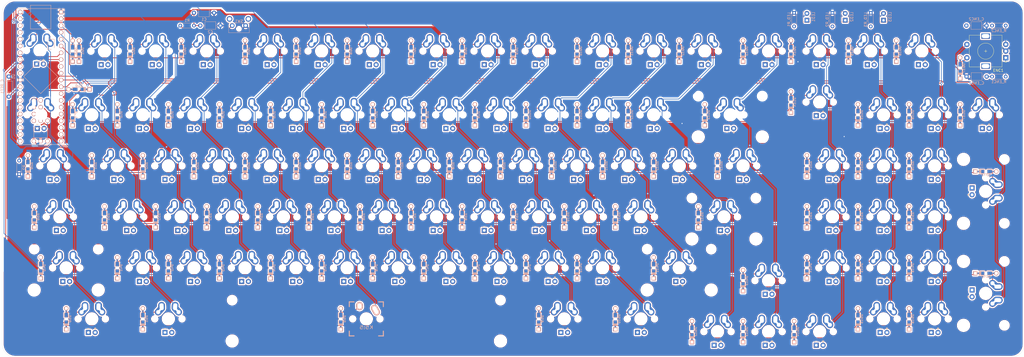
<source format=kicad_pcb>
(kicad_pcb (version 20171130) (host pcbnew "(5.1.0-0)")
  (layers (0 F.Cu signal) (31 B.Cu signal) (34 B.Paste user) (35 F.Paste user) (36 B.SilkS user) (37 F.SilkS user) (38 B.Mask user) (39 F.Mask user) (44 Edge.Cuts user))
  (net 0 "")
  (net 1 VCC)
  (net 2 GND)
  (net 3 "Net-(C_REF1-Pad2)")
  (net 4 "Net-(D0:0-Pad2)")
  (net 5 /row0)
  (net 6 "Net-(D0:1-Pad2)")
  (net 7 "Net-(D0:2-Pad2)")
  (net 8 "Net-(D0:3-Pad2)")
  (net 9 "Net-(D0:4-Pad2)")
  (net 10 "Net-(D0:5-Pad2)")
  (net 11 "Net-(D0:6-Pad2)")
  (net 12 "Net-(D0:7-Pad2)")
  (net 13 "Net-(D0:8-Pad2)")
  (net 14 "Net-(D0:9-Pad2)")
  (net 15 "Net-(D0:10-Pad2)")
  (net 16 "Net-(D0:11-Pad2)")
  (net 17 "Net-(D0:12-Pad2)")
  (net 18 "Net-(D0:13-Pad2)")
  (net 19 "Net-(D0:14-Pad2)")
  (net 20 "Net-(D0:15-Pad2)")
  (net 21 "Net-(D0:16-Pad2)")
  (net 22 "Net-(D0:17-Pad2)")
  (net 23 "Net-(D1:0-Pad2)")
  (net 24 /row1)
  (net 25 "Net-(D1:1-Pad2)")
  (net 26 "Net-(D1:2-Pad2)")
  (net 27 "Net-(D1:3-Pad2)")
  (net 28 "Net-(D1:4-Pad2)")
  (net 29 "Net-(D1:5-Pad2)")
  (net 30 "Net-(D1:6-Pad2)")
  (net 31 "Net-(D1:7-Pad2)")
  (net 32 "Net-(D1:8-Pad2)")
  (net 33 "Net-(D1:9-Pad2)")
  (net 34 "Net-(D1:10-Pad2)")
  (net 35 "Net-(D1:11-Pad2)")
  (net 36 "Net-(D1:12-Pad2)")
  (net 37 "Net-(D1:13-Pad2)")
  (net 38 "Net-(D1:14-Pad2)")
  (net 39 "Net-(D1:15-Pad2)")
  (net 40 "Net-(D1:16-Pad2)")
  (net 41 "Net-(D1:17-Pad2)")
  (net 42 "Net-(D2:0-Pad2)")
  (net 43 /row2)
  (net 44 "Net-(D2:1-Pad2)")
  (net 45 "Net-(D2:2-Pad2)")
  (net 46 "Net-(D2:3-Pad2)")
  (net 47 "Net-(D2:4-Pad2)")
  (net 48 "Net-(D2:5-Pad2)")
  (net 49 "Net-(D2:6-Pad2)")
  (net 50 "Net-(D2:7-Pad2)")
  (net 51 "Net-(D2:8-Pad2)")
  (net 52 "Net-(D2:9-Pad2)")
  (net 53 "Net-(D2:10-Pad2)")
  (net 54 "Net-(D2:11-Pad2)")
  (net 55 "Net-(D2:12-Pad2)")
  (net 56 "Net-(D2:13-Pad2)")
  (net 57 "Net-(D2:14-Pad2)")
  (net 58 "Net-(D2:15-Pad2)")
  (net 59 "Net-(D2:16-Pad2)")
  (net 60 "Net-(D2:17-Pad2)")
  (net 61 "Net-(D3:0-Pad2)")
  (net 62 /row3)
  (net 63 "Net-(D3:1-Pad2)")
  (net 64 "Net-(D3:2-Pad2)")
  (net 65 "Net-(D3:3-Pad2)")
  (net 66 "Net-(D3:4-Pad2)")
  (net 67 "Net-(D3:5-Pad2)")
  (net 68 "Net-(D3:6-Pad2)")
  (net 69 "Net-(D3:7-Pad2)")
  (net 70 "Net-(D3:8-Pad2)")
  (net 71 "Net-(D3:9-Pad2)")
  (net 72 "Net-(D3:10-Pad2)")
  (net 73 "Net-(D3:11-Pad2)")
  (net 74 "Net-(D3:12-Pad2)")
  (net 75 "Net-(D3:14-Pad2)")
  (net 76 "Net-(D3:15-Pad2)")
  (net 77 "Net-(D3:16-Pad2)")
  (net 78 "Net-(D4:0-Pad2)")
  (net 79 /row4)
  (net 80 "Net-(D4:1-Pad2)")
  (net 81 "Net-(D4:2-Pad2)")
  (net 82 "Net-(D4:3-Pad2)")
  (net 83 "Net-(D4:4-Pad2)")
  (net 84 "Net-(D4:5-Pad2)")
  (net 85 "Net-(D4:6-Pad2)")
  (net 86 "Net-(D4:7-Pad2)")
  (net 87 "Net-(D4:8-Pad2)")
  (net 88 "Net-(D4:9-Pad2)")
  (net 89 "Net-(D4:10-Pad2)")
  (net 90 "Net-(D4:11-Pad2)")
  (net 91 "Net-(D4:13-Pad2)")
  (net 92 "Net-(D4:14-Pad2)")
  (net 93 "Net-(D4:15-Pad2)")
  (net 94 "Net-(D4:16-Pad2)")
  (net 95 "Net-(D4:17-Pad2)")
  (net 96 "Net-(D5:0-Pad2)")
  (net 97 /row5)
  (net 98 "Net-(D5:1-Pad2)")
  (net 99 "Net-(D5:5-Pad2)")
  (net 100 "Net-(D5:9-Pad2)")
  (net 101 "Net-(D5:10-Pad2)")
  (net 102 "Net-(D5:12-Pad2)")
  (net 103 "Net-(D5:13-Pad2)")
  (net 104 "Net-(D5:14-Pad2)")
  (net 105 "Net-(D5:15-Pad2)")
  (net 106 "Net-(D5:16-Pad2)")
  (net 107 /col17)
  (net 108 "Net-(ENC1-PadB)")
  (net 109 "Net-(ENC1-PadA)")
  (net 110 /col0)
  (net 111 /col1)
  (net 112 /col2)
  (net 113 /col3)
  (net 114 /col4)
  (net 115 /col5)
  (net 116 /col6)
  (net 117 /col7)
  (net 118 /col8)
  (net 119 /col9)
  (net 120 /col10)
  (net 121 /col11)
  (net 122 /col12)
  (net 123 /col13)
  (net 124 /col14)
  (net 125 /col15)
  (net 126 /col16)
  (net 127 "Net-(LED1-Pad1)")
  (net 128 /led1)
  (net 129 /led2)
  (net 130 "Net-(LED2-Pad1)")
  (net 131 "Net-(LED3-Pad1)")
  (net 132 /led3)
  (net 133 "Net-(R1-Pad2)")
  (net 134 "Net-(R2-Pad2)")
  (net 135 "Net-(C_ENC1-Pad2)")
  (net 136 "Net-(C_ENC2-Pad1)")
  (module Keebio-Parts:SW_Tactile_SPST_Angled_MJTP1117 (layer B.Cu) (at 80.9625 0)
    (fp_text reference SW1 (at 2.5 -1.68) (layer B.SilkS) (effects (justify mirror)))
    (fp_text value SW_Push)
    (pad "" np_thru_hole circle (at 2.5 1.21) (size 1.2 1.2) (drill 1.2) (layers *.Cu *.Mask))
    (pad "" thru_hole circle (at -1 -2.49) (size 2.1 2.1) (drill 1.3) (layers *.Cu *.Mask))
    (pad 1 thru_hole circle (at 0 0) (size 1.75 1.75) (drill 0.99) (layers *.Cu *.Mask) (net 133 "Net-(R1-Pad2)"))
    (pad 2 thru_hole circle (at 5 0) (size 1.75 1.75) (drill 0.99) (layers *.Cu *.Mask) (net 2 GND))
    (pad "" thru_hole circle (at 6.01 -2.49) (size 2.1 2.1) (drill 1.3) (layers *.Cu *.Mask))
  )
  (module Keebio-Parts:Hybrid_PCB_100H_Dual_hole-LED (layer B.Cu) (at 342.9 109.5375 180)
    (fp_text reference K5:16 hide)
    (fp_text value KEYSW hide)
    (fp_text user + (at -1.27 -3.5 180) (layer B.SilkS) (effects (justify mirror)))
    (fp_text user - (at 1.26 -3.5 180) (layer B.SilkS) (effects (justify mirror)))
    (fp_text user + (at -1.27 -3.5 180) (layer F.SilkS))
    (fp_text user - (at 1.26 -3.5 180) (layer F.SilkS))
    (pad 3 thru_hole circle (at -1.27 -5.08 180) (size 1.905 1.905) (drill 0.9906) (layers *.Cu *.Mask))
    (pad 4 thru_hole rect (at 1.27 -5.08 180) (size 1.905 1.905) (drill 0.9906) (layers *.Cu *.Mask))
    (pad 1 thru_hole circle (at -2.54 5.08 209.1) (size 2.5 2.5) (drill 1.524) (layers *.Cu B.Mask) (net 126 /col16))
    (pad 1 thru_hole circle (at -2.5 4.5 209.1) (size 2.5 2.5) (drill 1.524) (layers *.Cu B.Mask) (net 126 /col16))
    (pad 1 thru_hole oval (at -2.52 4.79 176.1) (size 2.5 3.081378) (drill 0.762) (layers *.Cu B.Mask) (net 126 /col16))
    (pad 2 thru_hole circle (at 3.81 2.54 209.1) (size 2 2) (drill 1.524) (layers *.Cu B.Mask) (net 106 "Net-(D5:16-Pad2)"))
    (pad 2 thru_hole circle (at 2.5 4 180) (size 2.5 2.5) (drill 1.524) (layers *.Cu *.Mask) (net 106 "Net-(D5:16-Pad2)"))
    (pad 1 thru_hole oval (at -3.155 3.27 41.9) (size 2.5 4.461556) (drill 0.762) (layers *.Cu F.Mask) (net 126 /col16))
    (pad 2 thru_hole oval (at 3.155 3.27 318.1) (size 2.5 4.461556) (drill 0.762) (layers *.Cu B.Mask) (net 106 "Net-(D5:16-Pad2)"))
    (pad 1 thru_hole circle (at -3.81 2.54 209.1) (size 2 2) (drill 1.524) (layers *.Cu F.Mask) (net 126 /col16))
    (pad HOLE np_thru_hole circle (at 5.08 0 180) (size 1.8 1.8) (drill 1.8) (layers *.Cu *.Mask))
    (pad HOLE np_thru_hole circle (at -5.08 0 180) (size 1.8 1.8) (drill 1.8) (layers *.Cu *.Mask))
    (pad HOLE np_thru_hole circle (at 0 0 180) (size 3.9878 3.9878) (drill 3.9878) (layers *.Cu *.Mask))
    (pad 1 thru_hole circle (at -2.5 4 209.1) (size 2.5 2.5) (drill 1.524) (layers *.Cu *.Mask) (net 126 /col16))
    (pad 2 thru_hole circle (at 2.54 5.08 209.1) (size 2 2) (drill 1.524) (layers *.Cu F.Mask) (net 106 "Net-(D5:16-Pad2)"))
    (pad 2 thru_hole circle (at 2.5 4.5 209.1) (size 2 2) (drill 1.524) (layers *.Cu F.Mask) (net 106 "Net-(D5:16-Pad2)"))
    (pad 2 thru_hole oval (at 2.52 4.79 183.9) (size 2.5 3.081378) (drill 0.762) (layers *.Cu F.Mask) (net 106 "Net-(D5:16-Pad2)"))
  )
  (module Keebio-Parts:Hybrid_PCB_100H_Dual_hole-LED (layer B.Cu) (at 323.85 109.5375 180)
    (fp_text reference K5:15 hide)
    (fp_text value KEYSW hide)
    (fp_text user + (at -1.27 -3.5 180) (layer B.SilkS) (effects (justify mirror)))
    (fp_text user - (at 1.26 -3.5 180) (layer B.SilkS) (effects (justify mirror)))
    (fp_text user + (at -1.27 -3.5 180) (layer F.SilkS))
    (fp_text user - (at 1.26 -3.5 180) (layer F.SilkS))
    (pad 3 thru_hole circle (at -1.27 -5.08 180) (size 1.905 1.905) (drill 0.9906) (layers *.Cu *.Mask))
    (pad 4 thru_hole rect (at 1.27 -5.08 180) (size 1.905 1.905) (drill 0.9906) (layers *.Cu *.Mask))
    (pad 1 thru_hole circle (at -2.54 5.08 209.1) (size 2.5 2.5) (drill 1.524) (layers *.Cu B.Mask) (net 125 /col15))
    (pad 1 thru_hole circle (at -2.5 4.5 209.1) (size 2.5 2.5) (drill 1.524) (layers *.Cu B.Mask) (net 125 /col15))
    (pad 1 thru_hole oval (at -2.52 4.79 176.1) (size 2.5 3.081378) (drill 0.762) (layers *.Cu B.Mask) (net 125 /col15))
    (pad 2 thru_hole circle (at 3.81 2.54 209.1) (size 2 2) (drill 1.524) (layers *.Cu B.Mask) (net 105 "Net-(D5:15-Pad2)"))
    (pad 2 thru_hole circle (at 2.5 4 180) (size 2.5 2.5) (drill 1.524) (layers *.Cu *.Mask) (net 105 "Net-(D5:15-Pad2)"))
    (pad 1 thru_hole oval (at -3.155 3.27 41.9) (size 2.5 4.461556) (drill 0.762) (layers *.Cu F.Mask) (net 125 /col15))
    (pad 2 thru_hole oval (at 3.155 3.27 318.1) (size 2.5 4.461556) (drill 0.762) (layers *.Cu B.Mask) (net 105 "Net-(D5:15-Pad2)"))
    (pad 1 thru_hole circle (at -3.81 2.54 209.1) (size 2 2) (drill 1.524) (layers *.Cu F.Mask) (net 125 /col15))
    (pad HOLE np_thru_hole circle (at 5.08 0 180) (size 1.8 1.8) (drill 1.8) (layers *.Cu *.Mask))
    (pad HOLE np_thru_hole circle (at -5.08 0 180) (size 1.8 1.8) (drill 1.8) (layers *.Cu *.Mask))
    (pad HOLE np_thru_hole circle (at 0 0 180) (size 3.9878 3.9878) (drill 3.9878) (layers *.Cu *.Mask))
    (pad 1 thru_hole circle (at -2.5 4 209.1) (size 2.5 2.5) (drill 1.524) (layers *.Cu *.Mask) (net 125 /col15))
    (pad 2 thru_hole circle (at 2.54 5.08 209.1) (size 2 2) (drill 1.524) (layers *.Cu F.Mask) (net 105 "Net-(D5:15-Pad2)"))
    (pad 2 thru_hole circle (at 2.5 4.5 209.1) (size 2 2) (drill 1.524) (layers *.Cu F.Mask) (net 105 "Net-(D5:15-Pad2)"))
    (pad 2 thru_hole oval (at 2.52 4.79 183.9) (size 2.5 3.081378) (drill 0.762) (layers *.Cu F.Mask) (net 105 "Net-(D5:15-Pad2)"))
  )
  (module Keebio-Parts:Hybrid_PCB_100H_Dual_hole-LED (layer B.Cu) (at 300.0375 114.3 180)
    (fp_text reference K5:14 hide)
    (fp_text value KEYSW hide)
    (fp_text user + (at -1.27 -3.5 180) (layer B.SilkS) (effects (justify mirror)))
    (fp_text user - (at 1.26 -3.5 180) (layer B.SilkS) (effects (justify mirror)))
    (fp_text user + (at -1.27 -3.5 180) (layer F.SilkS))
    (fp_text user - (at 1.26 -3.5 180) (layer F.SilkS))
    (pad 3 thru_hole circle (at -1.27 -5.08 180) (size 1.905 1.905) (drill 0.9906) (layers *.Cu *.Mask))
    (pad 4 thru_hole rect (at 1.27 -5.08 180) (size 1.905 1.905) (drill 0.9906) (layers *.Cu *.Mask))
    (pad 1 thru_hole circle (at -2.54 5.08 209.1) (size 2.5 2.5) (drill 1.524) (layers *.Cu B.Mask) (net 124 /col14))
    (pad 1 thru_hole circle (at -2.5 4.5 209.1) (size 2.5 2.5) (drill 1.524) (layers *.Cu B.Mask) (net 124 /col14))
    (pad 1 thru_hole oval (at -2.52 4.79 176.1) (size 2.5 3.081378) (drill 0.762) (layers *.Cu B.Mask) (net 124 /col14))
    (pad 2 thru_hole circle (at 3.81 2.54 209.1) (size 2 2) (drill 1.524) (layers *.Cu B.Mask) (net 104 "Net-(D5:14-Pad2)"))
    (pad 2 thru_hole circle (at 2.5 4 180) (size 2.5 2.5) (drill 1.524) (layers *.Cu *.Mask) (net 104 "Net-(D5:14-Pad2)"))
    (pad 1 thru_hole oval (at -3.155 3.27 41.9) (size 2.5 4.461556) (drill 0.762) (layers *.Cu F.Mask) (net 124 /col14))
    (pad 2 thru_hole oval (at 3.155 3.27 318.1) (size 2.5 4.461556) (drill 0.762) (layers *.Cu B.Mask) (net 104 "Net-(D5:14-Pad2)"))
    (pad 1 thru_hole circle (at -3.81 2.54 209.1) (size 2 2) (drill 1.524) (layers *.Cu F.Mask) (net 124 /col14))
    (pad HOLE np_thru_hole circle (at 5.08 0 180) (size 1.8 1.8) (drill 1.8) (layers *.Cu *.Mask))
    (pad HOLE np_thru_hole circle (at -5.08 0 180) (size 1.8 1.8) (drill 1.8) (layers *.Cu *.Mask))
    (pad HOLE np_thru_hole circle (at 0 0 180) (size 3.9878 3.9878) (drill 3.9878) (layers *.Cu *.Mask))
    (pad 1 thru_hole circle (at -2.5 4 209.1) (size 2.5 2.5) (drill 1.524) (layers *.Cu *.Mask) (net 124 /col14))
    (pad 2 thru_hole circle (at 2.54 5.08 209.1) (size 2 2) (drill 1.524) (layers *.Cu F.Mask) (net 104 "Net-(D5:14-Pad2)"))
    (pad 2 thru_hole circle (at 2.5 4.5 209.1) (size 2 2) (drill 1.524) (layers *.Cu F.Mask) (net 104 "Net-(D5:14-Pad2)"))
    (pad 2 thru_hole oval (at 2.52 4.79 183.9) (size 2.5 3.081378) (drill 0.762) (layers *.Cu F.Mask) (net 104 "Net-(D5:14-Pad2)"))
  )
  (module Keebio-Parts:Hybrid_PCB_100H_Dual_hole-LED (layer B.Cu) (at 280.9875 114.3 180)
    (fp_text reference K5:13 hide)
    (fp_text value KEYSW hide)
    (fp_text user + (at -1.27 -3.5 180) (layer B.SilkS) (effects (justify mirror)))
    (fp_text user - (at 1.26 -3.5 180) (layer B.SilkS) (effects (justify mirror)))
    (fp_text user + (at -1.27 -3.5 180) (layer F.SilkS))
    (fp_text user - (at 1.26 -3.5 180) (layer F.SilkS))
    (pad 3 thru_hole circle (at -1.27 -5.08 180) (size 1.905 1.905) (drill 0.9906) (layers *.Cu *.Mask))
    (pad 4 thru_hole rect (at 1.27 -5.08 180) (size 1.905 1.905) (drill 0.9906) (layers *.Cu *.Mask))
    (pad 1 thru_hole circle (at -2.54 5.08 209.1) (size 2.5 2.5) (drill 1.524) (layers *.Cu B.Mask) (net 123 /col13))
    (pad 1 thru_hole circle (at -2.5 4.5 209.1) (size 2.5 2.5) (drill 1.524) (layers *.Cu B.Mask) (net 123 /col13))
    (pad 1 thru_hole oval (at -2.52 4.79 176.1) (size 2.5 3.081378) (drill 0.762) (layers *.Cu B.Mask) (net 123 /col13))
    (pad 2 thru_hole circle (at 3.81 2.54 209.1) (size 2 2) (drill 1.524) (layers *.Cu B.Mask) (net 103 "Net-(D5:13-Pad2)"))
    (pad 2 thru_hole circle (at 2.5 4 180) (size 2.5 2.5) (drill 1.524) (layers *.Cu *.Mask) (net 103 "Net-(D5:13-Pad2)"))
    (pad 1 thru_hole oval (at -3.155 3.27 41.9) (size 2.5 4.461556) (drill 0.762) (layers *.Cu F.Mask) (net 123 /col13))
    (pad 2 thru_hole oval (at 3.155 3.27 318.1) (size 2.5 4.461556) (drill 0.762) (layers *.Cu B.Mask) (net 103 "Net-(D5:13-Pad2)"))
    (pad 1 thru_hole circle (at -3.81 2.54 209.1) (size 2 2) (drill 1.524) (layers *.Cu F.Mask) (net 123 /col13))
    (pad HOLE np_thru_hole circle (at 5.08 0 180) (size 1.8 1.8) (drill 1.8) (layers *.Cu *.Mask))
    (pad HOLE np_thru_hole circle (at -5.08 0 180) (size 1.8 1.8) (drill 1.8) (layers *.Cu *.Mask))
    (pad HOLE np_thru_hole circle (at 0 0 180) (size 3.9878 3.9878) (drill 3.9878) (layers *.Cu *.Mask))
    (pad 1 thru_hole circle (at -2.5 4 209.1) (size 2.5 2.5) (drill 1.524) (layers *.Cu *.Mask) (net 123 /col13))
    (pad 2 thru_hole circle (at 2.54 5.08 209.1) (size 2 2) (drill 1.524) (layers *.Cu F.Mask) (net 103 "Net-(D5:13-Pad2)"))
    (pad 2 thru_hole circle (at 2.5 4.5 209.1) (size 2 2) (drill 1.524) (layers *.Cu F.Mask) (net 103 "Net-(D5:13-Pad2)"))
    (pad 2 thru_hole oval (at 2.52 4.79 183.9) (size 2.5 3.081378) (drill 0.762) (layers *.Cu F.Mask) (net 103 "Net-(D5:13-Pad2)"))
  )
  (module Keebio-Parts:Hybrid_PCB_100H_Dual_hole-LED (layer B.Cu) (at 261.9375 114.3 180)
    (fp_text reference K5:12 hide)
    (fp_text value KEYSW hide)
    (fp_text user + (at -1.27 -3.5 180) (layer B.SilkS) (effects (justify mirror)))
    (fp_text user - (at 1.26 -3.5 180) (layer B.SilkS) (effects (justify mirror)))
    (fp_text user + (at -1.27 -3.5 180) (layer F.SilkS))
    (fp_text user - (at 1.26 -3.5 180) (layer F.SilkS))
    (pad 3 thru_hole circle (at -1.27 -5.08 180) (size 1.905 1.905) (drill 0.9906) (layers *.Cu *.Mask))
    (pad 4 thru_hole rect (at 1.27 -5.08 180) (size 1.905 1.905) (drill 0.9906) (layers *.Cu *.Mask))
    (pad 1 thru_hole circle (at -2.54 5.08 209.1) (size 2.5 2.5) (drill 1.524) (layers *.Cu B.Mask) (net 122 /col12))
    (pad 1 thru_hole circle (at -2.5 4.5 209.1) (size 2.5 2.5) (drill 1.524) (layers *.Cu B.Mask) (net 122 /col12))
    (pad 1 thru_hole oval (at -2.52 4.79 176.1) (size 2.5 3.081378) (drill 0.762) (layers *.Cu B.Mask) (net 122 /col12))
    (pad 2 thru_hole circle (at 3.81 2.54 209.1) (size 2 2) (drill 1.524) (layers *.Cu B.Mask) (net 102 "Net-(D5:12-Pad2)"))
    (pad 2 thru_hole circle (at 2.5 4 180) (size 2.5 2.5) (drill 1.524) (layers *.Cu *.Mask) (net 102 "Net-(D5:12-Pad2)"))
    (pad 1 thru_hole oval (at -3.155 3.27 41.9) (size 2.5 4.461556) (drill 0.762) (layers *.Cu F.Mask) (net 122 /col12))
    (pad 2 thru_hole oval (at 3.155 3.27 318.1) (size 2.5 4.461556) (drill 0.762) (layers *.Cu B.Mask) (net 102 "Net-(D5:12-Pad2)"))
    (pad 1 thru_hole circle (at -3.81 2.54 209.1) (size 2 2) (drill 1.524) (layers *.Cu F.Mask) (net 122 /col12))
    (pad HOLE np_thru_hole circle (at 5.08 0 180) (size 1.8 1.8) (drill 1.8) (layers *.Cu *.Mask))
    (pad HOLE np_thru_hole circle (at -5.08 0 180) (size 1.8 1.8) (drill 1.8) (layers *.Cu *.Mask))
    (pad HOLE np_thru_hole circle (at 0 0 180) (size 3.9878 3.9878) (drill 3.9878) (layers *.Cu *.Mask))
    (pad 1 thru_hole circle (at -2.5 4 209.1) (size 2.5 2.5) (drill 1.524) (layers *.Cu *.Mask) (net 122 /col12))
    (pad 2 thru_hole circle (at 2.54 5.08 209.1) (size 2 2) (drill 1.524) (layers *.Cu F.Mask) (net 102 "Net-(D5:12-Pad2)"))
    (pad 2 thru_hole circle (at 2.5 4.5 209.1) (size 2 2) (drill 1.524) (layers *.Cu F.Mask) (net 102 "Net-(D5:12-Pad2)"))
    (pad 2 thru_hole oval (at 2.52 4.79 183.9) (size 2.5 3.081378) (drill 0.762) (layers *.Cu F.Mask) (net 102 "Net-(D5:12-Pad2)"))
  )
  (module Keebio-Parts:Hybrid_PCB_100H_Dual_hole-LED (layer B.Cu) (at 233.3625 109.5375 180)
    (fp_text reference K5:10 hide)
    (fp_text value KEYSW hide)
    (fp_text user + (at -1.27 -3.5 180) (layer B.SilkS) (effects (justify mirror)))
    (fp_text user - (at 1.26 -3.5 180) (layer B.SilkS) (effects (justify mirror)))
    (fp_text user + (at -1.27 -3.5 180) (layer F.SilkS))
    (fp_text user - (at 1.26 -3.5 180) (layer F.SilkS))
    (pad 3 thru_hole circle (at -1.27 -5.08 180) (size 1.905 1.905) (drill 0.9906) (layers *.Cu *.Mask))
    (pad 4 thru_hole rect (at 1.27 -5.08 180) (size 1.905 1.905) (drill 0.9906) (layers *.Cu *.Mask))
    (pad 1 thru_hole circle (at -2.54 5.08 209.1) (size 2.5 2.5) (drill 1.524) (layers *.Cu B.Mask) (net 120 /col10))
    (pad 1 thru_hole circle (at -2.5 4.5 209.1) (size 2.5 2.5) (drill 1.524) (layers *.Cu B.Mask) (net 120 /col10))
    (pad 1 thru_hole oval (at -2.52 4.79 176.1) (size 2.5 3.081378) (drill 0.762) (layers *.Cu B.Mask) (net 120 /col10))
    (pad 2 thru_hole circle (at 3.81 2.54 209.1) (size 2 2) (drill 1.524) (layers *.Cu B.Mask) (net 101 "Net-(D5:10-Pad2)"))
    (pad 2 thru_hole circle (at 2.5 4 180) (size 2.5 2.5) (drill 1.524) (layers *.Cu *.Mask) (net 101 "Net-(D5:10-Pad2)"))
    (pad 1 thru_hole oval (at -3.155 3.27 41.9) (size 2.5 4.461556) (drill 0.762) (layers *.Cu F.Mask) (net 120 /col10))
    (pad 2 thru_hole oval (at 3.155 3.27 318.1) (size 2.5 4.461556) (drill 0.762) (layers *.Cu B.Mask) (net 101 "Net-(D5:10-Pad2)"))
    (pad 1 thru_hole circle (at -3.81 2.54 209.1) (size 2 2) (drill 1.524) (layers *.Cu F.Mask) (net 120 /col10))
    (pad HOLE np_thru_hole circle (at 5.08 0 180) (size 1.8 1.8) (drill 1.8) (layers *.Cu *.Mask))
    (pad HOLE np_thru_hole circle (at -5.08 0 180) (size 1.8 1.8) (drill 1.8) (layers *.Cu *.Mask))
    (pad HOLE np_thru_hole circle (at 0 0 180) (size 3.9878 3.9878) (drill 3.9878) (layers *.Cu *.Mask))
    (pad 1 thru_hole circle (at -2.5 4 209.1) (size 2.5 2.5) (drill 1.524) (layers *.Cu *.Mask) (net 120 /col10))
    (pad 2 thru_hole circle (at 2.54 5.08 209.1) (size 2 2) (drill 1.524) (layers *.Cu F.Mask) (net 101 "Net-(D5:10-Pad2)"))
    (pad 2 thru_hole circle (at 2.5 4.5 209.1) (size 2 2) (drill 1.524) (layers *.Cu F.Mask) (net 101 "Net-(D5:10-Pad2)"))
    (pad 2 thru_hole oval (at 2.52 4.79 183.9) (size 2.5 3.081378) (drill 0.762) (layers *.Cu F.Mask) (net 101 "Net-(D5:10-Pad2)"))
  )
  (module Keebio-Parts:Hybrid_PCB_100H_Dual_hole-LED (layer B.Cu) (at 204.7875 109.5375 180)
    (fp_text reference K5:9 hide)
    (fp_text value KEYSW hide)
    (fp_text user + (at -1.27 -3.5 180) (layer B.SilkS) (effects (justify mirror)))
    (fp_text user - (at 1.26 -3.5 180) (layer B.SilkS) (effects (justify mirror)))
    (fp_text user + (at -1.27 -3.5 180) (layer F.SilkS))
    (fp_text user - (at 1.26 -3.5 180) (layer F.SilkS))
    (pad 3 thru_hole circle (at -1.27 -5.08 180) (size 1.905 1.905) (drill 0.9906) (layers *.Cu *.Mask))
    (pad 4 thru_hole rect (at 1.27 -5.08 180) (size 1.905 1.905) (drill 0.9906) (layers *.Cu *.Mask))
    (pad 1 thru_hole circle (at -2.54 5.08 209.1) (size 2.5 2.5) (drill 1.524) (layers *.Cu B.Mask) (net 119 /col9))
    (pad 1 thru_hole circle (at -2.5 4.5 209.1) (size 2.5 2.5) (drill 1.524) (layers *.Cu B.Mask) (net 119 /col9))
    (pad 1 thru_hole oval (at -2.52 4.79 176.1) (size 2.5 3.081378) (drill 0.762) (layers *.Cu B.Mask) (net 119 /col9))
    (pad 2 thru_hole circle (at 3.81 2.54 209.1) (size 2 2) (drill 1.524) (layers *.Cu B.Mask) (net 100 "Net-(D5:9-Pad2)"))
    (pad 2 thru_hole circle (at 2.5 4 180) (size 2.5 2.5) (drill 1.524) (layers *.Cu *.Mask) (net 100 "Net-(D5:9-Pad2)"))
    (pad 1 thru_hole oval (at -3.155 3.27 41.9) (size 2.5 4.461556) (drill 0.762) (layers *.Cu F.Mask) (net 119 /col9))
    (pad 2 thru_hole oval (at 3.155 3.27 318.1) (size 2.5 4.461556) (drill 0.762) (layers *.Cu B.Mask) (net 100 "Net-(D5:9-Pad2)"))
    (pad 1 thru_hole circle (at -3.81 2.54 209.1) (size 2 2) (drill 1.524) (layers *.Cu F.Mask) (net 119 /col9))
    (pad HOLE np_thru_hole circle (at 5.08 0 180) (size 1.8 1.8) (drill 1.8) (layers *.Cu *.Mask))
    (pad HOLE np_thru_hole circle (at -5.08 0 180) (size 1.8 1.8) (drill 1.8) (layers *.Cu *.Mask))
    (pad HOLE np_thru_hole circle (at 0 0 180) (size 3.9878 3.9878) (drill 3.9878) (layers *.Cu *.Mask))
    (pad 1 thru_hole circle (at -2.5 4 209.1) (size 2.5 2.5) (drill 1.524) (layers *.Cu *.Mask) (net 119 /col9))
    (pad 2 thru_hole circle (at 2.54 5.08 209.1) (size 2 2) (drill 1.524) (layers *.Cu F.Mask) (net 100 "Net-(D5:9-Pad2)"))
    (pad 2 thru_hole circle (at 2.5 4.5 209.1) (size 2 2) (drill 1.524) (layers *.Cu F.Mask) (net 100 "Net-(D5:9-Pad2)"))
    (pad 2 thru_hole oval (at 2.52 4.79 183.9) (size 2.5 3.081378) (drill 0.762) (layers *.Cu F.Mask) (net 100 "Net-(D5:9-Pad2)"))
  )
  (module Keebio-Parts:Hybrid_PCB_625H (layer B.Cu) (at 130.96875 109.5375 180)
    (fp_text reference K5:5 (at 0 -3.175 180) (layer B.SilkS) (effects (font (size 1.27 1.524) (thickness 0.2032)) (justify mirror)))
    (fp_text value KEYSW hide)
    (pad HOLE np_thru_hole circle (at 50.038 -8.255 180) (size 3.9878 3.9878) (drill 3.9878) (layers *.Cu))
    (pad HOLE np_thru_hole circle (at -50.038 -8.255 180) (size 3.9878 3.9878) (drill 3.9878) (layers *.Cu))
    (pad HOLE np_thru_hole circle (at 50.038 6.985 180) (size 3.048 3.048) (drill 3.048) (layers *.Cu))
    (pad HOLE np_thru_hole circle (at -50.038 6.985 180) (size 3.048 3.048) (drill 3.048) (layers *.Cu))
    (pad HOLE np_thru_hole circle (at 5.08 0 180) (size 1.8 1.8) (drill 1.8) (layers *.Cu))
    (pad HOLE np_thru_hole circle (at -5.08 0 180) (size 1.8 1.8) (drill 1.8) (layers *.Cu))
    (pad HOLE np_thru_hole circle (at 0 0 180) (size 3.9878 3.9878) (drill 3.9878) (layers *.Cu))
    (pad 2 thru_hole oval (at 2.52 4.79 183.9) (size 2.5 3.08) (drill oval 1.5 2.08) (layers *.Cu *.Mask B.SilkS) (net 99 "Net-(D5:5-Pad2)"))
    (pad 1 thru_hole oval (at -3.405 3.27 209.05) (size 2.5 4.17) (drill oval 1.5 3.17) (layers *.Cu *.Mask B.SilkS) (net 115 /col5))
  )
  (module Keebio-Parts:Hybrid_PCB_100H_Dual_hole-LED (layer B.Cu) (at 57.15 109.5375 180)
    (fp_text reference K5:1 hide)
    (fp_text value KEYSW hide)
    (fp_text user + (at -1.27 -3.5 180) (layer B.SilkS) (effects (justify mirror)))
    (fp_text user - (at 1.26 -3.5 180) (layer B.SilkS) (effects (justify mirror)))
    (fp_text user + (at -1.27 -3.5 180) (layer F.SilkS))
    (fp_text user - (at 1.26 -3.5 180) (layer F.SilkS))
    (pad 3 thru_hole circle (at -1.27 -5.08 180) (size 1.905 1.905) (drill 0.9906) (layers *.Cu *.Mask))
    (pad 4 thru_hole rect (at 1.27 -5.08 180) (size 1.905 1.905) (drill 0.9906) (layers *.Cu *.Mask))
    (pad 1 thru_hole circle (at -2.54 5.08 209.1) (size 2.5 2.5) (drill 1.524) (layers *.Cu B.Mask) (net 111 /col1))
    (pad 1 thru_hole circle (at -2.5 4.5 209.1) (size 2.5 2.5) (drill 1.524) (layers *.Cu B.Mask) (net 111 /col1))
    (pad 1 thru_hole oval (at -2.52 4.79 176.1) (size 2.5 3.081378) (drill 0.762) (layers *.Cu B.Mask) (net 111 /col1))
    (pad 2 thru_hole circle (at 3.81 2.54 209.1) (size 2 2) (drill 1.524) (layers *.Cu B.Mask) (net 98 "Net-(D5:1-Pad2)"))
    (pad 2 thru_hole circle (at 2.5 4 180) (size 2.5 2.5) (drill 1.524) (layers *.Cu *.Mask) (net 98 "Net-(D5:1-Pad2)"))
    (pad 1 thru_hole oval (at -3.155 3.27 41.9) (size 2.5 4.461556) (drill 0.762) (layers *.Cu F.Mask) (net 111 /col1))
    (pad 2 thru_hole oval (at 3.155 3.27 318.1) (size 2.5 4.461556) (drill 0.762) (layers *.Cu B.Mask) (net 98 "Net-(D5:1-Pad2)"))
    (pad 1 thru_hole circle (at -3.81 2.54 209.1) (size 2 2) (drill 1.524) (layers *.Cu F.Mask) (net 111 /col1))
    (pad HOLE np_thru_hole circle (at 5.08 0 180) (size 1.8 1.8) (drill 1.8) (layers *.Cu *.Mask))
    (pad HOLE np_thru_hole circle (at -5.08 0 180) (size 1.8 1.8) (drill 1.8) (layers *.Cu *.Mask))
    (pad HOLE np_thru_hole circle (at 0 0 180) (size 3.9878 3.9878) (drill 3.9878) (layers *.Cu *.Mask))
    (pad 1 thru_hole circle (at -2.5 4 209.1) (size 2.5 2.5) (drill 1.524) (layers *.Cu *.Mask) (net 111 /col1))
    (pad 2 thru_hole circle (at 2.54 5.08 209.1) (size 2 2) (drill 1.524) (layers *.Cu F.Mask) (net 98 "Net-(D5:1-Pad2)"))
    (pad 2 thru_hole circle (at 2.5 4.5 209.1) (size 2 2) (drill 1.524) (layers *.Cu F.Mask) (net 98 "Net-(D5:1-Pad2)"))
    (pad 2 thru_hole oval (at 2.52 4.79 183.9) (size 2.5 3.081378) (drill 0.762) (layers *.Cu F.Mask) (net 98 "Net-(D5:1-Pad2)"))
  )
  (module Keebio-Parts:Hybrid_PCB_100H_Dual_hole-LED (layer B.Cu) (at 28.575 109.5375 180)
    (fp_text reference K5:0 hide)
    (fp_text value KEYSW hide)
    (fp_text user + (at -1.27 -3.5 180) (layer B.SilkS) (effects (justify mirror)))
    (fp_text user - (at 1.26 -3.5 180) (layer B.SilkS) (effects (justify mirror)))
    (fp_text user + (at -1.27 -3.5 180) (layer F.SilkS))
    (fp_text user - (at 1.26 -3.5 180) (layer F.SilkS))
    (pad 3 thru_hole circle (at -1.27 -5.08 180) (size 1.905 1.905) (drill 0.9906) (layers *.Cu *.Mask))
    (pad 4 thru_hole rect (at 1.27 -5.08 180) (size 1.905 1.905) (drill 0.9906) (layers *.Cu *.Mask))
    (pad 1 thru_hole circle (at -2.54 5.08 209.1) (size 2.5 2.5) (drill 1.524) (layers *.Cu B.Mask) (net 110 /col0))
    (pad 1 thru_hole circle (at -2.5 4.5 209.1) (size 2.5 2.5) (drill 1.524) (layers *.Cu B.Mask) (net 110 /col0))
    (pad 1 thru_hole oval (at -2.52 4.79 176.1) (size 2.5 3.081378) (drill 0.762) (layers *.Cu B.Mask) (net 110 /col0))
    (pad 2 thru_hole circle (at 3.81 2.54 209.1) (size 2 2) (drill 1.524) (layers *.Cu B.Mask) (net 96 "Net-(D5:0-Pad2)"))
    (pad 2 thru_hole circle (at 2.5 4 180) (size 2.5 2.5) (drill 1.524) (layers *.Cu *.Mask) (net 96 "Net-(D5:0-Pad2)"))
    (pad 1 thru_hole oval (at -3.155 3.27 41.9) (size 2.5 4.461556) (drill 0.762) (layers *.Cu F.Mask) (net 110 /col0))
    (pad 2 thru_hole oval (at 3.155 3.27 318.1) (size 2.5 4.461556) (drill 0.762) (layers *.Cu B.Mask) (net 96 "Net-(D5:0-Pad2)"))
    (pad 1 thru_hole circle (at -3.81 2.54 209.1) (size 2 2) (drill 1.524) (layers *.Cu F.Mask) (net 110 /col0))
    (pad HOLE np_thru_hole circle (at 5.08 0 180) (size 1.8 1.8) (drill 1.8) (layers *.Cu *.Mask))
    (pad HOLE np_thru_hole circle (at -5.08 0 180) (size 1.8 1.8) (drill 1.8) (layers *.Cu *.Mask))
    (pad HOLE np_thru_hole circle (at 0 0 180) (size 3.9878 3.9878) (drill 3.9878) (layers *.Cu *.Mask))
    (pad 1 thru_hole circle (at -2.5 4 209.1) (size 2.5 2.5) (drill 1.524) (layers *.Cu *.Mask) (net 110 /col0))
    (pad 2 thru_hole circle (at 2.54 5.08 209.1) (size 2 2) (drill 1.524) (layers *.Cu F.Mask) (net 96 "Net-(D5:0-Pad2)"))
    (pad 2 thru_hole circle (at 2.5 4.5 209.1) (size 2 2) (drill 1.524) (layers *.Cu F.Mask) (net 96 "Net-(D5:0-Pad2)"))
    (pad 2 thru_hole oval (at 2.52 4.79 183.9) (size 2.5 3.081378) (drill 0.762) (layers *.Cu F.Mask) (net 96 "Net-(D5:0-Pad2)"))
  )
  (module Keebio-Parts:Hybrid_PCB_200H-dual-LED (layer B.Cu) (at 361.95 100.0125 90)
    (fp_text reference K4:17 hide)
    (fp_text value KEYSW hide)
    (fp_text user - (at 1.27 -6.548438 90) (layer B.SilkS) (effects (justify mirror)))
    (fp_text user - (at 1.27 -6.548438 90) (layer F.SilkS))
    (fp_text user + (at -1.27 -6.548438 90) (layer B.SilkS) (effects (justify mirror)))
    (fp_text user + (at -1.27 -6.548438 90) (layer F.SilkS))
    (pad HOLE np_thru_hole circle (at 11.938 -8.255 90) (size 3.9878 3.9878) (drill 3.9878) (layers *.Cu *.Mask))
    (pad HOLE np_thru_hole circle (at -11.938 -8.255 90) (size 3.9878 3.9878) (drill 3.9878) (layers *.Cu *.Mask))
    (pad HOLE np_thru_hole circle (at 11.938 6.985 90) (size 3.048 3.048) (drill 3.048) (layers *.Cu *.Mask))
    (pad HOLE np_thru_hole circle (at -11.938 6.985 90) (size 3.048 3.048) (drill 3.048) (layers *.Cu *.Mask))
    (pad 3 thru_hole circle (at -1.27 -5.08 90) (size 1.905 1.905) (drill 0.9906) (layers *.Cu *.Mask))
    (pad 4 thru_hole rect (at 1.27 -5.08 90) (size 1.905 1.905) (drill 0.9906) (layers *.Cu *.Mask))
    (pad 1 thru_hole circle (at -2.54 5.08 119.1) (size 2.5 2.5) (drill 1.524) (layers *.Cu B.Mask) (net 107 /col17))
    (pad 1 thru_hole circle (at -2.5 4.5 119.1) (size 2.5 2.5) (drill 1.524) (layers *.Cu B.Mask) (net 107 /col17))
    (pad 1 thru_hole oval (at -2.52 4.79 86.1) (size 2.5 3.081378) (drill 0.762) (layers *.Cu B.Mask) (net 107 /col17))
    (pad 2 thru_hole circle (at 3.81 2.54 119.1) (size 2 2) (drill 1.524) (layers *.Cu B.Mask) (net 95 "Net-(D4:17-Pad2)"))
    (pad 2 thru_hole circle (at 2.5 4 90) (size 2.5 2.5) (drill 1.524) (layers *.Cu *.Mask) (net 95 "Net-(D4:17-Pad2)"))
    (pad 1 thru_hole oval (at -3.155 3.27 311.9) (size 2.5 4.461556) (drill 0.762) (layers *.Cu F.Mask) (net 107 /col17))
    (pad 2 thru_hole oval (at 3.155 3.27 228.1) (size 2.5 4.461556) (drill 0.762) (layers *.Cu B.Mask) (net 95 "Net-(D4:17-Pad2)"))
    (pad 1 thru_hole circle (at -3.81 2.54 119.1) (size 2 2) (drill 1.524) (layers *.Cu F.Mask) (net 107 /col17))
    (pad HOLE np_thru_hole circle (at 5.08 0 90) (size 1.8 1.8) (drill 1.8) (layers *.Cu *.Mask))
    (pad HOLE np_thru_hole circle (at -5.08 0 90) (size 1.8 1.8) (drill 1.8) (layers *.Cu *.Mask))
    (pad HOLE np_thru_hole circle (at 0 0 90) (size 3.9878 3.9878) (drill 3.9878) (layers *.Cu *.Mask))
    (pad 1 thru_hole circle (at -2.5 4 119.1) (size 2.5 2.5) (drill 1.524) (layers *.Cu *.Mask) (net 107 /col17))
    (pad 2 thru_hole circle (at 2.54 5.08 119.1) (size 2 2) (drill 1.524) (layers *.Cu F.Mask) (net 95 "Net-(D4:17-Pad2)"))
    (pad 2 thru_hole circle (at 2.5 4.5 119.1) (size 2 2) (drill 1.524) (layers *.Cu F.Mask) (net 95 "Net-(D4:17-Pad2)"))
    (pad 2 thru_hole oval (at 2.52 4.79 93.9) (size 2.5 3.081378) (drill 0.762) (layers *.Cu F.Mask) (net 95 "Net-(D4:17-Pad2)"))
  )
  (module Keebio-Parts:Hybrid_PCB_100H_Dual_hole-LED (layer B.Cu) (at 342.9 90.4875 180)
    (fp_text reference K4:16 hide)
    (fp_text value KEYSW hide)
    (fp_text user + (at -1.27 -3.5 180) (layer B.SilkS) (effects (justify mirror)))
    (fp_text user - (at 1.26 -3.5 180) (layer B.SilkS) (effects (justify mirror)))
    (fp_text user + (at -1.27 -3.5 180) (layer F.SilkS))
    (fp_text user - (at 1.26 -3.5 180) (layer F.SilkS))
    (pad 3 thru_hole circle (at -1.27 -5.08 180) (size 1.905 1.905) (drill 0.9906) (layers *.Cu *.Mask))
    (pad 4 thru_hole rect (at 1.27 -5.08 180) (size 1.905 1.905) (drill 0.9906) (layers *.Cu *.Mask))
    (pad 1 thru_hole circle (at -2.54 5.08 209.1) (size 2.5 2.5) (drill 1.524) (layers *.Cu B.Mask) (net 126 /col16))
    (pad 1 thru_hole circle (at -2.5 4.5 209.1) (size 2.5 2.5) (drill 1.524) (layers *.Cu B.Mask) (net 126 /col16))
    (pad 1 thru_hole oval (at -2.52 4.79 176.1) (size 2.5 3.081378) (drill 0.762) (layers *.Cu B.Mask) (net 126 /col16))
    (pad 2 thru_hole circle (at 3.81 2.54 209.1) (size 2 2) (drill 1.524) (layers *.Cu B.Mask) (net 94 "Net-(D4:16-Pad2)"))
    (pad 2 thru_hole circle (at 2.5 4 180) (size 2.5 2.5) (drill 1.524) (layers *.Cu *.Mask) (net 94 "Net-(D4:16-Pad2)"))
    (pad 1 thru_hole oval (at -3.155 3.27 41.9) (size 2.5 4.461556) (drill 0.762) (layers *.Cu F.Mask) (net 126 /col16))
    (pad 2 thru_hole oval (at 3.155 3.27 318.1) (size 2.5 4.461556) (drill 0.762) (layers *.Cu B.Mask) (net 94 "Net-(D4:16-Pad2)"))
    (pad 1 thru_hole circle (at -3.81 2.54 209.1) (size 2 2) (drill 1.524) (layers *.Cu F.Mask) (net 126 /col16))
    (pad HOLE np_thru_hole circle (at 5.08 0 180) (size 1.8 1.8) (drill 1.8) (layers *.Cu *.Mask))
    (pad HOLE np_thru_hole circle (at -5.08 0 180) (size 1.8 1.8) (drill 1.8) (layers *.Cu *.Mask))
    (pad HOLE np_thru_hole circle (at 0 0 180) (size 3.9878 3.9878) (drill 3.9878) (layers *.Cu *.Mask))
    (pad 1 thru_hole circle (at -2.5 4 209.1) (size 2.5 2.5) (drill 1.524) (layers *.Cu *.Mask) (net 126 /col16))
    (pad 2 thru_hole circle (at 2.54 5.08 209.1) (size 2 2) (drill 1.524) (layers *.Cu F.Mask) (net 94 "Net-(D4:16-Pad2)"))
    (pad 2 thru_hole circle (at 2.5 4.5 209.1) (size 2 2) (drill 1.524) (layers *.Cu F.Mask) (net 94 "Net-(D4:16-Pad2)"))
    (pad 2 thru_hole oval (at 2.52 4.79 183.9) (size 2.5 3.081378) (drill 0.762) (layers *.Cu F.Mask) (net 94 "Net-(D4:16-Pad2)"))
  )
  (module Keebio-Parts:Hybrid_PCB_100H_Dual_hole-LED (layer B.Cu) (at 323.85 90.4875 180)
    (fp_text reference K4:15 hide)
    (fp_text value KEYSW hide)
    (fp_text user + (at -1.27 -3.5 180) (layer B.SilkS) (effects (justify mirror)))
    (fp_text user - (at 1.26 -3.5 180) (layer B.SilkS) (effects (justify mirror)))
    (fp_text user + (at -1.27 -3.5 180) (layer F.SilkS))
    (fp_text user - (at 1.26 -3.5 180) (layer F.SilkS))
    (pad 3 thru_hole circle (at -1.27 -5.08 180) (size 1.905 1.905) (drill 0.9906) (layers *.Cu *.Mask))
    (pad 4 thru_hole rect (at 1.27 -5.08 180) (size 1.905 1.905) (drill 0.9906) (layers *.Cu *.Mask))
    (pad 1 thru_hole circle (at -2.54 5.08 209.1) (size 2.5 2.5) (drill 1.524) (layers *.Cu B.Mask) (net 125 /col15))
    (pad 1 thru_hole circle (at -2.5 4.5 209.1) (size 2.5 2.5) (drill 1.524) (layers *.Cu B.Mask) (net 125 /col15))
    (pad 1 thru_hole oval (at -2.52 4.79 176.1) (size 2.5 3.081378) (drill 0.762) (layers *.Cu B.Mask) (net 125 /col15))
    (pad 2 thru_hole circle (at 3.81 2.54 209.1) (size 2 2) (drill 1.524) (layers *.Cu B.Mask) (net 93 "Net-(D4:15-Pad2)"))
    (pad 2 thru_hole circle (at 2.5 4 180) (size 2.5 2.5) (drill 1.524) (layers *.Cu *.Mask) (net 93 "Net-(D4:15-Pad2)"))
    (pad 1 thru_hole oval (at -3.155 3.27 41.9) (size 2.5 4.461556) (drill 0.762) (layers *.Cu F.Mask) (net 125 /col15))
    (pad 2 thru_hole oval (at 3.155 3.27 318.1) (size 2.5 4.461556) (drill 0.762) (layers *.Cu B.Mask) (net 93 "Net-(D4:15-Pad2)"))
    (pad 1 thru_hole circle (at -3.81 2.54 209.1) (size 2 2) (drill 1.524) (layers *.Cu F.Mask) (net 125 /col15))
    (pad HOLE np_thru_hole circle (at 5.08 0 180) (size 1.8 1.8) (drill 1.8) (layers *.Cu *.Mask))
    (pad HOLE np_thru_hole circle (at -5.08 0 180) (size 1.8 1.8) (drill 1.8) (layers *.Cu *.Mask))
    (pad HOLE np_thru_hole circle (at 0 0 180) (size 3.9878 3.9878) (drill 3.9878) (layers *.Cu *.Mask))
    (pad 1 thru_hole circle (at -2.5 4 209.1) (size 2.5 2.5) (drill 1.524) (layers *.Cu *.Mask) (net 125 /col15))
    (pad 2 thru_hole circle (at 2.54 5.08 209.1) (size 2 2) (drill 1.524) (layers *.Cu F.Mask) (net 93 "Net-(D4:15-Pad2)"))
    (pad 2 thru_hole circle (at 2.5 4.5 209.1) (size 2 2) (drill 1.524) (layers *.Cu F.Mask) (net 93 "Net-(D4:15-Pad2)"))
    (pad 2 thru_hole oval (at 2.52 4.79 183.9) (size 2.5 3.081378) (drill 0.762) (layers *.Cu F.Mask) (net 93 "Net-(D4:15-Pad2)"))
  )
  (module Keebio-Parts:Hybrid_PCB_100H_Dual_hole-LED (layer B.Cu) (at 304.8 90.4875 180)
    (fp_text reference K4:14 hide)
    (fp_text value KEYSW hide)
    (fp_text user + (at -1.27 -3.5 180) (layer B.SilkS) (effects (justify mirror)))
    (fp_text user - (at 1.26 -3.5 180) (layer B.SilkS) (effects (justify mirror)))
    (fp_text user + (at -1.27 -3.5 180) (layer F.SilkS))
    (fp_text user - (at 1.26 -3.5 180) (layer F.SilkS))
    (pad 3 thru_hole circle (at -1.27 -5.08 180) (size 1.905 1.905) (drill 0.9906) (layers *.Cu *.Mask))
    (pad 4 thru_hole rect (at 1.27 -5.08 180) (size 1.905 1.905) (drill 0.9906) (layers *.Cu *.Mask))
    (pad 1 thru_hole circle (at -2.54 5.08 209.1) (size 2.5 2.5) (drill 1.524) (layers *.Cu B.Mask) (net 124 /col14))
    (pad 1 thru_hole circle (at -2.5 4.5 209.1) (size 2.5 2.5) (drill 1.524) (layers *.Cu B.Mask) (net 124 /col14))
    (pad 1 thru_hole oval (at -2.52 4.79 176.1) (size 2.5 3.081378) (drill 0.762) (layers *.Cu B.Mask) (net 124 /col14))
    (pad 2 thru_hole circle (at 3.81 2.54 209.1) (size 2 2) (drill 1.524) (layers *.Cu B.Mask) (net 92 "Net-(D4:14-Pad2)"))
    (pad 2 thru_hole circle (at 2.5 4 180) (size 2.5 2.5) (drill 1.524) (layers *.Cu *.Mask) (net 92 "Net-(D4:14-Pad2)"))
    (pad 1 thru_hole oval (at -3.155 3.27 41.9) (size 2.5 4.461556) (drill 0.762) (layers *.Cu F.Mask) (net 124 /col14))
    (pad 2 thru_hole oval (at 3.155 3.27 318.1) (size 2.5 4.461556) (drill 0.762) (layers *.Cu B.Mask) (net 92 "Net-(D4:14-Pad2)"))
    (pad 1 thru_hole circle (at -3.81 2.54 209.1) (size 2 2) (drill 1.524) (layers *.Cu F.Mask) (net 124 /col14))
    (pad HOLE np_thru_hole circle (at 5.08 0 180) (size 1.8 1.8) (drill 1.8) (layers *.Cu *.Mask))
    (pad HOLE np_thru_hole circle (at -5.08 0 180) (size 1.8 1.8) (drill 1.8) (layers *.Cu *.Mask))
    (pad HOLE np_thru_hole circle (at 0 0 180) (size 3.9878 3.9878) (drill 3.9878) (layers *.Cu *.Mask))
    (pad 1 thru_hole circle (at -2.5 4 209.1) (size 2.5 2.5) (drill 1.524) (layers *.Cu *.Mask) (net 124 /col14))
    (pad 2 thru_hole circle (at 2.54 5.08 209.1) (size 2 2) (drill 1.524) (layers *.Cu F.Mask) (net 92 "Net-(D4:14-Pad2)"))
    (pad 2 thru_hole circle (at 2.5 4.5 209.1) (size 2 2) (drill 1.524) (layers *.Cu F.Mask) (net 92 "Net-(D4:14-Pad2)"))
    (pad 2 thru_hole oval (at 2.52 4.79 183.9) (size 2.5 3.081378) (drill 0.762) (layers *.Cu F.Mask) (net 92 "Net-(D4:14-Pad2)"))
  )
  (module Keebio-Parts:Hybrid_PCB_100H_Dual_hole-LED (layer B.Cu) (at 280.9875 95.25 180)
    (fp_text reference K4:13 hide)
    (fp_text value KEYSW hide)
    (fp_text user + (at -1.27 -3.5 180) (layer B.SilkS) (effects (justify mirror)))
    (fp_text user - (at 1.26 -3.5 180) (layer B.SilkS) (effects (justify mirror)))
    (fp_text user + (at -1.27 -3.5 180) (layer F.SilkS))
    (fp_text user - (at 1.26 -3.5 180) (layer F.SilkS))
    (pad 3 thru_hole circle (at -1.27 -5.08 180) (size 1.905 1.905) (drill 0.9906) (layers *.Cu *.Mask))
    (pad 4 thru_hole rect (at 1.27 -5.08 180) (size 1.905 1.905) (drill 0.9906) (layers *.Cu *.Mask))
    (pad 1 thru_hole circle (at -2.54 5.08 209.1) (size 2.5 2.5) (drill 1.524) (layers *.Cu B.Mask) (net 123 /col13))
    (pad 1 thru_hole circle (at -2.5 4.5 209.1) (size 2.5 2.5) (drill 1.524) (layers *.Cu B.Mask) (net 123 /col13))
    (pad 1 thru_hole oval (at -2.52 4.79 176.1) (size 2.5 3.081378) (drill 0.762) (layers *.Cu B.Mask) (net 123 /col13))
    (pad 2 thru_hole circle (at 3.81 2.54 209.1) (size 2 2) (drill 1.524) (layers *.Cu B.Mask) (net 91 "Net-(D4:13-Pad2)"))
    (pad 2 thru_hole circle (at 2.5 4 180) (size 2.5 2.5) (drill 1.524) (layers *.Cu *.Mask) (net 91 "Net-(D4:13-Pad2)"))
    (pad 1 thru_hole oval (at -3.155 3.27 41.9) (size 2.5 4.461556) (drill 0.762) (layers *.Cu F.Mask) (net 123 /col13))
    (pad 2 thru_hole oval (at 3.155 3.27 318.1) (size 2.5 4.461556) (drill 0.762) (layers *.Cu B.Mask) (net 91 "Net-(D4:13-Pad2)"))
    (pad 1 thru_hole circle (at -3.81 2.54 209.1) (size 2 2) (drill 1.524) (layers *.Cu F.Mask) (net 123 /col13))
    (pad HOLE np_thru_hole circle (at 5.08 0 180) (size 1.8 1.8) (drill 1.8) (layers *.Cu *.Mask))
    (pad HOLE np_thru_hole circle (at -5.08 0 180) (size 1.8 1.8) (drill 1.8) (layers *.Cu *.Mask))
    (pad HOLE np_thru_hole circle (at 0 0 180) (size 3.9878 3.9878) (drill 3.9878) (layers *.Cu *.Mask))
    (pad 1 thru_hole circle (at -2.5 4 209.1) (size 2.5 2.5) (drill 1.524) (layers *.Cu *.Mask) (net 123 /col13))
    (pad 2 thru_hole circle (at 2.54 5.08 209.1) (size 2 2) (drill 1.524) (layers *.Cu F.Mask) (net 91 "Net-(D4:13-Pad2)"))
    (pad 2 thru_hole circle (at 2.5 4.5 209.1) (size 2 2) (drill 1.524) (layers *.Cu F.Mask) (net 91 "Net-(D4:13-Pad2)"))
    (pad 2 thru_hole oval (at 2.52 4.79 183.9) (size 2.5 3.081378) (drill 0.762) (layers *.Cu F.Mask) (net 91 "Net-(D4:13-Pad2)"))
  )
  (module Keebio-Parts:Hybrid_PCB_200H-dual-LED (layer B.Cu) (at 247.65 90.4875 180)
    (fp_text reference K4:11 hide)
    (fp_text value KEYSW hide)
    (fp_text user - (at 1.27 -6.548438 180) (layer B.SilkS) (effects (justify mirror)))
    (fp_text user - (at 1.27 -6.548438 180) (layer F.SilkS))
    (fp_text user + (at -1.27 -6.548438 180) (layer B.SilkS) (effects (justify mirror)))
    (fp_text user + (at -1.27 -6.548438 180) (layer F.SilkS))
    (pad HOLE np_thru_hole circle (at 11.938 -8.255 180) (size 3.9878 3.9878) (drill 3.9878) (layers *.Cu *.Mask))
    (pad HOLE np_thru_hole circle (at -11.938 -8.255 180) (size 3.9878 3.9878) (drill 3.9878) (layers *.Cu *.Mask))
    (pad HOLE np_thru_hole circle (at 11.938 6.985 180) (size 3.048 3.048) (drill 3.048) (layers *.Cu *.Mask))
    (pad HOLE np_thru_hole circle (at -11.938 6.985 180) (size 3.048 3.048) (drill 3.048) (layers *.Cu *.Mask))
    (pad 3 thru_hole circle (at -1.27 -5.08 180) (size 1.905 1.905) (drill 0.9906) (layers *.Cu *.Mask))
    (pad 4 thru_hole rect (at 1.27 -5.08 180) (size 1.905 1.905) (drill 0.9906) (layers *.Cu *.Mask))
    (pad 1 thru_hole circle (at -2.54 5.08 209.1) (size 2.5 2.5) (drill 1.524) (layers *.Cu B.Mask) (net 121 /col11))
    (pad 1 thru_hole circle (at -2.5 4.5 209.1) (size 2.5 2.5) (drill 1.524) (layers *.Cu B.Mask) (net 121 /col11))
    (pad 1 thru_hole oval (at -2.52 4.79 176.1) (size 2.5 3.081378) (drill 0.762) (layers *.Cu B.Mask) (net 121 /col11))
    (pad 2 thru_hole circle (at 3.81 2.54 209.1) (size 2 2) (drill 1.524) (layers *.Cu B.Mask) (net 90 "Net-(D4:11-Pad2)"))
    (pad 2 thru_hole circle (at 2.5 4 180) (size 2.5 2.5) (drill 1.524) (layers *.Cu *.Mask) (net 90 "Net-(D4:11-Pad2)"))
    (pad 1 thru_hole oval (at -3.155 3.27 41.9) (size 2.5 4.461556) (drill 0.762) (layers *.Cu F.Mask) (net 121 /col11))
    (pad 2 thru_hole oval (at 3.155 3.27 318.1) (size 2.5 4.461556) (drill 0.762) (layers *.Cu B.Mask) (net 90 "Net-(D4:11-Pad2)"))
    (pad 1 thru_hole circle (at -3.81 2.54 209.1) (size 2 2) (drill 1.524) (layers *.Cu F.Mask) (net 121 /col11))
    (pad HOLE np_thru_hole circle (at 5.08 0 180) (size 1.8 1.8) (drill 1.8) (layers *.Cu *.Mask))
    (pad HOLE np_thru_hole circle (at -5.08 0 180) (size 1.8 1.8) (drill 1.8) (layers *.Cu *.Mask))
    (pad HOLE np_thru_hole circle (at 0 0 180) (size 3.9878 3.9878) (drill 3.9878) (layers *.Cu *.Mask))
    (pad 1 thru_hole circle (at -2.5 4 209.1) (size 2.5 2.5) (drill 1.524) (layers *.Cu *.Mask) (net 121 /col11))
    (pad 2 thru_hole circle (at 2.54 5.08 209.1) (size 2 2) (drill 1.524) (layers *.Cu F.Mask) (net 90 "Net-(D4:11-Pad2)"))
    (pad 2 thru_hole circle (at 2.5 4.5 209.1) (size 2 2) (drill 1.524) (layers *.Cu F.Mask) (net 90 "Net-(D4:11-Pad2)"))
    (pad 2 thru_hole oval (at 2.52 4.79 183.9) (size 2.5 3.081378) (drill 0.762) (layers *.Cu F.Mask) (net 90 "Net-(D4:11-Pad2)"))
  )
  (module Keebio-Parts:Hybrid_PCB_100H_Dual_hole-LED (layer B.Cu) (at 219.075 90.4875 180)
    (fp_text reference K4:10 hide)
    (fp_text value KEYSW hide)
    (fp_text user + (at -1.27 -3.5 180) (layer B.SilkS) (effects (justify mirror)))
    (fp_text user - (at 1.26 -3.5 180) (layer B.SilkS) (effects (justify mirror)))
    (fp_text user + (at -1.27 -3.5 180) (layer F.SilkS))
    (fp_text user - (at 1.26 -3.5 180) (layer F.SilkS))
    (pad 3 thru_hole circle (at -1.27 -5.08 180) (size 1.905 1.905) (drill 0.9906) (layers *.Cu *.Mask))
    (pad 4 thru_hole rect (at 1.27 -5.08 180) (size 1.905 1.905) (drill 0.9906) (layers *.Cu *.Mask))
    (pad 1 thru_hole circle (at -2.54 5.08 209.1) (size 2.5 2.5) (drill 1.524) (layers *.Cu B.Mask) (net 120 /col10))
    (pad 1 thru_hole circle (at -2.5 4.5 209.1) (size 2.5 2.5) (drill 1.524) (layers *.Cu B.Mask) (net 120 /col10))
    (pad 1 thru_hole oval (at -2.52 4.79 176.1) (size 2.5 3.081378) (drill 0.762) (layers *.Cu B.Mask) (net 120 /col10))
    (pad 2 thru_hole circle (at 3.81 2.54 209.1) (size 2 2) (drill 1.524) (layers *.Cu B.Mask) (net 89 "Net-(D4:10-Pad2)"))
    (pad 2 thru_hole circle (at 2.5 4 180) (size 2.5 2.5) (drill 1.524) (layers *.Cu *.Mask) (net 89 "Net-(D4:10-Pad2)"))
    (pad 1 thru_hole oval (at -3.155 3.27 41.9) (size 2.5 4.461556) (drill 0.762) (layers *.Cu F.Mask) (net 120 /col10))
    (pad 2 thru_hole oval (at 3.155 3.27 318.1) (size 2.5 4.461556) (drill 0.762) (layers *.Cu B.Mask) (net 89 "Net-(D4:10-Pad2)"))
    (pad 1 thru_hole circle (at -3.81 2.54 209.1) (size 2 2) (drill 1.524) (layers *.Cu F.Mask) (net 120 /col10))
    (pad HOLE np_thru_hole circle (at 5.08 0 180) (size 1.8 1.8) (drill 1.8) (layers *.Cu *.Mask))
    (pad HOLE np_thru_hole circle (at -5.08 0 180) (size 1.8 1.8) (drill 1.8) (layers *.Cu *.Mask))
    (pad HOLE np_thru_hole circle (at 0 0 180) (size 3.9878 3.9878) (drill 3.9878) (layers *.Cu *.Mask))
    (pad 1 thru_hole circle (at -2.5 4 209.1) (size 2.5 2.5) (drill 1.524) (layers *.Cu *.Mask) (net 120 /col10))
    (pad 2 thru_hole circle (at 2.54 5.08 209.1) (size 2 2) (drill 1.524) (layers *.Cu F.Mask) (net 89 "Net-(D4:10-Pad2)"))
    (pad 2 thru_hole circle (at 2.5 4.5 209.1) (size 2 2) (drill 1.524) (layers *.Cu F.Mask) (net 89 "Net-(D4:10-Pad2)"))
    (pad 2 thru_hole oval (at 2.52 4.79 183.9) (size 2.5 3.081378) (drill 0.762) (layers *.Cu F.Mask) (net 89 "Net-(D4:10-Pad2)"))
  )
  (module Keebio-Parts:Hybrid_PCB_100H_Dual_hole-LED (layer B.Cu) (at 200.025 90.4875 180)
    (fp_text reference K4:9 hide)
    (fp_text value KEYSW hide)
    (fp_text user + (at -1.27 -3.5 180) (layer B.SilkS) (effects (justify mirror)))
    (fp_text user - (at 1.26 -3.5 180) (layer B.SilkS) (effects (justify mirror)))
    (fp_text user + (at -1.27 -3.5 180) (layer F.SilkS))
    (fp_text user - (at 1.26 -3.5 180) (layer F.SilkS))
    (pad 3 thru_hole circle (at -1.27 -5.08 180) (size 1.905 1.905) (drill 0.9906) (layers *.Cu *.Mask))
    (pad 4 thru_hole rect (at 1.27 -5.08 180) (size 1.905 1.905) (drill 0.9906) (layers *.Cu *.Mask))
    (pad 1 thru_hole circle (at -2.54 5.08 209.1) (size 2.5 2.5) (drill 1.524) (layers *.Cu B.Mask) (net 119 /col9))
    (pad 1 thru_hole circle (at -2.5 4.5 209.1) (size 2.5 2.5) (drill 1.524) (layers *.Cu B.Mask) (net 119 /col9))
    (pad 1 thru_hole oval (at -2.52 4.79 176.1) (size 2.5 3.081378) (drill 0.762) (layers *.Cu B.Mask) (net 119 /col9))
    (pad 2 thru_hole circle (at 3.81 2.54 209.1) (size 2 2) (drill 1.524) (layers *.Cu B.Mask) (net 88 "Net-(D4:9-Pad2)"))
    (pad 2 thru_hole circle (at 2.5 4 180) (size 2.5 2.5) (drill 1.524) (layers *.Cu *.Mask) (net 88 "Net-(D4:9-Pad2)"))
    (pad 1 thru_hole oval (at -3.155 3.27 41.9) (size 2.5 4.461556) (drill 0.762) (layers *.Cu F.Mask) (net 119 /col9))
    (pad 2 thru_hole oval (at 3.155 3.27 318.1) (size 2.5 4.461556) (drill 0.762) (layers *.Cu B.Mask) (net 88 "Net-(D4:9-Pad2)"))
    (pad 1 thru_hole circle (at -3.81 2.54 209.1) (size 2 2) (drill 1.524) (layers *.Cu F.Mask) (net 119 /col9))
    (pad HOLE np_thru_hole circle (at 5.08 0 180) (size 1.8 1.8) (drill 1.8) (layers *.Cu *.Mask))
    (pad HOLE np_thru_hole circle (at -5.08 0 180) (size 1.8 1.8) (drill 1.8) (layers *.Cu *.Mask))
    (pad HOLE np_thru_hole circle (at 0 0 180) (size 3.9878 3.9878) (drill 3.9878) (layers *.Cu *.Mask))
    (pad 1 thru_hole circle (at -2.5 4 209.1) (size 2.5 2.5) (drill 1.524) (layers *.Cu *.Mask) (net 119 /col9))
    (pad 2 thru_hole circle (at 2.54 5.08 209.1) (size 2 2) (drill 1.524) (layers *.Cu F.Mask) (net 88 "Net-(D4:9-Pad2)"))
    (pad 2 thru_hole circle (at 2.5 4.5 209.1) (size 2 2) (drill 1.524) (layers *.Cu F.Mask) (net 88 "Net-(D4:9-Pad2)"))
    (pad 2 thru_hole oval (at 2.52 4.79 183.9) (size 2.5 3.081378) (drill 0.762) (layers *.Cu F.Mask) (net 88 "Net-(D4:9-Pad2)"))
  )
  (module Keebio-Parts:Hybrid_PCB_100H_Dual_hole-LED (layer B.Cu) (at 180.975 90.4875 180)
    (fp_text reference K4:8 hide)
    (fp_text value KEYSW hide)
    (fp_text user + (at -1.27 -3.5 180) (layer B.SilkS) (effects (justify mirror)))
    (fp_text user - (at 1.26 -3.5 180) (layer B.SilkS) (effects (justify mirror)))
    (fp_text user + (at -1.27 -3.5 180) (layer F.SilkS))
    (fp_text user - (at 1.26 -3.5 180) (layer F.SilkS))
    (pad 3 thru_hole circle (at -1.27 -5.08 180) (size 1.905 1.905) (drill 0.9906) (layers *.Cu *.Mask))
    (pad 4 thru_hole rect (at 1.27 -5.08 180) (size 1.905 1.905) (drill 0.9906) (layers *.Cu *.Mask))
    (pad 1 thru_hole circle (at -2.54 5.08 209.1) (size 2.5 2.5) (drill 1.524) (layers *.Cu B.Mask) (net 118 /col8))
    (pad 1 thru_hole circle (at -2.5 4.5 209.1) (size 2.5 2.5) (drill 1.524) (layers *.Cu B.Mask) (net 118 /col8))
    (pad 1 thru_hole oval (at -2.52 4.79 176.1) (size 2.5 3.081378) (drill 0.762) (layers *.Cu B.Mask) (net 118 /col8))
    (pad 2 thru_hole circle (at 3.81 2.54 209.1) (size 2 2) (drill 1.524) (layers *.Cu B.Mask) (net 87 "Net-(D4:8-Pad2)"))
    (pad 2 thru_hole circle (at 2.5 4 180) (size 2.5 2.5) (drill 1.524) (layers *.Cu *.Mask) (net 87 "Net-(D4:8-Pad2)"))
    (pad 1 thru_hole oval (at -3.155 3.27 41.9) (size 2.5 4.461556) (drill 0.762) (layers *.Cu F.Mask) (net 118 /col8))
    (pad 2 thru_hole oval (at 3.155 3.27 318.1) (size 2.5 4.461556) (drill 0.762) (layers *.Cu B.Mask) (net 87 "Net-(D4:8-Pad2)"))
    (pad 1 thru_hole circle (at -3.81 2.54 209.1) (size 2 2) (drill 1.524) (layers *.Cu F.Mask) (net 118 /col8))
    (pad HOLE np_thru_hole circle (at 5.08 0 180) (size 1.8 1.8) (drill 1.8) (layers *.Cu *.Mask))
    (pad HOLE np_thru_hole circle (at -5.08 0 180) (size 1.8 1.8) (drill 1.8) (layers *.Cu *.Mask))
    (pad HOLE np_thru_hole circle (at 0 0 180) (size 3.9878 3.9878) (drill 3.9878) (layers *.Cu *.Mask))
    (pad 1 thru_hole circle (at -2.5 4 209.1) (size 2.5 2.5) (drill 1.524) (layers *.Cu *.Mask) (net 118 /col8))
    (pad 2 thru_hole circle (at 2.54 5.08 209.1) (size 2 2) (drill 1.524) (layers *.Cu F.Mask) (net 87 "Net-(D4:8-Pad2)"))
    (pad 2 thru_hole circle (at 2.5 4.5 209.1) (size 2 2) (drill 1.524) (layers *.Cu F.Mask) (net 87 "Net-(D4:8-Pad2)"))
    (pad 2 thru_hole oval (at 2.52 4.79 183.9) (size 2.5 3.081378) (drill 0.762) (layers *.Cu F.Mask) (net 87 "Net-(D4:8-Pad2)"))
  )
  (module Keebio-Parts:Hybrid_PCB_100H_Dual_hole-LED (layer B.Cu) (at 161.925 90.4875 180)
    (fp_text reference K4:7 hide)
    (fp_text value KEYSW hide)
    (fp_text user + (at -1.27 -3.5 180) (layer B.SilkS) (effects (justify mirror)))
    (fp_text user - (at 1.26 -3.5 180) (layer B.SilkS) (effects (justify mirror)))
    (fp_text user + (at -1.27 -3.5 180) (layer F.SilkS))
    (fp_text user - (at 1.26 -3.5 180) (layer F.SilkS))
    (pad 3 thru_hole circle (at -1.27 -5.08 180) (size 1.905 1.905) (drill 0.9906) (layers *.Cu *.Mask))
    (pad 4 thru_hole rect (at 1.27 -5.08 180) (size 1.905 1.905) (drill 0.9906) (layers *.Cu *.Mask))
    (pad 1 thru_hole circle (at -2.54 5.08 209.1) (size 2.5 2.5) (drill 1.524) (layers *.Cu B.Mask) (net 117 /col7))
    (pad 1 thru_hole circle (at -2.5 4.5 209.1) (size 2.5 2.5) (drill 1.524) (layers *.Cu B.Mask) (net 117 /col7))
    (pad 1 thru_hole oval (at -2.52 4.79 176.1) (size 2.5 3.081378) (drill 0.762) (layers *.Cu B.Mask) (net 117 /col7))
    (pad 2 thru_hole circle (at 3.81 2.54 209.1) (size 2 2) (drill 1.524) (layers *.Cu B.Mask) (net 86 "Net-(D4:7-Pad2)"))
    (pad 2 thru_hole circle (at 2.5 4 180) (size 2.5 2.5) (drill 1.524) (layers *.Cu *.Mask) (net 86 "Net-(D4:7-Pad2)"))
    (pad 1 thru_hole oval (at -3.155 3.27 41.9) (size 2.5 4.461556) (drill 0.762) (layers *.Cu F.Mask) (net 117 /col7))
    (pad 2 thru_hole oval (at 3.155 3.27 318.1) (size 2.5 4.461556) (drill 0.762) (layers *.Cu B.Mask) (net 86 "Net-(D4:7-Pad2)"))
    (pad 1 thru_hole circle (at -3.81 2.54 209.1) (size 2 2) (drill 1.524) (layers *.Cu F.Mask) (net 117 /col7))
    (pad HOLE np_thru_hole circle (at 5.08 0 180) (size 1.8 1.8) (drill 1.8) (layers *.Cu *.Mask))
    (pad HOLE np_thru_hole circle (at -5.08 0 180) (size 1.8 1.8) (drill 1.8) (layers *.Cu *.Mask))
    (pad HOLE np_thru_hole circle (at 0 0 180) (size 3.9878 3.9878) (drill 3.9878) (layers *.Cu *.Mask))
    (pad 1 thru_hole circle (at -2.5 4 209.1) (size 2.5 2.5) (drill 1.524) (layers *.Cu *.Mask) (net 117 /col7))
    (pad 2 thru_hole circle (at 2.54 5.08 209.1) (size 2 2) (drill 1.524) (layers *.Cu F.Mask) (net 86 "Net-(D4:7-Pad2)"))
    (pad 2 thru_hole circle (at 2.5 4.5 209.1) (size 2 2) (drill 1.524) (layers *.Cu F.Mask) (net 86 "Net-(D4:7-Pad2)"))
    (pad 2 thru_hole oval (at 2.52 4.79 183.9) (size 2.5 3.081378) (drill 0.762) (layers *.Cu F.Mask) (net 86 "Net-(D4:7-Pad2)"))
  )
  (module Keebio-Parts:Hybrid_PCB_100H_Dual_hole-LED (layer B.Cu) (at 142.875 90.4875 180)
    (fp_text reference K4:6 hide)
    (fp_text value KEYSW hide)
    (fp_text user + (at -1.27 -3.5 180) (layer B.SilkS) (effects (justify mirror)))
    (fp_text user - (at 1.26 -3.5 180) (layer B.SilkS) (effects (justify mirror)))
    (fp_text user + (at -1.27 -3.5 180) (layer F.SilkS))
    (fp_text user - (at 1.26 -3.5 180) (layer F.SilkS))
    (pad 3 thru_hole circle (at -1.27 -5.08 180) (size 1.905 1.905) (drill 0.9906) (layers *.Cu *.Mask))
    (pad 4 thru_hole rect (at 1.27 -5.08 180) (size 1.905 1.905) (drill 0.9906) (layers *.Cu *.Mask))
    (pad 1 thru_hole circle (at -2.54 5.08 209.1) (size 2.5 2.5) (drill 1.524) (layers *.Cu B.Mask) (net 116 /col6))
    (pad 1 thru_hole circle (at -2.5 4.5 209.1) (size 2.5 2.5) (drill 1.524) (layers *.Cu B.Mask) (net 116 /col6))
    (pad 1 thru_hole oval (at -2.52 4.79 176.1) (size 2.5 3.081378) (drill 0.762) (layers *.Cu B.Mask) (net 116 /col6))
    (pad 2 thru_hole circle (at 3.81 2.54 209.1) (size 2 2) (drill 1.524) (layers *.Cu B.Mask) (net 85 "Net-(D4:6-Pad2)"))
    (pad 2 thru_hole circle (at 2.5 4 180) (size 2.5 2.5) (drill 1.524) (layers *.Cu *.Mask) (net 85 "Net-(D4:6-Pad2)"))
    (pad 1 thru_hole oval (at -3.155 3.27 41.9) (size 2.5 4.461556) (drill 0.762) (layers *.Cu F.Mask) (net 116 /col6))
    (pad 2 thru_hole oval (at 3.155 3.27 318.1) (size 2.5 4.461556) (drill 0.762) (layers *.Cu B.Mask) (net 85 "Net-(D4:6-Pad2)"))
    (pad 1 thru_hole circle (at -3.81 2.54 209.1) (size 2 2) (drill 1.524) (layers *.Cu F.Mask) (net 116 /col6))
    (pad HOLE np_thru_hole circle (at 5.08 0 180) (size 1.8 1.8) (drill 1.8) (layers *.Cu *.Mask))
    (pad HOLE np_thru_hole circle (at -5.08 0 180) (size 1.8 1.8) (drill 1.8) (layers *.Cu *.Mask))
    (pad HOLE np_thru_hole circle (at 0 0 180) (size 3.9878 3.9878) (drill 3.9878) (layers *.Cu *.Mask))
    (pad 1 thru_hole circle (at -2.5 4 209.1) (size 2.5 2.5) (drill 1.524) (layers *.Cu *.Mask) (net 116 /col6))
    (pad 2 thru_hole circle (at 2.54 5.08 209.1) (size 2 2) (drill 1.524) (layers *.Cu F.Mask) (net 85 "Net-(D4:6-Pad2)"))
    (pad 2 thru_hole circle (at 2.5 4.5 209.1) (size 2 2) (drill 1.524) (layers *.Cu F.Mask) (net 85 "Net-(D4:6-Pad2)"))
    (pad 2 thru_hole oval (at 2.52 4.79 183.9) (size 2.5 3.081378) (drill 0.762) (layers *.Cu F.Mask) (net 85 "Net-(D4:6-Pad2)"))
  )
  (module Keebio-Parts:Hybrid_PCB_100H_Dual_hole-LED (layer B.Cu) (at 123.825 90.4875 180)
    (fp_text reference K4:5 hide)
    (fp_text value KEYSW hide)
    (fp_text user + (at -1.27 -3.5 180) (layer B.SilkS) (effects (justify mirror)))
    (fp_text user - (at 1.26 -3.5 180) (layer B.SilkS) (effects (justify mirror)))
    (fp_text user + (at -1.27 -3.5 180) (layer F.SilkS))
    (fp_text user - (at 1.26 -3.5 180) (layer F.SilkS))
    (pad 3 thru_hole circle (at -1.27 -5.08 180) (size 1.905 1.905) (drill 0.9906) (layers *.Cu *.Mask))
    (pad 4 thru_hole rect (at 1.27 -5.08 180) (size 1.905 1.905) (drill 0.9906) (layers *.Cu *.Mask))
    (pad 1 thru_hole circle (at -2.54 5.08 209.1) (size 2.5 2.5) (drill 1.524) (layers *.Cu B.Mask) (net 115 /col5))
    (pad 1 thru_hole circle (at -2.5 4.5 209.1) (size 2.5 2.5) (drill 1.524) (layers *.Cu B.Mask) (net 115 /col5))
    (pad 1 thru_hole oval (at -2.52 4.79 176.1) (size 2.5 3.081378) (drill 0.762) (layers *.Cu B.Mask) (net 115 /col5))
    (pad 2 thru_hole circle (at 3.81 2.54 209.1) (size 2 2) (drill 1.524) (layers *.Cu B.Mask) (net 84 "Net-(D4:5-Pad2)"))
    (pad 2 thru_hole circle (at 2.5 4 180) (size 2.5 2.5) (drill 1.524) (layers *.Cu *.Mask) (net 84 "Net-(D4:5-Pad2)"))
    (pad 1 thru_hole oval (at -3.155 3.27 41.9) (size 2.5 4.461556) (drill 0.762) (layers *.Cu F.Mask) (net 115 /col5))
    (pad 2 thru_hole oval (at 3.155 3.27 318.1) (size 2.5 4.461556) (drill 0.762) (layers *.Cu B.Mask) (net 84 "Net-(D4:5-Pad2)"))
    (pad 1 thru_hole circle (at -3.81 2.54 209.1) (size 2 2) (drill 1.524) (layers *.Cu F.Mask) (net 115 /col5))
    (pad HOLE np_thru_hole circle (at 5.08 0 180) (size 1.8 1.8) (drill 1.8) (layers *.Cu *.Mask))
    (pad HOLE np_thru_hole circle (at -5.08 0 180) (size 1.8 1.8) (drill 1.8) (layers *.Cu *.Mask))
    (pad HOLE np_thru_hole circle (at 0 0 180) (size 3.9878 3.9878) (drill 3.9878) (layers *.Cu *.Mask))
    (pad 1 thru_hole circle (at -2.5 4 209.1) (size 2.5 2.5) (drill 1.524) (layers *.Cu *.Mask) (net 115 /col5))
    (pad 2 thru_hole circle (at 2.54 5.08 209.1) (size 2 2) (drill 1.524) (layers *.Cu F.Mask) (net 84 "Net-(D4:5-Pad2)"))
    (pad 2 thru_hole circle (at 2.5 4.5 209.1) (size 2 2) (drill 1.524) (layers *.Cu F.Mask) (net 84 "Net-(D4:5-Pad2)"))
    (pad 2 thru_hole oval (at 2.52 4.79 183.9) (size 2.5 3.081378) (drill 0.762) (layers *.Cu F.Mask) (net 84 "Net-(D4:5-Pad2)"))
  )
  (module Keebio-Parts:Hybrid_PCB_100H_Dual_hole-LED (layer B.Cu) (at 104.775 90.4875 180)
    (fp_text reference K4:4 hide)
    (fp_text value KEYSW hide)
    (fp_text user + (at -1.27 -3.5 180) (layer B.SilkS) (effects (justify mirror)))
    (fp_text user - (at 1.26 -3.5 180) (layer B.SilkS) (effects (justify mirror)))
    (fp_text user + (at -1.27 -3.5 180) (layer F.SilkS))
    (fp_text user - (at 1.26 -3.5 180) (layer F.SilkS))
    (pad 3 thru_hole circle (at -1.27 -5.08 180) (size 1.905 1.905) (drill 0.9906) (layers *.Cu *.Mask))
    (pad 4 thru_hole rect (at 1.27 -5.08 180) (size 1.905 1.905) (drill 0.9906) (layers *.Cu *.Mask))
    (pad 1 thru_hole circle (at -2.54 5.08 209.1) (size 2.5 2.5) (drill 1.524) (layers *.Cu B.Mask) (net 114 /col4))
    (pad 1 thru_hole circle (at -2.5 4.5 209.1) (size 2.5 2.5) (drill 1.524) (layers *.Cu B.Mask) (net 114 /col4))
    (pad 1 thru_hole oval (at -2.52 4.79 176.1) (size 2.5 3.081378) (drill 0.762) (layers *.Cu B.Mask) (net 114 /col4))
    (pad 2 thru_hole circle (at 3.81 2.54 209.1) (size 2 2) (drill 1.524) (layers *.Cu B.Mask) (net 83 "Net-(D4:4-Pad2)"))
    (pad 2 thru_hole circle (at 2.5 4 180) (size 2.5 2.5) (drill 1.524) (layers *.Cu *.Mask) (net 83 "Net-(D4:4-Pad2)"))
    (pad 1 thru_hole oval (at -3.155 3.27 41.9) (size 2.5 4.461556) (drill 0.762) (layers *.Cu F.Mask) (net 114 /col4))
    (pad 2 thru_hole oval (at 3.155 3.27 318.1) (size 2.5 4.461556) (drill 0.762) (layers *.Cu B.Mask) (net 83 "Net-(D4:4-Pad2)"))
    (pad 1 thru_hole circle (at -3.81 2.54 209.1) (size 2 2) (drill 1.524) (layers *.Cu F.Mask) (net 114 /col4))
    (pad HOLE np_thru_hole circle (at 5.08 0 180) (size 1.8 1.8) (drill 1.8) (layers *.Cu *.Mask))
    (pad HOLE np_thru_hole circle (at -5.08 0 180) (size 1.8 1.8) (drill 1.8) (layers *.Cu *.Mask))
    (pad HOLE np_thru_hole circle (at 0 0 180) (size 3.9878 3.9878) (drill 3.9878) (layers *.Cu *.Mask))
    (pad 1 thru_hole circle (at -2.5 4 209.1) (size 2.5 2.5) (drill 1.524) (layers *.Cu *.Mask) (net 114 /col4))
    (pad 2 thru_hole circle (at 2.54 5.08 209.1) (size 2 2) (drill 1.524) (layers *.Cu F.Mask) (net 83 "Net-(D4:4-Pad2)"))
    (pad 2 thru_hole circle (at 2.5 4.5 209.1) (size 2 2) (drill 1.524) (layers *.Cu F.Mask) (net 83 "Net-(D4:4-Pad2)"))
    (pad 2 thru_hole oval (at 2.52 4.79 183.9) (size 2.5 3.081378) (drill 0.762) (layers *.Cu F.Mask) (net 83 "Net-(D4:4-Pad2)"))
  )
  (module Keebio-Parts:Hybrid_PCB_100H_Dual_hole-LED (layer B.Cu) (at 85.725 90.4875 180)
    (fp_text reference K4:3 hide)
    (fp_text value KEYSW hide)
    (fp_text user + (at -1.27 -3.5 180) (layer B.SilkS) (effects (justify mirror)))
    (fp_text user - (at 1.26 -3.5 180) (layer B.SilkS) (effects (justify mirror)))
    (fp_text user + (at -1.27 -3.5 180) (layer F.SilkS))
    (fp_text user - (at 1.26 -3.5 180) (layer F.SilkS))
    (pad 3 thru_hole circle (at -1.27 -5.08 180) (size 1.905 1.905) (drill 0.9906) (layers *.Cu *.Mask))
    (pad 4 thru_hole rect (at 1.27 -5.08 180) (size 1.905 1.905) (drill 0.9906) (layers *.Cu *.Mask))
    (pad 1 thru_hole circle (at -2.54 5.08 209.1) (size 2.5 2.5) (drill 1.524) (layers *.Cu B.Mask) (net 113 /col3))
    (pad 1 thru_hole circle (at -2.5 4.5 209.1) (size 2.5 2.5) (drill 1.524) (layers *.Cu B.Mask) (net 113 /col3))
    (pad 1 thru_hole oval (at -2.52 4.79 176.1) (size 2.5 3.081378) (drill 0.762) (layers *.Cu B.Mask) (net 113 /col3))
    (pad 2 thru_hole circle (at 3.81 2.54 209.1) (size 2 2) (drill 1.524) (layers *.Cu B.Mask) (net 82 "Net-(D4:3-Pad2)"))
    (pad 2 thru_hole circle (at 2.5 4 180) (size 2.5 2.5) (drill 1.524) (layers *.Cu *.Mask) (net 82 "Net-(D4:3-Pad2)"))
    (pad 1 thru_hole oval (at -3.155 3.27 41.9) (size 2.5 4.461556) (drill 0.762) (layers *.Cu F.Mask) (net 113 /col3))
    (pad 2 thru_hole oval (at 3.155 3.27 318.1) (size 2.5 4.461556) (drill 0.762) (layers *.Cu B.Mask) (net 82 "Net-(D4:3-Pad2)"))
    (pad 1 thru_hole circle (at -3.81 2.54 209.1) (size 2 2) (drill 1.524) (layers *.Cu F.Mask) (net 113 /col3))
    (pad HOLE np_thru_hole circle (at 5.08 0 180) (size 1.8 1.8) (drill 1.8) (layers *.Cu *.Mask))
    (pad HOLE np_thru_hole circle (at -5.08 0 180) (size 1.8 1.8) (drill 1.8) (layers *.Cu *.Mask))
    (pad HOLE np_thru_hole circle (at 0 0 180) (size 3.9878 3.9878) (drill 3.9878) (layers *.Cu *.Mask))
    (pad 1 thru_hole circle (at -2.5 4 209.1) (size 2.5 2.5) (drill 1.524) (layers *.Cu *.Mask) (net 113 /col3))
    (pad 2 thru_hole circle (at 2.54 5.08 209.1) (size 2 2) (drill 1.524) (layers *.Cu F.Mask) (net 82 "Net-(D4:3-Pad2)"))
    (pad 2 thru_hole circle (at 2.5 4.5 209.1) (size 2 2) (drill 1.524) (layers *.Cu F.Mask) (net 82 "Net-(D4:3-Pad2)"))
    (pad 2 thru_hole oval (at 2.52 4.79 183.9) (size 2.5 3.081378) (drill 0.762) (layers *.Cu F.Mask) (net 82 "Net-(D4:3-Pad2)"))
  )
  (module Keebio-Parts:Hybrid_PCB_100H_Dual_hole-LED (layer B.Cu) (at 66.675 90.4875 180)
    (fp_text reference K4:2 hide)
    (fp_text value KEYSW hide)
    (fp_text user + (at -1.27 -3.5 180) (layer B.SilkS) (effects (justify mirror)))
    (fp_text user - (at 1.26 -3.5 180) (layer B.SilkS) (effects (justify mirror)))
    (fp_text user + (at -1.27 -3.5 180) (layer F.SilkS))
    (fp_text user - (at 1.26 -3.5 180) (layer F.SilkS))
    (pad 3 thru_hole circle (at -1.27 -5.08 180) (size 1.905 1.905) (drill 0.9906) (layers *.Cu *.Mask))
    (pad 4 thru_hole rect (at 1.27 -5.08 180) (size 1.905 1.905) (drill 0.9906) (layers *.Cu *.Mask))
    (pad 1 thru_hole circle (at -2.54 5.08 209.1) (size 2.5 2.5) (drill 1.524) (layers *.Cu B.Mask) (net 112 /col2))
    (pad 1 thru_hole circle (at -2.5 4.5 209.1) (size 2.5 2.5) (drill 1.524) (layers *.Cu B.Mask) (net 112 /col2))
    (pad 1 thru_hole oval (at -2.52 4.79 176.1) (size 2.5 3.081378) (drill 0.762) (layers *.Cu B.Mask) (net 112 /col2))
    (pad 2 thru_hole circle (at 3.81 2.54 209.1) (size 2 2) (drill 1.524) (layers *.Cu B.Mask) (net 81 "Net-(D4:2-Pad2)"))
    (pad 2 thru_hole circle (at 2.5 4 180) (size 2.5 2.5) (drill 1.524) (layers *.Cu *.Mask) (net 81 "Net-(D4:2-Pad2)"))
    (pad 1 thru_hole oval (at -3.155 3.27 41.9) (size 2.5 4.461556) (drill 0.762) (layers *.Cu F.Mask) (net 112 /col2))
    (pad 2 thru_hole oval (at 3.155 3.27 318.1) (size 2.5 4.461556) (drill 0.762) (layers *.Cu B.Mask) (net 81 "Net-(D4:2-Pad2)"))
    (pad 1 thru_hole circle (at -3.81 2.54 209.1) (size 2 2) (drill 1.524) (layers *.Cu F.Mask) (net 112 /col2))
    (pad HOLE np_thru_hole circle (at 5.08 0 180) (size 1.8 1.8) (drill 1.8) (layers *.Cu *.Mask))
    (pad HOLE np_thru_hole circle (at -5.08 0 180) (size 1.8 1.8) (drill 1.8) (layers *.Cu *.Mask))
    (pad HOLE np_thru_hole circle (at 0 0 180) (size 3.9878 3.9878) (drill 3.9878) (layers *.Cu *.Mask))
    (pad 1 thru_hole circle (at -2.5 4 209.1) (size 2.5 2.5) (drill 1.524) (layers *.Cu *.Mask) (net 112 /col2))
    (pad 2 thru_hole circle (at 2.54 5.08 209.1) (size 2 2) (drill 1.524) (layers *.Cu F.Mask) (net 81 "Net-(D4:2-Pad2)"))
    (pad 2 thru_hole circle (at 2.5 4.5 209.1) (size 2 2) (drill 1.524) (layers *.Cu F.Mask) (net 81 "Net-(D4:2-Pad2)"))
    (pad 2 thru_hole oval (at 2.52 4.79 183.9) (size 2.5 3.081378) (drill 0.762) (layers *.Cu F.Mask) (net 81 "Net-(D4:2-Pad2)"))
  )
  (module Keebio-Parts:Hybrid_PCB_100H_Dual_hole-LED (layer B.Cu) (at 47.625 90.4875 180)
    (fp_text reference K4:1 hide)
    (fp_text value KEYSW hide)
    (fp_text user + (at -1.27 -3.5 180) (layer B.SilkS) (effects (justify mirror)))
    (fp_text user - (at 1.26 -3.5 180) (layer B.SilkS) (effects (justify mirror)))
    (fp_text user + (at -1.27 -3.5 180) (layer F.SilkS))
    (fp_text user - (at 1.26 -3.5 180) (layer F.SilkS))
    (pad 3 thru_hole circle (at -1.27 -5.08 180) (size 1.905 1.905) (drill 0.9906) (layers *.Cu *.Mask))
    (pad 4 thru_hole rect (at 1.27 -5.08 180) (size 1.905 1.905) (drill 0.9906) (layers *.Cu *.Mask))
    (pad 1 thru_hole circle (at -2.54 5.08 209.1) (size 2.5 2.5) (drill 1.524) (layers *.Cu B.Mask) (net 111 /col1))
    (pad 1 thru_hole circle (at -2.5 4.5 209.1) (size 2.5 2.5) (drill 1.524) (layers *.Cu B.Mask) (net 111 /col1))
    (pad 1 thru_hole oval (at -2.52 4.79 176.1) (size 2.5 3.081378) (drill 0.762) (layers *.Cu B.Mask) (net 111 /col1))
    (pad 2 thru_hole circle (at 3.81 2.54 209.1) (size 2 2) (drill 1.524) (layers *.Cu B.Mask) (net 80 "Net-(D4:1-Pad2)"))
    (pad 2 thru_hole circle (at 2.5 4 180) (size 2.5 2.5) (drill 1.524) (layers *.Cu *.Mask) (net 80 "Net-(D4:1-Pad2)"))
    (pad 1 thru_hole oval (at -3.155 3.27 41.9) (size 2.5 4.461556) (drill 0.762) (layers *.Cu F.Mask) (net 111 /col1))
    (pad 2 thru_hole oval (at 3.155 3.27 318.1) (size 2.5 4.461556) (drill 0.762) (layers *.Cu B.Mask) (net 80 "Net-(D4:1-Pad2)"))
    (pad 1 thru_hole circle (at -3.81 2.54 209.1) (size 2 2) (drill 1.524) (layers *.Cu F.Mask) (net 111 /col1))
    (pad HOLE np_thru_hole circle (at 5.08 0 180) (size 1.8 1.8) (drill 1.8) (layers *.Cu *.Mask))
    (pad HOLE np_thru_hole circle (at -5.08 0 180) (size 1.8 1.8) (drill 1.8) (layers *.Cu *.Mask))
    (pad HOLE np_thru_hole circle (at 0 0 180) (size 3.9878 3.9878) (drill 3.9878) (layers *.Cu *.Mask))
    (pad 1 thru_hole circle (at -2.5 4 209.1) (size 2.5 2.5) (drill 1.524) (layers *.Cu *.Mask) (net 111 /col1))
    (pad 2 thru_hole circle (at 2.54 5.08 209.1) (size 2 2) (drill 1.524) (layers *.Cu F.Mask) (net 80 "Net-(D4:1-Pad2)"))
    (pad 2 thru_hole circle (at 2.5 4.5 209.1) (size 2 2) (drill 1.524) (layers *.Cu F.Mask) (net 80 "Net-(D4:1-Pad2)"))
    (pad 2 thru_hole oval (at 2.52 4.79 183.9) (size 2.5 3.081378) (drill 0.762) (layers *.Cu F.Mask) (net 80 "Net-(D4:1-Pad2)"))
  )
  (module Keebio-Parts:Hybrid_PCB_200H-dual-LED (layer B.Cu) (at 19.05 90.4875 180)
    (fp_text reference K4:0 hide)
    (fp_text value KEYSW hide)
    (fp_text user - (at 1.27 -6.548438 180) (layer B.SilkS) (effects (justify mirror)))
    (fp_text user - (at 1.27 -6.548438 180) (layer F.SilkS))
    (fp_text user + (at -1.27 -6.548438 180) (layer B.SilkS) (effects (justify mirror)))
    (fp_text user + (at -1.27 -6.548438 180) (layer F.SilkS))
    (pad HOLE np_thru_hole circle (at 11.938 -8.255 180) (size 3.9878 3.9878) (drill 3.9878) (layers *.Cu *.Mask))
    (pad HOLE np_thru_hole circle (at -11.938 -8.255 180) (size 3.9878 3.9878) (drill 3.9878) (layers *.Cu *.Mask))
    (pad HOLE np_thru_hole circle (at 11.938 6.985 180) (size 3.048 3.048) (drill 3.048) (layers *.Cu *.Mask))
    (pad HOLE np_thru_hole circle (at -11.938 6.985 180) (size 3.048 3.048) (drill 3.048) (layers *.Cu *.Mask))
    (pad 3 thru_hole circle (at -1.27 -5.08 180) (size 1.905 1.905) (drill 0.9906) (layers *.Cu *.Mask))
    (pad 4 thru_hole rect (at 1.27 -5.08 180) (size 1.905 1.905) (drill 0.9906) (layers *.Cu *.Mask))
    (pad 1 thru_hole circle (at -2.54 5.08 209.1) (size 2.5 2.5) (drill 1.524) (layers *.Cu B.Mask) (net 110 /col0))
    (pad 1 thru_hole circle (at -2.5 4.5 209.1) (size 2.5 2.5) (drill 1.524) (layers *.Cu B.Mask) (net 110 /col0))
    (pad 1 thru_hole oval (at -2.52 4.79 176.1) (size 2.5 3.081378) (drill 0.762) (layers *.Cu B.Mask) (net 110 /col0))
    (pad 2 thru_hole circle (at 3.81 2.54 209.1) (size 2 2) (drill 1.524) (layers *.Cu B.Mask) (net 78 "Net-(D4:0-Pad2)"))
    (pad 2 thru_hole circle (at 2.5 4 180) (size 2.5 2.5) (drill 1.524) (layers *.Cu *.Mask) (net 78 "Net-(D4:0-Pad2)"))
    (pad 1 thru_hole oval (at -3.155 3.27 41.9) (size 2.5 4.461556) (drill 0.762) (layers *.Cu F.Mask) (net 110 /col0))
    (pad 2 thru_hole oval (at 3.155 3.27 318.1) (size 2.5 4.461556) (drill 0.762) (layers *.Cu B.Mask) (net 78 "Net-(D4:0-Pad2)"))
    (pad 1 thru_hole circle (at -3.81 2.54 209.1) (size 2 2) (drill 1.524) (layers *.Cu F.Mask) (net 110 /col0))
    (pad HOLE np_thru_hole circle (at 5.08 0 180) (size 1.8 1.8) (drill 1.8) (layers *.Cu *.Mask))
    (pad HOLE np_thru_hole circle (at -5.08 0 180) (size 1.8 1.8) (drill 1.8) (layers *.Cu *.Mask))
    (pad HOLE np_thru_hole circle (at 0 0 180) (size 3.9878 3.9878) (drill 3.9878) (layers *.Cu *.Mask))
    (pad 1 thru_hole circle (at -2.5 4 209.1) (size 2.5 2.5) (drill 1.524) (layers *.Cu *.Mask) (net 110 /col0))
    (pad 2 thru_hole circle (at 2.54 5.08 209.1) (size 2 2) (drill 1.524) (layers *.Cu F.Mask) (net 78 "Net-(D4:0-Pad2)"))
    (pad 2 thru_hole circle (at 2.5 4.5 209.1) (size 2 2) (drill 1.524) (layers *.Cu F.Mask) (net 78 "Net-(D4:0-Pad2)"))
    (pad 2 thru_hole oval (at 2.52 4.79 183.9) (size 2.5 3.081378) (drill 0.762) (layers *.Cu F.Mask) (net 78 "Net-(D4:0-Pad2)"))
  )
  (module Keebio-Parts:Hybrid_PCB_100H_Dual_hole-LED (layer B.Cu) (at 342.9 71.4375 180)
    (fp_text reference K3:16 hide)
    (fp_text value KEYSW hide)
    (fp_text user + (at -1.27 -3.5 180) (layer B.SilkS) (effects (justify mirror)))
    (fp_text user - (at 1.26 -3.5 180) (layer B.SilkS) (effects (justify mirror)))
    (fp_text user + (at -1.27 -3.5 180) (layer F.SilkS))
    (fp_text user - (at 1.26 -3.5 180) (layer F.SilkS))
    (pad 3 thru_hole circle (at -1.27 -5.08 180) (size 1.905 1.905) (drill 0.9906) (layers *.Cu *.Mask))
    (pad 4 thru_hole rect (at 1.27 -5.08 180) (size 1.905 1.905) (drill 0.9906) (layers *.Cu *.Mask))
    (pad 1 thru_hole circle (at -2.54 5.08 209.1) (size 2.5 2.5) (drill 1.524) (layers *.Cu B.Mask) (net 126 /col16))
    (pad 1 thru_hole circle (at -2.5 4.5 209.1) (size 2.5 2.5) (drill 1.524) (layers *.Cu B.Mask) (net 126 /col16))
    (pad 1 thru_hole oval (at -2.52 4.79 176.1) (size 2.5 3.081378) (drill 0.762) (layers *.Cu B.Mask) (net 126 /col16))
    (pad 2 thru_hole circle (at 3.81 2.54 209.1) (size 2 2) (drill 1.524) (layers *.Cu B.Mask) (net 77 "Net-(D3:16-Pad2)"))
    (pad 2 thru_hole circle (at 2.5 4 180) (size 2.5 2.5) (drill 1.524) (layers *.Cu *.Mask) (net 77 "Net-(D3:16-Pad2)"))
    (pad 1 thru_hole oval (at -3.155 3.27 41.9) (size 2.5 4.461556) (drill 0.762) (layers *.Cu F.Mask) (net 126 /col16))
    (pad 2 thru_hole oval (at 3.155 3.27 318.1) (size 2.5 4.461556) (drill 0.762) (layers *.Cu B.Mask) (net 77 "Net-(D3:16-Pad2)"))
    (pad 1 thru_hole circle (at -3.81 2.54 209.1) (size 2 2) (drill 1.524) (layers *.Cu F.Mask) (net 126 /col16))
    (pad HOLE np_thru_hole circle (at 5.08 0 180) (size 1.8 1.8) (drill 1.8) (layers *.Cu *.Mask))
    (pad HOLE np_thru_hole circle (at -5.08 0 180) (size 1.8 1.8) (drill 1.8) (layers *.Cu *.Mask))
    (pad HOLE np_thru_hole circle (at 0 0 180) (size 3.9878 3.9878) (drill 3.9878) (layers *.Cu *.Mask))
    (pad 1 thru_hole circle (at -2.5 4 209.1) (size 2.5 2.5) (drill 1.524) (layers *.Cu *.Mask) (net 126 /col16))
    (pad 2 thru_hole circle (at 2.54 5.08 209.1) (size 2 2) (drill 1.524) (layers *.Cu F.Mask) (net 77 "Net-(D3:16-Pad2)"))
    (pad 2 thru_hole circle (at 2.5 4.5 209.1) (size 2 2) (drill 1.524) (layers *.Cu F.Mask) (net 77 "Net-(D3:16-Pad2)"))
    (pad 2 thru_hole oval (at 2.52 4.79 183.9) (size 2.5 3.081378) (drill 0.762) (layers *.Cu F.Mask) (net 77 "Net-(D3:16-Pad2)"))
  )
  (module Keebio-Parts:Hybrid_PCB_100H_Dual_hole-LED (layer B.Cu) (at 323.85 71.4375 180)
    (fp_text reference K3:15 hide)
    (fp_text value KEYSW hide)
    (fp_text user + (at -1.27 -3.5 180) (layer B.SilkS) (effects (justify mirror)))
    (fp_text user - (at 1.26 -3.5 180) (layer B.SilkS) (effects (justify mirror)))
    (fp_text user + (at -1.27 -3.5 180) (layer F.SilkS))
    (fp_text user - (at 1.26 -3.5 180) (layer F.SilkS))
    (pad 3 thru_hole circle (at -1.27 -5.08 180) (size 1.905 1.905) (drill 0.9906) (layers *.Cu *.Mask))
    (pad 4 thru_hole rect (at 1.27 -5.08 180) (size 1.905 1.905) (drill 0.9906) (layers *.Cu *.Mask))
    (pad 1 thru_hole circle (at -2.54 5.08 209.1) (size 2.5 2.5) (drill 1.524) (layers *.Cu B.Mask) (net 125 /col15))
    (pad 1 thru_hole circle (at -2.5 4.5 209.1) (size 2.5 2.5) (drill 1.524) (layers *.Cu B.Mask) (net 125 /col15))
    (pad 1 thru_hole oval (at -2.52 4.79 176.1) (size 2.5 3.081378) (drill 0.762) (layers *.Cu B.Mask) (net 125 /col15))
    (pad 2 thru_hole circle (at 3.81 2.54 209.1) (size 2 2) (drill 1.524) (layers *.Cu B.Mask) (net 76 "Net-(D3:15-Pad2)"))
    (pad 2 thru_hole circle (at 2.5 4 180) (size 2.5 2.5) (drill 1.524) (layers *.Cu *.Mask) (net 76 "Net-(D3:15-Pad2)"))
    (pad 1 thru_hole oval (at -3.155 3.27 41.9) (size 2.5 4.461556) (drill 0.762) (layers *.Cu F.Mask) (net 125 /col15))
    (pad 2 thru_hole oval (at 3.155 3.27 318.1) (size 2.5 4.461556) (drill 0.762) (layers *.Cu B.Mask) (net 76 "Net-(D3:15-Pad2)"))
    (pad 1 thru_hole circle (at -3.81 2.54 209.1) (size 2 2) (drill 1.524) (layers *.Cu F.Mask) (net 125 /col15))
    (pad HOLE np_thru_hole circle (at 5.08 0 180) (size 1.8 1.8) (drill 1.8) (layers *.Cu *.Mask))
    (pad HOLE np_thru_hole circle (at -5.08 0 180) (size 1.8 1.8) (drill 1.8) (layers *.Cu *.Mask))
    (pad HOLE np_thru_hole circle (at 0 0 180) (size 3.9878 3.9878) (drill 3.9878) (layers *.Cu *.Mask))
    (pad 1 thru_hole circle (at -2.5 4 209.1) (size 2.5 2.5) (drill 1.524) (layers *.Cu *.Mask) (net 125 /col15))
    (pad 2 thru_hole circle (at 2.54 5.08 209.1) (size 2 2) (drill 1.524) (layers *.Cu F.Mask) (net 76 "Net-(D3:15-Pad2)"))
    (pad 2 thru_hole circle (at 2.5 4.5 209.1) (size 2 2) (drill 1.524) (layers *.Cu F.Mask) (net 76 "Net-(D3:15-Pad2)"))
    (pad 2 thru_hole oval (at 2.52 4.79 183.9) (size 2.5 3.081378) (drill 0.762) (layers *.Cu F.Mask) (net 76 "Net-(D3:15-Pad2)"))
  )
  (module Keebio-Parts:Hybrid_PCB_100H_Dual_hole-LED (layer B.Cu) (at 304.8 71.4375 180)
    (fp_text reference K3:14 hide)
    (fp_text value KEYSW hide)
    (fp_text user + (at -1.27 -3.5 180) (layer B.SilkS) (effects (justify mirror)))
    (fp_text user - (at 1.26 -3.5 180) (layer B.SilkS) (effects (justify mirror)))
    (fp_text user + (at -1.27 -3.5 180) (layer F.SilkS))
    (fp_text user - (at 1.26 -3.5 180) (layer F.SilkS))
    (pad 3 thru_hole circle (at -1.27 -5.08 180) (size 1.905 1.905) (drill 0.9906) (layers *.Cu *.Mask))
    (pad 4 thru_hole rect (at 1.27 -5.08 180) (size 1.905 1.905) (drill 0.9906) (layers *.Cu *.Mask))
    (pad 1 thru_hole circle (at -2.54 5.08 209.1) (size 2.5 2.5) (drill 1.524) (layers *.Cu B.Mask) (net 124 /col14))
    (pad 1 thru_hole circle (at -2.5 4.5 209.1) (size 2.5 2.5) (drill 1.524) (layers *.Cu B.Mask) (net 124 /col14))
    (pad 1 thru_hole oval (at -2.52 4.79 176.1) (size 2.5 3.081378) (drill 0.762) (layers *.Cu B.Mask) (net 124 /col14))
    (pad 2 thru_hole circle (at 3.81 2.54 209.1) (size 2 2) (drill 1.524) (layers *.Cu B.Mask) (net 75 "Net-(D3:14-Pad2)"))
    (pad 2 thru_hole circle (at 2.5 4 180) (size 2.5 2.5) (drill 1.524) (layers *.Cu *.Mask) (net 75 "Net-(D3:14-Pad2)"))
    (pad 1 thru_hole oval (at -3.155 3.27 41.9) (size 2.5 4.461556) (drill 0.762) (layers *.Cu F.Mask) (net 124 /col14))
    (pad 2 thru_hole oval (at 3.155 3.27 318.1) (size 2.5 4.461556) (drill 0.762) (layers *.Cu B.Mask) (net 75 "Net-(D3:14-Pad2)"))
    (pad 1 thru_hole circle (at -3.81 2.54 209.1) (size 2 2) (drill 1.524) (layers *.Cu F.Mask) (net 124 /col14))
    (pad HOLE np_thru_hole circle (at 5.08 0 180) (size 1.8 1.8) (drill 1.8) (layers *.Cu *.Mask))
    (pad HOLE np_thru_hole circle (at -5.08 0 180) (size 1.8 1.8) (drill 1.8) (layers *.Cu *.Mask))
    (pad HOLE np_thru_hole circle (at 0 0 180) (size 3.9878 3.9878) (drill 3.9878) (layers *.Cu *.Mask))
    (pad 1 thru_hole circle (at -2.5 4 209.1) (size 2.5 2.5) (drill 1.524) (layers *.Cu *.Mask) (net 124 /col14))
    (pad 2 thru_hole circle (at 2.54 5.08 209.1) (size 2 2) (drill 1.524) (layers *.Cu F.Mask) (net 75 "Net-(D3:14-Pad2)"))
    (pad 2 thru_hole circle (at 2.5 4.5 209.1) (size 2 2) (drill 1.524) (layers *.Cu F.Mask) (net 75 "Net-(D3:14-Pad2)"))
    (pad 2 thru_hole oval (at 2.52 4.79 183.9) (size 2.5 3.081378) (drill 0.762) (layers *.Cu F.Mask) (net 75 "Net-(D3:14-Pad2)"))
  )
  (module Keebio-Parts:Hybrid_PCB_200H-dual-LED (layer B.Cu) (at 264.31875 71.4375 180)
    (fp_text reference K3:12 hide)
    (fp_text value KEYSW hide)
    (fp_text user - (at 1.27 -6.548438 180) (layer B.SilkS) (effects (justify mirror)))
    (fp_text user - (at 1.27 -6.548438 180) (layer F.SilkS))
    (fp_text user + (at -1.27 -6.548438 180) (layer B.SilkS) (effects (justify mirror)))
    (fp_text user + (at -1.27 -6.548438 180) (layer F.SilkS))
    (pad HOLE np_thru_hole circle (at 11.938 -8.255 180) (size 3.9878 3.9878) (drill 3.9878) (layers *.Cu *.Mask))
    (pad HOLE np_thru_hole circle (at -11.938 -8.255 180) (size 3.9878 3.9878) (drill 3.9878) (layers *.Cu *.Mask))
    (pad HOLE np_thru_hole circle (at 11.938 6.985 180) (size 3.048 3.048) (drill 3.048) (layers *.Cu *.Mask))
    (pad HOLE np_thru_hole circle (at -11.938 6.985 180) (size 3.048 3.048) (drill 3.048) (layers *.Cu *.Mask))
    (pad 3 thru_hole circle (at -1.27 -5.08 180) (size 1.905 1.905) (drill 0.9906) (layers *.Cu *.Mask))
    (pad 4 thru_hole rect (at 1.27 -5.08 180) (size 1.905 1.905) (drill 0.9906) (layers *.Cu *.Mask))
    (pad 1 thru_hole circle (at -2.54 5.08 209.1) (size 2.5 2.5) (drill 1.524) (layers *.Cu B.Mask) (net 122 /col12))
    (pad 1 thru_hole circle (at -2.5 4.5 209.1) (size 2.5 2.5) (drill 1.524) (layers *.Cu B.Mask) (net 122 /col12))
    (pad 1 thru_hole oval (at -2.52 4.79 176.1) (size 2.5 3.081378) (drill 0.762) (layers *.Cu B.Mask) (net 122 /col12))
    (pad 2 thru_hole circle (at 3.81 2.54 209.1) (size 2 2) (drill 1.524) (layers *.Cu B.Mask) (net 74 "Net-(D3:12-Pad2)"))
    (pad 2 thru_hole circle (at 2.5 4 180) (size 2.5 2.5) (drill 1.524) (layers *.Cu *.Mask) (net 74 "Net-(D3:12-Pad2)"))
    (pad 1 thru_hole oval (at -3.155 3.27 41.9) (size 2.5 4.461556) (drill 0.762) (layers *.Cu F.Mask) (net 122 /col12))
    (pad 2 thru_hole oval (at 3.155 3.27 318.1) (size 2.5 4.461556) (drill 0.762) (layers *.Cu B.Mask) (net 74 "Net-(D3:12-Pad2)"))
    (pad 1 thru_hole circle (at -3.81 2.54 209.1) (size 2 2) (drill 1.524) (layers *.Cu F.Mask) (net 122 /col12))
    (pad HOLE np_thru_hole circle (at 5.08 0 180) (size 1.8 1.8) (drill 1.8) (layers *.Cu *.Mask))
    (pad HOLE np_thru_hole circle (at -5.08 0 180) (size 1.8 1.8) (drill 1.8) (layers *.Cu *.Mask))
    (pad HOLE np_thru_hole circle (at 0 0 180) (size 3.9878 3.9878) (drill 3.9878) (layers *.Cu *.Mask))
    (pad 1 thru_hole circle (at -2.5 4 209.1) (size 2.5 2.5) (drill 1.524) (layers *.Cu *.Mask) (net 122 /col12))
    (pad 2 thru_hole circle (at 2.54 5.08 209.1) (size 2 2) (drill 1.524) (layers *.Cu F.Mask) (net 74 "Net-(D3:12-Pad2)"))
    (pad 2 thru_hole circle (at 2.5 4.5 209.1) (size 2 2) (drill 1.524) (layers *.Cu F.Mask) (net 74 "Net-(D3:12-Pad2)"))
    (pad 2 thru_hole oval (at 2.52 4.79 183.9) (size 2.5 3.081378) (drill 0.762) (layers *.Cu F.Mask) (net 74 "Net-(D3:12-Pad2)"))
  )
  (module Keebio-Parts:Hybrid_PCB_100H_Dual_hole-LED (layer B.Cu) (at 233.3625 71.4375 180)
    (fp_text reference K3:11 hide)
    (fp_text value KEYSW hide)
    (fp_text user + (at -1.27 -3.5 180) (layer B.SilkS) (effects (justify mirror)))
    (fp_text user - (at 1.26 -3.5 180) (layer B.SilkS) (effects (justify mirror)))
    (fp_text user + (at -1.27 -3.5 180) (layer F.SilkS))
    (fp_text user - (at 1.26 -3.5 180) (layer F.SilkS))
    (pad 3 thru_hole circle (at -1.27 -5.08 180) (size 1.905 1.905) (drill 0.9906) (layers *.Cu *.Mask))
    (pad 4 thru_hole rect (at 1.27 -5.08 180) (size 1.905 1.905) (drill 0.9906) (layers *.Cu *.Mask))
    (pad 1 thru_hole circle (at -2.54 5.08 209.1) (size 2.5 2.5) (drill 1.524) (layers *.Cu B.Mask) (net 121 /col11))
    (pad 1 thru_hole circle (at -2.5 4.5 209.1) (size 2.5 2.5) (drill 1.524) (layers *.Cu B.Mask) (net 121 /col11))
    (pad 1 thru_hole oval (at -2.52 4.79 176.1) (size 2.5 3.081378) (drill 0.762) (layers *.Cu B.Mask) (net 121 /col11))
    (pad 2 thru_hole circle (at 3.81 2.54 209.1) (size 2 2) (drill 1.524) (layers *.Cu B.Mask) (net 73 "Net-(D3:11-Pad2)"))
    (pad 2 thru_hole circle (at 2.5 4 180) (size 2.5 2.5) (drill 1.524) (layers *.Cu *.Mask) (net 73 "Net-(D3:11-Pad2)"))
    (pad 1 thru_hole oval (at -3.155 3.27 41.9) (size 2.5 4.461556) (drill 0.762) (layers *.Cu F.Mask) (net 121 /col11))
    (pad 2 thru_hole oval (at 3.155 3.27 318.1) (size 2.5 4.461556) (drill 0.762) (layers *.Cu B.Mask) (net 73 "Net-(D3:11-Pad2)"))
    (pad 1 thru_hole circle (at -3.81 2.54 209.1) (size 2 2) (drill 1.524) (layers *.Cu F.Mask) (net 121 /col11))
    (pad HOLE np_thru_hole circle (at 5.08 0 180) (size 1.8 1.8) (drill 1.8) (layers *.Cu *.Mask))
    (pad HOLE np_thru_hole circle (at -5.08 0 180) (size 1.8 1.8) (drill 1.8) (layers *.Cu *.Mask))
    (pad HOLE np_thru_hole circle (at 0 0 180) (size 3.9878 3.9878) (drill 3.9878) (layers *.Cu *.Mask))
    (pad 1 thru_hole circle (at -2.5 4 209.1) (size 2.5 2.5) (drill 1.524) (layers *.Cu *.Mask) (net 121 /col11))
    (pad 2 thru_hole circle (at 2.54 5.08 209.1) (size 2 2) (drill 1.524) (layers *.Cu F.Mask) (net 73 "Net-(D3:11-Pad2)"))
    (pad 2 thru_hole circle (at 2.5 4.5 209.1) (size 2 2) (drill 1.524) (layers *.Cu F.Mask) (net 73 "Net-(D3:11-Pad2)"))
    (pad 2 thru_hole oval (at 2.52 4.79 183.9) (size 2.5 3.081378) (drill 0.762) (layers *.Cu F.Mask) (net 73 "Net-(D3:11-Pad2)"))
  )
  (module Keebio-Parts:Hybrid_PCB_100H_Dual_hole-LED (layer B.Cu) (at 214.3125 71.4375 180)
    (fp_text reference K3:10 hide)
    (fp_text value KEYSW hide)
    (fp_text user + (at -1.27 -3.5 180) (layer B.SilkS) (effects (justify mirror)))
    (fp_text user - (at 1.26 -3.5 180) (layer B.SilkS) (effects (justify mirror)))
    (fp_text user + (at -1.27 -3.5 180) (layer F.SilkS))
    (fp_text user - (at 1.26 -3.5 180) (layer F.SilkS))
    (pad 3 thru_hole circle (at -1.27 -5.08 180) (size 1.905 1.905) (drill 0.9906) (layers *.Cu *.Mask))
    (pad 4 thru_hole rect (at 1.27 -5.08 180) (size 1.905 1.905) (drill 0.9906) (layers *.Cu *.Mask))
    (pad 1 thru_hole circle (at -2.54 5.08 209.1) (size 2.5 2.5) (drill 1.524) (layers *.Cu B.Mask) (net 120 /col10))
    (pad 1 thru_hole circle (at -2.5 4.5 209.1) (size 2.5 2.5) (drill 1.524) (layers *.Cu B.Mask) (net 120 /col10))
    (pad 1 thru_hole oval (at -2.52 4.79 176.1) (size 2.5 3.081378) (drill 0.762) (layers *.Cu B.Mask) (net 120 /col10))
    (pad 2 thru_hole circle (at 3.81 2.54 209.1) (size 2 2) (drill 1.524) (layers *.Cu B.Mask) (net 72 "Net-(D3:10-Pad2)"))
    (pad 2 thru_hole circle (at 2.5 4 180) (size 2.5 2.5) (drill 1.524) (layers *.Cu *.Mask) (net 72 "Net-(D3:10-Pad2)"))
    (pad 1 thru_hole oval (at -3.155 3.27 41.9) (size 2.5 4.461556) (drill 0.762) (layers *.Cu F.Mask) (net 120 /col10))
    (pad 2 thru_hole oval (at 3.155 3.27 318.1) (size 2.5 4.461556) (drill 0.762) (layers *.Cu B.Mask) (net 72 "Net-(D3:10-Pad2)"))
    (pad 1 thru_hole circle (at -3.81 2.54 209.1) (size 2 2) (drill 1.524) (layers *.Cu F.Mask) (net 120 /col10))
    (pad HOLE np_thru_hole circle (at 5.08 0 180) (size 1.8 1.8) (drill 1.8) (layers *.Cu *.Mask))
    (pad HOLE np_thru_hole circle (at -5.08 0 180) (size 1.8 1.8) (drill 1.8) (layers *.Cu *.Mask))
    (pad HOLE np_thru_hole circle (at 0 0 180) (size 3.9878 3.9878) (drill 3.9878) (layers *.Cu *.Mask))
    (pad 1 thru_hole circle (at -2.5 4 209.1) (size 2.5 2.5) (drill 1.524) (layers *.Cu *.Mask) (net 120 /col10))
    (pad 2 thru_hole circle (at 2.54 5.08 209.1) (size 2 2) (drill 1.524) (layers *.Cu F.Mask) (net 72 "Net-(D3:10-Pad2)"))
    (pad 2 thru_hole circle (at 2.5 4.5 209.1) (size 2 2) (drill 1.524) (layers *.Cu F.Mask) (net 72 "Net-(D3:10-Pad2)"))
    (pad 2 thru_hole oval (at 2.52 4.79 183.9) (size 2.5 3.081378) (drill 0.762) (layers *.Cu F.Mask) (net 72 "Net-(D3:10-Pad2)"))
  )
  (module Keebio-Parts:Hybrid_PCB_100H_Dual_hole-LED (layer B.Cu) (at 195.2625 71.4375 180)
    (fp_text reference K3:9 hide)
    (fp_text value KEYSW hide)
    (fp_text user + (at -1.27 -3.5 180) (layer B.SilkS) (effects (justify mirror)))
    (fp_text user - (at 1.26 -3.5 180) (layer B.SilkS) (effects (justify mirror)))
    (fp_text user + (at -1.27 -3.5 180) (layer F.SilkS))
    (fp_text user - (at 1.26 -3.5 180) (layer F.SilkS))
    (pad 3 thru_hole circle (at -1.27 -5.08 180) (size 1.905 1.905) (drill 0.9906) (layers *.Cu *.Mask))
    (pad 4 thru_hole rect (at 1.27 -5.08 180) (size 1.905 1.905) (drill 0.9906) (layers *.Cu *.Mask))
    (pad 1 thru_hole circle (at -2.54 5.08 209.1) (size 2.5 2.5) (drill 1.524) (layers *.Cu B.Mask) (net 119 /col9))
    (pad 1 thru_hole circle (at -2.5 4.5 209.1) (size 2.5 2.5) (drill 1.524) (layers *.Cu B.Mask) (net 119 /col9))
    (pad 1 thru_hole oval (at -2.52 4.79 176.1) (size 2.5 3.081378) (drill 0.762) (layers *.Cu B.Mask) (net 119 /col9))
    (pad 2 thru_hole circle (at 3.81 2.54 209.1) (size 2 2) (drill 1.524) (layers *.Cu B.Mask) (net 71 "Net-(D3:9-Pad2)"))
    (pad 2 thru_hole circle (at 2.5 4 180) (size 2.5 2.5) (drill 1.524) (layers *.Cu *.Mask) (net 71 "Net-(D3:9-Pad2)"))
    (pad 1 thru_hole oval (at -3.155 3.27 41.9) (size 2.5 4.461556) (drill 0.762) (layers *.Cu F.Mask) (net 119 /col9))
    (pad 2 thru_hole oval (at 3.155 3.27 318.1) (size 2.5 4.461556) (drill 0.762) (layers *.Cu B.Mask) (net 71 "Net-(D3:9-Pad2)"))
    (pad 1 thru_hole circle (at -3.81 2.54 209.1) (size 2 2) (drill 1.524) (layers *.Cu F.Mask) (net 119 /col9))
    (pad HOLE np_thru_hole circle (at 5.08 0 180) (size 1.8 1.8) (drill 1.8) (layers *.Cu *.Mask))
    (pad HOLE np_thru_hole circle (at -5.08 0 180) (size 1.8 1.8) (drill 1.8) (layers *.Cu *.Mask))
    (pad HOLE np_thru_hole circle (at 0 0 180) (size 3.9878 3.9878) (drill 3.9878) (layers *.Cu *.Mask))
    (pad 1 thru_hole circle (at -2.5 4 209.1) (size 2.5 2.5) (drill 1.524) (layers *.Cu *.Mask) (net 119 /col9))
    (pad 2 thru_hole circle (at 2.54 5.08 209.1) (size 2 2) (drill 1.524) (layers *.Cu F.Mask) (net 71 "Net-(D3:9-Pad2)"))
    (pad 2 thru_hole circle (at 2.5 4.5 209.1) (size 2 2) (drill 1.524) (layers *.Cu F.Mask) (net 71 "Net-(D3:9-Pad2)"))
    (pad 2 thru_hole oval (at 2.52 4.79 183.9) (size 2.5 3.081378) (drill 0.762) (layers *.Cu F.Mask) (net 71 "Net-(D3:9-Pad2)"))
  )
  (module Keebio-Parts:Hybrid_PCB_100H_Dual_hole-LED (layer B.Cu) (at 176.2125 71.4375 180)
    (fp_text reference K3:8 hide)
    (fp_text value KEYSW hide)
    (fp_text user + (at -1.27 -3.5 180) (layer B.SilkS) (effects (justify mirror)))
    (fp_text user - (at 1.26 -3.5 180) (layer B.SilkS) (effects (justify mirror)))
    (fp_text user + (at -1.27 -3.5 180) (layer F.SilkS))
    (fp_text user - (at 1.26 -3.5 180) (layer F.SilkS))
    (pad 3 thru_hole circle (at -1.27 -5.08 180) (size 1.905 1.905) (drill 0.9906) (layers *.Cu *.Mask))
    (pad 4 thru_hole rect (at 1.27 -5.08 180) (size 1.905 1.905) (drill 0.9906) (layers *.Cu *.Mask))
    (pad 1 thru_hole circle (at -2.54 5.08 209.1) (size 2.5 2.5) (drill 1.524) (layers *.Cu B.Mask) (net 118 /col8))
    (pad 1 thru_hole circle (at -2.5 4.5 209.1) (size 2.5 2.5) (drill 1.524) (layers *.Cu B.Mask) (net 118 /col8))
    (pad 1 thru_hole oval (at -2.52 4.79 176.1) (size 2.5 3.081378) (drill 0.762) (layers *.Cu B.Mask) (net 118 /col8))
    (pad 2 thru_hole circle (at 3.81 2.54 209.1) (size 2 2) (drill 1.524) (layers *.Cu B.Mask) (net 70 "Net-(D3:8-Pad2)"))
    (pad 2 thru_hole circle (at 2.5 4 180) (size 2.5 2.5) (drill 1.524) (layers *.Cu *.Mask) (net 70 "Net-(D3:8-Pad2)"))
    (pad 1 thru_hole oval (at -3.155 3.27 41.9) (size 2.5 4.461556) (drill 0.762) (layers *.Cu F.Mask) (net 118 /col8))
    (pad 2 thru_hole oval (at 3.155 3.27 318.1) (size 2.5 4.461556) (drill 0.762) (layers *.Cu B.Mask) (net 70 "Net-(D3:8-Pad2)"))
    (pad 1 thru_hole circle (at -3.81 2.54 209.1) (size 2 2) (drill 1.524) (layers *.Cu F.Mask) (net 118 /col8))
    (pad HOLE np_thru_hole circle (at 5.08 0 180) (size 1.8 1.8) (drill 1.8) (layers *.Cu *.Mask))
    (pad HOLE np_thru_hole circle (at -5.08 0 180) (size 1.8 1.8) (drill 1.8) (layers *.Cu *.Mask))
    (pad HOLE np_thru_hole circle (at 0 0 180) (size 3.9878 3.9878) (drill 3.9878) (layers *.Cu *.Mask))
    (pad 1 thru_hole circle (at -2.5 4 209.1) (size 2.5 2.5) (drill 1.524) (layers *.Cu *.Mask) (net 118 /col8))
    (pad 2 thru_hole circle (at 2.54 5.08 209.1) (size 2 2) (drill 1.524) (layers *.Cu F.Mask) (net 70 "Net-(D3:8-Pad2)"))
    (pad 2 thru_hole circle (at 2.5 4.5 209.1) (size 2 2) (drill 1.524) (layers *.Cu F.Mask) (net 70 "Net-(D3:8-Pad2)"))
    (pad 2 thru_hole oval (at 2.52 4.79 183.9) (size 2.5 3.081378) (drill 0.762) (layers *.Cu F.Mask) (net 70 "Net-(D3:8-Pad2)"))
  )
  (module Keebio-Parts:Hybrid_PCB_100H_Dual_hole-LED (layer B.Cu) (at 157.1625 71.4375 180)
    (fp_text reference K3:7 hide)
    (fp_text value KEYSW hide)
    (fp_text user + (at -1.27 -3.5 180) (layer B.SilkS) (effects (justify mirror)))
    (fp_text user - (at 1.26 -3.5 180) (layer B.SilkS) (effects (justify mirror)))
    (fp_text user + (at -1.27 -3.5 180) (layer F.SilkS))
    (fp_text user - (at 1.26 -3.5 180) (layer F.SilkS))
    (pad 3 thru_hole circle (at -1.27 -5.08 180) (size 1.905 1.905) (drill 0.9906) (layers *.Cu *.Mask))
    (pad 4 thru_hole rect (at 1.27 -5.08 180) (size 1.905 1.905) (drill 0.9906) (layers *.Cu *.Mask))
    (pad 1 thru_hole circle (at -2.54 5.08 209.1) (size 2.5 2.5) (drill 1.524) (layers *.Cu B.Mask) (net 117 /col7))
    (pad 1 thru_hole circle (at -2.5 4.5 209.1) (size 2.5 2.5) (drill 1.524) (layers *.Cu B.Mask) (net 117 /col7))
    (pad 1 thru_hole oval (at -2.52 4.79 176.1) (size 2.5 3.081378) (drill 0.762) (layers *.Cu B.Mask) (net 117 /col7))
    (pad 2 thru_hole circle (at 3.81 2.54 209.1) (size 2 2) (drill 1.524) (layers *.Cu B.Mask) (net 69 "Net-(D3:7-Pad2)"))
    (pad 2 thru_hole circle (at 2.5 4 180) (size 2.5 2.5) (drill 1.524) (layers *.Cu *.Mask) (net 69 "Net-(D3:7-Pad2)"))
    (pad 1 thru_hole oval (at -3.155 3.27 41.9) (size 2.5 4.461556) (drill 0.762) (layers *.Cu F.Mask) (net 117 /col7))
    (pad 2 thru_hole oval (at 3.155 3.27 318.1) (size 2.5 4.461556) (drill 0.762) (layers *.Cu B.Mask) (net 69 "Net-(D3:7-Pad2)"))
    (pad 1 thru_hole circle (at -3.81 2.54 209.1) (size 2 2) (drill 1.524) (layers *.Cu F.Mask) (net 117 /col7))
    (pad HOLE np_thru_hole circle (at 5.08 0 180) (size 1.8 1.8) (drill 1.8) (layers *.Cu *.Mask))
    (pad HOLE np_thru_hole circle (at -5.08 0 180) (size 1.8 1.8) (drill 1.8) (layers *.Cu *.Mask))
    (pad HOLE np_thru_hole circle (at 0 0 180) (size 3.9878 3.9878) (drill 3.9878) (layers *.Cu *.Mask))
    (pad 1 thru_hole circle (at -2.5 4 209.1) (size 2.5 2.5) (drill 1.524) (layers *.Cu *.Mask) (net 117 /col7))
    (pad 2 thru_hole circle (at 2.54 5.08 209.1) (size 2 2) (drill 1.524) (layers *.Cu F.Mask) (net 69 "Net-(D3:7-Pad2)"))
    (pad 2 thru_hole circle (at 2.5 4.5 209.1) (size 2 2) (drill 1.524) (layers *.Cu F.Mask) (net 69 "Net-(D3:7-Pad2)"))
    (pad 2 thru_hole oval (at 2.52 4.79 183.9) (size 2.5 3.081378) (drill 0.762) (layers *.Cu F.Mask) (net 69 "Net-(D3:7-Pad2)"))
  )
  (module Keebio-Parts:Hybrid_PCB_100H_Dual_hole-LED (layer B.Cu) (at 138.1125 71.4375 180)
    (fp_text reference K3:6 hide)
    (fp_text value KEYSW hide)
    (fp_text user + (at -1.27 -3.5 180) (layer B.SilkS) (effects (justify mirror)))
    (fp_text user - (at 1.26 -3.5 180) (layer B.SilkS) (effects (justify mirror)))
    (fp_text user + (at -1.27 -3.5 180) (layer F.SilkS))
    (fp_text user - (at 1.26 -3.5 180) (layer F.SilkS))
    (pad 3 thru_hole circle (at -1.27 -5.08 180) (size 1.905 1.905) (drill 0.9906) (layers *.Cu *.Mask))
    (pad 4 thru_hole rect (at 1.27 -5.08 180) (size 1.905 1.905) (drill 0.9906) (layers *.Cu *.Mask))
    (pad 1 thru_hole circle (at -2.54 5.08 209.1) (size 2.5 2.5) (drill 1.524) (layers *.Cu B.Mask) (net 116 /col6))
    (pad 1 thru_hole circle (at -2.5 4.5 209.1) (size 2.5 2.5) (drill 1.524) (layers *.Cu B.Mask) (net 116 /col6))
    (pad 1 thru_hole oval (at -2.52 4.79 176.1) (size 2.5 3.081378) (drill 0.762) (layers *.Cu B.Mask) (net 116 /col6))
    (pad 2 thru_hole circle (at 3.81 2.54 209.1) (size 2 2) (drill 1.524) (layers *.Cu B.Mask) (net 68 "Net-(D3:6-Pad2)"))
    (pad 2 thru_hole circle (at 2.5 4 180) (size 2.5 2.5) (drill 1.524) (layers *.Cu *.Mask) (net 68 "Net-(D3:6-Pad2)"))
    (pad 1 thru_hole oval (at -3.155 3.27 41.9) (size 2.5 4.461556) (drill 0.762) (layers *.Cu F.Mask) (net 116 /col6))
    (pad 2 thru_hole oval (at 3.155 3.27 318.1) (size 2.5 4.461556) (drill 0.762) (layers *.Cu B.Mask) (net 68 "Net-(D3:6-Pad2)"))
    (pad 1 thru_hole circle (at -3.81 2.54 209.1) (size 2 2) (drill 1.524) (layers *.Cu F.Mask) (net 116 /col6))
    (pad HOLE np_thru_hole circle (at 5.08 0 180) (size 1.8 1.8) (drill 1.8) (layers *.Cu *.Mask))
    (pad HOLE np_thru_hole circle (at -5.08 0 180) (size 1.8 1.8) (drill 1.8) (layers *.Cu *.Mask))
    (pad HOLE np_thru_hole circle (at 0 0 180) (size 3.9878 3.9878) (drill 3.9878) (layers *.Cu *.Mask))
    (pad 1 thru_hole circle (at -2.5 4 209.1) (size 2.5 2.5) (drill 1.524) (layers *.Cu *.Mask) (net 116 /col6))
    (pad 2 thru_hole circle (at 2.54 5.08 209.1) (size 2 2) (drill 1.524) (layers *.Cu F.Mask) (net 68 "Net-(D3:6-Pad2)"))
    (pad 2 thru_hole circle (at 2.5 4.5 209.1) (size 2 2) (drill 1.524) (layers *.Cu F.Mask) (net 68 "Net-(D3:6-Pad2)"))
    (pad 2 thru_hole oval (at 2.52 4.79 183.9) (size 2.5 3.081378) (drill 0.762) (layers *.Cu F.Mask) (net 68 "Net-(D3:6-Pad2)"))
  )
  (module Keebio-Parts:Hybrid_PCB_100H_Dual_hole-LED (layer B.Cu) (at 119.0625 71.4375 180)
    (fp_text reference K3:5 hide)
    (fp_text value KEYSW hide)
    (fp_text user + (at -1.27 -3.5 180) (layer B.SilkS) (effects (justify mirror)))
    (fp_text user - (at 1.26 -3.5 180) (layer B.SilkS) (effects (justify mirror)))
    (fp_text user + (at -1.27 -3.5 180) (layer F.SilkS))
    (fp_text user - (at 1.26 -3.5 180) (layer F.SilkS))
    (pad 3 thru_hole circle (at -1.27 -5.08 180) (size 1.905 1.905) (drill 0.9906) (layers *.Cu *.Mask))
    (pad 4 thru_hole rect (at 1.27 -5.08 180) (size 1.905 1.905) (drill 0.9906) (layers *.Cu *.Mask))
    (pad 1 thru_hole circle (at -2.54 5.08 209.1) (size 2.5 2.5) (drill 1.524) (layers *.Cu B.Mask) (net 115 /col5))
    (pad 1 thru_hole circle (at -2.5 4.5 209.1) (size 2.5 2.5) (drill 1.524) (layers *.Cu B.Mask) (net 115 /col5))
    (pad 1 thru_hole oval (at -2.52 4.79 176.1) (size 2.5 3.081378) (drill 0.762) (layers *.Cu B.Mask) (net 115 /col5))
    (pad 2 thru_hole circle (at 3.81 2.54 209.1) (size 2 2) (drill 1.524) (layers *.Cu B.Mask) (net 67 "Net-(D3:5-Pad2)"))
    (pad 2 thru_hole circle (at 2.5 4 180) (size 2.5 2.5) (drill 1.524) (layers *.Cu *.Mask) (net 67 "Net-(D3:5-Pad2)"))
    (pad 1 thru_hole oval (at -3.155 3.27 41.9) (size 2.5 4.461556) (drill 0.762) (layers *.Cu F.Mask) (net 115 /col5))
    (pad 2 thru_hole oval (at 3.155 3.27 318.1) (size 2.5 4.461556) (drill 0.762) (layers *.Cu B.Mask) (net 67 "Net-(D3:5-Pad2)"))
    (pad 1 thru_hole circle (at -3.81 2.54 209.1) (size 2 2) (drill 1.524) (layers *.Cu F.Mask) (net 115 /col5))
    (pad HOLE np_thru_hole circle (at 5.08 0 180) (size 1.8 1.8) (drill 1.8) (layers *.Cu *.Mask))
    (pad HOLE np_thru_hole circle (at -5.08 0 180) (size 1.8 1.8) (drill 1.8) (layers *.Cu *.Mask))
    (pad HOLE np_thru_hole circle (at 0 0 180) (size 3.9878 3.9878) (drill 3.9878) (layers *.Cu *.Mask))
    (pad 1 thru_hole circle (at -2.5 4 209.1) (size 2.5 2.5) (drill 1.524) (layers *.Cu *.Mask) (net 115 /col5))
    (pad 2 thru_hole circle (at 2.54 5.08 209.1) (size 2 2) (drill 1.524) (layers *.Cu F.Mask) (net 67 "Net-(D3:5-Pad2)"))
    (pad 2 thru_hole circle (at 2.5 4.5 209.1) (size 2 2) (drill 1.524) (layers *.Cu F.Mask) (net 67 "Net-(D3:5-Pad2)"))
    (pad 2 thru_hole oval (at 2.52 4.79 183.9) (size 2.5 3.081378) (drill 0.762) (layers *.Cu F.Mask) (net 67 "Net-(D3:5-Pad2)"))
  )
  (module Keebio-Parts:Hybrid_PCB_100H_Dual_hole-LED (layer B.Cu) (at 100.0125 71.4375 180)
    (fp_text reference K3:4 hide)
    (fp_text value KEYSW hide)
    (fp_text user + (at -1.27 -3.5 180) (layer B.SilkS) (effects (justify mirror)))
    (fp_text user - (at 1.26 -3.5 180) (layer B.SilkS) (effects (justify mirror)))
    (fp_text user + (at -1.27 -3.5 180) (layer F.SilkS))
    (fp_text user - (at 1.26 -3.5 180) (layer F.SilkS))
    (pad 3 thru_hole circle (at -1.27 -5.08 180) (size 1.905 1.905) (drill 0.9906) (layers *.Cu *.Mask))
    (pad 4 thru_hole rect (at 1.27 -5.08 180) (size 1.905 1.905) (drill 0.9906) (layers *.Cu *.Mask))
    (pad 1 thru_hole circle (at -2.54 5.08 209.1) (size 2.5 2.5) (drill 1.524) (layers *.Cu B.Mask) (net 114 /col4))
    (pad 1 thru_hole circle (at -2.5 4.5 209.1) (size 2.5 2.5) (drill 1.524) (layers *.Cu B.Mask) (net 114 /col4))
    (pad 1 thru_hole oval (at -2.52 4.79 176.1) (size 2.5 3.081378) (drill 0.762) (layers *.Cu B.Mask) (net 114 /col4))
    (pad 2 thru_hole circle (at 3.81 2.54 209.1) (size 2 2) (drill 1.524) (layers *.Cu B.Mask) (net 66 "Net-(D3:4-Pad2)"))
    (pad 2 thru_hole circle (at 2.5 4 180) (size 2.5 2.5) (drill 1.524) (layers *.Cu *.Mask) (net 66 "Net-(D3:4-Pad2)"))
    (pad 1 thru_hole oval (at -3.155 3.27 41.9) (size 2.5 4.461556) (drill 0.762) (layers *.Cu F.Mask) (net 114 /col4))
    (pad 2 thru_hole oval (at 3.155 3.27 318.1) (size 2.5 4.461556) (drill 0.762) (layers *.Cu B.Mask) (net 66 "Net-(D3:4-Pad2)"))
    (pad 1 thru_hole circle (at -3.81 2.54 209.1) (size 2 2) (drill 1.524) (layers *.Cu F.Mask) (net 114 /col4))
    (pad HOLE np_thru_hole circle (at 5.08 0 180) (size 1.8 1.8) (drill 1.8) (layers *.Cu *.Mask))
    (pad HOLE np_thru_hole circle (at -5.08 0 180) (size 1.8 1.8) (drill 1.8) (layers *.Cu *.Mask))
    (pad HOLE np_thru_hole circle (at 0 0 180) (size 3.9878 3.9878) (drill 3.9878) (layers *.Cu *.Mask))
    (pad 1 thru_hole circle (at -2.5 4 209.1) (size 2.5 2.5) (drill 1.524) (layers *.Cu *.Mask) (net 114 /col4))
    (pad 2 thru_hole circle (at 2.54 5.08 209.1) (size 2 2) (drill 1.524) (layers *.Cu F.Mask) (net 66 "Net-(D3:4-Pad2)"))
    (pad 2 thru_hole circle (at 2.5 4.5 209.1) (size 2 2) (drill 1.524) (layers *.Cu F.Mask) (net 66 "Net-(D3:4-Pad2)"))
    (pad 2 thru_hole oval (at 2.52 4.79 183.9) (size 2.5 3.081378) (drill 0.762) (layers *.Cu F.Mask) (net 66 "Net-(D3:4-Pad2)"))
  )
  (module Keebio-Parts:Hybrid_PCB_100H_Dual_hole-LED (layer B.Cu) (at 80.9625 71.4375 180)
    (fp_text reference K3:3 hide)
    (fp_text value KEYSW hide)
    (fp_text user + (at -1.27 -3.5 180) (layer B.SilkS) (effects (justify mirror)))
    (fp_text user - (at 1.26 -3.5 180) (layer B.SilkS) (effects (justify mirror)))
    (fp_text user + (at -1.27 -3.5 180) (layer F.SilkS))
    (fp_text user - (at 1.26 -3.5 180) (layer F.SilkS))
    (pad 3 thru_hole circle (at -1.27 -5.08 180) (size 1.905 1.905) (drill 0.9906) (layers *.Cu *.Mask))
    (pad 4 thru_hole rect (at 1.27 -5.08 180) (size 1.905 1.905) (drill 0.9906) (layers *.Cu *.Mask))
    (pad 1 thru_hole circle (at -2.54 5.08 209.1) (size 2.5 2.5) (drill 1.524) (layers *.Cu B.Mask) (net 113 /col3))
    (pad 1 thru_hole circle (at -2.5 4.5 209.1) (size 2.5 2.5) (drill 1.524) (layers *.Cu B.Mask) (net 113 /col3))
    (pad 1 thru_hole oval (at -2.52 4.79 176.1) (size 2.5 3.081378) (drill 0.762) (layers *.Cu B.Mask) (net 113 /col3))
    (pad 2 thru_hole circle (at 3.81 2.54 209.1) (size 2 2) (drill 1.524) (layers *.Cu B.Mask) (net 65 "Net-(D3:3-Pad2)"))
    (pad 2 thru_hole circle (at 2.5 4 180) (size 2.5 2.5) (drill 1.524) (layers *.Cu *.Mask) (net 65 "Net-(D3:3-Pad2)"))
    (pad 1 thru_hole oval (at -3.155 3.27 41.9) (size 2.5 4.461556) (drill 0.762) (layers *.Cu F.Mask) (net 113 /col3))
    (pad 2 thru_hole oval (at 3.155 3.27 318.1) (size 2.5 4.461556) (drill 0.762) (layers *.Cu B.Mask) (net 65 "Net-(D3:3-Pad2)"))
    (pad 1 thru_hole circle (at -3.81 2.54 209.1) (size 2 2) (drill 1.524) (layers *.Cu F.Mask) (net 113 /col3))
    (pad HOLE np_thru_hole circle (at 5.08 0 180) (size 1.8 1.8) (drill 1.8) (layers *.Cu *.Mask))
    (pad HOLE np_thru_hole circle (at -5.08 0 180) (size 1.8 1.8) (drill 1.8) (layers *.Cu *.Mask))
    (pad HOLE np_thru_hole circle (at 0 0 180) (size 3.9878 3.9878) (drill 3.9878) (layers *.Cu *.Mask))
    (pad 1 thru_hole circle (at -2.5 4 209.1) (size 2.5 2.5) (drill 1.524) (layers *.Cu *.Mask) (net 113 /col3))
    (pad 2 thru_hole circle (at 2.54 5.08 209.1) (size 2 2) (drill 1.524) (layers *.Cu F.Mask) (net 65 "Net-(D3:3-Pad2)"))
    (pad 2 thru_hole circle (at 2.5 4.5 209.1) (size 2 2) (drill 1.524) (layers *.Cu F.Mask) (net 65 "Net-(D3:3-Pad2)"))
    (pad 2 thru_hole oval (at 2.52 4.79 183.9) (size 2.5 3.081378) (drill 0.762) (layers *.Cu F.Mask) (net 65 "Net-(D3:3-Pad2)"))
  )
  (module Keebio-Parts:Hybrid_PCB_100H_Dual_hole-LED (layer B.Cu) (at 61.9125 71.4375 180)
    (fp_text reference K3:2 hide)
    (fp_text value KEYSW hide)
    (fp_text user + (at -1.27 -3.5 180) (layer B.SilkS) (effects (justify mirror)))
    (fp_text user - (at 1.26 -3.5 180) (layer B.SilkS) (effects (justify mirror)))
    (fp_text user + (at -1.27 -3.5 180) (layer F.SilkS))
    (fp_text user - (at 1.26 -3.5 180) (layer F.SilkS))
    (pad 3 thru_hole circle (at -1.27 -5.08 180) (size 1.905 1.905) (drill 0.9906) (layers *.Cu *.Mask))
    (pad 4 thru_hole rect (at 1.27 -5.08 180) (size 1.905 1.905) (drill 0.9906) (layers *.Cu *.Mask))
    (pad 1 thru_hole circle (at -2.54 5.08 209.1) (size 2.5 2.5) (drill 1.524) (layers *.Cu B.Mask) (net 112 /col2))
    (pad 1 thru_hole circle (at -2.5 4.5 209.1) (size 2.5 2.5) (drill 1.524) (layers *.Cu B.Mask) (net 112 /col2))
    (pad 1 thru_hole oval (at -2.52 4.79 176.1) (size 2.5 3.081378) (drill 0.762) (layers *.Cu B.Mask) (net 112 /col2))
    (pad 2 thru_hole circle (at 3.81 2.54 209.1) (size 2 2) (drill 1.524) (layers *.Cu B.Mask) (net 64 "Net-(D3:2-Pad2)"))
    (pad 2 thru_hole circle (at 2.5 4 180) (size 2.5 2.5) (drill 1.524) (layers *.Cu *.Mask) (net 64 "Net-(D3:2-Pad2)"))
    (pad 1 thru_hole oval (at -3.155 3.27 41.9) (size 2.5 4.461556) (drill 0.762) (layers *.Cu F.Mask) (net 112 /col2))
    (pad 2 thru_hole oval (at 3.155 3.27 318.1) (size 2.5 4.461556) (drill 0.762) (layers *.Cu B.Mask) (net 64 "Net-(D3:2-Pad2)"))
    (pad 1 thru_hole circle (at -3.81 2.54 209.1) (size 2 2) (drill 1.524) (layers *.Cu F.Mask) (net 112 /col2))
    (pad HOLE np_thru_hole circle (at 5.08 0 180) (size 1.8 1.8) (drill 1.8) (layers *.Cu *.Mask))
    (pad HOLE np_thru_hole circle (at -5.08 0 180) (size 1.8 1.8) (drill 1.8) (layers *.Cu *.Mask))
    (pad HOLE np_thru_hole circle (at 0 0 180) (size 3.9878 3.9878) (drill 3.9878) (layers *.Cu *.Mask))
    (pad 1 thru_hole circle (at -2.5 4 209.1) (size 2.5 2.5) (drill 1.524) (layers *.Cu *.Mask) (net 112 /col2))
    (pad 2 thru_hole circle (at 2.54 5.08 209.1) (size 2 2) (drill 1.524) (layers *.Cu F.Mask) (net 64 "Net-(D3:2-Pad2)"))
    (pad 2 thru_hole circle (at 2.5 4.5 209.1) (size 2 2) (drill 1.524) (layers *.Cu F.Mask) (net 64 "Net-(D3:2-Pad2)"))
    (pad 2 thru_hole oval (at 2.52 4.79 183.9) (size 2.5 3.081378) (drill 0.762) (layers *.Cu F.Mask) (net 64 "Net-(D3:2-Pad2)"))
  )
  (module Keebio-Parts:Hybrid_PCB_100H_Dual_hole-LED (layer B.Cu) (at 42.8625 71.4375 180)
    (fp_text reference K3:1 hide)
    (fp_text value KEYSW hide)
    (fp_text user + (at -1.27 -3.5 180) (layer B.SilkS) (effects (justify mirror)))
    (fp_text user - (at 1.26 -3.5 180) (layer B.SilkS) (effects (justify mirror)))
    (fp_text user + (at -1.27 -3.5 180) (layer F.SilkS))
    (fp_text user - (at 1.26 -3.5 180) (layer F.SilkS))
    (pad 3 thru_hole circle (at -1.27 -5.08 180) (size 1.905 1.905) (drill 0.9906) (layers *.Cu *.Mask))
    (pad 4 thru_hole rect (at 1.27 -5.08 180) (size 1.905 1.905) (drill 0.9906) (layers *.Cu *.Mask))
    (pad 1 thru_hole circle (at -2.54 5.08 209.1) (size 2.5 2.5) (drill 1.524) (layers *.Cu B.Mask) (net 111 /col1))
    (pad 1 thru_hole circle (at -2.5 4.5 209.1) (size 2.5 2.5) (drill 1.524) (layers *.Cu B.Mask) (net 111 /col1))
    (pad 1 thru_hole oval (at -2.52 4.79 176.1) (size 2.5 3.081378) (drill 0.762) (layers *.Cu B.Mask) (net 111 /col1))
    (pad 2 thru_hole circle (at 3.81 2.54 209.1) (size 2 2) (drill 1.524) (layers *.Cu B.Mask) (net 63 "Net-(D3:1-Pad2)"))
    (pad 2 thru_hole circle (at 2.5 4 180) (size 2.5 2.5) (drill 1.524) (layers *.Cu *.Mask) (net 63 "Net-(D3:1-Pad2)"))
    (pad 1 thru_hole oval (at -3.155 3.27 41.9) (size 2.5 4.461556) (drill 0.762) (layers *.Cu F.Mask) (net 111 /col1))
    (pad 2 thru_hole oval (at 3.155 3.27 318.1) (size 2.5 4.461556) (drill 0.762) (layers *.Cu B.Mask) (net 63 "Net-(D3:1-Pad2)"))
    (pad 1 thru_hole circle (at -3.81 2.54 209.1) (size 2 2) (drill 1.524) (layers *.Cu F.Mask) (net 111 /col1))
    (pad HOLE np_thru_hole circle (at 5.08 0 180) (size 1.8 1.8) (drill 1.8) (layers *.Cu *.Mask))
    (pad HOLE np_thru_hole circle (at -5.08 0 180) (size 1.8 1.8) (drill 1.8) (layers *.Cu *.Mask))
    (pad HOLE np_thru_hole circle (at 0 0 180) (size 3.9878 3.9878) (drill 3.9878) (layers *.Cu *.Mask))
    (pad 1 thru_hole circle (at -2.5 4 209.1) (size 2.5 2.5) (drill 1.524) (layers *.Cu *.Mask) (net 111 /col1))
    (pad 2 thru_hole circle (at 2.54 5.08 209.1) (size 2 2) (drill 1.524) (layers *.Cu F.Mask) (net 63 "Net-(D3:1-Pad2)"))
    (pad 2 thru_hole circle (at 2.5 4.5 209.1) (size 2 2) (drill 1.524) (layers *.Cu F.Mask) (net 63 "Net-(D3:1-Pad2)"))
    (pad 2 thru_hole oval (at 2.52 4.79 183.9) (size 2.5 3.081378) (drill 0.762) (layers *.Cu F.Mask) (net 63 "Net-(D3:1-Pad2)"))
  )
  (module Keebio-Parts:Hybrid_PCB_100H_Dual_hole-LED (layer B.Cu) (at 16.66875 71.4375 180)
    (fp_text reference K3:0 hide)
    (fp_text value KEYSW hide)
    (fp_text user + (at -1.27 -3.5 180) (layer B.SilkS) (effects (justify mirror)))
    (fp_text user - (at 1.26 -3.5 180) (layer B.SilkS) (effects (justify mirror)))
    (fp_text user + (at -1.27 -3.5 180) (layer F.SilkS))
    (fp_text user - (at 1.26 -3.5 180) (layer F.SilkS))
    (pad 3 thru_hole circle (at -1.27 -5.08 180) (size 1.905 1.905) (drill 0.9906) (layers *.Cu *.Mask))
    (pad 4 thru_hole rect (at 1.27 -5.08 180) (size 1.905 1.905) (drill 0.9906) (layers *.Cu *.Mask))
    (pad 1 thru_hole circle (at -2.54 5.08 209.1) (size 2.5 2.5) (drill 1.524) (layers *.Cu B.Mask) (net 110 /col0))
    (pad 1 thru_hole circle (at -2.5 4.5 209.1) (size 2.5 2.5) (drill 1.524) (layers *.Cu B.Mask) (net 110 /col0))
    (pad 1 thru_hole oval (at -2.52 4.79 176.1) (size 2.5 3.081378) (drill 0.762) (layers *.Cu B.Mask) (net 110 /col0))
    (pad 2 thru_hole circle (at 3.81 2.54 209.1) (size 2 2) (drill 1.524) (layers *.Cu B.Mask) (net 61 "Net-(D3:0-Pad2)"))
    (pad 2 thru_hole circle (at 2.5 4 180) (size 2.5 2.5) (drill 1.524) (layers *.Cu *.Mask) (net 61 "Net-(D3:0-Pad2)"))
    (pad 1 thru_hole oval (at -3.155 3.27 41.9) (size 2.5 4.461556) (drill 0.762) (layers *.Cu F.Mask) (net 110 /col0))
    (pad 2 thru_hole oval (at 3.155 3.27 318.1) (size 2.5 4.461556) (drill 0.762) (layers *.Cu B.Mask) (net 61 "Net-(D3:0-Pad2)"))
    (pad 1 thru_hole circle (at -3.81 2.54 209.1) (size 2 2) (drill 1.524) (layers *.Cu F.Mask) (net 110 /col0))
    (pad HOLE np_thru_hole circle (at 5.08 0 180) (size 1.8 1.8) (drill 1.8) (layers *.Cu *.Mask))
    (pad HOLE np_thru_hole circle (at -5.08 0 180) (size 1.8 1.8) (drill 1.8) (layers *.Cu *.Mask))
    (pad HOLE np_thru_hole circle (at 0 0 180) (size 3.9878 3.9878) (drill 3.9878) (layers *.Cu *.Mask))
    (pad 1 thru_hole circle (at -2.5 4 209.1) (size 2.5 2.5) (drill 1.524) (layers *.Cu *.Mask) (net 110 /col0))
    (pad 2 thru_hole circle (at 2.54 5.08 209.1) (size 2 2) (drill 1.524) (layers *.Cu F.Mask) (net 61 "Net-(D3:0-Pad2)"))
    (pad 2 thru_hole circle (at 2.5 4.5 209.1) (size 2 2) (drill 1.524) (layers *.Cu F.Mask) (net 61 "Net-(D3:0-Pad2)"))
    (pad 2 thru_hole oval (at 2.52 4.79 183.9) (size 2.5 3.081378) (drill 0.762) (layers *.Cu F.Mask) (net 61 "Net-(D3:0-Pad2)"))
  )
  (module Keebio-Parts:Hybrid_PCB_200H-dual-LED (layer B.Cu) (at 361.95 61.9125 90)
    (fp_text reference K2:17 hide)
    (fp_text value KEYSW hide)
    (fp_text user - (at 1.27 -6.548438 90) (layer B.SilkS) (effects (justify mirror)))
    (fp_text user - (at 1.27 -6.548438 90) (layer F.SilkS))
    (fp_text user + (at -1.27 -6.548438 90) (layer B.SilkS) (effects (justify mirror)))
    (fp_text user + (at -1.27 -6.548438 90) (layer F.SilkS))
    (pad HOLE np_thru_hole circle (at 11.938 -8.255 90) (size 3.9878 3.9878) (drill 3.9878) (layers *.Cu *.Mask))
    (pad HOLE np_thru_hole circle (at -11.938 -8.255 90) (size 3.9878 3.9878) (drill 3.9878) (layers *.Cu *.Mask))
    (pad HOLE np_thru_hole circle (at 11.938 6.985 90) (size 3.048 3.048) (drill 3.048) (layers *.Cu *.Mask))
    (pad HOLE np_thru_hole circle (at -11.938 6.985 90) (size 3.048 3.048) (drill 3.048) (layers *.Cu *.Mask))
    (pad 3 thru_hole circle (at -1.27 -5.08 90) (size 1.905 1.905) (drill 0.9906) (layers *.Cu *.Mask))
    (pad 4 thru_hole rect (at 1.27 -5.08 90) (size 1.905 1.905) (drill 0.9906) (layers *.Cu *.Mask))
    (pad 1 thru_hole circle (at -2.54 5.08 119.1) (size 2.5 2.5) (drill 1.524) (layers *.Cu B.Mask) (net 107 /col17))
    (pad 1 thru_hole circle (at -2.5 4.5 119.1) (size 2.5 2.5) (drill 1.524) (layers *.Cu B.Mask) (net 107 /col17))
    (pad 1 thru_hole oval (at -2.52 4.79 86.1) (size 2.5 3.081378) (drill 0.762) (layers *.Cu B.Mask) (net 107 /col17))
    (pad 2 thru_hole circle (at 3.81 2.54 119.1) (size 2 2) (drill 1.524) (layers *.Cu B.Mask) (net 60 "Net-(D2:17-Pad2)"))
    (pad 2 thru_hole circle (at 2.5 4 90) (size 2.5 2.5) (drill 1.524) (layers *.Cu *.Mask) (net 60 "Net-(D2:17-Pad2)"))
    (pad 1 thru_hole oval (at -3.155 3.27 311.9) (size 2.5 4.461556) (drill 0.762) (layers *.Cu F.Mask) (net 107 /col17))
    (pad 2 thru_hole oval (at 3.155 3.27 228.1) (size 2.5 4.461556) (drill 0.762) (layers *.Cu B.Mask) (net 60 "Net-(D2:17-Pad2)"))
    (pad 1 thru_hole circle (at -3.81 2.54 119.1) (size 2 2) (drill 1.524) (layers *.Cu F.Mask) (net 107 /col17))
    (pad HOLE np_thru_hole circle (at 5.08 0 90) (size 1.8 1.8) (drill 1.8) (layers *.Cu *.Mask))
    (pad HOLE np_thru_hole circle (at -5.08 0 90) (size 1.8 1.8) (drill 1.8) (layers *.Cu *.Mask))
    (pad HOLE np_thru_hole circle (at 0 0 90) (size 3.9878 3.9878) (drill 3.9878) (layers *.Cu *.Mask))
    (pad 1 thru_hole circle (at -2.5 4 119.1) (size 2.5 2.5) (drill 1.524) (layers *.Cu *.Mask) (net 107 /col17))
    (pad 2 thru_hole circle (at 2.54 5.08 119.1) (size 2 2) (drill 1.524) (layers *.Cu F.Mask) (net 60 "Net-(D2:17-Pad2)"))
    (pad 2 thru_hole circle (at 2.5 4.5 119.1) (size 2 2) (drill 1.524) (layers *.Cu F.Mask) (net 60 "Net-(D2:17-Pad2)"))
    (pad 2 thru_hole oval (at 2.52 4.79 93.9) (size 2.5 3.081378) (drill 0.762) (layers *.Cu F.Mask) (net 60 "Net-(D2:17-Pad2)"))
  )
  (module Keebio-Parts:Hybrid_PCB_100H_Dual_hole-LED (layer B.Cu) (at 342.9 52.3875 180)
    (fp_text reference K2:16 hide)
    (fp_text value KEYSW hide)
    (fp_text user + (at -1.27 -3.5 180) (layer B.SilkS) (effects (justify mirror)))
    (fp_text user - (at 1.26 -3.5 180) (layer B.SilkS) (effects (justify mirror)))
    (fp_text user + (at -1.27 -3.5 180) (layer F.SilkS))
    (fp_text user - (at 1.26 -3.5 180) (layer F.SilkS))
    (pad 3 thru_hole circle (at -1.27 -5.08 180) (size 1.905 1.905) (drill 0.9906) (layers *.Cu *.Mask))
    (pad 4 thru_hole rect (at 1.27 -5.08 180) (size 1.905 1.905) (drill 0.9906) (layers *.Cu *.Mask))
    (pad 1 thru_hole circle (at -2.54 5.08 209.1) (size 2.5 2.5) (drill 1.524) (layers *.Cu B.Mask) (net 126 /col16))
    (pad 1 thru_hole circle (at -2.5 4.5 209.1) (size 2.5 2.5) (drill 1.524) (layers *.Cu B.Mask) (net 126 /col16))
    (pad 1 thru_hole oval (at -2.52 4.79 176.1) (size 2.5 3.081378) (drill 0.762) (layers *.Cu B.Mask) (net 126 /col16))
    (pad 2 thru_hole circle (at 3.81 2.54 209.1) (size 2 2) (drill 1.524) (layers *.Cu B.Mask) (net 59 "Net-(D2:16-Pad2)"))
    (pad 2 thru_hole circle (at 2.5 4 180) (size 2.5 2.5) (drill 1.524) (layers *.Cu *.Mask) (net 59 "Net-(D2:16-Pad2)"))
    (pad 1 thru_hole oval (at -3.155 3.27 41.9) (size 2.5 4.461556) (drill 0.762) (layers *.Cu F.Mask) (net 126 /col16))
    (pad 2 thru_hole oval (at 3.155 3.27 318.1) (size 2.5 4.461556) (drill 0.762) (layers *.Cu B.Mask) (net 59 "Net-(D2:16-Pad2)"))
    (pad 1 thru_hole circle (at -3.81 2.54 209.1) (size 2 2) (drill 1.524) (layers *.Cu F.Mask) (net 126 /col16))
    (pad HOLE np_thru_hole circle (at 5.08 0 180) (size 1.8 1.8) (drill 1.8) (layers *.Cu *.Mask))
    (pad HOLE np_thru_hole circle (at -5.08 0 180) (size 1.8 1.8) (drill 1.8) (layers *.Cu *.Mask))
    (pad HOLE np_thru_hole circle (at 0 0 180) (size 3.9878 3.9878) (drill 3.9878) (layers *.Cu *.Mask))
    (pad 1 thru_hole circle (at -2.5 4 209.1) (size 2.5 2.5) (drill 1.524) (layers *.Cu *.Mask) (net 126 /col16))
    (pad 2 thru_hole circle (at 2.54 5.08 209.1) (size 2 2) (drill 1.524) (layers *.Cu F.Mask) (net 59 "Net-(D2:16-Pad2)"))
    (pad 2 thru_hole circle (at 2.5 4.5 209.1) (size 2 2) (drill 1.524) (layers *.Cu F.Mask) (net 59 "Net-(D2:16-Pad2)"))
    (pad 2 thru_hole oval (at 2.52 4.79 183.9) (size 2.5 3.081378) (drill 0.762) (layers *.Cu F.Mask) (net 59 "Net-(D2:16-Pad2)"))
  )
  (module Keebio-Parts:Hybrid_PCB_100H_Dual_hole-LED (layer B.Cu) (at 323.85 52.3875 180)
    (fp_text reference K2:15 hide)
    (fp_text value KEYSW hide)
    (fp_text user + (at -1.27 -3.5 180) (layer B.SilkS) (effects (justify mirror)))
    (fp_text user - (at 1.26 -3.5 180) (layer B.SilkS) (effects (justify mirror)))
    (fp_text user + (at -1.27 -3.5 180) (layer F.SilkS))
    (fp_text user - (at 1.26 -3.5 180) (layer F.SilkS))
    (pad 3 thru_hole circle (at -1.27 -5.08 180) (size 1.905 1.905) (drill 0.9906) (layers *.Cu *.Mask))
    (pad 4 thru_hole rect (at 1.27 -5.08 180) (size 1.905 1.905) (drill 0.9906) (layers *.Cu *.Mask))
    (pad 1 thru_hole circle (at -2.54 5.08 209.1) (size 2.5 2.5) (drill 1.524) (layers *.Cu B.Mask) (net 125 /col15))
    (pad 1 thru_hole circle (at -2.5 4.5 209.1) (size 2.5 2.5) (drill 1.524) (layers *.Cu B.Mask) (net 125 /col15))
    (pad 1 thru_hole oval (at -2.52 4.79 176.1) (size 2.5 3.081378) (drill 0.762) (layers *.Cu B.Mask) (net 125 /col15))
    (pad 2 thru_hole circle (at 3.81 2.54 209.1) (size 2 2) (drill 1.524) (layers *.Cu B.Mask) (net 58 "Net-(D2:15-Pad2)"))
    (pad 2 thru_hole circle (at 2.5 4 180) (size 2.5 2.5) (drill 1.524) (layers *.Cu *.Mask) (net 58 "Net-(D2:15-Pad2)"))
    (pad 1 thru_hole oval (at -3.155 3.27 41.9) (size 2.5 4.461556) (drill 0.762) (layers *.Cu F.Mask) (net 125 /col15))
    (pad 2 thru_hole oval (at 3.155 3.27 318.1) (size 2.5 4.461556) (drill 0.762) (layers *.Cu B.Mask) (net 58 "Net-(D2:15-Pad2)"))
    (pad 1 thru_hole circle (at -3.81 2.54 209.1) (size 2 2) (drill 1.524) (layers *.Cu F.Mask) (net 125 /col15))
    (pad HOLE np_thru_hole circle (at 5.08 0 180) (size 1.8 1.8) (drill 1.8) (layers *.Cu *.Mask))
    (pad HOLE np_thru_hole circle (at -5.08 0 180) (size 1.8 1.8) (drill 1.8) (layers *.Cu *.Mask))
    (pad HOLE np_thru_hole circle (at 0 0 180) (size 3.9878 3.9878) (drill 3.9878) (layers *.Cu *.Mask))
    (pad 1 thru_hole circle (at -2.5 4 209.1) (size 2.5 2.5) (drill 1.524) (layers *.Cu *.Mask) (net 125 /col15))
    (pad 2 thru_hole circle (at 2.54 5.08 209.1) (size 2 2) (drill 1.524) (layers *.Cu F.Mask) (net 58 "Net-(D2:15-Pad2)"))
    (pad 2 thru_hole circle (at 2.5 4.5 209.1) (size 2 2) (drill 1.524) (layers *.Cu F.Mask) (net 58 "Net-(D2:15-Pad2)"))
    (pad 2 thru_hole oval (at 2.52 4.79 183.9) (size 2.5 3.081378) (drill 0.762) (layers *.Cu F.Mask) (net 58 "Net-(D2:15-Pad2)"))
  )
  (module Keebio-Parts:Hybrid_PCB_100H_Dual_hole-LED (layer B.Cu) (at 304.8 52.3875 180)
    (fp_text reference K2:14 hide)
    (fp_text value KEYSW hide)
    (fp_text user + (at -1.27 -3.5 180) (layer B.SilkS) (effects (justify mirror)))
    (fp_text user - (at 1.26 -3.5 180) (layer B.SilkS) (effects (justify mirror)))
    (fp_text user + (at -1.27 -3.5 180) (layer F.SilkS))
    (fp_text user - (at 1.26 -3.5 180) (layer F.SilkS))
    (pad 3 thru_hole circle (at -1.27 -5.08 180) (size 1.905 1.905) (drill 0.9906) (layers *.Cu *.Mask))
    (pad 4 thru_hole rect (at 1.27 -5.08 180) (size 1.905 1.905) (drill 0.9906) (layers *.Cu *.Mask))
    (pad 1 thru_hole circle (at -2.54 5.08 209.1) (size 2.5 2.5) (drill 1.524) (layers *.Cu B.Mask) (net 124 /col14))
    (pad 1 thru_hole circle (at -2.5 4.5 209.1) (size 2.5 2.5) (drill 1.524) (layers *.Cu B.Mask) (net 124 /col14))
    (pad 1 thru_hole oval (at -2.52 4.79 176.1) (size 2.5 3.081378) (drill 0.762) (layers *.Cu B.Mask) (net 124 /col14))
    (pad 2 thru_hole circle (at 3.81 2.54 209.1) (size 2 2) (drill 1.524) (layers *.Cu B.Mask) (net 57 "Net-(D2:14-Pad2)"))
    (pad 2 thru_hole circle (at 2.5 4 180) (size 2.5 2.5) (drill 1.524) (layers *.Cu *.Mask) (net 57 "Net-(D2:14-Pad2)"))
    (pad 1 thru_hole oval (at -3.155 3.27 41.9) (size 2.5 4.461556) (drill 0.762) (layers *.Cu F.Mask) (net 124 /col14))
    (pad 2 thru_hole oval (at 3.155 3.27 318.1) (size 2.5 4.461556) (drill 0.762) (layers *.Cu B.Mask) (net 57 "Net-(D2:14-Pad2)"))
    (pad 1 thru_hole circle (at -3.81 2.54 209.1) (size 2 2) (drill 1.524) (layers *.Cu F.Mask) (net 124 /col14))
    (pad HOLE np_thru_hole circle (at 5.08 0 180) (size 1.8 1.8) (drill 1.8) (layers *.Cu *.Mask))
    (pad HOLE np_thru_hole circle (at -5.08 0 180) (size 1.8 1.8) (drill 1.8) (layers *.Cu *.Mask))
    (pad HOLE np_thru_hole circle (at 0 0 180) (size 3.9878 3.9878) (drill 3.9878) (layers *.Cu *.Mask))
    (pad 1 thru_hole circle (at -2.5 4 209.1) (size 2.5 2.5) (drill 1.524) (layers *.Cu *.Mask) (net 124 /col14))
    (pad 2 thru_hole circle (at 2.54 5.08 209.1) (size 2 2) (drill 1.524) (layers *.Cu F.Mask) (net 57 "Net-(D2:14-Pad2)"))
    (pad 2 thru_hole circle (at 2.5 4.5 209.1) (size 2 2) (drill 1.524) (layers *.Cu F.Mask) (net 57 "Net-(D2:14-Pad2)"))
    (pad 2 thru_hole oval (at 2.52 4.79 183.9) (size 2.5 3.081378) (drill 0.762) (layers *.Cu F.Mask) (net 57 "Net-(D2:14-Pad2)"))
  )
  (module Keebio-Parts:Hybrid_PCB_100H_Dual_hole-LED (layer B.Cu) (at 271.4625 52.3875 180)
    (fp_text reference K2:13 hide)
    (fp_text value KEYSW hide)
    (fp_text user + (at -1.27 -3.5 180) (layer B.SilkS) (effects (justify mirror)))
    (fp_text user - (at 1.26 -3.5 180) (layer B.SilkS) (effects (justify mirror)))
    (fp_text user + (at -1.27 -3.5 180) (layer F.SilkS))
    (fp_text user - (at 1.26 -3.5 180) (layer F.SilkS))
    (pad 3 thru_hole circle (at -1.27 -5.08 180) (size 1.905 1.905) (drill 0.9906) (layers *.Cu *.Mask))
    (pad 4 thru_hole rect (at 1.27 -5.08 180) (size 1.905 1.905) (drill 0.9906) (layers *.Cu *.Mask))
    (pad 1 thru_hole circle (at -2.54 5.08 209.1) (size 2.5 2.5) (drill 1.524) (layers *.Cu B.Mask) (net 123 /col13))
    (pad 1 thru_hole circle (at -2.5 4.5 209.1) (size 2.5 2.5) (drill 1.524) (layers *.Cu B.Mask) (net 123 /col13))
    (pad 1 thru_hole oval (at -2.52 4.79 176.1) (size 2.5 3.081378) (drill 0.762) (layers *.Cu B.Mask) (net 123 /col13))
    (pad 2 thru_hole circle (at 3.81 2.54 209.1) (size 2 2) (drill 1.524) (layers *.Cu B.Mask) (net 56 "Net-(D2:13-Pad2)"))
    (pad 2 thru_hole circle (at 2.5 4 180) (size 2.5 2.5) (drill 1.524) (layers *.Cu *.Mask) (net 56 "Net-(D2:13-Pad2)"))
    (pad 1 thru_hole oval (at -3.155 3.27 41.9) (size 2.5 4.461556) (drill 0.762) (layers *.Cu F.Mask) (net 123 /col13))
    (pad 2 thru_hole oval (at 3.155 3.27 318.1) (size 2.5 4.461556) (drill 0.762) (layers *.Cu B.Mask) (net 56 "Net-(D2:13-Pad2)"))
    (pad 1 thru_hole circle (at -3.81 2.54 209.1) (size 2 2) (drill 1.524) (layers *.Cu F.Mask) (net 123 /col13))
    (pad HOLE np_thru_hole circle (at 5.08 0 180) (size 1.8 1.8) (drill 1.8) (layers *.Cu *.Mask))
    (pad HOLE np_thru_hole circle (at -5.08 0 180) (size 1.8 1.8) (drill 1.8) (layers *.Cu *.Mask))
    (pad HOLE np_thru_hole circle (at 0 0 180) (size 3.9878 3.9878) (drill 3.9878) (layers *.Cu *.Mask))
    (pad 1 thru_hole circle (at -2.5 4 209.1) (size 2.5 2.5) (drill 1.524) (layers *.Cu *.Mask) (net 123 /col13))
    (pad 2 thru_hole circle (at 2.54 5.08 209.1) (size 2 2) (drill 1.524) (layers *.Cu F.Mask) (net 56 "Net-(D2:13-Pad2)"))
    (pad 2 thru_hole circle (at 2.5 4.5 209.1) (size 2 2) (drill 1.524) (layers *.Cu F.Mask) (net 56 "Net-(D2:13-Pad2)"))
    (pad 2 thru_hole oval (at 2.52 4.79 183.9) (size 2.5 3.081378) (drill 0.762) (layers *.Cu F.Mask) (net 56 "Net-(D2:13-Pad2)"))
  )
  (module Keebio-Parts:Hybrid_PCB_100H_Dual_hole-LED (layer B.Cu) (at 247.65 52.3875 180)
    (fp_text reference K2:12 hide)
    (fp_text value KEYSW hide)
    (fp_text user + (at -1.27 -3.5 180) (layer B.SilkS) (effects (justify mirror)))
    (fp_text user - (at 1.26 -3.5 180) (layer B.SilkS) (effects (justify mirror)))
    (fp_text user + (at -1.27 -3.5 180) (layer F.SilkS))
    (fp_text user - (at 1.26 -3.5 180) (layer F.SilkS))
    (pad 3 thru_hole circle (at -1.27 -5.08 180) (size 1.905 1.905) (drill 0.9906) (layers *.Cu *.Mask))
    (pad 4 thru_hole rect (at 1.27 -5.08 180) (size 1.905 1.905) (drill 0.9906) (layers *.Cu *.Mask))
    (pad 1 thru_hole circle (at -2.54 5.08 209.1) (size 2.5 2.5) (drill 1.524) (layers *.Cu B.Mask) (net 122 /col12))
    (pad 1 thru_hole circle (at -2.5 4.5 209.1) (size 2.5 2.5) (drill 1.524) (layers *.Cu B.Mask) (net 122 /col12))
    (pad 1 thru_hole oval (at -2.52 4.79 176.1) (size 2.5 3.081378) (drill 0.762) (layers *.Cu B.Mask) (net 122 /col12))
    (pad 2 thru_hole circle (at 3.81 2.54 209.1) (size 2 2) (drill 1.524) (layers *.Cu B.Mask) (net 55 "Net-(D2:12-Pad2)"))
    (pad 2 thru_hole circle (at 2.5 4 180) (size 2.5 2.5) (drill 1.524) (layers *.Cu *.Mask) (net 55 "Net-(D2:12-Pad2)"))
    (pad 1 thru_hole oval (at -3.155 3.27 41.9) (size 2.5 4.461556) (drill 0.762) (layers *.Cu F.Mask) (net 122 /col12))
    (pad 2 thru_hole oval (at 3.155 3.27 318.1) (size 2.5 4.461556) (drill 0.762) (layers *.Cu B.Mask) (net 55 "Net-(D2:12-Pad2)"))
    (pad 1 thru_hole circle (at -3.81 2.54 209.1) (size 2 2) (drill 1.524) (layers *.Cu F.Mask) (net 122 /col12))
    (pad HOLE np_thru_hole circle (at 5.08 0 180) (size 1.8 1.8) (drill 1.8) (layers *.Cu *.Mask))
    (pad HOLE np_thru_hole circle (at -5.08 0 180) (size 1.8 1.8) (drill 1.8) (layers *.Cu *.Mask))
    (pad HOLE np_thru_hole circle (at 0 0 180) (size 3.9878 3.9878) (drill 3.9878) (layers *.Cu *.Mask))
    (pad 1 thru_hole circle (at -2.5 4 209.1) (size 2.5 2.5) (drill 1.524) (layers *.Cu *.Mask) (net 122 /col12))
    (pad 2 thru_hole circle (at 2.54 5.08 209.1) (size 2 2) (drill 1.524) (layers *.Cu F.Mask) (net 55 "Net-(D2:12-Pad2)"))
    (pad 2 thru_hole circle (at 2.5 4.5 209.1) (size 2 2) (drill 1.524) (layers *.Cu F.Mask) (net 55 "Net-(D2:12-Pad2)"))
    (pad 2 thru_hole oval (at 2.52 4.79 183.9) (size 2.5 3.081378) (drill 0.762) (layers *.Cu F.Mask) (net 55 "Net-(D2:12-Pad2)"))
  )
  (module Keebio-Parts:Hybrid_PCB_100H_Dual_hole-LED (layer B.Cu) (at 228.6 52.3875 180)
    (fp_text reference K2:11 hide)
    (fp_text value KEYSW hide)
    (fp_text user + (at -1.27 -3.5 180) (layer B.SilkS) (effects (justify mirror)))
    (fp_text user - (at 1.26 -3.5 180) (layer B.SilkS) (effects (justify mirror)))
    (fp_text user + (at -1.27 -3.5 180) (layer F.SilkS))
    (fp_text user - (at 1.26 -3.5 180) (layer F.SilkS))
    (pad 3 thru_hole circle (at -1.27 -5.08 180) (size 1.905 1.905) (drill 0.9906) (layers *.Cu *.Mask))
    (pad 4 thru_hole rect (at 1.27 -5.08 180) (size 1.905 1.905) (drill 0.9906) (layers *.Cu *.Mask))
    (pad 1 thru_hole circle (at -2.54 5.08 209.1) (size 2.5 2.5) (drill 1.524) (layers *.Cu B.Mask) (net 121 /col11))
    (pad 1 thru_hole circle (at -2.5 4.5 209.1) (size 2.5 2.5) (drill 1.524) (layers *.Cu B.Mask) (net 121 /col11))
    (pad 1 thru_hole oval (at -2.52 4.79 176.1) (size 2.5 3.081378) (drill 0.762) (layers *.Cu B.Mask) (net 121 /col11))
    (pad 2 thru_hole circle (at 3.81 2.54 209.1) (size 2 2) (drill 1.524) (layers *.Cu B.Mask) (net 54 "Net-(D2:11-Pad2)"))
    (pad 2 thru_hole circle (at 2.5 4 180) (size 2.5 2.5) (drill 1.524) (layers *.Cu *.Mask) (net 54 "Net-(D2:11-Pad2)"))
    (pad 1 thru_hole oval (at -3.155 3.27 41.9) (size 2.5 4.461556) (drill 0.762) (layers *.Cu F.Mask) (net 121 /col11))
    (pad 2 thru_hole oval (at 3.155 3.27 318.1) (size 2.5 4.461556) (drill 0.762) (layers *.Cu B.Mask) (net 54 "Net-(D2:11-Pad2)"))
    (pad 1 thru_hole circle (at -3.81 2.54 209.1) (size 2 2) (drill 1.524) (layers *.Cu F.Mask) (net 121 /col11))
    (pad HOLE np_thru_hole circle (at 5.08 0 180) (size 1.8 1.8) (drill 1.8) (layers *.Cu *.Mask))
    (pad HOLE np_thru_hole circle (at -5.08 0 180) (size 1.8 1.8) (drill 1.8) (layers *.Cu *.Mask))
    (pad HOLE np_thru_hole circle (at 0 0 180) (size 3.9878 3.9878) (drill 3.9878) (layers *.Cu *.Mask))
    (pad 1 thru_hole circle (at -2.5 4 209.1) (size 2.5 2.5) (drill 1.524) (layers *.Cu *.Mask) (net 121 /col11))
    (pad 2 thru_hole circle (at 2.54 5.08 209.1) (size 2 2) (drill 1.524) (layers *.Cu F.Mask) (net 54 "Net-(D2:11-Pad2)"))
    (pad 2 thru_hole circle (at 2.5 4.5 209.1) (size 2 2) (drill 1.524) (layers *.Cu F.Mask) (net 54 "Net-(D2:11-Pad2)"))
    (pad 2 thru_hole oval (at 2.52 4.79 183.9) (size 2.5 3.081378) (drill 0.762) (layers *.Cu F.Mask) (net 54 "Net-(D2:11-Pad2)"))
  )
  (module Keebio-Parts:Hybrid_PCB_100H_Dual_hole-LED (layer B.Cu) (at 209.55 52.3875 180)
    (fp_text reference K2:10 hide)
    (fp_text value KEYSW hide)
    (fp_text user + (at -1.27 -3.5 180) (layer B.SilkS) (effects (justify mirror)))
    (fp_text user - (at 1.26 -3.5 180) (layer B.SilkS) (effects (justify mirror)))
    (fp_text user + (at -1.27 -3.5 180) (layer F.SilkS))
    (fp_text user - (at 1.26 -3.5 180) (layer F.SilkS))
    (pad 3 thru_hole circle (at -1.27 -5.08 180) (size 1.905 1.905) (drill 0.9906) (layers *.Cu *.Mask))
    (pad 4 thru_hole rect (at 1.27 -5.08 180) (size 1.905 1.905) (drill 0.9906) (layers *.Cu *.Mask))
    (pad 1 thru_hole circle (at -2.54 5.08 209.1) (size 2.5 2.5) (drill 1.524) (layers *.Cu B.Mask) (net 120 /col10))
    (pad 1 thru_hole circle (at -2.5 4.5 209.1) (size 2.5 2.5) (drill 1.524) (layers *.Cu B.Mask) (net 120 /col10))
    (pad 1 thru_hole oval (at -2.52 4.79 176.1) (size 2.5 3.081378) (drill 0.762) (layers *.Cu B.Mask) (net 120 /col10))
    (pad 2 thru_hole circle (at 3.81 2.54 209.1) (size 2 2) (drill 1.524) (layers *.Cu B.Mask) (net 53 "Net-(D2:10-Pad2)"))
    (pad 2 thru_hole circle (at 2.5 4 180) (size 2.5 2.5) (drill 1.524) (layers *.Cu *.Mask) (net 53 "Net-(D2:10-Pad2)"))
    (pad 1 thru_hole oval (at -3.155 3.27 41.9) (size 2.5 4.461556) (drill 0.762) (layers *.Cu F.Mask) (net 120 /col10))
    (pad 2 thru_hole oval (at 3.155 3.27 318.1) (size 2.5 4.461556) (drill 0.762) (layers *.Cu B.Mask) (net 53 "Net-(D2:10-Pad2)"))
    (pad 1 thru_hole circle (at -3.81 2.54 209.1) (size 2 2) (drill 1.524) (layers *.Cu F.Mask) (net 120 /col10))
    (pad HOLE np_thru_hole circle (at 5.08 0 180) (size 1.8 1.8) (drill 1.8) (layers *.Cu *.Mask))
    (pad HOLE np_thru_hole circle (at -5.08 0 180) (size 1.8 1.8) (drill 1.8) (layers *.Cu *.Mask))
    (pad HOLE np_thru_hole circle (at 0 0 180) (size 3.9878 3.9878) (drill 3.9878) (layers *.Cu *.Mask))
    (pad 1 thru_hole circle (at -2.5 4 209.1) (size 2.5 2.5) (drill 1.524) (layers *.Cu *.Mask) (net 120 /col10))
    (pad 2 thru_hole circle (at 2.54 5.08 209.1) (size 2 2) (drill 1.524) (layers *.Cu F.Mask) (net 53 "Net-(D2:10-Pad2)"))
    (pad 2 thru_hole circle (at 2.5 4.5 209.1) (size 2 2) (drill 1.524) (layers *.Cu F.Mask) (net 53 "Net-(D2:10-Pad2)"))
    (pad 2 thru_hole oval (at 2.52 4.79 183.9) (size 2.5 3.081378) (drill 0.762) (layers *.Cu F.Mask) (net 53 "Net-(D2:10-Pad2)"))
  )
  (module Keebio-Parts:Hybrid_PCB_100H_Dual_hole-LED (layer B.Cu) (at 190.5 52.3875 180)
    (fp_text reference K2:9 hide)
    (fp_text value KEYSW hide)
    (fp_text user + (at -1.27 -3.5 180) (layer B.SilkS) (effects (justify mirror)))
    (fp_text user - (at 1.26 -3.5 180) (layer B.SilkS) (effects (justify mirror)))
    (fp_text user + (at -1.27 -3.5 180) (layer F.SilkS))
    (fp_text user - (at 1.26 -3.5 180) (layer F.SilkS))
    (pad 3 thru_hole circle (at -1.27 -5.08 180) (size 1.905 1.905) (drill 0.9906) (layers *.Cu *.Mask))
    (pad 4 thru_hole rect (at 1.27 -5.08 180) (size 1.905 1.905) (drill 0.9906) (layers *.Cu *.Mask))
    (pad 1 thru_hole circle (at -2.54 5.08 209.1) (size 2.5 2.5) (drill 1.524) (layers *.Cu B.Mask) (net 119 /col9))
    (pad 1 thru_hole circle (at -2.5 4.5 209.1) (size 2.5 2.5) (drill 1.524) (layers *.Cu B.Mask) (net 119 /col9))
    (pad 1 thru_hole oval (at -2.52 4.79 176.1) (size 2.5 3.081378) (drill 0.762) (layers *.Cu B.Mask) (net 119 /col9))
    (pad 2 thru_hole circle (at 3.81 2.54 209.1) (size 2 2) (drill 1.524) (layers *.Cu B.Mask) (net 52 "Net-(D2:9-Pad2)"))
    (pad 2 thru_hole circle (at 2.5 4 180) (size 2.5 2.5) (drill 1.524) (layers *.Cu *.Mask) (net 52 "Net-(D2:9-Pad2)"))
    (pad 1 thru_hole oval (at -3.155 3.27 41.9) (size 2.5 4.461556) (drill 0.762) (layers *.Cu F.Mask) (net 119 /col9))
    (pad 2 thru_hole oval (at 3.155 3.27 318.1) (size 2.5 4.461556) (drill 0.762) (layers *.Cu B.Mask) (net 52 "Net-(D2:9-Pad2)"))
    (pad 1 thru_hole circle (at -3.81 2.54 209.1) (size 2 2) (drill 1.524) (layers *.Cu F.Mask) (net 119 /col9))
    (pad HOLE np_thru_hole circle (at 5.08 0 180) (size 1.8 1.8) (drill 1.8) (layers *.Cu *.Mask))
    (pad HOLE np_thru_hole circle (at -5.08 0 180) (size 1.8 1.8) (drill 1.8) (layers *.Cu *.Mask))
    (pad HOLE np_thru_hole circle (at 0 0 180) (size 3.9878 3.9878) (drill 3.9878) (layers *.Cu *.Mask))
    (pad 1 thru_hole circle (at -2.5 4 209.1) (size 2.5 2.5) (drill 1.524) (layers *.Cu *.Mask) (net 119 /col9))
    (pad 2 thru_hole circle (at 2.54 5.08 209.1) (size 2 2) (drill 1.524) (layers *.Cu F.Mask) (net 52 "Net-(D2:9-Pad2)"))
    (pad 2 thru_hole circle (at 2.5 4.5 209.1) (size 2 2) (drill 1.524) (layers *.Cu F.Mask) (net 52 "Net-(D2:9-Pad2)"))
    (pad 2 thru_hole oval (at 2.52 4.79 183.9) (size 2.5 3.081378) (drill 0.762) (layers *.Cu F.Mask) (net 52 "Net-(D2:9-Pad2)"))
  )
  (module Keebio-Parts:Hybrid_PCB_100H_Dual_hole-LED (layer B.Cu) (at 171.45 52.3875 180)
    (fp_text reference K2:8 hide)
    (fp_text value KEYSW hide)
    (fp_text user + (at -1.27 -3.5 180) (layer B.SilkS) (effects (justify mirror)))
    (fp_text user - (at 1.26 -3.5 180) (layer B.SilkS) (effects (justify mirror)))
    (fp_text user + (at -1.27 -3.5 180) (layer F.SilkS))
    (fp_text user - (at 1.26 -3.5 180) (layer F.SilkS))
    (pad 3 thru_hole circle (at -1.27 -5.08 180) (size 1.905 1.905) (drill 0.9906) (layers *.Cu *.Mask))
    (pad 4 thru_hole rect (at 1.27 -5.08 180) (size 1.905 1.905) (drill 0.9906) (layers *.Cu *.Mask))
    (pad 1 thru_hole circle (at -2.54 5.08 209.1) (size 2.5 2.5) (drill 1.524) (layers *.Cu B.Mask) (net 118 /col8))
    (pad 1 thru_hole circle (at -2.5 4.5 209.1) (size 2.5 2.5) (drill 1.524) (layers *.Cu B.Mask) (net 118 /col8))
    (pad 1 thru_hole oval (at -2.52 4.79 176.1) (size 2.5 3.081378) (drill 0.762) (layers *.Cu B.Mask) (net 118 /col8))
    (pad 2 thru_hole circle (at 3.81 2.54 209.1) (size 2 2) (drill 1.524) (layers *.Cu B.Mask) (net 51 "Net-(D2:8-Pad2)"))
    (pad 2 thru_hole circle (at 2.5 4 180) (size 2.5 2.5) (drill 1.524) (layers *.Cu *.Mask) (net 51 "Net-(D2:8-Pad2)"))
    (pad 1 thru_hole oval (at -3.155 3.27 41.9) (size 2.5 4.461556) (drill 0.762) (layers *.Cu F.Mask) (net 118 /col8))
    (pad 2 thru_hole oval (at 3.155 3.27 318.1) (size 2.5 4.461556) (drill 0.762) (layers *.Cu B.Mask) (net 51 "Net-(D2:8-Pad2)"))
    (pad 1 thru_hole circle (at -3.81 2.54 209.1) (size 2 2) (drill 1.524) (layers *.Cu F.Mask) (net 118 /col8))
    (pad HOLE np_thru_hole circle (at 5.08 0 180) (size 1.8 1.8) (drill 1.8) (layers *.Cu *.Mask))
    (pad HOLE np_thru_hole circle (at -5.08 0 180) (size 1.8 1.8) (drill 1.8) (layers *.Cu *.Mask))
    (pad HOLE np_thru_hole circle (at 0 0 180) (size 3.9878 3.9878) (drill 3.9878) (layers *.Cu *.Mask))
    (pad 1 thru_hole circle (at -2.5 4 209.1) (size 2.5 2.5) (drill 1.524) (layers *.Cu *.Mask) (net 118 /col8))
    (pad 2 thru_hole circle (at 2.54 5.08 209.1) (size 2 2) (drill 1.524) (layers *.Cu F.Mask) (net 51 "Net-(D2:8-Pad2)"))
    (pad 2 thru_hole circle (at 2.5 4.5 209.1) (size 2 2) (drill 1.524) (layers *.Cu F.Mask) (net 51 "Net-(D2:8-Pad2)"))
    (pad 2 thru_hole oval (at 2.52 4.79 183.9) (size 2.5 3.081378) (drill 0.762) (layers *.Cu F.Mask) (net 51 "Net-(D2:8-Pad2)"))
  )
  (module Keebio-Parts:Hybrid_PCB_100H_Dual_hole-LED (layer B.Cu) (at 152.4 52.3875 180)
    (fp_text reference K2:7 hide)
    (fp_text value KEYSW hide)
    (fp_text user + (at -1.27 -3.5 180) (layer B.SilkS) (effects (justify mirror)))
    (fp_text user - (at 1.26 -3.5 180) (layer B.SilkS) (effects (justify mirror)))
    (fp_text user + (at -1.27 -3.5 180) (layer F.SilkS))
    (fp_text user - (at 1.26 -3.5 180) (layer F.SilkS))
    (pad 3 thru_hole circle (at -1.27 -5.08 180) (size 1.905 1.905) (drill 0.9906) (layers *.Cu *.Mask))
    (pad 4 thru_hole rect (at 1.27 -5.08 180) (size 1.905 1.905) (drill 0.9906) (layers *.Cu *.Mask))
    (pad 1 thru_hole circle (at -2.54 5.08 209.1) (size 2.5 2.5) (drill 1.524) (layers *.Cu B.Mask) (net 117 /col7))
    (pad 1 thru_hole circle (at -2.5 4.5 209.1) (size 2.5 2.5) (drill 1.524) (layers *.Cu B.Mask) (net 117 /col7))
    (pad 1 thru_hole oval (at -2.52 4.79 176.1) (size 2.5 3.081378) (drill 0.762) (layers *.Cu B.Mask) (net 117 /col7))
    (pad 2 thru_hole circle (at 3.81 2.54 209.1) (size 2 2) (drill 1.524) (layers *.Cu B.Mask) (net 50 "Net-(D2:7-Pad2)"))
    (pad 2 thru_hole circle (at 2.5 4 180) (size 2.5 2.5) (drill 1.524) (layers *.Cu *.Mask) (net 50 "Net-(D2:7-Pad2)"))
    (pad 1 thru_hole oval (at -3.155 3.27 41.9) (size 2.5 4.461556) (drill 0.762) (layers *.Cu F.Mask) (net 117 /col7))
    (pad 2 thru_hole oval (at 3.155 3.27 318.1) (size 2.5 4.461556) (drill 0.762) (layers *.Cu B.Mask) (net 50 "Net-(D2:7-Pad2)"))
    (pad 1 thru_hole circle (at -3.81 2.54 209.1) (size 2 2) (drill 1.524) (layers *.Cu F.Mask) (net 117 /col7))
    (pad HOLE np_thru_hole circle (at 5.08 0 180) (size 1.8 1.8) (drill 1.8) (layers *.Cu *.Mask))
    (pad HOLE np_thru_hole circle (at -5.08 0 180) (size 1.8 1.8) (drill 1.8) (layers *.Cu *.Mask))
    (pad HOLE np_thru_hole circle (at 0 0 180) (size 3.9878 3.9878) (drill 3.9878) (layers *.Cu *.Mask))
    (pad 1 thru_hole circle (at -2.5 4 209.1) (size 2.5 2.5) (drill 1.524) (layers *.Cu *.Mask) (net 117 /col7))
    (pad 2 thru_hole circle (at 2.54 5.08 209.1) (size 2 2) (drill 1.524) (layers *.Cu F.Mask) (net 50 "Net-(D2:7-Pad2)"))
    (pad 2 thru_hole circle (at 2.5 4.5 209.1) (size 2 2) (drill 1.524) (layers *.Cu F.Mask) (net 50 "Net-(D2:7-Pad2)"))
    (pad 2 thru_hole oval (at 2.52 4.79 183.9) (size 2.5 3.081378) (drill 0.762) (layers *.Cu F.Mask) (net 50 "Net-(D2:7-Pad2)"))
  )
  (module Keebio-Parts:Hybrid_PCB_100H_Dual_hole-LED (layer B.Cu) (at 133.35 52.3875 180)
    (fp_text reference K2:6 hide)
    (fp_text value KEYSW hide)
    (fp_text user + (at -1.27 -3.5 180) (layer B.SilkS) (effects (justify mirror)))
    (fp_text user - (at 1.26 -3.5 180) (layer B.SilkS) (effects (justify mirror)))
    (fp_text user + (at -1.27 -3.5 180) (layer F.SilkS))
    (fp_text user - (at 1.26 -3.5 180) (layer F.SilkS))
    (pad 3 thru_hole circle (at -1.27 -5.08 180) (size 1.905 1.905) (drill 0.9906) (layers *.Cu *.Mask))
    (pad 4 thru_hole rect (at 1.27 -5.08 180) (size 1.905 1.905) (drill 0.9906) (layers *.Cu *.Mask))
    (pad 1 thru_hole circle (at -2.54 5.08 209.1) (size 2.5 2.5) (drill 1.524) (layers *.Cu B.Mask) (net 116 /col6))
    (pad 1 thru_hole circle (at -2.5 4.5 209.1) (size 2.5 2.5) (drill 1.524) (layers *.Cu B.Mask) (net 116 /col6))
    (pad 1 thru_hole oval (at -2.52 4.79 176.1) (size 2.5 3.081378) (drill 0.762) (layers *.Cu B.Mask) (net 116 /col6))
    (pad 2 thru_hole circle (at 3.81 2.54 209.1) (size 2 2) (drill 1.524) (layers *.Cu B.Mask) (net 49 "Net-(D2:6-Pad2)"))
    (pad 2 thru_hole circle (at 2.5 4 180) (size 2.5 2.5) (drill 1.524) (layers *.Cu *.Mask) (net 49 "Net-(D2:6-Pad2)"))
    (pad 1 thru_hole oval (at -3.155 3.27 41.9) (size 2.5 4.461556) (drill 0.762) (layers *.Cu F.Mask) (net 116 /col6))
    (pad 2 thru_hole oval (at 3.155 3.27 318.1) (size 2.5 4.461556) (drill 0.762) (layers *.Cu B.Mask) (net 49 "Net-(D2:6-Pad2)"))
    (pad 1 thru_hole circle (at -3.81 2.54 209.1) (size 2 2) (drill 1.524) (layers *.Cu F.Mask) (net 116 /col6))
    (pad HOLE np_thru_hole circle (at 5.08 0 180) (size 1.8 1.8) (drill 1.8) (layers *.Cu *.Mask))
    (pad HOLE np_thru_hole circle (at -5.08 0 180) (size 1.8 1.8) (drill 1.8) (layers *.Cu *.Mask))
    (pad HOLE np_thru_hole circle (at 0 0 180) (size 3.9878 3.9878) (drill 3.9878) (layers *.Cu *.Mask))
    (pad 1 thru_hole circle (at -2.5 4 209.1) (size 2.5 2.5) (drill 1.524) (layers *.Cu *.Mask) (net 116 /col6))
    (pad 2 thru_hole circle (at 2.54 5.08 209.1) (size 2 2) (drill 1.524) (layers *.Cu F.Mask) (net 49 "Net-(D2:6-Pad2)"))
    (pad 2 thru_hole circle (at 2.5 4.5 209.1) (size 2 2) (drill 1.524) (layers *.Cu F.Mask) (net 49 "Net-(D2:6-Pad2)"))
    (pad 2 thru_hole oval (at 2.52 4.79 183.9) (size 2.5 3.081378) (drill 0.762) (layers *.Cu F.Mask) (net 49 "Net-(D2:6-Pad2)"))
  )
  (module Keebio-Parts:Hybrid_PCB_100H_Dual_hole-LED (layer B.Cu) (at 114.3 52.3875 180)
    (fp_text reference K2:5 hide)
    (fp_text value KEYSW hide)
    (fp_text user + (at -1.27 -3.5 180) (layer B.SilkS) (effects (justify mirror)))
    (fp_text user - (at 1.26 -3.5 180) (layer B.SilkS) (effects (justify mirror)))
    (fp_text user + (at -1.27 -3.5 180) (layer F.SilkS))
    (fp_text user - (at 1.26 -3.5 180) (layer F.SilkS))
    (pad 3 thru_hole circle (at -1.27 -5.08 180) (size 1.905 1.905) (drill 0.9906) (layers *.Cu *.Mask))
    (pad 4 thru_hole rect (at 1.27 -5.08 180) (size 1.905 1.905) (drill 0.9906) (layers *.Cu *.Mask))
    (pad 1 thru_hole circle (at -2.54 5.08 209.1) (size 2.5 2.5) (drill 1.524) (layers *.Cu B.Mask) (net 115 /col5))
    (pad 1 thru_hole circle (at -2.5 4.5 209.1) (size 2.5 2.5) (drill 1.524) (layers *.Cu B.Mask) (net 115 /col5))
    (pad 1 thru_hole oval (at -2.52 4.79 176.1) (size 2.5 3.081378) (drill 0.762) (layers *.Cu B.Mask) (net 115 /col5))
    (pad 2 thru_hole circle (at 3.81 2.54 209.1) (size 2 2) (drill 1.524) (layers *.Cu B.Mask) (net 48 "Net-(D2:5-Pad2)"))
    (pad 2 thru_hole circle (at 2.5 4 180) (size 2.5 2.5) (drill 1.524) (layers *.Cu *.Mask) (net 48 "Net-(D2:5-Pad2)"))
    (pad 1 thru_hole oval (at -3.155 3.27 41.9) (size 2.5 4.461556) (drill 0.762) (layers *.Cu F.Mask) (net 115 /col5))
    (pad 2 thru_hole oval (at 3.155 3.27 318.1) (size 2.5 4.461556) (drill 0.762) (layers *.Cu B.Mask) (net 48 "Net-(D2:5-Pad2)"))
    (pad 1 thru_hole circle (at -3.81 2.54 209.1) (size 2 2) (drill 1.524) (layers *.Cu F.Mask) (net 115 /col5))
    (pad HOLE np_thru_hole circle (at 5.08 0 180) (size 1.8 1.8) (drill 1.8) (layers *.Cu *.Mask))
    (pad HOLE np_thru_hole circle (at -5.08 0 180) (size 1.8 1.8) (drill 1.8) (layers *.Cu *.Mask))
    (pad HOLE np_thru_hole circle (at 0 0 180) (size 3.9878 3.9878) (drill 3.9878) (layers *.Cu *.Mask))
    (pad 1 thru_hole circle (at -2.5 4 209.1) (size 2.5 2.5) (drill 1.524) (layers *.Cu *.Mask) (net 115 /col5))
    (pad 2 thru_hole circle (at 2.54 5.08 209.1) (size 2 2) (drill 1.524) (layers *.Cu F.Mask) (net 48 "Net-(D2:5-Pad2)"))
    (pad 2 thru_hole circle (at 2.5 4.5 209.1) (size 2 2) (drill 1.524) (layers *.Cu F.Mask) (net 48 "Net-(D2:5-Pad2)"))
    (pad 2 thru_hole oval (at 2.52 4.79 183.9) (size 2.5 3.081378) (drill 0.762) (layers *.Cu F.Mask) (net 48 "Net-(D2:5-Pad2)"))
  )
  (module Keebio-Parts:Hybrid_PCB_100H_Dual_hole-LED (layer B.Cu) (at 95.25 52.3875 180)
    (fp_text reference K2:4 hide)
    (fp_text value KEYSW hide)
    (fp_text user + (at -1.27 -3.5 180) (layer B.SilkS) (effects (justify mirror)))
    (fp_text user - (at 1.26 -3.5 180) (layer B.SilkS) (effects (justify mirror)))
    (fp_text user + (at -1.27 -3.5 180) (layer F.SilkS))
    (fp_text user - (at 1.26 -3.5 180) (layer F.SilkS))
    (pad 3 thru_hole circle (at -1.27 -5.08 180) (size 1.905 1.905) (drill 0.9906) (layers *.Cu *.Mask))
    (pad 4 thru_hole rect (at 1.27 -5.08 180) (size 1.905 1.905) (drill 0.9906) (layers *.Cu *.Mask))
    (pad 1 thru_hole circle (at -2.54 5.08 209.1) (size 2.5 2.5) (drill 1.524) (layers *.Cu B.Mask) (net 114 /col4))
    (pad 1 thru_hole circle (at -2.5 4.5 209.1) (size 2.5 2.5) (drill 1.524) (layers *.Cu B.Mask) (net 114 /col4))
    (pad 1 thru_hole oval (at -2.52 4.79 176.1) (size 2.5 3.081378) (drill 0.762) (layers *.Cu B.Mask) (net 114 /col4))
    (pad 2 thru_hole circle (at 3.81 2.54 209.1) (size 2 2) (drill 1.524) (layers *.Cu B.Mask) (net 47 "Net-(D2:4-Pad2)"))
    (pad 2 thru_hole circle (at 2.5 4 180) (size 2.5 2.5) (drill 1.524) (layers *.Cu *.Mask) (net 47 "Net-(D2:4-Pad2)"))
    (pad 1 thru_hole oval (at -3.155 3.27 41.9) (size 2.5 4.461556) (drill 0.762) (layers *.Cu F.Mask) (net 114 /col4))
    (pad 2 thru_hole oval (at 3.155 3.27 318.1) (size 2.5 4.461556) (drill 0.762) (layers *.Cu B.Mask) (net 47 "Net-(D2:4-Pad2)"))
    (pad 1 thru_hole circle (at -3.81 2.54 209.1) (size 2 2) (drill 1.524) (layers *.Cu F.Mask) (net 114 /col4))
    (pad HOLE np_thru_hole circle (at 5.08 0 180) (size 1.8 1.8) (drill 1.8) (layers *.Cu *.Mask))
    (pad HOLE np_thru_hole circle (at -5.08 0 180) (size 1.8 1.8) (drill 1.8) (layers *.Cu *.Mask))
    (pad HOLE np_thru_hole circle (at 0 0 180) (size 3.9878 3.9878) (drill 3.9878) (layers *.Cu *.Mask))
    (pad 1 thru_hole circle (at -2.5 4 209.1) (size 2.5 2.5) (drill 1.524) (layers *.Cu *.Mask) (net 114 /col4))
    (pad 2 thru_hole circle (at 2.54 5.08 209.1) (size 2 2) (drill 1.524) (layers *.Cu F.Mask) (net 47 "Net-(D2:4-Pad2)"))
    (pad 2 thru_hole circle (at 2.5 4.5 209.1) (size 2 2) (drill 1.524) (layers *.Cu F.Mask) (net 47 "Net-(D2:4-Pad2)"))
    (pad 2 thru_hole oval (at 2.52 4.79 183.9) (size 2.5 3.081378) (drill 0.762) (layers *.Cu F.Mask) (net 47 "Net-(D2:4-Pad2)"))
  )
  (module Keebio-Parts:Hybrid_PCB_100H_Dual_hole-LED (layer B.Cu) (at 76.2 52.3875 180)
    (fp_text reference K2:3 hide)
    (fp_text value KEYSW hide)
    (fp_text user + (at -1.27 -3.5 180) (layer B.SilkS) (effects (justify mirror)))
    (fp_text user - (at 1.26 -3.5 180) (layer B.SilkS) (effects (justify mirror)))
    (fp_text user + (at -1.27 -3.5 180) (layer F.SilkS))
    (fp_text user - (at 1.26 -3.5 180) (layer F.SilkS))
    (pad 3 thru_hole circle (at -1.27 -5.08 180) (size 1.905 1.905) (drill 0.9906) (layers *.Cu *.Mask))
    (pad 4 thru_hole rect (at 1.27 -5.08 180) (size 1.905 1.905) (drill 0.9906) (layers *.Cu *.Mask))
    (pad 1 thru_hole circle (at -2.54 5.08 209.1) (size 2.5 2.5) (drill 1.524) (layers *.Cu B.Mask) (net 113 /col3))
    (pad 1 thru_hole circle (at -2.5 4.5 209.1) (size 2.5 2.5) (drill 1.524) (layers *.Cu B.Mask) (net 113 /col3))
    (pad 1 thru_hole oval (at -2.52 4.79 176.1) (size 2.5 3.081378) (drill 0.762) (layers *.Cu B.Mask) (net 113 /col3))
    (pad 2 thru_hole circle (at 3.81 2.54 209.1) (size 2 2) (drill 1.524) (layers *.Cu B.Mask) (net 46 "Net-(D2:3-Pad2)"))
    (pad 2 thru_hole circle (at 2.5 4 180) (size 2.5 2.5) (drill 1.524) (layers *.Cu *.Mask) (net 46 "Net-(D2:3-Pad2)"))
    (pad 1 thru_hole oval (at -3.155 3.27 41.9) (size 2.5 4.461556) (drill 0.762) (layers *.Cu F.Mask) (net 113 /col3))
    (pad 2 thru_hole oval (at 3.155 3.27 318.1) (size 2.5 4.461556) (drill 0.762) (layers *.Cu B.Mask) (net 46 "Net-(D2:3-Pad2)"))
    (pad 1 thru_hole circle (at -3.81 2.54 209.1) (size 2 2) (drill 1.524) (layers *.Cu F.Mask) (net 113 /col3))
    (pad HOLE np_thru_hole circle (at 5.08 0 180) (size 1.8 1.8) (drill 1.8) (layers *.Cu *.Mask))
    (pad HOLE np_thru_hole circle (at -5.08 0 180) (size 1.8 1.8) (drill 1.8) (layers *.Cu *.Mask))
    (pad HOLE np_thru_hole circle (at 0 0 180) (size 3.9878 3.9878) (drill 3.9878) (layers *.Cu *.Mask))
    (pad 1 thru_hole circle (at -2.5 4 209.1) (size 2.5 2.5) (drill 1.524) (layers *.Cu *.Mask) (net 113 /col3))
    (pad 2 thru_hole circle (at 2.54 5.08 209.1) (size 2 2) (drill 1.524) (layers *.Cu F.Mask) (net 46 "Net-(D2:3-Pad2)"))
    (pad 2 thru_hole circle (at 2.5 4.5 209.1) (size 2 2) (drill 1.524) (layers *.Cu F.Mask) (net 46 "Net-(D2:3-Pad2)"))
    (pad 2 thru_hole oval (at 2.52 4.79 183.9) (size 2.5 3.081378) (drill 0.762) (layers *.Cu F.Mask) (net 46 "Net-(D2:3-Pad2)"))
  )
  (module Keebio-Parts:Hybrid_PCB_100H_Dual_hole-LED (layer B.Cu) (at 57.15 52.3875 180)
    (fp_text reference K2:2 hide)
    (fp_text value KEYSW hide)
    (fp_text user + (at -1.27 -3.5 180) (layer B.SilkS) (effects (justify mirror)))
    (fp_text user - (at 1.26 -3.5 180) (layer B.SilkS) (effects (justify mirror)))
    (fp_text user + (at -1.27 -3.5 180) (layer F.SilkS))
    (fp_text user - (at 1.26 -3.5 180) (layer F.SilkS))
    (pad 3 thru_hole circle (at -1.27 -5.08 180) (size 1.905 1.905) (drill 0.9906) (layers *.Cu *.Mask))
    (pad 4 thru_hole rect (at 1.27 -5.08 180) (size 1.905 1.905) (drill 0.9906) (layers *.Cu *.Mask))
    (pad 1 thru_hole circle (at -2.54 5.08 209.1) (size 2.5 2.5) (drill 1.524) (layers *.Cu B.Mask) (net 112 /col2))
    (pad 1 thru_hole circle (at -2.5 4.5 209.1) (size 2.5 2.5) (drill 1.524) (layers *.Cu B.Mask) (net 112 /col2))
    (pad 1 thru_hole oval (at -2.52 4.79 176.1) (size 2.5 3.081378) (drill 0.762) (layers *.Cu B.Mask) (net 112 /col2))
    (pad 2 thru_hole circle (at 3.81 2.54 209.1) (size 2 2) (drill 1.524) (layers *.Cu B.Mask) (net 45 "Net-(D2:2-Pad2)"))
    (pad 2 thru_hole circle (at 2.5 4 180) (size 2.5 2.5) (drill 1.524) (layers *.Cu *.Mask) (net 45 "Net-(D2:2-Pad2)"))
    (pad 1 thru_hole oval (at -3.155 3.27 41.9) (size 2.5 4.461556) (drill 0.762) (layers *.Cu F.Mask) (net 112 /col2))
    (pad 2 thru_hole oval (at 3.155 3.27 318.1) (size 2.5 4.461556) (drill 0.762) (layers *.Cu B.Mask) (net 45 "Net-(D2:2-Pad2)"))
    (pad 1 thru_hole circle (at -3.81 2.54 209.1) (size 2 2) (drill 1.524) (layers *.Cu F.Mask) (net 112 /col2))
    (pad HOLE np_thru_hole circle (at 5.08 0 180) (size 1.8 1.8) (drill 1.8) (layers *.Cu *.Mask))
    (pad HOLE np_thru_hole circle (at -5.08 0 180) (size 1.8 1.8) (drill 1.8) (layers *.Cu *.Mask))
    (pad HOLE np_thru_hole circle (at 0 0 180) (size 3.9878 3.9878) (drill 3.9878) (layers *.Cu *.Mask))
    (pad 1 thru_hole circle (at -2.5 4 209.1) (size 2.5 2.5) (drill 1.524) (layers *.Cu *.Mask) (net 112 /col2))
    (pad 2 thru_hole circle (at 2.54 5.08 209.1) (size 2 2) (drill 1.524) (layers *.Cu F.Mask) (net 45 "Net-(D2:2-Pad2)"))
    (pad 2 thru_hole circle (at 2.5 4.5 209.1) (size 2 2) (drill 1.524) (layers *.Cu F.Mask) (net 45 "Net-(D2:2-Pad2)"))
    (pad 2 thru_hole oval (at 2.52 4.79 183.9) (size 2.5 3.081378) (drill 0.762) (layers *.Cu F.Mask) (net 45 "Net-(D2:2-Pad2)"))
  )
  (module Keebio-Parts:Hybrid_PCB_100H_Dual_hole-LED (layer B.Cu) (at 38.1 52.3875 180)
    (fp_text reference K2:1 hide)
    (fp_text value KEYSW hide)
    (fp_text user + (at -1.27 -3.5 180) (layer B.SilkS) (effects (justify mirror)))
    (fp_text user - (at 1.26 -3.5 180) (layer B.SilkS) (effects (justify mirror)))
    (fp_text user + (at -1.27 -3.5 180) (layer F.SilkS))
    (fp_text user - (at 1.26 -3.5 180) (layer F.SilkS))
    (pad 3 thru_hole circle (at -1.27 -5.08 180) (size 1.905 1.905) (drill 0.9906) (layers *.Cu *.Mask))
    (pad 4 thru_hole rect (at 1.27 -5.08 180) (size 1.905 1.905) (drill 0.9906) (layers *.Cu *.Mask))
    (pad 1 thru_hole circle (at -2.54 5.08 209.1) (size 2.5 2.5) (drill 1.524) (layers *.Cu B.Mask) (net 111 /col1))
    (pad 1 thru_hole circle (at -2.5 4.5 209.1) (size 2.5 2.5) (drill 1.524) (layers *.Cu B.Mask) (net 111 /col1))
    (pad 1 thru_hole oval (at -2.52 4.79 176.1) (size 2.5 3.081378) (drill 0.762) (layers *.Cu B.Mask) (net 111 /col1))
    (pad 2 thru_hole circle (at 3.81 2.54 209.1) (size 2 2) (drill 1.524) (layers *.Cu B.Mask) (net 44 "Net-(D2:1-Pad2)"))
    (pad 2 thru_hole circle (at 2.5 4 180) (size 2.5 2.5) (drill 1.524) (layers *.Cu *.Mask) (net 44 "Net-(D2:1-Pad2)"))
    (pad 1 thru_hole oval (at -3.155 3.27 41.9) (size 2.5 4.461556) (drill 0.762) (layers *.Cu F.Mask) (net 111 /col1))
    (pad 2 thru_hole oval (at 3.155 3.27 318.1) (size 2.5 4.461556) (drill 0.762) (layers *.Cu B.Mask) (net 44 "Net-(D2:1-Pad2)"))
    (pad 1 thru_hole circle (at -3.81 2.54 209.1) (size 2 2) (drill 1.524) (layers *.Cu F.Mask) (net 111 /col1))
    (pad HOLE np_thru_hole circle (at 5.08 0 180) (size 1.8 1.8) (drill 1.8) (layers *.Cu *.Mask))
    (pad HOLE np_thru_hole circle (at -5.08 0 180) (size 1.8 1.8) (drill 1.8) (layers *.Cu *.Mask))
    (pad HOLE np_thru_hole circle (at 0 0 180) (size 3.9878 3.9878) (drill 3.9878) (layers *.Cu *.Mask))
    (pad 1 thru_hole circle (at -2.5 4 209.1) (size 2.5 2.5) (drill 1.524) (layers *.Cu *.Mask) (net 111 /col1))
    (pad 2 thru_hole circle (at 2.54 5.08 209.1) (size 2 2) (drill 1.524) (layers *.Cu F.Mask) (net 44 "Net-(D2:1-Pad2)"))
    (pad 2 thru_hole circle (at 2.5 4.5 209.1) (size 2 2) (drill 1.524) (layers *.Cu F.Mask) (net 44 "Net-(D2:1-Pad2)"))
    (pad 2 thru_hole oval (at 2.52 4.79 183.9) (size 2.5 3.081378) (drill 0.762) (layers *.Cu F.Mask) (net 44 "Net-(D2:1-Pad2)"))
  )
  (module Keebio-Parts:Hybrid_PCB_100H_Dual_hole-LED (layer B.Cu) (at 14.2875 52.3875 180)
    (fp_text reference K2:0 hide)
    (fp_text value KEYSW hide)
    (fp_text user + (at -1.27 -3.5 180) (layer B.SilkS) (effects (justify mirror)))
    (fp_text user - (at 1.26 -3.5 180) (layer B.SilkS) (effects (justify mirror)))
    (fp_text user + (at -1.27 -3.5 180) (layer F.SilkS))
    (fp_text user - (at 1.26 -3.5 180) (layer F.SilkS))
    (pad 3 thru_hole circle (at -1.27 -5.08 180) (size 1.905 1.905) (drill 0.9906) (layers *.Cu *.Mask))
    (pad 4 thru_hole rect (at 1.27 -5.08 180) (size 1.905 1.905) (drill 0.9906) (layers *.Cu *.Mask))
    (pad 1 thru_hole circle (at -2.54 5.08 209.1) (size 2.5 2.5) (drill 1.524) (layers *.Cu B.Mask) (net 110 /col0))
    (pad 1 thru_hole circle (at -2.5 4.5 209.1) (size 2.5 2.5) (drill 1.524) (layers *.Cu B.Mask) (net 110 /col0))
    (pad 1 thru_hole oval (at -2.52 4.79 176.1) (size 2.5 3.081378) (drill 0.762) (layers *.Cu B.Mask) (net 110 /col0))
    (pad 2 thru_hole circle (at 3.81 2.54 209.1) (size 2 2) (drill 1.524) (layers *.Cu B.Mask) (net 42 "Net-(D2:0-Pad2)"))
    (pad 2 thru_hole circle (at 2.5 4 180) (size 2.5 2.5) (drill 1.524) (layers *.Cu *.Mask) (net 42 "Net-(D2:0-Pad2)"))
    (pad 1 thru_hole oval (at -3.155 3.27 41.9) (size 2.5 4.461556) (drill 0.762) (layers *.Cu F.Mask) (net 110 /col0))
    (pad 2 thru_hole oval (at 3.155 3.27 318.1) (size 2.5 4.461556) (drill 0.762) (layers *.Cu B.Mask) (net 42 "Net-(D2:0-Pad2)"))
    (pad 1 thru_hole circle (at -3.81 2.54 209.1) (size 2 2) (drill 1.524) (layers *.Cu F.Mask) (net 110 /col0))
    (pad HOLE np_thru_hole circle (at 5.08 0 180) (size 1.8 1.8) (drill 1.8) (layers *.Cu *.Mask))
    (pad HOLE np_thru_hole circle (at -5.08 0 180) (size 1.8 1.8) (drill 1.8) (layers *.Cu *.Mask))
    (pad HOLE np_thru_hole circle (at 0 0 180) (size 3.9878 3.9878) (drill 3.9878) (layers *.Cu *.Mask))
    (pad 1 thru_hole circle (at -2.5 4 209.1) (size 2.5 2.5) (drill 1.524) (layers *.Cu *.Mask) (net 110 /col0))
    (pad 2 thru_hole circle (at 2.54 5.08 209.1) (size 2 2) (drill 1.524) (layers *.Cu F.Mask) (net 42 "Net-(D2:0-Pad2)"))
    (pad 2 thru_hole circle (at 2.5 4.5 209.1) (size 2 2) (drill 1.524) (layers *.Cu F.Mask) (net 42 "Net-(D2:0-Pad2)"))
    (pad 2 thru_hole oval (at 2.52 4.79 183.9) (size 2.5 3.081378) (drill 0.762) (layers *.Cu F.Mask) (net 42 "Net-(D2:0-Pad2)"))
  )
  (module Keebio-Parts:Hybrid_PCB_100H_Dual_hole-LED (layer B.Cu) (at 361.95 33.3375 180)
    (fp_text reference K1:17 hide)
    (fp_text value KEYSW hide)
    (fp_text user + (at -1.27 -3.5 180) (layer B.SilkS) (effects (justify mirror)))
    (fp_text user - (at 1.26 -3.5 180) (layer B.SilkS) (effects (justify mirror)))
    (fp_text user + (at -1.27 -3.5 180) (layer F.SilkS))
    (fp_text user - (at 1.26 -3.5 180) (layer F.SilkS))
    (pad 3 thru_hole circle (at -1.27 -5.08 180) (size 1.905 1.905) (drill 0.9906) (layers *.Cu *.Mask))
    (pad 4 thru_hole rect (at 1.27 -5.08 180) (size 1.905 1.905) (drill 0.9906) (layers *.Cu *.Mask))
    (pad 1 thru_hole circle (at -2.54 5.08 209.1) (size 2.5 2.5) (drill 1.524) (layers *.Cu B.Mask) (net 107 /col17))
    (pad 1 thru_hole circle (at -2.5 4.5 209.1) (size 2.5 2.5) (drill 1.524) (layers *.Cu B.Mask) (net 107 /col17))
    (pad 1 thru_hole oval (at -2.52 4.79 176.1) (size 2.5 3.081378) (drill 0.762) (layers *.Cu B.Mask) (net 107 /col17))
    (pad 2 thru_hole circle (at 3.81 2.54 209.1) (size 2 2) (drill 1.524) (layers *.Cu B.Mask) (net 41 "Net-(D1:17-Pad2)"))
    (pad 2 thru_hole circle (at 2.5 4 180) (size 2.5 2.5) (drill 1.524) (layers *.Cu *.Mask) (net 41 "Net-(D1:17-Pad2)"))
    (pad 1 thru_hole oval (at -3.155 3.27 41.9) (size 2.5 4.461556) (drill 0.762) (layers *.Cu F.Mask) (net 107 /col17))
    (pad 2 thru_hole oval (at 3.155 3.27 318.1) (size 2.5 4.461556) (drill 0.762) (layers *.Cu B.Mask) (net 41 "Net-(D1:17-Pad2)"))
    (pad 1 thru_hole circle (at -3.81 2.54 209.1) (size 2 2) (drill 1.524) (layers *.Cu F.Mask) (net 107 /col17))
    (pad HOLE np_thru_hole circle (at 5.08 0 180) (size 1.8 1.8) (drill 1.8) (layers *.Cu *.Mask))
    (pad HOLE np_thru_hole circle (at -5.08 0 180) (size 1.8 1.8) (drill 1.8) (layers *.Cu *.Mask))
    (pad HOLE np_thru_hole circle (at 0 0 180) (size 3.9878 3.9878) (drill 3.9878) (layers *.Cu *.Mask))
    (pad 1 thru_hole circle (at -2.5 4 209.1) (size 2.5 2.5) (drill 1.524) (layers *.Cu *.Mask) (net 107 /col17))
    (pad 2 thru_hole circle (at 2.54 5.08 209.1) (size 2 2) (drill 1.524) (layers *.Cu F.Mask) (net 41 "Net-(D1:17-Pad2)"))
    (pad 2 thru_hole circle (at 2.5 4.5 209.1) (size 2 2) (drill 1.524) (layers *.Cu F.Mask) (net 41 "Net-(D1:17-Pad2)"))
    (pad 2 thru_hole oval (at 2.52 4.79 183.9) (size 2.5 3.081378) (drill 0.762) (layers *.Cu F.Mask) (net 41 "Net-(D1:17-Pad2)"))
  )
  (module Keebio-Parts:Hybrid_PCB_100H_Dual_hole-LED (layer B.Cu) (at 342.9 33.3375 180)
    (fp_text reference K1:16 hide)
    (fp_text value KEYSW hide)
    (fp_text user + (at -1.27 -3.5 180) (layer B.SilkS) (effects (justify mirror)))
    (fp_text user - (at 1.26 -3.5 180) (layer B.SilkS) (effects (justify mirror)))
    (fp_text user + (at -1.27 -3.5 180) (layer F.SilkS))
    (fp_text user - (at 1.26 -3.5 180) (layer F.SilkS))
    (pad 3 thru_hole circle (at -1.27 -5.08 180) (size 1.905 1.905) (drill 0.9906) (layers *.Cu *.Mask))
    (pad 4 thru_hole rect (at 1.27 -5.08 180) (size 1.905 1.905) (drill 0.9906) (layers *.Cu *.Mask))
    (pad 1 thru_hole circle (at -2.54 5.08 209.1) (size 2.5 2.5) (drill 1.524) (layers *.Cu B.Mask) (net 126 /col16))
    (pad 1 thru_hole circle (at -2.5 4.5 209.1) (size 2.5 2.5) (drill 1.524) (layers *.Cu B.Mask) (net 126 /col16))
    (pad 1 thru_hole oval (at -2.52 4.79 176.1) (size 2.5 3.081378) (drill 0.762) (layers *.Cu B.Mask) (net 126 /col16))
    (pad 2 thru_hole circle (at 3.81 2.54 209.1) (size 2 2) (drill 1.524) (layers *.Cu B.Mask) (net 40 "Net-(D1:16-Pad2)"))
    (pad 2 thru_hole circle (at 2.5 4 180) (size 2.5 2.5) (drill 1.524) (layers *.Cu *.Mask) (net 40 "Net-(D1:16-Pad2)"))
    (pad 1 thru_hole oval (at -3.155 3.27 41.9) (size 2.5 4.461556) (drill 0.762) (layers *.Cu F.Mask) (net 126 /col16))
    (pad 2 thru_hole oval (at 3.155 3.27 318.1) (size 2.5 4.461556) (drill 0.762) (layers *.Cu B.Mask) (net 40 "Net-(D1:16-Pad2)"))
    (pad 1 thru_hole circle (at -3.81 2.54 209.1) (size 2 2) (drill 1.524) (layers *.Cu F.Mask) (net 126 /col16))
    (pad HOLE np_thru_hole circle (at 5.08 0 180) (size 1.8 1.8) (drill 1.8) (layers *.Cu *.Mask))
    (pad HOLE np_thru_hole circle (at -5.08 0 180) (size 1.8 1.8) (drill 1.8) (layers *.Cu *.Mask))
    (pad HOLE np_thru_hole circle (at 0 0 180) (size 3.9878 3.9878) (drill 3.9878) (layers *.Cu *.Mask))
    (pad 1 thru_hole circle (at -2.5 4 209.1) (size 2.5 2.5) (drill 1.524) (layers *.Cu *.Mask) (net 126 /col16))
    (pad 2 thru_hole circle (at 2.54 5.08 209.1) (size 2 2) (drill 1.524) (layers *.Cu F.Mask) (net 40 "Net-(D1:16-Pad2)"))
    (pad 2 thru_hole circle (at 2.5 4.5 209.1) (size 2 2) (drill 1.524) (layers *.Cu F.Mask) (net 40 "Net-(D1:16-Pad2)"))
    (pad 2 thru_hole oval (at 2.52 4.79 183.9) (size 2.5 3.081378) (drill 0.762) (layers *.Cu F.Mask) (net 40 "Net-(D1:16-Pad2)"))
  )
  (module Keebio-Parts:Hybrid_PCB_100H_Dual_hole-LED (layer B.Cu) (at 323.85 33.3375 180)
    (fp_text reference K1:15 hide)
    (fp_text value KEYSW hide)
    (fp_text user + (at -1.27 -3.5 180) (layer B.SilkS) (effects (justify mirror)))
    (fp_text user - (at 1.26 -3.5 180) (layer B.SilkS) (effects (justify mirror)))
    (fp_text user + (at -1.27 -3.5 180) (layer F.SilkS))
    (fp_text user - (at 1.26 -3.5 180) (layer F.SilkS))
    (pad 3 thru_hole circle (at -1.27 -5.08 180) (size 1.905 1.905) (drill 0.9906) (layers *.Cu *.Mask))
    (pad 4 thru_hole rect (at 1.27 -5.08 180) (size 1.905 1.905) (drill 0.9906) (layers *.Cu *.Mask))
    (pad 1 thru_hole circle (at -2.54 5.08 209.1) (size 2.5 2.5) (drill 1.524) (layers *.Cu B.Mask) (net 125 /col15))
    (pad 1 thru_hole circle (at -2.5 4.5 209.1) (size 2.5 2.5) (drill 1.524) (layers *.Cu B.Mask) (net 125 /col15))
    (pad 1 thru_hole oval (at -2.52 4.79 176.1) (size 2.5 3.081378) (drill 0.762) (layers *.Cu B.Mask) (net 125 /col15))
    (pad 2 thru_hole circle (at 3.81 2.54 209.1) (size 2 2) (drill 1.524) (layers *.Cu B.Mask) (net 39 "Net-(D1:15-Pad2)"))
    (pad 2 thru_hole circle (at 2.5 4 180) (size 2.5 2.5) (drill 1.524) (layers *.Cu *.Mask) (net 39 "Net-(D1:15-Pad2)"))
    (pad 1 thru_hole oval (at -3.155 3.27 41.9) (size 2.5 4.461556) (drill 0.762) (layers *.Cu F.Mask) (net 125 /col15))
    (pad 2 thru_hole oval (at 3.155 3.27 318.1) (size 2.5 4.461556) (drill 0.762) (layers *.Cu B.Mask) (net 39 "Net-(D1:15-Pad2)"))
    (pad 1 thru_hole circle (at -3.81 2.54 209.1) (size 2 2) (drill 1.524) (layers *.Cu F.Mask) (net 125 /col15))
    (pad HOLE np_thru_hole circle (at 5.08 0 180) (size 1.8 1.8) (drill 1.8) (layers *.Cu *.Mask))
    (pad HOLE np_thru_hole circle (at -5.08 0 180) (size 1.8 1.8) (drill 1.8) (layers *.Cu *.Mask))
    (pad HOLE np_thru_hole circle (at 0 0 180) (size 3.9878 3.9878) (drill 3.9878) (layers *.Cu *.Mask))
    (pad 1 thru_hole circle (at -2.5 4 209.1) (size 2.5 2.5) (drill 1.524) (layers *.Cu *.Mask) (net 125 /col15))
    (pad 2 thru_hole circle (at 2.54 5.08 209.1) (size 2 2) (drill 1.524) (layers *.Cu F.Mask) (net 39 "Net-(D1:15-Pad2)"))
    (pad 2 thru_hole circle (at 2.5 4.5 209.1) (size 2 2) (drill 1.524) (layers *.Cu F.Mask) (net 39 "Net-(D1:15-Pad2)"))
    (pad 2 thru_hole oval (at 2.52 4.79 183.9) (size 2.5 3.081378) (drill 0.762) (layers *.Cu F.Mask) (net 39 "Net-(D1:15-Pad2)"))
  )
  (module Keebio-Parts:Hybrid_PCB_100H_Dual_hole-LED (layer B.Cu) (at 300.0375 28.575 180)
    (fp_text reference K1:14 hide)
    (fp_text value KEYSW hide)
    (fp_text user + (at -1.27 -3.5 180) (layer B.SilkS) (effects (justify mirror)))
    (fp_text user - (at 1.26 -3.5 180) (layer B.SilkS) (effects (justify mirror)))
    (fp_text user + (at -1.27 -3.5 180) (layer F.SilkS))
    (fp_text user - (at 1.26 -3.5 180) (layer F.SilkS))
    (pad 3 thru_hole circle (at -1.27 -5.08 180) (size 1.905 1.905) (drill 0.9906) (layers *.Cu *.Mask))
    (pad 4 thru_hole rect (at 1.27 -5.08 180) (size 1.905 1.905) (drill 0.9906) (layers *.Cu *.Mask))
    (pad 1 thru_hole circle (at -2.54 5.08 209.1) (size 2.5 2.5) (drill 1.524) (layers *.Cu B.Mask) (net 124 /col14))
    (pad 1 thru_hole circle (at -2.5 4.5 209.1) (size 2.5 2.5) (drill 1.524) (layers *.Cu B.Mask) (net 124 /col14))
    (pad 1 thru_hole oval (at -2.52 4.79 176.1) (size 2.5 3.081378) (drill 0.762) (layers *.Cu B.Mask) (net 124 /col14))
    (pad 2 thru_hole circle (at 3.81 2.54 209.1) (size 2 2) (drill 1.524) (layers *.Cu B.Mask) (net 38 "Net-(D1:14-Pad2)"))
    (pad 2 thru_hole circle (at 2.5 4 180) (size 2.5 2.5) (drill 1.524) (layers *.Cu *.Mask) (net 38 "Net-(D1:14-Pad2)"))
    (pad 1 thru_hole oval (at -3.155 3.27 41.9) (size 2.5 4.461556) (drill 0.762) (layers *.Cu F.Mask) (net 124 /col14))
    (pad 2 thru_hole oval (at 3.155 3.27 318.1) (size 2.5 4.461556) (drill 0.762) (layers *.Cu B.Mask) (net 38 "Net-(D1:14-Pad2)"))
    (pad 1 thru_hole circle (at -3.81 2.54 209.1) (size 2 2) (drill 1.524) (layers *.Cu F.Mask) (net 124 /col14))
    (pad HOLE np_thru_hole circle (at 5.08 0 180) (size 1.8 1.8) (drill 1.8) (layers *.Cu *.Mask))
    (pad HOLE np_thru_hole circle (at -5.08 0 180) (size 1.8 1.8) (drill 1.8) (layers *.Cu *.Mask))
    (pad HOLE np_thru_hole circle (at 0 0 180) (size 3.9878 3.9878) (drill 3.9878) (layers *.Cu *.Mask))
    (pad 1 thru_hole circle (at -2.5 4 209.1) (size 2.5 2.5) (drill 1.524) (layers *.Cu *.Mask) (net 124 /col14))
    (pad 2 thru_hole circle (at 2.54 5.08 209.1) (size 2 2) (drill 1.524) (layers *.Cu F.Mask) (net 38 "Net-(D1:14-Pad2)"))
    (pad 2 thru_hole circle (at 2.5 4.5 209.1) (size 2 2) (drill 1.524) (layers *.Cu F.Mask) (net 38 "Net-(D1:14-Pad2)"))
    (pad 2 thru_hole oval (at 2.52 4.79 183.9) (size 2.5 3.081378) (drill 0.762) (layers *.Cu F.Mask) (net 38 "Net-(D1:14-Pad2)"))
  )
  (module Keebio-Parts:Hybrid_PCB_200H-dual-LED (layer B.Cu) (at 266.7 33.3375 180)
    (fp_text reference K1:13 hide)
    (fp_text value KEYSW hide)
    (fp_text user - (at 1.27 -6.548438 180) (layer B.SilkS) (effects (justify mirror)))
    (fp_text user - (at 1.27 -6.548438 180) (layer F.SilkS))
    (fp_text user + (at -1.27 -6.548438 180) (layer B.SilkS) (effects (justify mirror)))
    (fp_text user + (at -1.27 -6.548438 180) (layer F.SilkS))
    (pad HOLE np_thru_hole circle (at 11.938 -8.255 180) (size 3.9878 3.9878) (drill 3.9878) (layers *.Cu *.Mask))
    (pad HOLE np_thru_hole circle (at -11.938 -8.255 180) (size 3.9878 3.9878) (drill 3.9878) (layers *.Cu *.Mask))
    (pad HOLE np_thru_hole circle (at 11.938 6.985 180) (size 3.048 3.048) (drill 3.048) (layers *.Cu *.Mask))
    (pad HOLE np_thru_hole circle (at -11.938 6.985 180) (size 3.048 3.048) (drill 3.048) (layers *.Cu *.Mask))
    (pad 3 thru_hole circle (at -1.27 -5.08 180) (size 1.905 1.905) (drill 0.9906) (layers *.Cu *.Mask))
    (pad 4 thru_hole rect (at 1.27 -5.08 180) (size 1.905 1.905) (drill 0.9906) (layers *.Cu *.Mask))
    (pad 1 thru_hole circle (at -2.54 5.08 209.1) (size 2.5 2.5) (drill 1.524) (layers *.Cu B.Mask) (net 123 /col13))
    (pad 1 thru_hole circle (at -2.5 4.5 209.1) (size 2.5 2.5) (drill 1.524) (layers *.Cu B.Mask) (net 123 /col13))
    (pad 1 thru_hole oval (at -2.52 4.79 176.1) (size 2.5 3.081378) (drill 0.762) (layers *.Cu B.Mask) (net 123 /col13))
    (pad 2 thru_hole circle (at 3.81 2.54 209.1) (size 2 2) (drill 1.524) (layers *.Cu B.Mask) (net 37 "Net-(D1:13-Pad2)"))
    (pad 2 thru_hole circle (at 2.5 4 180) (size 2.5 2.5) (drill 1.524) (layers *.Cu *.Mask) (net 37 "Net-(D1:13-Pad2)"))
    (pad 1 thru_hole oval (at -3.155 3.27 41.9) (size 2.5 4.461556) (drill 0.762) (layers *.Cu F.Mask) (net 123 /col13))
    (pad 2 thru_hole oval (at 3.155 3.27 318.1) (size 2.5 4.461556) (drill 0.762) (layers *.Cu B.Mask) (net 37 "Net-(D1:13-Pad2)"))
    (pad 1 thru_hole circle (at -3.81 2.54 209.1) (size 2 2) (drill 1.524) (layers *.Cu F.Mask) (net 123 /col13))
    (pad HOLE np_thru_hole circle (at 5.08 0 180) (size 1.8 1.8) (drill 1.8) (layers *.Cu *.Mask))
    (pad HOLE np_thru_hole circle (at -5.08 0 180) (size 1.8 1.8) (drill 1.8) (layers *.Cu *.Mask))
    (pad HOLE np_thru_hole circle (at 0 0 180) (size 3.9878 3.9878) (drill 3.9878) (layers *.Cu *.Mask))
    (pad 1 thru_hole circle (at -2.5 4 209.1) (size 2.5 2.5) (drill 1.524) (layers *.Cu *.Mask) (net 123 /col13))
    (pad 2 thru_hole circle (at 2.54 5.08 209.1) (size 2 2) (drill 1.524) (layers *.Cu F.Mask) (net 37 "Net-(D1:13-Pad2)"))
    (pad 2 thru_hole circle (at 2.5 4.5 209.1) (size 2 2) (drill 1.524) (layers *.Cu F.Mask) (net 37 "Net-(D1:13-Pad2)"))
    (pad 2 thru_hole oval (at 2.52 4.79 183.9) (size 2.5 3.081378) (drill 0.762) (layers *.Cu F.Mask) (net 37 "Net-(D1:13-Pad2)"))
  )
  (module Keebio-Parts:Hybrid_PCB_100H_Dual_hole-LED (layer B.Cu) (at 238.125 33.3375 180)
    (fp_text reference K1:12 hide)
    (fp_text value KEYSW hide)
    (fp_text user + (at -1.27 -3.5 180) (layer B.SilkS) (effects (justify mirror)))
    (fp_text user - (at 1.26 -3.5 180) (layer B.SilkS) (effects (justify mirror)))
    (fp_text user + (at -1.27 -3.5 180) (layer F.SilkS))
    (fp_text user - (at 1.26 -3.5 180) (layer F.SilkS))
    (pad 3 thru_hole circle (at -1.27 -5.08 180) (size 1.905 1.905) (drill 0.9906) (layers *.Cu *.Mask))
    (pad 4 thru_hole rect (at 1.27 -5.08 180) (size 1.905 1.905) (drill 0.9906) (layers *.Cu *.Mask))
    (pad 1 thru_hole circle (at -2.54 5.08 209.1) (size 2.5 2.5) (drill 1.524) (layers *.Cu B.Mask) (net 122 /col12))
    (pad 1 thru_hole circle (at -2.5 4.5 209.1) (size 2.5 2.5) (drill 1.524) (layers *.Cu B.Mask) (net 122 /col12))
    (pad 1 thru_hole oval (at -2.52 4.79 176.1) (size 2.5 3.081378) (drill 0.762) (layers *.Cu B.Mask) (net 122 /col12))
    (pad 2 thru_hole circle (at 3.81 2.54 209.1) (size 2 2) (drill 1.524) (layers *.Cu B.Mask) (net 36 "Net-(D1:12-Pad2)"))
    (pad 2 thru_hole circle (at 2.5 4 180) (size 2.5 2.5) (drill 1.524) (layers *.Cu *.Mask) (net 36 "Net-(D1:12-Pad2)"))
    (pad 1 thru_hole oval (at -3.155 3.27 41.9) (size 2.5 4.461556) (drill 0.762) (layers *.Cu F.Mask) (net 122 /col12))
    (pad 2 thru_hole oval (at 3.155 3.27 318.1) (size 2.5 4.461556) (drill 0.762) (layers *.Cu B.Mask) (net 36 "Net-(D1:12-Pad2)"))
    (pad 1 thru_hole circle (at -3.81 2.54 209.1) (size 2 2) (drill 1.524) (layers *.Cu F.Mask) (net 122 /col12))
    (pad HOLE np_thru_hole circle (at 5.08 0 180) (size 1.8 1.8) (drill 1.8) (layers *.Cu *.Mask))
    (pad HOLE np_thru_hole circle (at -5.08 0 180) (size 1.8 1.8) (drill 1.8) (layers *.Cu *.Mask))
    (pad HOLE np_thru_hole circle (at 0 0 180) (size 3.9878 3.9878) (drill 3.9878) (layers *.Cu *.Mask))
    (pad 1 thru_hole circle (at -2.5 4 209.1) (size 2.5 2.5) (drill 1.524) (layers *.Cu *.Mask) (net 122 /col12))
    (pad 2 thru_hole circle (at 2.54 5.08 209.1) (size 2 2) (drill 1.524) (layers *.Cu F.Mask) (net 36 "Net-(D1:12-Pad2)"))
    (pad 2 thru_hole circle (at 2.5 4.5 209.1) (size 2 2) (drill 1.524) (layers *.Cu F.Mask) (net 36 "Net-(D1:12-Pad2)"))
    (pad 2 thru_hole oval (at 2.52 4.79 183.9) (size 2.5 3.081378) (drill 0.762) (layers *.Cu F.Mask) (net 36 "Net-(D1:12-Pad2)"))
  )
  (module Keebio-Parts:Hybrid_PCB_100H_Dual_hole-LED (layer B.Cu) (at 219.075 33.3375 180)
    (fp_text reference K1:11 hide)
    (fp_text value KEYSW hide)
    (fp_text user + (at -1.27 -3.5 180) (layer B.SilkS) (effects (justify mirror)))
    (fp_text user - (at 1.26 -3.5 180) (layer B.SilkS) (effects (justify mirror)))
    (fp_text user + (at -1.27 -3.5 180) (layer F.SilkS))
    (fp_text user - (at 1.26 -3.5 180) (layer F.SilkS))
    (pad 3 thru_hole circle (at -1.27 -5.08 180) (size 1.905 1.905) (drill 0.9906) (layers *.Cu *.Mask))
    (pad 4 thru_hole rect (at 1.27 -5.08 180) (size 1.905 1.905) (drill 0.9906) (layers *.Cu *.Mask))
    (pad 1 thru_hole circle (at -2.54 5.08 209.1) (size 2.5 2.5) (drill 1.524) (layers *.Cu B.Mask) (net 121 /col11))
    (pad 1 thru_hole circle (at -2.5 4.5 209.1) (size 2.5 2.5) (drill 1.524) (layers *.Cu B.Mask) (net 121 /col11))
    (pad 1 thru_hole oval (at -2.52 4.79 176.1) (size 2.5 3.081378) (drill 0.762) (layers *.Cu B.Mask) (net 121 /col11))
    (pad 2 thru_hole circle (at 3.81 2.54 209.1) (size 2 2) (drill 1.524) (layers *.Cu B.Mask) (net 35 "Net-(D1:11-Pad2)"))
    (pad 2 thru_hole circle (at 2.5 4 180) (size 2.5 2.5) (drill 1.524) (layers *.Cu *.Mask) (net 35 "Net-(D1:11-Pad2)"))
    (pad 1 thru_hole oval (at -3.155 3.27 41.9) (size 2.5 4.461556) (drill 0.762) (layers *.Cu F.Mask) (net 121 /col11))
    (pad 2 thru_hole oval (at 3.155 3.27 318.1) (size 2.5 4.461556) (drill 0.762) (layers *.Cu B.Mask) (net 35 "Net-(D1:11-Pad2)"))
    (pad 1 thru_hole circle (at -3.81 2.54 209.1) (size 2 2) (drill 1.524) (layers *.Cu F.Mask) (net 121 /col11))
    (pad HOLE np_thru_hole circle (at 5.08 0 180) (size 1.8 1.8) (drill 1.8) (layers *.Cu *.Mask))
    (pad HOLE np_thru_hole circle (at -5.08 0 180) (size 1.8 1.8) (drill 1.8) (layers *.Cu *.Mask))
    (pad HOLE np_thru_hole circle (at 0 0 180) (size 3.9878 3.9878) (drill 3.9878) (layers *.Cu *.Mask))
    (pad 1 thru_hole circle (at -2.5 4 209.1) (size 2.5 2.5) (drill 1.524) (layers *.Cu *.Mask) (net 121 /col11))
    (pad 2 thru_hole circle (at 2.54 5.08 209.1) (size 2 2) (drill 1.524) (layers *.Cu F.Mask) (net 35 "Net-(D1:11-Pad2)"))
    (pad 2 thru_hole circle (at 2.5 4.5 209.1) (size 2 2) (drill 1.524) (layers *.Cu F.Mask) (net 35 "Net-(D1:11-Pad2)"))
    (pad 2 thru_hole oval (at 2.52 4.79 183.9) (size 2.5 3.081378) (drill 0.762) (layers *.Cu F.Mask) (net 35 "Net-(D1:11-Pad2)"))
  )
  (module Keebio-Parts:Hybrid_PCB_100H_Dual_hole-LED (layer B.Cu) (at 200.025 33.3375 180)
    (fp_text reference K1:10 hide)
    (fp_text value KEYSW hide)
    (fp_text user + (at -1.27 -3.5 180) (layer B.SilkS) (effects (justify mirror)))
    (fp_text user - (at 1.26 -3.5 180) (layer B.SilkS) (effects (justify mirror)))
    (fp_text user + (at -1.27 -3.5 180) (layer F.SilkS))
    (fp_text user - (at 1.26 -3.5 180) (layer F.SilkS))
    (pad 3 thru_hole circle (at -1.27 -5.08 180) (size 1.905 1.905) (drill 0.9906) (layers *.Cu *.Mask))
    (pad 4 thru_hole rect (at 1.27 -5.08 180) (size 1.905 1.905) (drill 0.9906) (layers *.Cu *.Mask))
    (pad 1 thru_hole circle (at -2.54 5.08 209.1) (size 2.5 2.5) (drill 1.524) (layers *.Cu B.Mask) (net 120 /col10))
    (pad 1 thru_hole circle (at -2.5 4.5 209.1) (size 2.5 2.5) (drill 1.524) (layers *.Cu B.Mask) (net 120 /col10))
    (pad 1 thru_hole oval (at -2.52 4.79 176.1) (size 2.5 3.081378) (drill 0.762) (layers *.Cu B.Mask) (net 120 /col10))
    (pad 2 thru_hole circle (at 3.81 2.54 209.1) (size 2 2) (drill 1.524) (layers *.Cu B.Mask) (net 34 "Net-(D1:10-Pad2)"))
    (pad 2 thru_hole circle (at 2.5 4 180) (size 2.5 2.5) (drill 1.524) (layers *.Cu *.Mask) (net 34 "Net-(D1:10-Pad2)"))
    (pad 1 thru_hole oval (at -3.155 3.27 41.9) (size 2.5 4.461556) (drill 0.762) (layers *.Cu F.Mask) (net 120 /col10))
    (pad 2 thru_hole oval (at 3.155 3.27 318.1) (size 2.5 4.461556) (drill 0.762) (layers *.Cu B.Mask) (net 34 "Net-(D1:10-Pad2)"))
    (pad 1 thru_hole circle (at -3.81 2.54 209.1) (size 2 2) (drill 1.524) (layers *.Cu F.Mask) (net 120 /col10))
    (pad HOLE np_thru_hole circle (at 5.08 0 180) (size 1.8 1.8) (drill 1.8) (layers *.Cu *.Mask))
    (pad HOLE np_thru_hole circle (at -5.08 0 180) (size 1.8 1.8) (drill 1.8) (layers *.Cu *.Mask))
    (pad HOLE np_thru_hole circle (at 0 0 180) (size 3.9878 3.9878) (drill 3.9878) (layers *.Cu *.Mask))
    (pad 1 thru_hole circle (at -2.5 4 209.1) (size 2.5 2.5) (drill 1.524) (layers *.Cu *.Mask) (net 120 /col10))
    (pad 2 thru_hole circle (at 2.54 5.08 209.1) (size 2 2) (drill 1.524) (layers *.Cu F.Mask) (net 34 "Net-(D1:10-Pad2)"))
    (pad 2 thru_hole circle (at 2.5 4.5 209.1) (size 2 2) (drill 1.524) (layers *.Cu F.Mask) (net 34 "Net-(D1:10-Pad2)"))
    (pad 2 thru_hole oval (at 2.52 4.79 183.9) (size 2.5 3.081378) (drill 0.762) (layers *.Cu F.Mask) (net 34 "Net-(D1:10-Pad2)"))
  )
  (module Keebio-Parts:Hybrid_PCB_100H_Dual_hole-LED (layer B.Cu) (at 180.975 33.3375 180)
    (fp_text reference K1:9 hide)
    (fp_text value KEYSW hide)
    (fp_text user + (at -1.27 -3.5 180) (layer B.SilkS) (effects (justify mirror)))
    (fp_text user - (at 1.26 -3.5 180) (layer B.SilkS) (effects (justify mirror)))
    (fp_text user + (at -1.27 -3.5 180) (layer F.SilkS))
    (fp_text user - (at 1.26 -3.5 180) (layer F.SilkS))
    (pad 3 thru_hole circle (at -1.27 -5.08 180) (size 1.905 1.905) (drill 0.9906) (layers *.Cu *.Mask))
    (pad 4 thru_hole rect (at 1.27 -5.08 180) (size 1.905 1.905) (drill 0.9906) (layers *.Cu *.Mask))
    (pad 1 thru_hole circle (at -2.54 5.08 209.1) (size 2.5 2.5) (drill 1.524) (layers *.Cu B.Mask) (net 119 /col9))
    (pad 1 thru_hole circle (at -2.5 4.5 209.1) (size 2.5 2.5) (drill 1.524) (layers *.Cu B.Mask) (net 119 /col9))
    (pad 1 thru_hole oval (at -2.52 4.79 176.1) (size 2.5 3.081378) (drill 0.762) (layers *.Cu B.Mask) (net 119 /col9))
    (pad 2 thru_hole circle (at 3.81 2.54 209.1) (size 2 2) (drill 1.524) (layers *.Cu B.Mask) (net 33 "Net-(D1:9-Pad2)"))
    (pad 2 thru_hole circle (at 2.5 4 180) (size 2.5 2.5) (drill 1.524) (layers *.Cu *.Mask) (net 33 "Net-(D1:9-Pad2)"))
    (pad 1 thru_hole oval (at -3.155 3.27 41.9) (size 2.5 4.461556) (drill 0.762) (layers *.Cu F.Mask) (net 119 /col9))
    (pad 2 thru_hole oval (at 3.155 3.27 318.1) (size 2.5 4.461556) (drill 0.762) (layers *.Cu B.Mask) (net 33 "Net-(D1:9-Pad2)"))
    (pad 1 thru_hole circle (at -3.81 2.54 209.1) (size 2 2) (drill 1.524) (layers *.Cu F.Mask) (net 119 /col9))
    (pad HOLE np_thru_hole circle (at 5.08 0 180) (size 1.8 1.8) (drill 1.8) (layers *.Cu *.Mask))
    (pad HOLE np_thru_hole circle (at -5.08 0 180) (size 1.8 1.8) (drill 1.8) (layers *.Cu *.Mask))
    (pad HOLE np_thru_hole circle (at 0 0 180) (size 3.9878 3.9878) (drill 3.9878) (layers *.Cu *.Mask))
    (pad 1 thru_hole circle (at -2.5 4 209.1) (size 2.5 2.5) (drill 1.524) (layers *.Cu *.Mask) (net 119 /col9))
    (pad 2 thru_hole circle (at 2.54 5.08 209.1) (size 2 2) (drill 1.524) (layers *.Cu F.Mask) (net 33 "Net-(D1:9-Pad2)"))
    (pad 2 thru_hole circle (at 2.5 4.5 209.1) (size 2 2) (drill 1.524) (layers *.Cu F.Mask) (net 33 "Net-(D1:9-Pad2)"))
    (pad 2 thru_hole oval (at 2.52 4.79 183.9) (size 2.5 3.081378) (drill 0.762) (layers *.Cu F.Mask) (net 33 "Net-(D1:9-Pad2)"))
  )
  (module Keebio-Parts:Hybrid_PCB_100H_Dual_hole-LED (layer B.Cu) (at 161.925 33.3375 180)
    (fp_text reference K1:8 hide)
    (fp_text value KEYSW hide)
    (fp_text user + (at -1.27 -3.5 180) (layer B.SilkS) (effects (justify mirror)))
    (fp_text user - (at 1.26 -3.5 180) (layer B.SilkS) (effects (justify mirror)))
    (fp_text user + (at -1.27 -3.5 180) (layer F.SilkS))
    (fp_text user - (at 1.26 -3.5 180) (layer F.SilkS))
    (pad 3 thru_hole circle (at -1.27 -5.08 180) (size 1.905 1.905) (drill 0.9906) (layers *.Cu *.Mask))
    (pad 4 thru_hole rect (at 1.27 -5.08 180) (size 1.905 1.905) (drill 0.9906) (layers *.Cu *.Mask))
    (pad 1 thru_hole circle (at -2.54 5.08 209.1) (size 2.5 2.5) (drill 1.524) (layers *.Cu B.Mask) (net 118 /col8))
    (pad 1 thru_hole circle (at -2.5 4.5 209.1) (size 2.5 2.5) (drill 1.524) (layers *.Cu B.Mask) (net 118 /col8))
    (pad 1 thru_hole oval (at -2.52 4.79 176.1) (size 2.5 3.081378) (drill 0.762) (layers *.Cu B.Mask) (net 118 /col8))
    (pad 2 thru_hole circle (at 3.81 2.54 209.1) (size 2 2) (drill 1.524) (layers *.Cu B.Mask) (net 32 "Net-(D1:8-Pad2)"))
    (pad 2 thru_hole circle (at 2.5 4 180) (size 2.5 2.5) (drill 1.524) (layers *.Cu *.Mask) (net 32 "Net-(D1:8-Pad2)"))
    (pad 1 thru_hole oval (at -3.155 3.27 41.9) (size 2.5 4.461556) (drill 0.762) (layers *.Cu F.Mask) (net 118 /col8))
    (pad 2 thru_hole oval (at 3.155 3.27 318.1) (size 2.5 4.461556) (drill 0.762) (layers *.Cu B.Mask) (net 32 "Net-(D1:8-Pad2)"))
    (pad 1 thru_hole circle (at -3.81 2.54 209.1) (size 2 2) (drill 1.524) (layers *.Cu F.Mask) (net 118 /col8))
    (pad HOLE np_thru_hole circle (at 5.08 0 180) (size 1.8 1.8) (drill 1.8) (layers *.Cu *.Mask))
    (pad HOLE np_thru_hole circle (at -5.08 0 180) (size 1.8 1.8) (drill 1.8) (layers *.Cu *.Mask))
    (pad HOLE np_thru_hole circle (at 0 0 180) (size 3.9878 3.9878) (drill 3.9878) (layers *.Cu *.Mask))
    (pad 1 thru_hole circle (at -2.5 4 209.1) (size 2.5 2.5) (drill 1.524) (layers *.Cu *.Mask) (net 118 /col8))
    (pad 2 thru_hole circle (at 2.54 5.08 209.1) (size 2 2) (drill 1.524) (layers *.Cu F.Mask) (net 32 "Net-(D1:8-Pad2)"))
    (pad 2 thru_hole circle (at 2.5 4.5 209.1) (size 2 2) (drill 1.524) (layers *.Cu F.Mask) (net 32 "Net-(D1:8-Pad2)"))
    (pad 2 thru_hole oval (at 2.52 4.79 183.9) (size 2.5 3.081378) (drill 0.762) (layers *.Cu F.Mask) (net 32 "Net-(D1:8-Pad2)"))
  )
  (module Keebio-Parts:Hybrid_PCB_100H_Dual_hole-LED (layer B.Cu) (at 142.875 33.3375 180)
    (fp_text reference K1:7 hide)
    (fp_text value KEYSW hide)
    (fp_text user + (at -1.27 -3.5 180) (layer B.SilkS) (effects (justify mirror)))
    (fp_text user - (at 1.26 -3.5 180) (layer B.SilkS) (effects (justify mirror)))
    (fp_text user + (at -1.27 -3.5 180) (layer F.SilkS))
    (fp_text user - (at 1.26 -3.5 180) (layer F.SilkS))
    (pad 3 thru_hole circle (at -1.27 -5.08 180) (size 1.905 1.905) (drill 0.9906) (layers *.Cu *.Mask))
    (pad 4 thru_hole rect (at 1.27 -5.08 180) (size 1.905 1.905) (drill 0.9906) (layers *.Cu *.Mask))
    (pad 1 thru_hole circle (at -2.54 5.08 209.1) (size 2.5 2.5) (drill 1.524) (layers *.Cu B.Mask) (net 117 /col7))
    (pad 1 thru_hole circle (at -2.5 4.5 209.1) (size 2.5 2.5) (drill 1.524) (layers *.Cu B.Mask) (net 117 /col7))
    (pad 1 thru_hole oval (at -2.52 4.79 176.1) (size 2.5 3.081378) (drill 0.762) (layers *.Cu B.Mask) (net 117 /col7))
    (pad 2 thru_hole circle (at 3.81 2.54 209.1) (size 2 2) (drill 1.524) (layers *.Cu B.Mask) (net 31 "Net-(D1:7-Pad2)"))
    (pad 2 thru_hole circle (at 2.5 4 180) (size 2.5 2.5) (drill 1.524) (layers *.Cu *.Mask) (net 31 "Net-(D1:7-Pad2)"))
    (pad 1 thru_hole oval (at -3.155 3.27 41.9) (size 2.5 4.461556) (drill 0.762) (layers *.Cu F.Mask) (net 117 /col7))
    (pad 2 thru_hole oval (at 3.155 3.27 318.1) (size 2.5 4.461556) (drill 0.762) (layers *.Cu B.Mask) (net 31 "Net-(D1:7-Pad2)"))
    (pad 1 thru_hole circle (at -3.81 2.54 209.1) (size 2 2) (drill 1.524) (layers *.Cu F.Mask) (net 117 /col7))
    (pad HOLE np_thru_hole circle (at 5.08 0 180) (size 1.8 1.8) (drill 1.8) (layers *.Cu *.Mask))
    (pad HOLE np_thru_hole circle (at -5.08 0 180) (size 1.8 1.8) (drill 1.8) (layers *.Cu *.Mask))
    (pad HOLE np_thru_hole circle (at 0 0 180) (size 3.9878 3.9878) (drill 3.9878) (layers *.Cu *.Mask))
    (pad 1 thru_hole circle (at -2.5 4 209.1) (size 2.5 2.5) (drill 1.524) (layers *.Cu *.Mask) (net 117 /col7))
    (pad 2 thru_hole circle (at 2.54 5.08 209.1) (size 2 2) (drill 1.524) (layers *.Cu F.Mask) (net 31 "Net-(D1:7-Pad2)"))
    (pad 2 thru_hole circle (at 2.5 4.5 209.1) (size 2 2) (drill 1.524) (layers *.Cu F.Mask) (net 31 "Net-(D1:7-Pad2)"))
    (pad 2 thru_hole oval (at 2.52 4.79 183.9) (size 2.5 3.081378) (drill 0.762) (layers *.Cu F.Mask) (net 31 "Net-(D1:7-Pad2)"))
  )
  (module Keebio-Parts:Hybrid_PCB_100H_Dual_hole-LED (layer B.Cu) (at 123.825 33.3375 180)
    (fp_text reference K1:6 hide)
    (fp_text value KEYSW hide)
    (fp_text user + (at -1.27 -3.5 180) (layer B.SilkS) (effects (justify mirror)))
    (fp_text user - (at 1.26 -3.5 180) (layer B.SilkS) (effects (justify mirror)))
    (fp_text user + (at -1.27 -3.5 180) (layer F.SilkS))
    (fp_text user - (at 1.26 -3.5 180) (layer F.SilkS))
    (pad 3 thru_hole circle (at -1.27 -5.08 180) (size 1.905 1.905) (drill 0.9906) (layers *.Cu *.Mask))
    (pad 4 thru_hole rect (at 1.27 -5.08 180) (size 1.905 1.905) (drill 0.9906) (layers *.Cu *.Mask))
    (pad 1 thru_hole circle (at -2.54 5.08 209.1) (size 2.5 2.5) (drill 1.524) (layers *.Cu B.Mask) (net 116 /col6))
    (pad 1 thru_hole circle (at -2.5 4.5 209.1) (size 2.5 2.5) (drill 1.524) (layers *.Cu B.Mask) (net 116 /col6))
    (pad 1 thru_hole oval (at -2.52 4.79 176.1) (size 2.5 3.081378) (drill 0.762) (layers *.Cu B.Mask) (net 116 /col6))
    (pad 2 thru_hole circle (at 3.81 2.54 209.1) (size 2 2) (drill 1.524) (layers *.Cu B.Mask) (net 30 "Net-(D1:6-Pad2)"))
    (pad 2 thru_hole circle (at 2.5 4 180) (size 2.5 2.5) (drill 1.524) (layers *.Cu *.Mask) (net 30 "Net-(D1:6-Pad2)"))
    (pad 1 thru_hole oval (at -3.155 3.27 41.9) (size 2.5 4.461556) (drill 0.762) (layers *.Cu F.Mask) (net 116 /col6))
    (pad 2 thru_hole oval (at 3.155 3.27 318.1) (size 2.5 4.461556) (drill 0.762) (layers *.Cu B.Mask) (net 30 "Net-(D1:6-Pad2)"))
    (pad 1 thru_hole circle (at -3.81 2.54 209.1) (size 2 2) (drill 1.524) (layers *.Cu F.Mask) (net 116 /col6))
    (pad HOLE np_thru_hole circle (at 5.08 0 180) (size 1.8 1.8) (drill 1.8) (layers *.Cu *.Mask))
    (pad HOLE np_thru_hole circle (at -5.08 0 180) (size 1.8 1.8) (drill 1.8) (layers *.Cu *.Mask))
    (pad HOLE np_thru_hole circle (at 0 0 180) (size 3.9878 3.9878) (drill 3.9878) (layers *.Cu *.Mask))
    (pad 1 thru_hole circle (at -2.5 4 209.1) (size 2.5 2.5) (drill 1.524) (layers *.Cu *.Mask) (net 116 /col6))
    (pad 2 thru_hole circle (at 2.54 5.08 209.1) (size 2 2) (drill 1.524) (layers *.Cu F.Mask) (net 30 "Net-(D1:6-Pad2)"))
    (pad 2 thru_hole circle (at 2.5 4.5 209.1) (size 2 2) (drill 1.524) (layers *.Cu F.Mask) (net 30 "Net-(D1:6-Pad2)"))
    (pad 2 thru_hole oval (at 2.52 4.79 183.9) (size 2.5 3.081378) (drill 0.762) (layers *.Cu F.Mask) (net 30 "Net-(D1:6-Pad2)"))
  )
  (module Keebio-Parts:Hybrid_PCB_100H_Dual_hole-LED (layer B.Cu) (at 104.775 33.3375 180)
    (fp_text reference K1:5 hide)
    (fp_text value KEYSW hide)
    (fp_text user + (at -1.27 -3.5 180) (layer B.SilkS) (effects (justify mirror)))
    (fp_text user - (at 1.26 -3.5 180) (layer B.SilkS) (effects (justify mirror)))
    (fp_text user + (at -1.27 -3.5 180) (layer F.SilkS))
    (fp_text user - (at 1.26 -3.5 180) (layer F.SilkS))
    (pad 3 thru_hole circle (at -1.27 -5.08 180) (size 1.905 1.905) (drill 0.9906) (layers *.Cu *.Mask))
    (pad 4 thru_hole rect (at 1.27 -5.08 180) (size 1.905 1.905) (drill 0.9906) (layers *.Cu *.Mask))
    (pad 1 thru_hole circle (at -2.54 5.08 209.1) (size 2.5 2.5) (drill 1.524) (layers *.Cu B.Mask) (net 115 /col5))
    (pad 1 thru_hole circle (at -2.5 4.5 209.1) (size 2.5 2.5) (drill 1.524) (layers *.Cu B.Mask) (net 115 /col5))
    (pad 1 thru_hole oval (at -2.52 4.79 176.1) (size 2.5 3.081378) (drill 0.762) (layers *.Cu B.Mask) (net 115 /col5))
    (pad 2 thru_hole circle (at 3.81 2.54 209.1) (size 2 2) (drill 1.524) (layers *.Cu B.Mask) (net 29 "Net-(D1:5-Pad2)"))
    (pad 2 thru_hole circle (at 2.5 4 180) (size 2.5 2.5) (drill 1.524) (layers *.Cu *.Mask) (net 29 "Net-(D1:5-Pad2)"))
    (pad 1 thru_hole oval (at -3.155 3.27 41.9) (size 2.5 4.461556) (drill 0.762) (layers *.Cu F.Mask) (net 115 /col5))
    (pad 2 thru_hole oval (at 3.155 3.27 318.1) (size 2.5 4.461556) (drill 0.762) (layers *.Cu B.Mask) (net 29 "Net-(D1:5-Pad2)"))
    (pad 1 thru_hole circle (at -3.81 2.54 209.1) (size 2 2) (drill 1.524) (layers *.Cu F.Mask) (net 115 /col5))
    (pad HOLE np_thru_hole circle (at 5.08 0 180) (size 1.8 1.8) (drill 1.8) (layers *.Cu *.Mask))
    (pad HOLE np_thru_hole circle (at -5.08 0 180) (size 1.8 1.8) (drill 1.8) (layers *.Cu *.Mask))
    (pad HOLE np_thru_hole circle (at 0 0 180) (size 3.9878 3.9878) (drill 3.9878) (layers *.Cu *.Mask))
    (pad 1 thru_hole circle (at -2.5 4 209.1) (size 2.5 2.5) (drill 1.524) (layers *.Cu *.Mask) (net 115 /col5))
    (pad 2 thru_hole circle (at 2.54 5.08 209.1) (size 2 2) (drill 1.524) (layers *.Cu F.Mask) (net 29 "Net-(D1:5-Pad2)"))
    (pad 2 thru_hole circle (at 2.5 4.5 209.1) (size 2 2) (drill 1.524) (layers *.Cu F.Mask) (net 29 "Net-(D1:5-Pad2)"))
    (pad 2 thru_hole oval (at 2.52 4.79 183.9) (size 2.5 3.081378) (drill 0.762) (layers *.Cu F.Mask) (net 29 "Net-(D1:5-Pad2)"))
  )
  (module Keebio-Parts:Hybrid_PCB_100H_Dual_hole-LED (layer B.Cu) (at 85.725 33.3375 180)
    (fp_text reference K1:4 hide)
    (fp_text value KEYSW hide)
    (fp_text user + (at -1.27 -3.5 180) (layer B.SilkS) (effects (justify mirror)))
    (fp_text user - (at 1.26 -3.5 180) (layer B.SilkS) (effects (justify mirror)))
    (fp_text user + (at -1.27 -3.5 180) (layer F.SilkS))
    (fp_text user - (at 1.26 -3.5 180) (layer F.SilkS))
    (pad 3 thru_hole circle (at -1.27 -5.08 180) (size 1.905 1.905) (drill 0.9906) (layers *.Cu *.Mask))
    (pad 4 thru_hole rect (at 1.27 -5.08 180) (size 1.905 1.905) (drill 0.9906) (layers *.Cu *.Mask))
    (pad 1 thru_hole circle (at -2.54 5.08 209.1) (size 2.5 2.5) (drill 1.524) (layers *.Cu B.Mask) (net 114 /col4))
    (pad 1 thru_hole circle (at -2.5 4.5 209.1) (size 2.5 2.5) (drill 1.524) (layers *.Cu B.Mask) (net 114 /col4))
    (pad 1 thru_hole oval (at -2.52 4.79 176.1) (size 2.5 3.081378) (drill 0.762) (layers *.Cu B.Mask) (net 114 /col4))
    (pad 2 thru_hole circle (at 3.81 2.54 209.1) (size 2 2) (drill 1.524) (layers *.Cu B.Mask) (net 28 "Net-(D1:4-Pad2)"))
    (pad 2 thru_hole circle (at 2.5 4 180) (size 2.5 2.5) (drill 1.524) (layers *.Cu *.Mask) (net 28 "Net-(D1:4-Pad2)"))
    (pad 1 thru_hole oval (at -3.155 3.27 41.9) (size 2.5 4.461556) (drill 0.762) (layers *.Cu F.Mask) (net 114 /col4))
    (pad 2 thru_hole oval (at 3.155 3.27 318.1) (size 2.5 4.461556) (drill 0.762) (layers *.Cu B.Mask) (net 28 "Net-(D1:4-Pad2)"))
    (pad 1 thru_hole circle (at -3.81 2.54 209.1) (size 2 2) (drill 1.524) (layers *.Cu F.Mask) (net 114 /col4))
    (pad HOLE np_thru_hole circle (at 5.08 0 180) (size 1.8 1.8) (drill 1.8) (layers *.Cu *.Mask))
    (pad HOLE np_thru_hole circle (at -5.08 0 180) (size 1.8 1.8) (drill 1.8) (layers *.Cu *.Mask))
    (pad HOLE np_thru_hole circle (at 0 0 180) (size 3.9878 3.9878) (drill 3.9878) (layers *.Cu *.Mask))
    (pad 1 thru_hole circle (at -2.5 4 209.1) (size 2.5 2.5) (drill 1.524) (layers *.Cu *.Mask) (net 114 /col4))
    (pad 2 thru_hole circle (at 2.54 5.08 209.1) (size 2 2) (drill 1.524) (layers *.Cu F.Mask) (net 28 "Net-(D1:4-Pad2)"))
    (pad 2 thru_hole circle (at 2.5 4.5 209.1) (size 2 2) (drill 1.524) (layers *.Cu F.Mask) (net 28 "Net-(D1:4-Pad2)"))
    (pad 2 thru_hole oval (at 2.52 4.79 183.9) (size 2.5 3.081378) (drill 0.762) (layers *.Cu F.Mask) (net 28 "Net-(D1:4-Pad2)"))
  )
  (module Keebio-Parts:Hybrid_PCB_100H_Dual_hole-LED (layer B.Cu) (at 66.675 33.3375 180)
    (fp_text reference K1:3 hide)
    (fp_text value KEYSW hide)
    (fp_text user + (at -1.27 -3.5 180) (layer B.SilkS) (effects (justify mirror)))
    (fp_text user - (at 1.26 -3.5 180) (layer B.SilkS) (effects (justify mirror)))
    (fp_text user + (at -1.27 -3.5 180) (layer F.SilkS))
    (fp_text user - (at 1.26 -3.5 180) (layer F.SilkS))
    (pad 3 thru_hole circle (at -1.27 -5.08 180) (size 1.905 1.905) (drill 0.9906) (layers *.Cu *.Mask))
    (pad 4 thru_hole rect (at 1.27 -5.08 180) (size 1.905 1.905) (drill 0.9906) (layers *.Cu *.Mask))
    (pad 1 thru_hole circle (at -2.54 5.08 209.1) (size 2.5 2.5) (drill 1.524) (layers *.Cu B.Mask) (net 113 /col3))
    (pad 1 thru_hole circle (at -2.5 4.5 209.1) (size 2.5 2.5) (drill 1.524) (layers *.Cu B.Mask) (net 113 /col3))
    (pad 1 thru_hole oval (at -2.52 4.79 176.1) (size 2.5 3.081378) (drill 0.762) (layers *.Cu B.Mask) (net 113 /col3))
    (pad 2 thru_hole circle (at 3.81 2.54 209.1) (size 2 2) (drill 1.524) (layers *.Cu B.Mask) (net 27 "Net-(D1:3-Pad2)"))
    (pad 2 thru_hole circle (at 2.5 4 180) (size 2.5 2.5) (drill 1.524) (layers *.Cu *.Mask) (net 27 "Net-(D1:3-Pad2)"))
    (pad 1 thru_hole oval (at -3.155 3.27 41.9) (size 2.5 4.461556) (drill 0.762) (layers *.Cu F.Mask) (net 113 /col3))
    (pad 2 thru_hole oval (at 3.155 3.27 318.1) (size 2.5 4.461556) (drill 0.762) (layers *.Cu B.Mask) (net 27 "Net-(D1:3-Pad2)"))
    (pad 1 thru_hole circle (at -3.81 2.54 209.1) (size 2 2) (drill 1.524) (layers *.Cu F.Mask) (net 113 /col3))
    (pad HOLE np_thru_hole circle (at 5.08 0 180) (size 1.8 1.8) (drill 1.8) (layers *.Cu *.Mask))
    (pad HOLE np_thru_hole circle (at -5.08 0 180) (size 1.8 1.8) (drill 1.8) (layers *.Cu *.Mask))
    (pad HOLE np_thru_hole circle (at 0 0 180) (size 3.9878 3.9878) (drill 3.9878) (layers *.Cu *.Mask))
    (pad 1 thru_hole circle (at -2.5 4 209.1) (size 2.5 2.5) (drill 1.524) (layers *.Cu *.Mask) (net 113 /col3))
    (pad 2 thru_hole circle (at 2.54 5.08 209.1) (size 2 2) (drill 1.524) (layers *.Cu F.Mask) (net 27 "Net-(D1:3-Pad2)"))
    (pad 2 thru_hole circle (at 2.5 4.5 209.1) (size 2 2) (drill 1.524) (layers *.Cu F.Mask) (net 27 "Net-(D1:3-Pad2)"))
    (pad 2 thru_hole oval (at 2.52 4.79 183.9) (size 2.5 3.081378) (drill 0.762) (layers *.Cu F.Mask) (net 27 "Net-(D1:3-Pad2)"))
  )
  (module Keebio-Parts:Hybrid_PCB_100H_Dual_hole-LED (layer B.Cu) (at 47.625 33.3375 180)
    (fp_text reference K1:2 hide)
    (fp_text value KEYSW hide)
    (fp_text user + (at -1.27 -3.5 180) (layer B.SilkS) (effects (justify mirror)))
    (fp_text user - (at 1.26 -3.5 180) (layer B.SilkS) (effects (justify mirror)))
    (fp_text user + (at -1.27 -3.5 180) (layer F.SilkS))
    (fp_text user - (at 1.26 -3.5 180) (layer F.SilkS))
    (pad 3 thru_hole circle (at -1.27 -5.08 180) (size 1.905 1.905) (drill 0.9906) (layers *.Cu *.Mask))
    (pad 4 thru_hole rect (at 1.27 -5.08 180) (size 1.905 1.905) (drill 0.9906) (layers *.Cu *.Mask))
    (pad 1 thru_hole circle (at -2.54 5.08 209.1) (size 2.5 2.5) (drill 1.524) (layers *.Cu B.Mask) (net 112 /col2))
    (pad 1 thru_hole circle (at -2.5 4.5 209.1) (size 2.5 2.5) (drill 1.524) (layers *.Cu B.Mask) (net 112 /col2))
    (pad 1 thru_hole oval (at -2.52 4.79 176.1) (size 2.5 3.081378) (drill 0.762) (layers *.Cu B.Mask) (net 112 /col2))
    (pad 2 thru_hole circle (at 3.81 2.54 209.1) (size 2 2) (drill 1.524) (layers *.Cu B.Mask) (net 26 "Net-(D1:2-Pad2)"))
    (pad 2 thru_hole circle (at 2.5 4 180) (size 2.5 2.5) (drill 1.524) (layers *.Cu *.Mask) (net 26 "Net-(D1:2-Pad2)"))
    (pad 1 thru_hole oval (at -3.155 3.27 41.9) (size 2.5 4.461556) (drill 0.762) (layers *.Cu F.Mask) (net 112 /col2))
    (pad 2 thru_hole oval (at 3.155 3.27 318.1) (size 2.5 4.461556) (drill 0.762) (layers *.Cu B.Mask) (net 26 "Net-(D1:2-Pad2)"))
    (pad 1 thru_hole circle (at -3.81 2.54 209.1) (size 2 2) (drill 1.524) (layers *.Cu F.Mask) (net 112 /col2))
    (pad HOLE np_thru_hole circle (at 5.08 0 180) (size 1.8 1.8) (drill 1.8) (layers *.Cu *.Mask))
    (pad HOLE np_thru_hole circle (at -5.08 0 180) (size 1.8 1.8) (drill 1.8) (layers *.Cu *.Mask))
    (pad HOLE np_thru_hole circle (at 0 0 180) (size 3.9878 3.9878) (drill 3.9878) (layers *.Cu *.Mask))
    (pad 1 thru_hole circle (at -2.5 4 209.1) (size 2.5 2.5) (drill 1.524) (layers *.Cu *.Mask) (net 112 /col2))
    (pad 2 thru_hole circle (at 2.54 5.08 209.1) (size 2 2) (drill 1.524) (layers *.Cu F.Mask) (net 26 "Net-(D1:2-Pad2)"))
    (pad 2 thru_hole circle (at 2.5 4.5 209.1) (size 2 2) (drill 1.524) (layers *.Cu F.Mask) (net 26 "Net-(D1:2-Pad2)"))
    (pad 2 thru_hole oval (at 2.52 4.79 183.9) (size 2.5 3.081378) (drill 0.762) (layers *.Cu F.Mask) (net 26 "Net-(D1:2-Pad2)"))
  )
  (module Keebio-Parts:Hybrid_PCB_100H_Dual_hole-LED (layer B.Cu) (at 28.575 33.3375 180)
    (fp_text reference K1:1 hide)
    (fp_text value KEYSW hide)
    (fp_text user + (at -1.27 -3.5 180) (layer B.SilkS) (effects (justify mirror)))
    (fp_text user - (at 1.26 -3.5 180) (layer B.SilkS) (effects (justify mirror)))
    (fp_text user + (at -1.27 -3.5 180) (layer F.SilkS))
    (fp_text user - (at 1.26 -3.5 180) (layer F.SilkS))
    (pad 3 thru_hole circle (at -1.27 -5.08 180) (size 1.905 1.905) (drill 0.9906) (layers *.Cu *.Mask))
    (pad 4 thru_hole rect (at 1.27 -5.08 180) (size 1.905 1.905) (drill 0.9906) (layers *.Cu *.Mask))
    (pad 1 thru_hole circle (at -2.54 5.08 209.1) (size 2.5 2.5) (drill 1.524) (layers *.Cu B.Mask) (net 111 /col1))
    (pad 1 thru_hole circle (at -2.5 4.5 209.1) (size 2.5 2.5) (drill 1.524) (layers *.Cu B.Mask) (net 111 /col1))
    (pad 1 thru_hole oval (at -2.52 4.79 176.1) (size 2.5 3.081378) (drill 0.762) (layers *.Cu B.Mask) (net 111 /col1))
    (pad 2 thru_hole circle (at 3.81 2.54 209.1) (size 2 2) (drill 1.524) (layers *.Cu B.Mask) (net 25 "Net-(D1:1-Pad2)"))
    (pad 2 thru_hole circle (at 2.5 4 180) (size 2.5 2.5) (drill 1.524) (layers *.Cu *.Mask) (net 25 "Net-(D1:1-Pad2)"))
    (pad 1 thru_hole oval (at -3.155 3.27 41.9) (size 2.5 4.461556) (drill 0.762) (layers *.Cu F.Mask) (net 111 /col1))
    (pad 2 thru_hole oval (at 3.155 3.27 318.1) (size 2.5 4.461556) (drill 0.762) (layers *.Cu B.Mask) (net 25 "Net-(D1:1-Pad2)"))
    (pad 1 thru_hole circle (at -3.81 2.54 209.1) (size 2 2) (drill 1.524) (layers *.Cu F.Mask) (net 111 /col1))
    (pad HOLE np_thru_hole circle (at 5.08 0 180) (size 1.8 1.8) (drill 1.8) (layers *.Cu *.Mask))
    (pad HOLE np_thru_hole circle (at -5.08 0 180) (size 1.8 1.8) (drill 1.8) (layers *.Cu *.Mask))
    (pad HOLE np_thru_hole circle (at 0 0 180) (size 3.9878 3.9878) (drill 3.9878) (layers *.Cu *.Mask))
    (pad 1 thru_hole circle (at -2.5 4 209.1) (size 2.5 2.5) (drill 1.524) (layers *.Cu *.Mask) (net 111 /col1))
    (pad 2 thru_hole circle (at 2.54 5.08 209.1) (size 2 2) (drill 1.524) (layers *.Cu F.Mask) (net 25 "Net-(D1:1-Pad2)"))
    (pad 2 thru_hole circle (at 2.5 4.5 209.1) (size 2 2) (drill 1.524) (layers *.Cu F.Mask) (net 25 "Net-(D1:1-Pad2)"))
    (pad 2 thru_hole oval (at 2.52 4.79 183.9) (size 2.5 3.081378) (drill 0.762) (layers *.Cu F.Mask) (net 25 "Net-(D1:1-Pad2)"))
  )
  (module Keebio-Parts:Hybrid_PCB_100H_Dual_hole-LED (layer B.Cu) (at 9.525 33.3375 180)
    (fp_text reference K1:0 hide)
    (fp_text value KEYSW hide)
    (fp_text user + (at -1.27 -3.5 180) (layer B.SilkS) (effects (justify mirror)))
    (fp_text user - (at 1.26 -3.5 180) (layer B.SilkS) (effects (justify mirror)))
    (fp_text user + (at -1.27 -3.5 180) (layer F.SilkS))
    (fp_text user - (at 1.26 -3.5 180) (layer F.SilkS))
    (pad 3 thru_hole circle (at -1.27 -5.08 180) (size 1.905 1.905) (drill 0.9906) (layers *.Cu *.Mask))
    (pad 4 thru_hole rect (at 1.27 -5.08 180) (size 1.905 1.905) (drill 0.9906) (layers *.Cu *.Mask))
    (pad 1 thru_hole circle (at -2.54 5.08 209.1) (size 2.5 2.5) (drill 1.524) (layers *.Cu B.Mask) (net 110 /col0))
    (pad 1 thru_hole circle (at -2.5 4.5 209.1) (size 2.5 2.5) (drill 1.524) (layers *.Cu B.Mask) (net 110 /col0))
    (pad 1 thru_hole oval (at -2.52 4.79 176.1) (size 2.5 3.081378) (drill 0.762) (layers *.Cu B.Mask) (net 110 /col0))
    (pad 2 thru_hole circle (at 3.81 2.54 209.1) (size 2 2) (drill 1.524) (layers *.Cu B.Mask) (net 23 "Net-(D1:0-Pad2)"))
    (pad 2 thru_hole circle (at 2.5 4 180) (size 2.5 2.5) (drill 1.524) (layers *.Cu *.Mask) (net 23 "Net-(D1:0-Pad2)"))
    (pad 1 thru_hole oval (at -3.155 3.27 41.9) (size 2.5 4.461556) (drill 0.762) (layers *.Cu F.Mask) (net 110 /col0))
    (pad 2 thru_hole oval (at 3.155 3.27 318.1) (size 2.5 4.461556) (drill 0.762) (layers *.Cu B.Mask) (net 23 "Net-(D1:0-Pad2)"))
    (pad 1 thru_hole circle (at -3.81 2.54 209.1) (size 2 2) (drill 1.524) (layers *.Cu F.Mask) (net 110 /col0))
    (pad HOLE np_thru_hole circle (at 5.08 0 180) (size 1.8 1.8) (drill 1.8) (layers *.Cu *.Mask))
    (pad HOLE np_thru_hole circle (at -5.08 0 180) (size 1.8 1.8) (drill 1.8) (layers *.Cu *.Mask))
    (pad HOLE np_thru_hole circle (at 0 0 180) (size 3.9878 3.9878) (drill 3.9878) (layers *.Cu *.Mask))
    (pad 1 thru_hole circle (at -2.5 4 209.1) (size 2.5 2.5) (drill 1.524) (layers *.Cu *.Mask) (net 110 /col0))
    (pad 2 thru_hole circle (at 2.54 5.08 209.1) (size 2 2) (drill 1.524) (layers *.Cu F.Mask) (net 23 "Net-(D1:0-Pad2)"))
    (pad 2 thru_hole circle (at 2.5 4.5 209.1) (size 2 2) (drill 1.524) (layers *.Cu F.Mask) (net 23 "Net-(D1:0-Pad2)"))
    (pad 2 thru_hole oval (at 2.52 4.79 183.9) (size 2.5 3.081378) (drill 0.762) (layers *.Cu F.Mask) (net 23 "Net-(D1:0-Pad2)"))
  )
  (module Keebio-Parts:Hybrid_PCB_100H_Dual_hole-LED (layer B.Cu) (at 338.1375 9.525 180)
    (fp_text reference K0:16 hide)
    (fp_text value KEYSW hide)
    (fp_text user + (at -1.27 -3.5 180) (layer B.SilkS) (effects (justify mirror)))
    (fp_text user - (at 1.26 -3.5 180) (layer B.SilkS) (effects (justify mirror)))
    (fp_text user + (at -1.27 -3.5 180) (layer F.SilkS))
    (fp_text user - (at 1.26 -3.5 180) (layer F.SilkS))
    (pad 3 thru_hole circle (at -1.27 -5.08 180) (size 1.905 1.905) (drill 0.9906) (layers *.Cu *.Mask))
    (pad 4 thru_hole rect (at 1.27 -5.08 180) (size 1.905 1.905) (drill 0.9906) (layers *.Cu *.Mask))
    (pad 1 thru_hole circle (at -2.54 5.08 209.1) (size 2.5 2.5) (drill 1.524) (layers *.Cu B.Mask) (net 126 /col16))
    (pad 1 thru_hole circle (at -2.5 4.5 209.1) (size 2.5 2.5) (drill 1.524) (layers *.Cu B.Mask) (net 126 /col16))
    (pad 1 thru_hole oval (at -2.52 4.79 176.1) (size 2.5 3.081378) (drill 0.762) (layers *.Cu B.Mask) (net 126 /col16))
    (pad 2 thru_hole circle (at 3.81 2.54 209.1) (size 2 2) (drill 1.524) (layers *.Cu B.Mask) (net 21 "Net-(D0:16-Pad2)"))
    (pad 2 thru_hole circle (at 2.5 4 180) (size 2.5 2.5) (drill 1.524) (layers *.Cu *.Mask) (net 21 "Net-(D0:16-Pad2)"))
    (pad 1 thru_hole oval (at -3.155 3.27 41.9) (size 2.5 4.461556) (drill 0.762) (layers *.Cu F.Mask) (net 126 /col16))
    (pad 2 thru_hole oval (at 3.155 3.27 318.1) (size 2.5 4.461556) (drill 0.762) (layers *.Cu B.Mask) (net 21 "Net-(D0:16-Pad2)"))
    (pad 1 thru_hole circle (at -3.81 2.54 209.1) (size 2 2) (drill 1.524) (layers *.Cu F.Mask) (net 126 /col16))
    (pad HOLE np_thru_hole circle (at 5.08 0 180) (size 1.8 1.8) (drill 1.8) (layers *.Cu *.Mask))
    (pad HOLE np_thru_hole circle (at -5.08 0 180) (size 1.8 1.8) (drill 1.8) (layers *.Cu *.Mask))
    (pad HOLE np_thru_hole circle (at 0 0 180) (size 3.9878 3.9878) (drill 3.9878) (layers *.Cu *.Mask))
    (pad 1 thru_hole circle (at -2.5 4 209.1) (size 2.5 2.5) (drill 1.524) (layers *.Cu *.Mask) (net 126 /col16))
    (pad 2 thru_hole circle (at 2.54 5.08 209.1) (size 2 2) (drill 1.524) (layers *.Cu F.Mask) (net 21 "Net-(D0:16-Pad2)"))
    (pad 2 thru_hole circle (at 2.5 4.5 209.1) (size 2 2) (drill 1.524) (layers *.Cu F.Mask) (net 21 "Net-(D0:16-Pad2)"))
    (pad 2 thru_hole oval (at 2.52 4.79 183.9) (size 2.5 3.081378) (drill 0.762) (layers *.Cu F.Mask) (net 21 "Net-(D0:16-Pad2)"))
  )
  (module Keebio-Parts:Hybrid_PCB_100H_Dual_hole-LED (layer B.Cu) (at 319.0875 9.525 180)
    (fp_text reference K0:15 hide)
    (fp_text value KEYSW hide)
    (fp_text user + (at -1.27 -3.5 180) (layer B.SilkS) (effects (justify mirror)))
    (fp_text user - (at 1.26 -3.5 180) (layer B.SilkS) (effects (justify mirror)))
    (fp_text user + (at -1.27 -3.5 180) (layer F.SilkS))
    (fp_text user - (at 1.26 -3.5 180) (layer F.SilkS))
    (pad 3 thru_hole circle (at -1.27 -5.08 180) (size 1.905 1.905) (drill 0.9906) (layers *.Cu *.Mask))
    (pad 4 thru_hole rect (at 1.27 -5.08 180) (size 1.905 1.905) (drill 0.9906) (layers *.Cu *.Mask))
    (pad 1 thru_hole circle (at -2.54 5.08 209.1) (size 2.5 2.5) (drill 1.524) (layers *.Cu B.Mask) (net 125 /col15))
    (pad 1 thru_hole circle (at -2.5 4.5 209.1) (size 2.5 2.5) (drill 1.524) (layers *.Cu B.Mask) (net 125 /col15))
    (pad 1 thru_hole oval (at -2.52 4.79 176.1) (size 2.5 3.081378) (drill 0.762) (layers *.Cu B.Mask) (net 125 /col15))
    (pad 2 thru_hole circle (at 3.81 2.54 209.1) (size 2 2) (drill 1.524) (layers *.Cu B.Mask) (net 20 "Net-(D0:15-Pad2)"))
    (pad 2 thru_hole circle (at 2.5 4 180) (size 2.5 2.5) (drill 1.524) (layers *.Cu *.Mask) (net 20 "Net-(D0:15-Pad2)"))
    (pad 1 thru_hole oval (at -3.155 3.27 41.9) (size 2.5 4.461556) (drill 0.762) (layers *.Cu F.Mask) (net 125 /col15))
    (pad 2 thru_hole oval (at 3.155 3.27 318.1) (size 2.5 4.461556) (drill 0.762) (layers *.Cu B.Mask) (net 20 "Net-(D0:15-Pad2)"))
    (pad 1 thru_hole circle (at -3.81 2.54 209.1) (size 2 2) (drill 1.524) (layers *.Cu F.Mask) (net 125 /col15))
    (pad HOLE np_thru_hole circle (at 5.08 0 180) (size 1.8 1.8) (drill 1.8) (layers *.Cu *.Mask))
    (pad HOLE np_thru_hole circle (at -5.08 0 180) (size 1.8 1.8) (drill 1.8) (layers *.Cu *.Mask))
    (pad HOLE np_thru_hole circle (at 0 0 180) (size 3.9878 3.9878) (drill 3.9878) (layers *.Cu *.Mask))
    (pad 1 thru_hole circle (at -2.5 4 209.1) (size 2.5 2.5) (drill 1.524) (layers *.Cu *.Mask) (net 125 /col15))
    (pad 2 thru_hole circle (at 2.54 5.08 209.1) (size 2 2) (drill 1.524) (layers *.Cu F.Mask) (net 20 "Net-(D0:15-Pad2)"))
    (pad 2 thru_hole circle (at 2.5 4.5 209.1) (size 2 2) (drill 1.524) (layers *.Cu F.Mask) (net 20 "Net-(D0:15-Pad2)"))
    (pad 2 thru_hole oval (at 2.52 4.79 183.9) (size 2.5 3.081378) (drill 0.762) (layers *.Cu F.Mask) (net 20 "Net-(D0:15-Pad2)"))
  )
  (module Keebio-Parts:Hybrid_PCB_100H_Dual_hole-LED (layer B.Cu) (at 300.0375 9.525 180)
    (fp_text reference K0:14 hide)
    (fp_text value KEYSW hide)
    (fp_text user + (at -1.27 -3.5 180) (layer B.SilkS) (effects (justify mirror)))
    (fp_text user - (at 1.26 -3.5 180) (layer B.SilkS) (effects (justify mirror)))
    (fp_text user + (at -1.27 -3.5 180) (layer F.SilkS))
    (fp_text user - (at 1.26 -3.5 180) (layer F.SilkS))
    (pad 3 thru_hole circle (at -1.27 -5.08 180) (size 1.905 1.905) (drill 0.9906) (layers *.Cu *.Mask))
    (pad 4 thru_hole rect (at 1.27 -5.08 180) (size 1.905 1.905) (drill 0.9906) (layers *.Cu *.Mask))
    (pad 1 thru_hole circle (at -2.54 5.08 209.1) (size 2.5 2.5) (drill 1.524) (layers *.Cu B.Mask) (net 124 /col14))
    (pad 1 thru_hole circle (at -2.5 4.5 209.1) (size 2.5 2.5) (drill 1.524) (layers *.Cu B.Mask) (net 124 /col14))
    (pad 1 thru_hole oval (at -2.52 4.79 176.1) (size 2.5 3.081378) (drill 0.762) (layers *.Cu B.Mask) (net 124 /col14))
    (pad 2 thru_hole circle (at 3.81 2.54 209.1) (size 2 2) (drill 1.524) (layers *.Cu B.Mask) (net 19 "Net-(D0:14-Pad2)"))
    (pad 2 thru_hole circle (at 2.5 4 180) (size 2.5 2.5) (drill 1.524) (layers *.Cu *.Mask) (net 19 "Net-(D0:14-Pad2)"))
    (pad 1 thru_hole oval (at -3.155 3.27 41.9) (size 2.5 4.461556) (drill 0.762) (layers *.Cu F.Mask) (net 124 /col14))
    (pad 2 thru_hole oval (at 3.155 3.27 318.1) (size 2.5 4.461556) (drill 0.762) (layers *.Cu B.Mask) (net 19 "Net-(D0:14-Pad2)"))
    (pad 1 thru_hole circle (at -3.81 2.54 209.1) (size 2 2) (drill 1.524) (layers *.Cu F.Mask) (net 124 /col14))
    (pad HOLE np_thru_hole circle (at 5.08 0 180) (size 1.8 1.8) (drill 1.8) (layers *.Cu *.Mask))
    (pad HOLE np_thru_hole circle (at -5.08 0 180) (size 1.8 1.8) (drill 1.8) (layers *.Cu *.Mask))
    (pad HOLE np_thru_hole circle (at 0 0 180) (size 3.9878 3.9878) (drill 3.9878) (layers *.Cu *.Mask))
    (pad 1 thru_hole circle (at -2.5 4 209.1) (size 2.5 2.5) (drill 1.524) (layers *.Cu *.Mask) (net 124 /col14))
    (pad 2 thru_hole circle (at 2.54 5.08 209.1) (size 2 2) (drill 1.524) (layers *.Cu F.Mask) (net 19 "Net-(D0:14-Pad2)"))
    (pad 2 thru_hole circle (at 2.5 4.5 209.1) (size 2 2) (drill 1.524) (layers *.Cu F.Mask) (net 19 "Net-(D0:14-Pad2)"))
    (pad 2 thru_hole oval (at 2.52 4.79 183.9) (size 2.5 3.081378) (drill 0.762) (layers *.Cu F.Mask) (net 19 "Net-(D0:14-Pad2)"))
  )
  (module Keebio-Parts:Hybrid_PCB_100H_Dual_hole-LED (layer B.Cu) (at 280.9875 9.525 180)
    (fp_text reference K0:13 hide)
    (fp_text value KEYSW hide)
    (fp_text user + (at -1.27 -3.5 180) (layer B.SilkS) (effects (justify mirror)))
    (fp_text user - (at 1.26 -3.5 180) (layer B.SilkS) (effects (justify mirror)))
    (fp_text user + (at -1.27 -3.5 180) (layer F.SilkS))
    (fp_text user - (at 1.26 -3.5 180) (layer F.SilkS))
    (pad 3 thru_hole circle (at -1.27 -5.08 180) (size 1.905 1.905) (drill 0.9906) (layers *.Cu *.Mask))
    (pad 4 thru_hole rect (at 1.27 -5.08 180) (size 1.905 1.905) (drill 0.9906) (layers *.Cu *.Mask))
    (pad 1 thru_hole circle (at -2.54 5.08 209.1) (size 2.5 2.5) (drill 1.524) (layers *.Cu B.Mask) (net 123 /col13))
    (pad 1 thru_hole circle (at -2.5 4.5 209.1) (size 2.5 2.5) (drill 1.524) (layers *.Cu B.Mask) (net 123 /col13))
    (pad 1 thru_hole oval (at -2.52 4.79 176.1) (size 2.5 3.081378) (drill 0.762) (layers *.Cu B.Mask) (net 123 /col13))
    (pad 2 thru_hole circle (at 3.81 2.54 209.1) (size 2 2) (drill 1.524) (layers *.Cu B.Mask) (net 18 "Net-(D0:13-Pad2)"))
    (pad 2 thru_hole circle (at 2.5 4 180) (size 2.5 2.5) (drill 1.524) (layers *.Cu *.Mask) (net 18 "Net-(D0:13-Pad2)"))
    (pad 1 thru_hole oval (at -3.155 3.27 41.9) (size 2.5 4.461556) (drill 0.762) (layers *.Cu F.Mask) (net 123 /col13))
    (pad 2 thru_hole oval (at 3.155 3.27 318.1) (size 2.5 4.461556) (drill 0.762) (layers *.Cu B.Mask) (net 18 "Net-(D0:13-Pad2)"))
    (pad 1 thru_hole circle (at -3.81 2.54 209.1) (size 2 2) (drill 1.524) (layers *.Cu F.Mask) (net 123 /col13))
    (pad HOLE np_thru_hole circle (at 5.08 0 180) (size 1.8 1.8) (drill 1.8) (layers *.Cu *.Mask))
    (pad HOLE np_thru_hole circle (at -5.08 0 180) (size 1.8 1.8) (drill 1.8) (layers *.Cu *.Mask))
    (pad HOLE np_thru_hole circle (at 0 0 180) (size 3.9878 3.9878) (drill 3.9878) (layers *.Cu *.Mask))
    (pad 1 thru_hole circle (at -2.5 4 209.1) (size 2.5 2.5) (drill 1.524) (layers *.Cu *.Mask) (net 123 /col13))
    (pad 2 thru_hole circle (at 2.54 5.08 209.1) (size 2 2) (drill 1.524) (layers *.Cu F.Mask) (net 18 "Net-(D0:13-Pad2)"))
    (pad 2 thru_hole circle (at 2.5 4.5 209.1) (size 2 2) (drill 1.524) (layers *.Cu F.Mask) (net 18 "Net-(D0:13-Pad2)"))
    (pad 2 thru_hole oval (at 2.52 4.79 183.9) (size 2.5 3.081378) (drill 0.762) (layers *.Cu F.Mask) (net 18 "Net-(D0:13-Pad2)"))
  )
  (module Keebio-Parts:Hybrid_PCB_100H_Dual_hole-LED (layer B.Cu) (at 257.175 9.525 180)
    (fp_text reference K0:12 hide)
    (fp_text value KEYSW hide)
    (fp_text user + (at -1.27 -3.5 180) (layer B.SilkS) (effects (justify mirror)))
    (fp_text user - (at 1.26 -3.5 180) (layer B.SilkS) (effects (justify mirror)))
    (fp_text user + (at -1.27 -3.5 180) (layer F.SilkS))
    (fp_text user - (at 1.26 -3.5 180) (layer F.SilkS))
    (pad 3 thru_hole circle (at -1.27 -5.08 180) (size 1.905 1.905) (drill 0.9906) (layers *.Cu *.Mask))
    (pad 4 thru_hole rect (at 1.27 -5.08 180) (size 1.905 1.905) (drill 0.9906) (layers *.Cu *.Mask))
    (pad 1 thru_hole circle (at -2.54 5.08 209.1) (size 2.5 2.5) (drill 1.524) (layers *.Cu B.Mask) (net 122 /col12))
    (pad 1 thru_hole circle (at -2.5 4.5 209.1) (size 2.5 2.5) (drill 1.524) (layers *.Cu B.Mask) (net 122 /col12))
    (pad 1 thru_hole oval (at -2.52 4.79 176.1) (size 2.5 3.081378) (drill 0.762) (layers *.Cu B.Mask) (net 122 /col12))
    (pad 2 thru_hole circle (at 3.81 2.54 209.1) (size 2 2) (drill 1.524) (layers *.Cu B.Mask) (net 17 "Net-(D0:12-Pad2)"))
    (pad 2 thru_hole circle (at 2.5 4 180) (size 2.5 2.5) (drill 1.524) (layers *.Cu *.Mask) (net 17 "Net-(D0:12-Pad2)"))
    (pad 1 thru_hole oval (at -3.155 3.27 41.9) (size 2.5 4.461556) (drill 0.762) (layers *.Cu F.Mask) (net 122 /col12))
    (pad 2 thru_hole oval (at 3.155 3.27 318.1) (size 2.5 4.461556) (drill 0.762) (layers *.Cu B.Mask) (net 17 "Net-(D0:12-Pad2)"))
    (pad 1 thru_hole circle (at -3.81 2.54 209.1) (size 2 2) (drill 1.524) (layers *.Cu F.Mask) (net 122 /col12))
    (pad HOLE np_thru_hole circle (at 5.08 0 180) (size 1.8 1.8) (drill 1.8) (layers *.Cu *.Mask))
    (pad HOLE np_thru_hole circle (at -5.08 0 180) (size 1.8 1.8) (drill 1.8) (layers *.Cu *.Mask))
    (pad HOLE np_thru_hole circle (at 0 0 180) (size 3.9878 3.9878) (drill 3.9878) (layers *.Cu *.Mask))
    (pad 1 thru_hole circle (at -2.5 4 209.1) (size 2.5 2.5) (drill 1.524) (layers *.Cu *.Mask) (net 122 /col12))
    (pad 2 thru_hole circle (at 2.54 5.08 209.1) (size 2 2) (drill 1.524) (layers *.Cu F.Mask) (net 17 "Net-(D0:12-Pad2)"))
    (pad 2 thru_hole circle (at 2.5 4.5 209.1) (size 2 2) (drill 1.524) (layers *.Cu F.Mask) (net 17 "Net-(D0:12-Pad2)"))
    (pad 2 thru_hole oval (at 2.52 4.79 183.9) (size 2.5 3.081378) (drill 0.762) (layers *.Cu F.Mask) (net 17 "Net-(D0:12-Pad2)"))
  )
  (module Keebio-Parts:Hybrid_PCB_100H_Dual_hole-LED (layer B.Cu) (at 238.125 9.525 180)
    (fp_text reference K0:11 hide)
    (fp_text value KEYSW hide)
    (fp_text user + (at -1.27 -3.5 180) (layer B.SilkS) (effects (justify mirror)))
    (fp_text user - (at 1.26 -3.5 180) (layer B.SilkS) (effects (justify mirror)))
    (fp_text user + (at -1.27 -3.5 180) (layer F.SilkS))
    (fp_text user - (at 1.26 -3.5 180) (layer F.SilkS))
    (pad 3 thru_hole circle (at -1.27 -5.08 180) (size 1.905 1.905) (drill 0.9906) (layers *.Cu *.Mask))
    (pad 4 thru_hole rect (at 1.27 -5.08 180) (size 1.905 1.905) (drill 0.9906) (layers *.Cu *.Mask))
    (pad 1 thru_hole circle (at -2.54 5.08 209.1) (size 2.5 2.5) (drill 1.524) (layers *.Cu B.Mask) (net 121 /col11))
    (pad 1 thru_hole circle (at -2.5 4.5 209.1) (size 2.5 2.5) (drill 1.524) (layers *.Cu B.Mask) (net 121 /col11))
    (pad 1 thru_hole oval (at -2.52 4.79 176.1) (size 2.5 3.081378) (drill 0.762) (layers *.Cu B.Mask) (net 121 /col11))
    (pad 2 thru_hole circle (at 3.81 2.54 209.1) (size 2 2) (drill 1.524) (layers *.Cu B.Mask) (net 16 "Net-(D0:11-Pad2)"))
    (pad 2 thru_hole circle (at 2.5 4 180) (size 2.5 2.5) (drill 1.524) (layers *.Cu *.Mask) (net 16 "Net-(D0:11-Pad2)"))
    (pad 1 thru_hole oval (at -3.155 3.27 41.9) (size 2.5 4.461556) (drill 0.762) (layers *.Cu F.Mask) (net 121 /col11))
    (pad 2 thru_hole oval (at 3.155 3.27 318.1) (size 2.5 4.461556) (drill 0.762) (layers *.Cu B.Mask) (net 16 "Net-(D0:11-Pad2)"))
    (pad 1 thru_hole circle (at -3.81 2.54 209.1) (size 2 2) (drill 1.524) (layers *.Cu F.Mask) (net 121 /col11))
    (pad HOLE np_thru_hole circle (at 5.08 0 180) (size 1.8 1.8) (drill 1.8) (layers *.Cu *.Mask))
    (pad HOLE np_thru_hole circle (at -5.08 0 180) (size 1.8 1.8) (drill 1.8) (layers *.Cu *.Mask))
    (pad HOLE np_thru_hole circle (at 0 0 180) (size 3.9878 3.9878) (drill 3.9878) (layers *.Cu *.Mask))
    (pad 1 thru_hole circle (at -2.5 4 209.1) (size 2.5 2.5) (drill 1.524) (layers *.Cu *.Mask) (net 121 /col11))
    (pad 2 thru_hole circle (at 2.54 5.08 209.1) (size 2 2) (drill 1.524) (layers *.Cu F.Mask) (net 16 "Net-(D0:11-Pad2)"))
    (pad 2 thru_hole circle (at 2.5 4.5 209.1) (size 2 2) (drill 1.524) (layers *.Cu F.Mask) (net 16 "Net-(D0:11-Pad2)"))
    (pad 2 thru_hole oval (at 2.52 4.79 183.9) (size 2.5 3.081378) (drill 0.762) (layers *.Cu F.Mask) (net 16 "Net-(D0:11-Pad2)"))
  )
  (module Keebio-Parts:Hybrid_PCB_100H_Dual_hole-LED (layer B.Cu) (at 219.075 9.525 180)
    (fp_text reference K0:10 hide)
    (fp_text value KEYSW hide)
    (fp_text user + (at -1.27 -3.5 180) (layer B.SilkS) (effects (justify mirror)))
    (fp_text user - (at 1.26 -3.5 180) (layer B.SilkS) (effects (justify mirror)))
    (fp_text user + (at -1.27 -3.5 180) (layer F.SilkS))
    (fp_text user - (at 1.26 -3.5 180) (layer F.SilkS))
    (pad 3 thru_hole circle (at -1.27 -5.08 180) (size 1.905 1.905) (drill 0.9906) (layers *.Cu *.Mask))
    (pad 4 thru_hole rect (at 1.27 -5.08 180) (size 1.905 1.905) (drill 0.9906) (layers *.Cu *.Mask))
    (pad 1 thru_hole circle (at -2.54 5.08 209.1) (size 2.5 2.5) (drill 1.524) (layers *.Cu B.Mask) (net 120 /col10))
    (pad 1 thru_hole circle (at -2.5 4.5 209.1) (size 2.5 2.5) (drill 1.524) (layers *.Cu B.Mask) (net 120 /col10))
    (pad 1 thru_hole oval (at -2.52 4.79 176.1) (size 2.5 3.081378) (drill 0.762) (layers *.Cu B.Mask) (net 120 /col10))
    (pad 2 thru_hole circle (at 3.81 2.54 209.1) (size 2 2) (drill 1.524) (layers *.Cu B.Mask) (net 15 "Net-(D0:10-Pad2)"))
    (pad 2 thru_hole circle (at 2.5 4 180) (size 2.5 2.5) (drill 1.524) (layers *.Cu *.Mask) (net 15 "Net-(D0:10-Pad2)"))
    (pad 1 thru_hole oval (at -3.155 3.27 41.9) (size 2.5 4.461556) (drill 0.762) (layers *.Cu F.Mask) (net 120 /col10))
    (pad 2 thru_hole oval (at 3.155 3.27 318.1) (size 2.5 4.461556) (drill 0.762) (layers *.Cu B.Mask) (net 15 "Net-(D0:10-Pad2)"))
    (pad 1 thru_hole circle (at -3.81 2.54 209.1) (size 2 2) (drill 1.524) (layers *.Cu F.Mask) (net 120 /col10))
    (pad HOLE np_thru_hole circle (at 5.08 0 180) (size 1.8 1.8) (drill 1.8) (layers *.Cu *.Mask))
    (pad HOLE np_thru_hole circle (at -5.08 0 180) (size 1.8 1.8) (drill 1.8) (layers *.Cu *.Mask))
    (pad HOLE np_thru_hole circle (at 0 0 180) (size 3.9878 3.9878) (drill 3.9878) (layers *.Cu *.Mask))
    (pad 1 thru_hole circle (at -2.5 4 209.1) (size 2.5 2.5) (drill 1.524) (layers *.Cu *.Mask) (net 120 /col10))
    (pad 2 thru_hole circle (at 2.54 5.08 209.1) (size 2 2) (drill 1.524) (layers *.Cu F.Mask) (net 15 "Net-(D0:10-Pad2)"))
    (pad 2 thru_hole circle (at 2.5 4.5 209.1) (size 2 2) (drill 1.524) (layers *.Cu F.Mask) (net 15 "Net-(D0:10-Pad2)"))
    (pad 2 thru_hole oval (at 2.52 4.79 183.9) (size 2.5 3.081378) (drill 0.762) (layers *.Cu F.Mask) (net 15 "Net-(D0:10-Pad2)"))
  )
  (module Keebio-Parts:Hybrid_PCB_100H_Dual_hole-LED (layer B.Cu) (at 195.2625 9.525 180)
    (fp_text reference K0:9 hide)
    (fp_text value KEYSW hide)
    (fp_text user + (at -1.27 -3.5 180) (layer B.SilkS) (effects (justify mirror)))
    (fp_text user - (at 1.26 -3.5 180) (layer B.SilkS) (effects (justify mirror)))
    (fp_text user + (at -1.27 -3.5 180) (layer F.SilkS))
    (fp_text user - (at 1.26 -3.5 180) (layer F.SilkS))
    (pad 3 thru_hole circle (at -1.27 -5.08 180) (size 1.905 1.905) (drill 0.9906) (layers *.Cu *.Mask))
    (pad 4 thru_hole rect (at 1.27 -5.08 180) (size 1.905 1.905) (drill 0.9906) (layers *.Cu *.Mask))
    (pad 1 thru_hole circle (at -2.54 5.08 209.1) (size 2.5 2.5) (drill 1.524) (layers *.Cu B.Mask) (net 119 /col9))
    (pad 1 thru_hole circle (at -2.5 4.5 209.1) (size 2.5 2.5) (drill 1.524) (layers *.Cu B.Mask) (net 119 /col9))
    (pad 1 thru_hole oval (at -2.52 4.79 176.1) (size 2.5 3.081378) (drill 0.762) (layers *.Cu B.Mask) (net 119 /col9))
    (pad 2 thru_hole circle (at 3.81 2.54 209.1) (size 2 2) (drill 1.524) (layers *.Cu B.Mask) (net 14 "Net-(D0:9-Pad2)"))
    (pad 2 thru_hole circle (at 2.5 4 180) (size 2.5 2.5) (drill 1.524) (layers *.Cu *.Mask) (net 14 "Net-(D0:9-Pad2)"))
    (pad 1 thru_hole oval (at -3.155 3.27 41.9) (size 2.5 4.461556) (drill 0.762) (layers *.Cu F.Mask) (net 119 /col9))
    (pad 2 thru_hole oval (at 3.155 3.27 318.1) (size 2.5 4.461556) (drill 0.762) (layers *.Cu B.Mask) (net 14 "Net-(D0:9-Pad2)"))
    (pad 1 thru_hole circle (at -3.81 2.54 209.1) (size 2 2) (drill 1.524) (layers *.Cu F.Mask) (net 119 /col9))
    (pad HOLE np_thru_hole circle (at 5.08 0 180) (size 1.8 1.8) (drill 1.8) (layers *.Cu *.Mask))
    (pad HOLE np_thru_hole circle (at -5.08 0 180) (size 1.8 1.8) (drill 1.8) (layers *.Cu *.Mask))
    (pad HOLE np_thru_hole circle (at 0 0 180) (size 3.9878 3.9878) (drill 3.9878) (layers *.Cu *.Mask))
    (pad 1 thru_hole circle (at -2.5 4 209.1) (size 2.5 2.5) (drill 1.524) (layers *.Cu *.Mask) (net 119 /col9))
    (pad 2 thru_hole circle (at 2.54 5.08 209.1) (size 2 2) (drill 1.524) (layers *.Cu F.Mask) (net 14 "Net-(D0:9-Pad2)"))
    (pad 2 thru_hole circle (at 2.5 4.5 209.1) (size 2 2) (drill 1.524) (layers *.Cu F.Mask) (net 14 "Net-(D0:9-Pad2)"))
    (pad 2 thru_hole oval (at 2.52 4.79 183.9) (size 2.5 3.081378) (drill 0.762) (layers *.Cu F.Mask) (net 14 "Net-(D0:9-Pad2)"))
  )
  (module Keebio-Parts:Hybrid_PCB_100H_Dual_hole-LED (layer B.Cu) (at 176.2125 9.525 180)
    (fp_text reference K0:8 hide)
    (fp_text value KEYSW hide)
    (fp_text user + (at -1.27 -3.5 180) (layer B.SilkS) (effects (justify mirror)))
    (fp_text user - (at 1.26 -3.5 180) (layer B.SilkS) (effects (justify mirror)))
    (fp_text user + (at -1.27 -3.5 180) (layer F.SilkS))
    (fp_text user - (at 1.26 -3.5 180) (layer F.SilkS))
    (pad 3 thru_hole circle (at -1.27 -5.08 180) (size 1.905 1.905) (drill 0.9906) (layers *.Cu *.Mask))
    (pad 4 thru_hole rect (at 1.27 -5.08 180) (size 1.905 1.905) (drill 0.9906) (layers *.Cu *.Mask))
    (pad 1 thru_hole circle (at -2.54 5.08 209.1) (size 2.5 2.5) (drill 1.524) (layers *.Cu B.Mask) (net 118 /col8))
    (pad 1 thru_hole circle (at -2.5 4.5 209.1) (size 2.5 2.5) (drill 1.524) (layers *.Cu B.Mask) (net 118 /col8))
    (pad 1 thru_hole oval (at -2.52 4.79 176.1) (size 2.5 3.081378) (drill 0.762) (layers *.Cu B.Mask) (net 118 /col8))
    (pad 2 thru_hole circle (at 3.81 2.54 209.1) (size 2 2) (drill 1.524) (layers *.Cu B.Mask) (net 13 "Net-(D0:8-Pad2)"))
    (pad 2 thru_hole circle (at 2.5 4 180) (size 2.5 2.5) (drill 1.524) (layers *.Cu *.Mask) (net 13 "Net-(D0:8-Pad2)"))
    (pad 1 thru_hole oval (at -3.155 3.27 41.9) (size 2.5 4.461556) (drill 0.762) (layers *.Cu F.Mask) (net 118 /col8))
    (pad 2 thru_hole oval (at 3.155 3.27 318.1) (size 2.5 4.461556) (drill 0.762) (layers *.Cu B.Mask) (net 13 "Net-(D0:8-Pad2)"))
    (pad 1 thru_hole circle (at -3.81 2.54 209.1) (size 2 2) (drill 1.524) (layers *.Cu F.Mask) (net 118 /col8))
    (pad HOLE np_thru_hole circle (at 5.08 0 180) (size 1.8 1.8) (drill 1.8) (layers *.Cu *.Mask))
    (pad HOLE np_thru_hole circle (at -5.08 0 180) (size 1.8 1.8) (drill 1.8) (layers *.Cu *.Mask))
    (pad HOLE np_thru_hole circle (at 0 0 180) (size 3.9878 3.9878) (drill 3.9878) (layers *.Cu *.Mask))
    (pad 1 thru_hole circle (at -2.5 4 209.1) (size 2.5 2.5) (drill 1.524) (layers *.Cu *.Mask) (net 118 /col8))
    (pad 2 thru_hole circle (at 2.54 5.08 209.1) (size 2 2) (drill 1.524) (layers *.Cu F.Mask) (net 13 "Net-(D0:8-Pad2)"))
    (pad 2 thru_hole circle (at 2.5 4.5 209.1) (size 2 2) (drill 1.524) (layers *.Cu F.Mask) (net 13 "Net-(D0:8-Pad2)"))
    (pad 2 thru_hole oval (at 2.52 4.79 183.9) (size 2.5 3.081378) (drill 0.762) (layers *.Cu F.Mask) (net 13 "Net-(D0:8-Pad2)"))
  )
  (module Keebio-Parts:Hybrid_PCB_100H_Dual_hole-LED (layer B.Cu) (at 157.1625 9.525 180)
    (fp_text reference K0:7 hide)
    (fp_text value KEYSW hide)
    (fp_text user + (at -1.27 -3.5 180) (layer B.SilkS) (effects (justify mirror)))
    (fp_text user - (at 1.26 -3.5 180) (layer B.SilkS) (effects (justify mirror)))
    (fp_text user + (at -1.27 -3.5 180) (layer F.SilkS))
    (fp_text user - (at 1.26 -3.5 180) (layer F.SilkS))
    (pad 3 thru_hole circle (at -1.27 -5.08 180) (size 1.905 1.905) (drill 0.9906) (layers *.Cu *.Mask))
    (pad 4 thru_hole rect (at 1.27 -5.08 180) (size 1.905 1.905) (drill 0.9906) (layers *.Cu *.Mask))
    (pad 1 thru_hole circle (at -2.54 5.08 209.1) (size 2.5 2.5) (drill 1.524) (layers *.Cu B.Mask) (net 117 /col7))
    (pad 1 thru_hole circle (at -2.5 4.5 209.1) (size 2.5 2.5) (drill 1.524) (layers *.Cu B.Mask) (net 117 /col7))
    (pad 1 thru_hole oval (at -2.52 4.79 176.1) (size 2.5 3.081378) (drill 0.762) (layers *.Cu B.Mask) (net 117 /col7))
    (pad 2 thru_hole circle (at 3.81 2.54 209.1) (size 2 2) (drill 1.524) (layers *.Cu B.Mask) (net 12 "Net-(D0:7-Pad2)"))
    (pad 2 thru_hole circle (at 2.5 4 180) (size 2.5 2.5) (drill 1.524) (layers *.Cu *.Mask) (net 12 "Net-(D0:7-Pad2)"))
    (pad 1 thru_hole oval (at -3.155 3.27 41.9) (size 2.5 4.461556) (drill 0.762) (layers *.Cu F.Mask) (net 117 /col7))
    (pad 2 thru_hole oval (at 3.155 3.27 318.1) (size 2.5 4.461556) (drill 0.762) (layers *.Cu B.Mask) (net 12 "Net-(D0:7-Pad2)"))
    (pad 1 thru_hole circle (at -3.81 2.54 209.1) (size 2 2) (drill 1.524) (layers *.Cu F.Mask) (net 117 /col7))
    (pad HOLE np_thru_hole circle (at 5.08 0 180) (size 1.8 1.8) (drill 1.8) (layers *.Cu *.Mask))
    (pad HOLE np_thru_hole circle (at -5.08 0 180) (size 1.8 1.8) (drill 1.8) (layers *.Cu *.Mask))
    (pad HOLE np_thru_hole circle (at 0 0 180) (size 3.9878 3.9878) (drill 3.9878) (layers *.Cu *.Mask))
    (pad 1 thru_hole circle (at -2.5 4 209.1) (size 2.5 2.5) (drill 1.524) (layers *.Cu *.Mask) (net 117 /col7))
    (pad 2 thru_hole circle (at 2.54 5.08 209.1) (size 2 2) (drill 1.524) (layers *.Cu F.Mask) (net 12 "Net-(D0:7-Pad2)"))
    (pad 2 thru_hole circle (at 2.5 4.5 209.1) (size 2 2) (drill 1.524) (layers *.Cu F.Mask) (net 12 "Net-(D0:7-Pad2)"))
    (pad 2 thru_hole oval (at 2.52 4.79 183.9) (size 2.5 3.081378) (drill 0.762) (layers *.Cu F.Mask) (net 12 "Net-(D0:7-Pad2)"))
  )
  (module Keebio-Parts:Hybrid_PCB_100H_Dual_hole-LED (layer B.Cu) (at 133.35 9.525 180)
    (fp_text reference K0:6 hide)
    (fp_text value KEYSW hide)
    (fp_text user + (at -1.27 -3.5 180) (layer B.SilkS) (effects (justify mirror)))
    (fp_text user - (at 1.26 -3.5 180) (layer B.SilkS) (effects (justify mirror)))
    (fp_text user + (at -1.27 -3.5 180) (layer F.SilkS))
    (fp_text user - (at 1.26 -3.5 180) (layer F.SilkS))
    (pad 3 thru_hole circle (at -1.27 -5.08 180) (size 1.905 1.905) (drill 0.9906) (layers *.Cu *.Mask))
    (pad 4 thru_hole rect (at 1.27 -5.08 180) (size 1.905 1.905) (drill 0.9906) (layers *.Cu *.Mask))
    (pad 1 thru_hole circle (at -2.54 5.08 209.1) (size 2.5 2.5) (drill 1.524) (layers *.Cu B.Mask) (net 116 /col6))
    (pad 1 thru_hole circle (at -2.5 4.5 209.1) (size 2.5 2.5) (drill 1.524) (layers *.Cu B.Mask) (net 116 /col6))
    (pad 1 thru_hole oval (at -2.52 4.79 176.1) (size 2.5 3.081378) (drill 0.762) (layers *.Cu B.Mask) (net 116 /col6))
    (pad 2 thru_hole circle (at 3.81 2.54 209.1) (size 2 2) (drill 1.524) (layers *.Cu B.Mask) (net 11 "Net-(D0:6-Pad2)"))
    (pad 2 thru_hole circle (at 2.5 4 180) (size 2.5 2.5) (drill 1.524) (layers *.Cu *.Mask) (net 11 "Net-(D0:6-Pad2)"))
    (pad 1 thru_hole oval (at -3.155 3.27 41.9) (size 2.5 4.461556) (drill 0.762) (layers *.Cu F.Mask) (net 116 /col6))
    (pad 2 thru_hole oval (at 3.155 3.27 318.1) (size 2.5 4.461556) (drill 0.762) (layers *.Cu B.Mask) (net 11 "Net-(D0:6-Pad2)"))
    (pad 1 thru_hole circle (at -3.81 2.54 209.1) (size 2 2) (drill 1.524) (layers *.Cu F.Mask) (net 116 /col6))
    (pad HOLE np_thru_hole circle (at 5.08 0 180) (size 1.8 1.8) (drill 1.8) (layers *.Cu *.Mask))
    (pad HOLE np_thru_hole circle (at -5.08 0 180) (size 1.8 1.8) (drill 1.8) (layers *.Cu *.Mask))
    (pad HOLE np_thru_hole circle (at 0 0 180) (size 3.9878 3.9878) (drill 3.9878) (layers *.Cu *.Mask))
    (pad 1 thru_hole circle (at -2.5 4 209.1) (size 2.5 2.5) (drill 1.524) (layers *.Cu *.Mask) (net 116 /col6))
    (pad 2 thru_hole circle (at 2.54 5.08 209.1) (size 2 2) (drill 1.524) (layers *.Cu F.Mask) (net 11 "Net-(D0:6-Pad2)"))
    (pad 2 thru_hole circle (at 2.5 4.5 209.1) (size 2 2) (drill 1.524) (layers *.Cu F.Mask) (net 11 "Net-(D0:6-Pad2)"))
    (pad 2 thru_hole oval (at 2.52 4.79 183.9) (size 2.5 3.081378) (drill 0.762) (layers *.Cu F.Mask) (net 11 "Net-(D0:6-Pad2)"))
  )
  (module Keebio-Parts:Hybrid_PCB_100H_Dual_hole-LED (layer B.Cu) (at 114.3 9.525 180)
    (fp_text reference K0:5 hide)
    (fp_text value KEYSW hide)
    (fp_text user + (at -1.27 -3.5 180) (layer B.SilkS) (effects (justify mirror)))
    (fp_text user - (at 1.26 -3.5 180) (layer B.SilkS) (effects (justify mirror)))
    (fp_text user + (at -1.27 -3.5 180) (layer F.SilkS))
    (fp_text user - (at 1.26 -3.5 180) (layer F.SilkS))
    (pad 3 thru_hole circle (at -1.27 -5.08 180) (size 1.905 1.905) (drill 0.9906) (layers *.Cu *.Mask))
    (pad 4 thru_hole rect (at 1.27 -5.08 180) (size 1.905 1.905) (drill 0.9906) (layers *.Cu *.Mask))
    (pad 1 thru_hole circle (at -2.54 5.08 209.1) (size 2.5 2.5) (drill 1.524) (layers *.Cu B.Mask) (net 115 /col5))
    (pad 1 thru_hole circle (at -2.5 4.5 209.1) (size 2.5 2.5) (drill 1.524) (layers *.Cu B.Mask) (net 115 /col5))
    (pad 1 thru_hole oval (at -2.52 4.79 176.1) (size 2.5 3.081378) (drill 0.762) (layers *.Cu B.Mask) (net 115 /col5))
    (pad 2 thru_hole circle (at 3.81 2.54 209.1) (size 2 2) (drill 1.524) (layers *.Cu B.Mask) (net 10 "Net-(D0:5-Pad2)"))
    (pad 2 thru_hole circle (at 2.5 4 180) (size 2.5 2.5) (drill 1.524) (layers *.Cu *.Mask) (net 10 "Net-(D0:5-Pad2)"))
    (pad 1 thru_hole oval (at -3.155 3.27 41.9) (size 2.5 4.461556) (drill 0.762) (layers *.Cu F.Mask) (net 115 /col5))
    (pad 2 thru_hole oval (at 3.155 3.27 318.1) (size 2.5 4.461556) (drill 0.762) (layers *.Cu B.Mask) (net 10 "Net-(D0:5-Pad2)"))
    (pad 1 thru_hole circle (at -3.81 2.54 209.1) (size 2 2) (drill 1.524) (layers *.Cu F.Mask) (net 115 /col5))
    (pad HOLE np_thru_hole circle (at 5.08 0 180) (size 1.8 1.8) (drill 1.8) (layers *.Cu *.Mask))
    (pad HOLE np_thru_hole circle (at -5.08 0 180) (size 1.8 1.8) (drill 1.8) (layers *.Cu *.Mask))
    (pad HOLE np_thru_hole circle (at 0 0 180) (size 3.9878 3.9878) (drill 3.9878) (layers *.Cu *.Mask))
    (pad 1 thru_hole circle (at -2.5 4 209.1) (size 2.5 2.5) (drill 1.524) (layers *.Cu *.Mask) (net 115 /col5))
    (pad 2 thru_hole circle (at 2.54 5.08 209.1) (size 2 2) (drill 1.524) (layers *.Cu F.Mask) (net 10 "Net-(D0:5-Pad2)"))
    (pad 2 thru_hole circle (at 2.5 4.5 209.1) (size 2 2) (drill 1.524) (layers *.Cu F.Mask) (net 10 "Net-(D0:5-Pad2)"))
    (pad 2 thru_hole oval (at 2.52 4.79 183.9) (size 2.5 3.081378) (drill 0.762) (layers *.Cu F.Mask) (net 10 "Net-(D0:5-Pad2)"))
  )
  (module Keebio-Parts:Hybrid_PCB_100H_Dual_hole-LED (layer B.Cu) (at 95.25 9.525 180)
    (fp_text reference K0:4 hide)
    (fp_text value KEYSW hide)
    (fp_text user + (at -1.27 -3.5 180) (layer B.SilkS) (effects (justify mirror)))
    (fp_text user - (at 1.26 -3.5 180) (layer B.SilkS) (effects (justify mirror)))
    (fp_text user + (at -1.27 -3.5 180) (layer F.SilkS))
    (fp_text user - (at 1.26 -3.5 180) (layer F.SilkS))
    (pad 3 thru_hole circle (at -1.27 -5.08 180) (size 1.905 1.905) (drill 0.9906) (layers *.Cu *.Mask))
    (pad 4 thru_hole rect (at 1.27 -5.08 180) (size 1.905 1.905) (drill 0.9906) (layers *.Cu *.Mask))
    (pad 1 thru_hole circle (at -2.54 5.08 209.1) (size 2.5 2.5) (drill 1.524) (layers *.Cu B.Mask) (net 114 /col4))
    (pad 1 thru_hole circle (at -2.5 4.5 209.1) (size 2.5 2.5) (drill 1.524) (layers *.Cu B.Mask) (net 114 /col4))
    (pad 1 thru_hole oval (at -2.52 4.79 176.1) (size 2.5 3.081378) (drill 0.762) (layers *.Cu B.Mask) (net 114 /col4))
    (pad 2 thru_hole circle (at 3.81 2.54 209.1) (size 2 2) (drill 1.524) (layers *.Cu B.Mask) (net 9 "Net-(D0:4-Pad2)"))
    (pad 2 thru_hole circle (at 2.5 4 180) (size 2.5 2.5) (drill 1.524) (layers *.Cu *.Mask) (net 9 "Net-(D0:4-Pad2)"))
    (pad 1 thru_hole oval (at -3.155 3.27 41.9) (size 2.5 4.461556) (drill 0.762) (layers *.Cu F.Mask) (net 114 /col4))
    (pad 2 thru_hole oval (at 3.155 3.27 318.1) (size 2.5 4.461556) (drill 0.762) (layers *.Cu B.Mask) (net 9 "Net-(D0:4-Pad2)"))
    (pad 1 thru_hole circle (at -3.81 2.54 209.1) (size 2 2) (drill 1.524) (layers *.Cu F.Mask) (net 114 /col4))
    (pad HOLE np_thru_hole circle (at 5.08 0 180) (size 1.8 1.8) (drill 1.8) (layers *.Cu *.Mask))
    (pad HOLE np_thru_hole circle (at -5.08 0 180) (size 1.8 1.8) (drill 1.8) (layers *.Cu *.Mask))
    (pad HOLE np_thru_hole circle (at 0 0 180) (size 3.9878 3.9878) (drill 3.9878) (layers *.Cu *.Mask))
    (pad 1 thru_hole circle (at -2.5 4 209.1) (size 2.5 2.5) (drill 1.524) (layers *.Cu *.Mask) (net 114 /col4))
    (pad 2 thru_hole circle (at 2.54 5.08 209.1) (size 2 2) (drill 1.524) (layers *.Cu F.Mask) (net 9 "Net-(D0:4-Pad2)"))
    (pad 2 thru_hole circle (at 2.5 4.5 209.1) (size 2 2) (drill 1.524) (layers *.Cu F.Mask) (net 9 "Net-(D0:4-Pad2)"))
    (pad 2 thru_hole oval (at 2.52 4.79 183.9) (size 2.5 3.081378) (drill 0.762) (layers *.Cu F.Mask) (net 9 "Net-(D0:4-Pad2)"))
  )
  (module Keebio-Parts:Hybrid_PCB_100H_Dual_hole-LED (layer B.Cu) (at 71.4375 9.525 180)
    (fp_text reference K0:3 hide)
    (fp_text value KEYSW hide)
    (fp_text user + (at -1.27 -3.5 180) (layer B.SilkS) (effects (justify mirror)))
    (fp_text user - (at 1.26 -3.5 180) (layer B.SilkS) (effects (justify mirror)))
    (fp_text user + (at -1.27 -3.5 180) (layer F.SilkS))
    (fp_text user - (at 1.26 -3.5 180) (layer F.SilkS))
    (pad 3 thru_hole circle (at -1.27 -5.08 180) (size 1.905 1.905) (drill 0.9906) (layers *.Cu *.Mask))
    (pad 4 thru_hole rect (at 1.27 -5.08 180) (size 1.905 1.905) (drill 0.9906) (layers *.Cu *.Mask))
    (pad 1 thru_hole circle (at -2.54 5.08 209.1) (size 2.5 2.5) (drill 1.524) (layers *.Cu B.Mask) (net 113 /col3))
    (pad 1 thru_hole circle (at -2.5 4.5 209.1) (size 2.5 2.5) (drill 1.524) (layers *.Cu B.Mask) (net 113 /col3))
    (pad 1 thru_hole oval (at -2.52 4.79 176.1) (size 2.5 3.081378) (drill 0.762) (layers *.Cu B.Mask) (net 113 /col3))
    (pad 2 thru_hole circle (at 3.81 2.54 209.1) (size 2 2) (drill 1.524) (layers *.Cu B.Mask) (net 8 "Net-(D0:3-Pad2)"))
    (pad 2 thru_hole circle (at 2.5 4 180) (size 2.5 2.5) (drill 1.524) (layers *.Cu *.Mask) (net 8 "Net-(D0:3-Pad2)"))
    (pad 1 thru_hole oval (at -3.155 3.27 41.9) (size 2.5 4.461556) (drill 0.762) (layers *.Cu F.Mask) (net 113 /col3))
    (pad 2 thru_hole oval (at 3.155 3.27 318.1) (size 2.5 4.461556) (drill 0.762) (layers *.Cu B.Mask) (net 8 "Net-(D0:3-Pad2)"))
    (pad 1 thru_hole circle (at -3.81 2.54 209.1) (size 2 2) (drill 1.524) (layers *.Cu F.Mask) (net 113 /col3))
    (pad HOLE np_thru_hole circle (at 5.08 0 180) (size 1.8 1.8) (drill 1.8) (layers *.Cu *.Mask))
    (pad HOLE np_thru_hole circle (at -5.08 0 180) (size 1.8 1.8) (drill 1.8) (layers *.Cu *.Mask))
    (pad HOLE np_thru_hole circle (at 0 0 180) (size 3.9878 3.9878) (drill 3.9878) (layers *.Cu *.Mask))
    (pad 1 thru_hole circle (at -2.5 4 209.1) (size 2.5 2.5) (drill 1.524) (layers *.Cu *.Mask) (net 113 /col3))
    (pad 2 thru_hole circle (at 2.54 5.08 209.1) (size 2 2) (drill 1.524) (layers *.Cu F.Mask) (net 8 "Net-(D0:3-Pad2)"))
    (pad 2 thru_hole circle (at 2.5 4.5 209.1) (size 2 2) (drill 1.524) (layers *.Cu F.Mask) (net 8 "Net-(D0:3-Pad2)"))
    (pad 2 thru_hole oval (at 2.52 4.79 183.9) (size 2.5 3.081378) (drill 0.762) (layers *.Cu F.Mask) (net 8 "Net-(D0:3-Pad2)"))
  )
  (module Keebio-Parts:Hybrid_PCB_100H_Dual_hole-LED (layer B.Cu) (at 52.3875 9.525 180)
    (fp_text reference K0:2 hide)
    (fp_text value KEYSW hide)
    (fp_text user + (at -1.27 -3.5 180) (layer B.SilkS) (effects (justify mirror)))
    (fp_text user - (at 1.26 -3.5 180) (layer B.SilkS) (effects (justify mirror)))
    (fp_text user + (at -1.27 -3.5 180) (layer F.SilkS))
    (fp_text user - (at 1.26 -3.5 180) (layer F.SilkS))
    (pad 3 thru_hole circle (at -1.27 -5.08 180) (size 1.905 1.905) (drill 0.9906) (layers *.Cu *.Mask))
    (pad 4 thru_hole rect (at 1.27 -5.08 180) (size 1.905 1.905) (drill 0.9906) (layers *.Cu *.Mask))
    (pad 1 thru_hole circle (at -2.54 5.08 209.1) (size 2.5 2.5) (drill 1.524) (layers *.Cu B.Mask) (net 112 /col2))
    (pad 1 thru_hole circle (at -2.5 4.5 209.1) (size 2.5 2.5) (drill 1.524) (layers *.Cu B.Mask) (net 112 /col2))
    (pad 1 thru_hole oval (at -2.52 4.79 176.1) (size 2.5 3.081378) (drill 0.762) (layers *.Cu B.Mask) (net 112 /col2))
    (pad 2 thru_hole circle (at 3.81 2.54 209.1) (size 2 2) (drill 1.524) (layers *.Cu B.Mask) (net 7 "Net-(D0:2-Pad2)"))
    (pad 2 thru_hole circle (at 2.5 4 180) (size 2.5 2.5) (drill 1.524) (layers *.Cu *.Mask) (net 7 "Net-(D0:2-Pad2)"))
    (pad 1 thru_hole oval (at -3.155 3.27 41.9) (size 2.5 4.461556) (drill 0.762) (layers *.Cu F.Mask) (net 112 /col2))
    (pad 2 thru_hole oval (at 3.155 3.27 318.1) (size 2.5 4.461556) (drill 0.762) (layers *.Cu B.Mask) (net 7 "Net-(D0:2-Pad2)"))
    (pad 1 thru_hole circle (at -3.81 2.54 209.1) (size 2 2) (drill 1.524) (layers *.Cu F.Mask) (net 112 /col2))
    (pad HOLE np_thru_hole circle (at 5.08 0 180) (size 1.8 1.8) (drill 1.8) (layers *.Cu *.Mask))
    (pad HOLE np_thru_hole circle (at -5.08 0 180) (size 1.8 1.8) (drill 1.8) (layers *.Cu *.Mask))
    (pad HOLE np_thru_hole circle (at 0 0 180) (size 3.9878 3.9878) (drill 3.9878) (layers *.Cu *.Mask))
    (pad 1 thru_hole circle (at -2.5 4 209.1) (size 2.5 2.5) (drill 1.524) (layers *.Cu *.Mask) (net 112 /col2))
    (pad 2 thru_hole circle (at 2.54 5.08 209.1) (size 2 2) (drill 1.524) (layers *.Cu F.Mask) (net 7 "Net-(D0:2-Pad2)"))
    (pad 2 thru_hole circle (at 2.5 4.5 209.1) (size 2 2) (drill 1.524) (layers *.Cu F.Mask) (net 7 "Net-(D0:2-Pad2)"))
    (pad 2 thru_hole oval (at 2.52 4.79 183.9) (size 2.5 3.081378) (drill 0.762) (layers *.Cu F.Mask) (net 7 "Net-(D0:2-Pad2)"))
  )
  (module Keebio-Parts:Hybrid_PCB_100H_Dual_hole-LED (layer B.Cu) (at 33.3375 9.525 180)
    (fp_text reference K0:1 hide)
    (fp_text value KEYSW hide)
    (fp_text user + (at -1.27 -3.5 180) (layer B.SilkS) (effects (justify mirror)))
    (fp_text user - (at 1.26 -3.5 180) (layer B.SilkS) (effects (justify mirror)))
    (fp_text user + (at -1.27 -3.5 180) (layer F.SilkS))
    (fp_text user - (at 1.26 -3.5 180) (layer F.SilkS))
    (pad 3 thru_hole circle (at -1.27 -5.08 180) (size 1.905 1.905) (drill 0.9906) (layers *.Cu *.Mask))
    (pad 4 thru_hole rect (at 1.27 -5.08 180) (size 1.905 1.905) (drill 0.9906) (layers *.Cu *.Mask))
    (pad 1 thru_hole circle (at -2.54 5.08 209.1) (size 2.5 2.5) (drill 1.524) (layers *.Cu B.Mask) (net 111 /col1))
    (pad 1 thru_hole circle (at -2.5 4.5 209.1) (size 2.5 2.5) (drill 1.524) (layers *.Cu B.Mask) (net 111 /col1))
    (pad 1 thru_hole oval (at -2.52 4.79 176.1) (size 2.5 3.081378) (drill 0.762) (layers *.Cu B.Mask) (net 111 /col1))
    (pad 2 thru_hole circle (at 3.81 2.54 209.1) (size 2 2) (drill 1.524) (layers *.Cu B.Mask) (net 6 "Net-(D0:1-Pad2)"))
    (pad 2 thru_hole circle (at 2.5 4 180) (size 2.5 2.5) (drill 1.524) (layers *.Cu *.Mask) (net 6 "Net-(D0:1-Pad2)"))
    (pad 1 thru_hole oval (at -3.155 3.27 41.9) (size 2.5 4.461556) (drill 0.762) (layers *.Cu F.Mask) (net 111 /col1))
    (pad 2 thru_hole oval (at 3.155 3.27 318.1) (size 2.5 4.461556) (drill 0.762) (layers *.Cu B.Mask) (net 6 "Net-(D0:1-Pad2)"))
    (pad 1 thru_hole circle (at -3.81 2.54 209.1) (size 2 2) (drill 1.524) (layers *.Cu F.Mask) (net 111 /col1))
    (pad HOLE np_thru_hole circle (at 5.08 0 180) (size 1.8 1.8) (drill 1.8) (layers *.Cu *.Mask))
    (pad HOLE np_thru_hole circle (at -5.08 0 180) (size 1.8 1.8) (drill 1.8) (layers *.Cu *.Mask))
    (pad HOLE np_thru_hole circle (at 0 0 180) (size 3.9878 3.9878) (drill 3.9878) (layers *.Cu *.Mask))
    (pad 1 thru_hole circle (at -2.5 4 209.1) (size 2.5 2.5) (drill 1.524) (layers *.Cu *.Mask) (net 111 /col1))
    (pad 2 thru_hole circle (at 2.54 5.08 209.1) (size 2 2) (drill 1.524) (layers *.Cu F.Mask) (net 6 "Net-(D0:1-Pad2)"))
    (pad 2 thru_hole circle (at 2.5 4.5 209.1) (size 2 2) (drill 1.524) (layers *.Cu F.Mask) (net 6 "Net-(D0:1-Pad2)"))
    (pad 2 thru_hole oval (at 2.52 4.79 183.9) (size 2.5 3.081378) (drill 0.762) (layers *.Cu F.Mask) (net 6 "Net-(D0:1-Pad2)"))
  )
  (module Keebio-Parts:Hybrid_PCB_100H_Dual_hole-LED (layer B.Cu) (at 9.271 9.271 180)
    (fp_text reference K0:0 hide)
    (fp_text value KEYSW hide)
    (fp_text user + (at -1.27 -3.5 180) (layer B.SilkS) (effects (justify mirror)))
    (fp_text user - (at 1.26 -3.5 180) (layer B.SilkS) (effects (justify mirror)))
    (fp_text user + (at -1.27 -3.5 180) (layer F.SilkS))
    (fp_text user - (at 1.26 -3.5 180) (layer F.SilkS))
    (pad 3 thru_hole circle (at -1.27 -5.08 180) (size 1.905 1.905) (drill 0.9906) (layers *.Cu *.Mask))
    (pad 4 thru_hole rect (at 1.27 -5.08 180) (size 1.905 1.905) (drill 0.9906) (layers *.Cu *.Mask))
    (pad 1 thru_hole circle (at -2.54 5.08 209.1) (size 2.5 2.5) (drill 1.524) (layers *.Cu B.Mask) (net 110 /col0))
    (pad 1 thru_hole circle (at -2.5 4.5 209.1) (size 2.5 2.5) (drill 1.524) (layers *.Cu B.Mask) (net 110 /col0))
    (pad 1 thru_hole oval (at -2.52 4.79 176.1) (size 2.5 3.081378) (drill 0.762) (layers *.Cu B.Mask) (net 110 /col0))
    (pad 2 thru_hole circle (at 3.81 2.54 209.1) (size 2 2) (drill 1.524) (layers *.Cu B.Mask) (net 4 "Net-(D0:0-Pad2)"))
    (pad 2 thru_hole circle (at 2.5 4 180) (size 2.5 2.5) (drill 1.524) (layers *.Cu *.Mask) (net 4 "Net-(D0:0-Pad2)"))
    (pad 1 thru_hole oval (at -3.155 3.27 41.9) (size 2.5 4.461556) (drill 0.762) (layers *.Cu F.Mask) (net 110 /col0))
    (pad 2 thru_hole oval (at 3.155 3.27 318.1) (size 2.5 4.461556) (drill 0.762) (layers *.Cu B.Mask) (net 4 "Net-(D0:0-Pad2)"))
    (pad 1 thru_hole circle (at -3.81 2.54 209.1) (size 2 2) (drill 1.524) (layers *.Cu F.Mask) (net 110 /col0))
    (pad HOLE np_thru_hole circle (at 5.08 0 180) (size 1.8 1.8) (drill 1.8) (layers *.Cu *.Mask))
    (pad HOLE np_thru_hole circle (at -5.08 0 180) (size 1.8 1.8) (drill 1.8) (layers *.Cu *.Mask))
    (pad HOLE np_thru_hole circle (at 0 0 180) (size 3.9878 3.9878) (drill 3.9878) (layers *.Cu *.Mask))
    (pad 1 thru_hole circle (at -2.5 4 209.1) (size 2.5 2.5) (drill 1.524) (layers *.Cu *.Mask) (net 110 /col0))
    (pad 2 thru_hole circle (at 2.54 5.08 209.1) (size 2 2) (drill 1.524) (layers *.Cu F.Mask) (net 4 "Net-(D0:0-Pad2)"))
    (pad 2 thru_hole circle (at 2.5 4.5 209.1) (size 2 2) (drill 1.524) (layers *.Cu F.Mask) (net 4 "Net-(D0:0-Pad2)"))
    (pad 2 thru_hole oval (at 2.52 4.79 183.9) (size 2.5 3.081378) (drill 0.762) (layers *.Cu F.Mask) (net 4 "Net-(D0:0-Pad2)"))
  )
  (module Keebio-Parts:Diode-dual (layer B.Cu) (at 333.375 109.5375 270)
    (fp_text reference D5:16 (at -0.0254 -1.4 270) (layer B.SilkS) (effects (font (size 0.8 0.8)) (justify mirror)))
    (fp_text value D hide)
    (pad 1 smd rect (at 2.5 0 270) (size 2.9 0.5) (layers B.Cu) (net 97 /row5))
    (pad 2 smd rect (at -2.5 0 270) (size 2.9 0.5) (layers B.Cu) (net 106 "Net-(D5:16-Pad2)"))
    (pad 1 thru_hole rect (at 3.9 0 270) (size 1.6 1.6) (drill 1) (layers *.Cu *.Mask B.SilkS) (net 97 /row5))
    (pad 2 thru_hole circle (at -3.9 0 270) (size 1.6 1.6) (drill 1) (layers *.Cu *.Mask B.SilkS) (net 106 "Net-(D5:16-Pad2)"))
    (pad 2 smd rect (at -1.4 0 270) (size 1.6 1.2) (layers B.Cu B.Paste B.Mask) (net 106 "Net-(D5:16-Pad2)"))
    (pad 1 smd rect (at 1.4 0 270) (size 1.6 1.2) (layers B.Cu B.Paste B.Mask) (net 97 /row5))
    (pad 1 smd rect (at 2.5 0 270) (size 2.9 0.5) (layers F.Cu) (net 97 /row5))
    (pad 1 smd rect (at 1.4 0 270) (size 1.6 1.2) (layers F.Cu F.Paste F.Mask) (net 97 /row5))
    (pad 2 smd rect (at -1.4 0 270) (size 1.6 1.2) (layers F.Cu F.Paste F.Mask) (net 106 "Net-(D5:16-Pad2)"))
    (pad 2 smd rect (at -2.5 0 270) (size 2.9 0.5) (layers F.Cu) (net 106 "Net-(D5:16-Pad2)"))
  )
  (module Keebio-Parts:Diode-dual (layer B.Cu) (at 314.325 109.5375 270)
    (fp_text reference D5:15 (at -0.0254 -1.4 270) (layer B.SilkS) (effects (font (size 0.8 0.8)) (justify mirror)))
    (fp_text value D hide)
    (pad 1 smd rect (at 2.5 0 270) (size 2.9 0.5) (layers B.Cu) (net 97 /row5))
    (pad 2 smd rect (at -2.5 0 270) (size 2.9 0.5) (layers B.Cu) (net 105 "Net-(D5:15-Pad2)"))
    (pad 1 thru_hole rect (at 3.9 0 270) (size 1.6 1.6) (drill 1) (layers *.Cu *.Mask B.SilkS) (net 97 /row5))
    (pad 2 thru_hole circle (at -3.9 0 270) (size 1.6 1.6) (drill 1) (layers *.Cu *.Mask B.SilkS) (net 105 "Net-(D5:15-Pad2)"))
    (pad 2 smd rect (at -1.4 0 270) (size 1.6 1.2) (layers B.Cu B.Paste B.Mask) (net 105 "Net-(D5:15-Pad2)"))
    (pad 1 smd rect (at 1.4 0 270) (size 1.6 1.2) (layers B.Cu B.Paste B.Mask) (net 97 /row5))
    (pad 1 smd rect (at 2.5 0 270) (size 2.9 0.5) (layers F.Cu) (net 97 /row5))
    (pad 1 smd rect (at 1.4 0 270) (size 1.6 1.2) (layers F.Cu F.Paste F.Mask) (net 97 /row5))
    (pad 2 smd rect (at -1.4 0 270) (size 1.6 1.2) (layers F.Cu F.Paste F.Mask) (net 105 "Net-(D5:15-Pad2)"))
    (pad 2 smd rect (at -2.5 0 270) (size 2.9 0.5) (layers F.Cu) (net 105 "Net-(D5:15-Pad2)"))
  )
  (module Keebio-Parts:Diode-dual (layer B.Cu) (at 290.5125 114.3 270)
    (fp_text reference D5:14 (at -0.0254 -1.4 270) (layer B.SilkS) (effects (font (size 0.8 0.8)) (justify mirror)))
    (fp_text value D hide)
    (pad 1 smd rect (at 2.5 0 270) (size 2.9 0.5) (layers B.Cu) (net 97 /row5))
    (pad 2 smd rect (at -2.5 0 270) (size 2.9 0.5) (layers B.Cu) (net 104 "Net-(D5:14-Pad2)"))
    (pad 1 thru_hole rect (at 3.9 0 270) (size 1.6 1.6) (drill 1) (layers *.Cu *.Mask B.SilkS) (net 97 /row5))
    (pad 2 thru_hole circle (at -3.9 0 270) (size 1.6 1.6) (drill 1) (layers *.Cu *.Mask B.SilkS) (net 104 "Net-(D5:14-Pad2)"))
    (pad 2 smd rect (at -1.4 0 270) (size 1.6 1.2) (layers B.Cu B.Paste B.Mask) (net 104 "Net-(D5:14-Pad2)"))
    (pad 1 smd rect (at 1.4 0 270) (size 1.6 1.2) (layers B.Cu B.Paste B.Mask) (net 97 /row5))
    (pad 1 smd rect (at 2.5 0 270) (size 2.9 0.5) (layers F.Cu) (net 97 /row5))
    (pad 1 smd rect (at 1.4 0 270) (size 1.6 1.2) (layers F.Cu F.Paste F.Mask) (net 97 /row5))
    (pad 2 smd rect (at -1.4 0 270) (size 1.6 1.2) (layers F.Cu F.Paste F.Mask) (net 104 "Net-(D5:14-Pad2)"))
    (pad 2 smd rect (at -2.5 0 270) (size 2.9 0.5) (layers F.Cu) (net 104 "Net-(D5:14-Pad2)"))
  )
  (module Keebio-Parts:Diode-dual (layer B.Cu) (at 271.4625 114.3 270)
    (fp_text reference D5:13 (at -0.0254 -1.4 270) (layer B.SilkS) (effects (font (size 0.8 0.8)) (justify mirror)))
    (fp_text value D hide)
    (pad 1 smd rect (at 2.5 0 270) (size 2.9 0.5) (layers B.Cu) (net 97 /row5))
    (pad 2 smd rect (at -2.5 0 270) (size 2.9 0.5) (layers B.Cu) (net 103 "Net-(D5:13-Pad2)"))
    (pad 1 thru_hole rect (at 3.9 0 270) (size 1.6 1.6) (drill 1) (layers *.Cu *.Mask B.SilkS) (net 97 /row5))
    (pad 2 thru_hole circle (at -3.9 0 270) (size 1.6 1.6) (drill 1) (layers *.Cu *.Mask B.SilkS) (net 103 "Net-(D5:13-Pad2)"))
    (pad 2 smd rect (at -1.4 0 270) (size 1.6 1.2) (layers B.Cu B.Paste B.Mask) (net 103 "Net-(D5:13-Pad2)"))
    (pad 1 smd rect (at 1.4 0 270) (size 1.6 1.2) (layers B.Cu B.Paste B.Mask) (net 97 /row5))
    (pad 1 smd rect (at 2.5 0 270) (size 2.9 0.5) (layers F.Cu) (net 97 /row5))
    (pad 1 smd rect (at 1.4 0 270) (size 1.6 1.2) (layers F.Cu F.Paste F.Mask) (net 97 /row5))
    (pad 2 smd rect (at -1.4 0 270) (size 1.6 1.2) (layers F.Cu F.Paste F.Mask) (net 103 "Net-(D5:13-Pad2)"))
    (pad 2 smd rect (at -2.5 0 270) (size 2.9 0.5) (layers F.Cu) (net 103 "Net-(D5:13-Pad2)"))
  )
  (module Keebio-Parts:Diode-dual (layer B.Cu) (at 252.4125 114.3 270)
    (fp_text reference D5:12 (at -0.0254 -1.4 270) (layer B.SilkS) (effects (font (size 0.8 0.8)) (justify mirror)))
    (fp_text value D hide)
    (pad 1 smd rect (at 2.5 0 270) (size 2.9 0.5) (layers B.Cu) (net 97 /row5))
    (pad 2 smd rect (at -2.5 0 270) (size 2.9 0.5) (layers B.Cu) (net 102 "Net-(D5:12-Pad2)"))
    (pad 1 thru_hole rect (at 3.9 0 270) (size 1.6 1.6) (drill 1) (layers *.Cu *.Mask B.SilkS) (net 97 /row5))
    (pad 2 thru_hole circle (at -3.9 0 270) (size 1.6 1.6) (drill 1) (layers *.Cu *.Mask B.SilkS) (net 102 "Net-(D5:12-Pad2)"))
    (pad 2 smd rect (at -1.4 0 270) (size 1.6 1.2) (layers B.Cu B.Paste B.Mask) (net 102 "Net-(D5:12-Pad2)"))
    (pad 1 smd rect (at 1.4 0 270) (size 1.6 1.2) (layers B.Cu B.Paste B.Mask) (net 97 /row5))
    (pad 1 smd rect (at 2.5 0 270) (size 2.9 0.5) (layers F.Cu) (net 97 /row5))
    (pad 1 smd rect (at 1.4 0 270) (size 1.6 1.2) (layers F.Cu F.Paste F.Mask) (net 97 /row5))
    (pad 2 smd rect (at -1.4 0 270) (size 1.6 1.2) (layers F.Cu F.Paste F.Mask) (net 102 "Net-(D5:12-Pad2)"))
    (pad 2 smd rect (at -2.5 0 270) (size 2.9 0.5) (layers F.Cu) (net 102 "Net-(D5:12-Pad2)"))
  )
  (module Keebio-Parts:Diode-dual (layer B.Cu) (at 223.8375 109.5375 270)
    (fp_text reference D5:10 (at -0.0254 -1.4 270) (layer B.SilkS) (effects (font (size 0.8 0.8)) (justify mirror)))
    (fp_text value D hide)
    (pad 1 smd rect (at 2.5 0 270) (size 2.9 0.5) (layers B.Cu) (net 97 /row5))
    (pad 2 smd rect (at -2.5 0 270) (size 2.9 0.5) (layers B.Cu) (net 101 "Net-(D5:10-Pad2)"))
    (pad 1 thru_hole rect (at 3.9 0 270) (size 1.6 1.6) (drill 1) (layers *.Cu *.Mask B.SilkS) (net 97 /row5))
    (pad 2 thru_hole circle (at -3.9 0 270) (size 1.6 1.6) (drill 1) (layers *.Cu *.Mask B.SilkS) (net 101 "Net-(D5:10-Pad2)"))
    (pad 2 smd rect (at -1.4 0 270) (size 1.6 1.2) (layers B.Cu B.Paste B.Mask) (net 101 "Net-(D5:10-Pad2)"))
    (pad 1 smd rect (at 1.4 0 270) (size 1.6 1.2) (layers B.Cu B.Paste B.Mask) (net 97 /row5))
    (pad 1 smd rect (at 2.5 0 270) (size 2.9 0.5) (layers F.Cu) (net 97 /row5))
    (pad 1 smd rect (at 1.4 0 270) (size 1.6 1.2) (layers F.Cu F.Paste F.Mask) (net 97 /row5))
    (pad 2 smd rect (at -1.4 0 270) (size 1.6 1.2) (layers F.Cu F.Paste F.Mask) (net 101 "Net-(D5:10-Pad2)"))
    (pad 2 smd rect (at -2.5 0 270) (size 2.9 0.5) (layers F.Cu) (net 101 "Net-(D5:10-Pad2)"))
  )
  (module Keebio-Parts:Diode-dual (layer B.Cu) (at 195.2625 109.5375 270)
    (fp_text reference D5:9 (at -0.0254 -1.4 270) (layer B.SilkS) (effects (font (size 0.8 0.8)) (justify mirror)))
    (fp_text value D hide)
    (pad 1 smd rect (at 2.5 0 270) (size 2.9 0.5) (layers B.Cu) (net 97 /row5))
    (pad 2 smd rect (at -2.5 0 270) (size 2.9 0.5) (layers B.Cu) (net 100 "Net-(D5:9-Pad2)"))
    (pad 1 thru_hole rect (at 3.9 0 270) (size 1.6 1.6) (drill 1) (layers *.Cu *.Mask B.SilkS) (net 97 /row5))
    (pad 2 thru_hole circle (at -3.9 0 270) (size 1.6 1.6) (drill 1) (layers *.Cu *.Mask B.SilkS) (net 100 "Net-(D5:9-Pad2)"))
    (pad 2 smd rect (at -1.4 0 270) (size 1.6 1.2) (layers B.Cu B.Paste B.Mask) (net 100 "Net-(D5:9-Pad2)"))
    (pad 1 smd rect (at 1.4 0 270) (size 1.6 1.2) (layers B.Cu B.Paste B.Mask) (net 97 /row5))
    (pad 1 smd rect (at 2.5 0 270) (size 2.9 0.5) (layers F.Cu) (net 97 /row5))
    (pad 1 smd rect (at 1.4 0 270) (size 1.6 1.2) (layers F.Cu F.Paste F.Mask) (net 97 /row5))
    (pad 2 smd rect (at -1.4 0 270) (size 1.6 1.2) (layers F.Cu F.Paste F.Mask) (net 100 "Net-(D5:9-Pad2)"))
    (pad 2 smd rect (at -2.5 0 270) (size 2.9 0.5) (layers F.Cu) (net 100 "Net-(D5:9-Pad2)"))
  )
  (module Keebio-Parts:Diode-dual (layer B.Cu) (at 121.44375 109.5375 270)
    (fp_text reference D5:5 (at -0.0254 -1.4 270) (layer B.SilkS) (effects (font (size 0.8 0.8)) (justify mirror)))
    (fp_text value D hide)
    (pad 1 smd rect (at 2.5 0 270) (size 2.9 0.5) (layers B.Cu) (net 97 /row5))
    (pad 2 smd rect (at -2.5 0 270) (size 2.9 0.5) (layers B.Cu) (net 99 "Net-(D5:5-Pad2)"))
    (pad 1 thru_hole rect (at 3.9 0 270) (size 1.6 1.6) (drill 1) (layers *.Cu *.Mask B.SilkS) (net 97 /row5))
    (pad 2 thru_hole circle (at -3.9 0 270) (size 1.6 1.6) (drill 1) (layers *.Cu *.Mask B.SilkS) (net 99 "Net-(D5:5-Pad2)"))
    (pad 2 smd rect (at -1.4 0 270) (size 1.6 1.2) (layers B.Cu B.Paste B.Mask) (net 99 "Net-(D5:5-Pad2)"))
    (pad 1 smd rect (at 1.4 0 270) (size 1.6 1.2) (layers B.Cu B.Paste B.Mask) (net 97 /row5))
    (pad 1 smd rect (at 2.5 0 270) (size 2.9 0.5) (layers F.Cu) (net 97 /row5))
    (pad 1 smd rect (at 1.4 0 270) (size 1.6 1.2) (layers F.Cu F.Paste F.Mask) (net 97 /row5))
    (pad 2 smd rect (at -1.4 0 270) (size 1.6 1.2) (layers F.Cu F.Paste F.Mask) (net 99 "Net-(D5:5-Pad2)"))
    (pad 2 smd rect (at -2.5 0 270) (size 2.9 0.5) (layers F.Cu) (net 99 "Net-(D5:5-Pad2)"))
  )
  (module Keebio-Parts:Diode-dual (layer B.Cu) (at 47.625 109.5375 270)
    (fp_text reference D5:1 (at -0.0254 -1.4 270) (layer B.SilkS) (effects (font (size 0.8 0.8)) (justify mirror)))
    (fp_text value D hide)
    (pad 1 smd rect (at 2.5 0 270) (size 2.9 0.5) (layers B.Cu) (net 97 /row5))
    (pad 2 smd rect (at -2.5 0 270) (size 2.9 0.5) (layers B.Cu) (net 98 "Net-(D5:1-Pad2)"))
    (pad 1 thru_hole rect (at 3.9 0 270) (size 1.6 1.6) (drill 1) (layers *.Cu *.Mask B.SilkS) (net 97 /row5))
    (pad 2 thru_hole circle (at -3.9 0 270) (size 1.6 1.6) (drill 1) (layers *.Cu *.Mask B.SilkS) (net 98 "Net-(D5:1-Pad2)"))
    (pad 2 smd rect (at -1.4 0 270) (size 1.6 1.2) (layers B.Cu B.Paste B.Mask) (net 98 "Net-(D5:1-Pad2)"))
    (pad 1 smd rect (at 1.4 0 270) (size 1.6 1.2) (layers B.Cu B.Paste B.Mask) (net 97 /row5))
    (pad 1 smd rect (at 2.5 0 270) (size 2.9 0.5) (layers F.Cu) (net 97 /row5))
    (pad 1 smd rect (at 1.4 0 270) (size 1.6 1.2) (layers F.Cu F.Paste F.Mask) (net 97 /row5))
    (pad 2 smd rect (at -1.4 0 270) (size 1.6 1.2) (layers F.Cu F.Paste F.Mask) (net 98 "Net-(D5:1-Pad2)"))
    (pad 2 smd rect (at -2.5 0 270) (size 2.9 0.5) (layers F.Cu) (net 98 "Net-(D5:1-Pad2)"))
  )
  (module Keebio-Parts:Diode-dual (layer B.Cu) (at 19.05 109.5375 270)
    (fp_text reference D5:0 (at -0.0254 -1.4 270) (layer B.SilkS) (effects (font (size 0.8 0.8)) (justify mirror)))
    (fp_text value D hide)
    (pad 1 smd rect (at 2.5 0 270) (size 2.9 0.5) (layers B.Cu) (net 97 /row5))
    (pad 2 smd rect (at -2.5 0 270) (size 2.9 0.5) (layers B.Cu) (net 96 "Net-(D5:0-Pad2)"))
    (pad 1 thru_hole rect (at 3.9 0 270) (size 1.6 1.6) (drill 1) (layers *.Cu *.Mask B.SilkS) (net 97 /row5))
    (pad 2 thru_hole circle (at -3.9 0 270) (size 1.6 1.6) (drill 1) (layers *.Cu *.Mask B.SilkS) (net 96 "Net-(D5:0-Pad2)"))
    (pad 2 smd rect (at -1.4 0 270) (size 1.6 1.2) (layers B.Cu B.Paste B.Mask) (net 96 "Net-(D5:0-Pad2)"))
    (pad 1 smd rect (at 1.4 0 270) (size 1.6 1.2) (layers B.Cu B.Paste B.Mask) (net 97 /row5))
    (pad 1 smd rect (at 2.5 0 270) (size 2.9 0.5) (layers F.Cu) (net 97 /row5))
    (pad 1 smd rect (at 1.4 0 270) (size 1.6 1.2) (layers F.Cu F.Paste F.Mask) (net 97 /row5))
    (pad 2 smd rect (at -1.4 0 270) (size 1.6 1.2) (layers F.Cu F.Paste F.Mask) (net 96 "Net-(D5:0-Pad2)"))
    (pad 2 smd rect (at -2.5 0 270) (size 2.9 0.5) (layers F.Cu) (net 96 "Net-(D5:0-Pad2)"))
  )
  (module Keebio-Parts:Diode-dual (layer B.Cu) (at 362 92.5 180)
    (fp_text reference D4:17 (at -0.0254 -1.4 180) (layer B.SilkS) (effects (font (size 0.8 0.8)) (justify mirror)))
    (fp_text value D hide)
    (pad 1 smd rect (at 2.5 0 180) (size 2.9 0.5) (layers B.Cu) (net 79 /row4))
    (pad 2 smd rect (at -2.5 0 180) (size 2.9 0.5) (layers B.Cu) (net 95 "Net-(D4:17-Pad2)"))
    (pad 1 thru_hole rect (at 3.9 0 180) (size 1.6 1.6) (drill 1) (layers *.Cu *.Mask B.SilkS) (net 79 /row4))
    (pad 2 thru_hole circle (at -3.9 0 180) (size 1.6 1.6) (drill 1) (layers *.Cu *.Mask B.SilkS) (net 95 "Net-(D4:17-Pad2)"))
    (pad 2 smd rect (at -1.4 0 180) (size 1.6 1.2) (layers B.Cu B.Paste B.Mask) (net 95 "Net-(D4:17-Pad2)"))
    (pad 1 smd rect (at 1.4 0 180) (size 1.6 1.2) (layers B.Cu B.Paste B.Mask) (net 79 /row4))
    (pad 1 smd rect (at 2.5 0 180) (size 2.9 0.5) (layers F.Cu) (net 79 /row4))
    (pad 1 smd rect (at 1.4 0 180) (size 1.6 1.2) (layers F.Cu F.Paste F.Mask) (net 79 /row4))
    (pad 2 smd rect (at -1.4 0 180) (size 1.6 1.2) (layers F.Cu F.Paste F.Mask) (net 95 "Net-(D4:17-Pad2)"))
    (pad 2 smd rect (at -2.5 0 180) (size 2.9 0.5) (layers F.Cu) (net 95 "Net-(D4:17-Pad2)"))
  )
  (module Keebio-Parts:Diode-dual (layer B.Cu) (at 333.375 90.4875 270)
    (fp_text reference D4:16 (at -0.0254 -1.4 270) (layer B.SilkS) (effects (font (size 0.8 0.8)) (justify mirror)))
    (fp_text value D hide)
    (pad 1 smd rect (at 2.5 0 270) (size 2.9 0.5) (layers B.Cu) (net 79 /row4))
    (pad 2 smd rect (at -2.5 0 270) (size 2.9 0.5) (layers B.Cu) (net 94 "Net-(D4:16-Pad2)"))
    (pad 1 thru_hole rect (at 3.9 0 270) (size 1.6 1.6) (drill 1) (layers *.Cu *.Mask B.SilkS) (net 79 /row4))
    (pad 2 thru_hole circle (at -3.9 0 270) (size 1.6 1.6) (drill 1) (layers *.Cu *.Mask B.SilkS) (net 94 "Net-(D4:16-Pad2)"))
    (pad 2 smd rect (at -1.4 0 270) (size 1.6 1.2) (layers B.Cu B.Paste B.Mask) (net 94 "Net-(D4:16-Pad2)"))
    (pad 1 smd rect (at 1.4 0 270) (size 1.6 1.2) (layers B.Cu B.Paste B.Mask) (net 79 /row4))
    (pad 1 smd rect (at 2.5 0 270) (size 2.9 0.5) (layers F.Cu) (net 79 /row4))
    (pad 1 smd rect (at 1.4 0 270) (size 1.6 1.2) (layers F.Cu F.Paste F.Mask) (net 79 /row4))
    (pad 2 smd rect (at -1.4 0 270) (size 1.6 1.2) (layers F.Cu F.Paste F.Mask) (net 94 "Net-(D4:16-Pad2)"))
    (pad 2 smd rect (at -2.5 0 270) (size 2.9 0.5) (layers F.Cu) (net 94 "Net-(D4:16-Pad2)"))
  )
  (module Keebio-Parts:Diode-dual (layer B.Cu) (at 314.325 90.4875 270)
    (fp_text reference D4:15 (at -0.0254 -1.4 270) (layer B.SilkS) (effects (font (size 0.8 0.8)) (justify mirror)))
    (fp_text value D hide)
    (pad 1 smd rect (at 2.5 0 270) (size 2.9 0.5) (layers B.Cu) (net 79 /row4))
    (pad 2 smd rect (at -2.5 0 270) (size 2.9 0.5) (layers B.Cu) (net 93 "Net-(D4:15-Pad2)"))
    (pad 1 thru_hole rect (at 3.9 0 270) (size 1.6 1.6) (drill 1) (layers *.Cu *.Mask B.SilkS) (net 79 /row4))
    (pad 2 thru_hole circle (at -3.9 0 270) (size 1.6 1.6) (drill 1) (layers *.Cu *.Mask B.SilkS) (net 93 "Net-(D4:15-Pad2)"))
    (pad 2 smd rect (at -1.4 0 270) (size 1.6 1.2) (layers B.Cu B.Paste B.Mask) (net 93 "Net-(D4:15-Pad2)"))
    (pad 1 smd rect (at 1.4 0 270) (size 1.6 1.2) (layers B.Cu B.Paste B.Mask) (net 79 /row4))
    (pad 1 smd rect (at 2.5 0 270) (size 2.9 0.5) (layers F.Cu) (net 79 /row4))
    (pad 1 smd rect (at 1.4 0 270) (size 1.6 1.2) (layers F.Cu F.Paste F.Mask) (net 79 /row4))
    (pad 2 smd rect (at -1.4 0 270) (size 1.6 1.2) (layers F.Cu F.Paste F.Mask) (net 93 "Net-(D4:15-Pad2)"))
    (pad 2 smd rect (at -2.5 0 270) (size 2.9 0.5) (layers F.Cu) (net 93 "Net-(D4:15-Pad2)"))
  )
  (module Keebio-Parts:Diode-dual (layer B.Cu) (at 295.275 90.4875 270)
    (fp_text reference D4:14 (at -0.0254 -1.4 270) (layer B.SilkS) (effects (font (size 0.8 0.8)) (justify mirror)))
    (fp_text value D hide)
    (pad 1 smd rect (at 2.5 0 270) (size 2.9 0.5) (layers B.Cu) (net 79 /row4))
    (pad 2 smd rect (at -2.5 0 270) (size 2.9 0.5) (layers B.Cu) (net 92 "Net-(D4:14-Pad2)"))
    (pad 1 thru_hole rect (at 3.9 0 270) (size 1.6 1.6) (drill 1) (layers *.Cu *.Mask B.SilkS) (net 79 /row4))
    (pad 2 thru_hole circle (at -3.9 0 270) (size 1.6 1.6) (drill 1) (layers *.Cu *.Mask B.SilkS) (net 92 "Net-(D4:14-Pad2)"))
    (pad 2 smd rect (at -1.4 0 270) (size 1.6 1.2) (layers B.Cu B.Paste B.Mask) (net 92 "Net-(D4:14-Pad2)"))
    (pad 1 smd rect (at 1.4 0 270) (size 1.6 1.2) (layers B.Cu B.Paste B.Mask) (net 79 /row4))
    (pad 1 smd rect (at 2.5 0 270) (size 2.9 0.5) (layers F.Cu) (net 79 /row4))
    (pad 1 smd rect (at 1.4 0 270) (size 1.6 1.2) (layers F.Cu F.Paste F.Mask) (net 79 /row4))
    (pad 2 smd rect (at -1.4 0 270) (size 1.6 1.2) (layers F.Cu F.Paste F.Mask) (net 92 "Net-(D4:14-Pad2)"))
    (pad 2 smd rect (at -2.5 0 270) (size 2.9 0.5) (layers F.Cu) (net 92 "Net-(D4:14-Pad2)"))
  )
  (module Keebio-Parts:Diode-dual (layer B.Cu) (at 271.4625 95.25 270)
    (fp_text reference D4:13 (at -0.0254 -1.4 270) (layer B.SilkS) (effects (font (size 0.8 0.8)) (justify mirror)))
    (fp_text value D hide)
    (pad 1 smd rect (at 2.5 0 270) (size 2.9 0.5) (layers B.Cu) (net 79 /row4))
    (pad 2 smd rect (at -2.5 0 270) (size 2.9 0.5) (layers B.Cu) (net 91 "Net-(D4:13-Pad2)"))
    (pad 1 thru_hole rect (at 3.9 0 270) (size 1.6 1.6) (drill 1) (layers *.Cu *.Mask B.SilkS) (net 79 /row4))
    (pad 2 thru_hole circle (at -3.9 0 270) (size 1.6 1.6) (drill 1) (layers *.Cu *.Mask B.SilkS) (net 91 "Net-(D4:13-Pad2)"))
    (pad 2 smd rect (at -1.4 0 270) (size 1.6 1.2) (layers B.Cu B.Paste B.Mask) (net 91 "Net-(D4:13-Pad2)"))
    (pad 1 smd rect (at 1.4 0 270) (size 1.6 1.2) (layers B.Cu B.Paste B.Mask) (net 79 /row4))
    (pad 1 smd rect (at 2.5 0 270) (size 2.9 0.5) (layers F.Cu) (net 79 /row4))
    (pad 1 smd rect (at 1.4 0 270) (size 1.6 1.2) (layers F.Cu F.Paste F.Mask) (net 79 /row4))
    (pad 2 smd rect (at -1.4 0 270) (size 1.6 1.2) (layers F.Cu F.Paste F.Mask) (net 91 "Net-(D4:13-Pad2)"))
    (pad 2 smd rect (at -2.5 0 270) (size 2.9 0.5) (layers F.Cu) (net 91 "Net-(D4:13-Pad2)"))
  )
  (module Keebio-Parts:Diode-dual (layer B.Cu) (at 238.125 90.4875 270)
    (fp_text reference D4:11 (at -0.0254 -1.4 270) (layer B.SilkS) (effects (font (size 0.8 0.8)) (justify mirror)))
    (fp_text value D hide)
    (pad 1 smd rect (at 2.5 0 270) (size 2.9 0.5) (layers B.Cu) (net 79 /row4))
    (pad 2 smd rect (at -2.5 0 270) (size 2.9 0.5) (layers B.Cu) (net 90 "Net-(D4:11-Pad2)"))
    (pad 1 thru_hole rect (at 3.9 0 270) (size 1.6 1.6) (drill 1) (layers *.Cu *.Mask B.SilkS) (net 79 /row4))
    (pad 2 thru_hole circle (at -3.9 0 270) (size 1.6 1.6) (drill 1) (layers *.Cu *.Mask B.SilkS) (net 90 "Net-(D4:11-Pad2)"))
    (pad 2 smd rect (at -1.4 0 270) (size 1.6 1.2) (layers B.Cu B.Paste B.Mask) (net 90 "Net-(D4:11-Pad2)"))
    (pad 1 smd rect (at 1.4 0 270) (size 1.6 1.2) (layers B.Cu B.Paste B.Mask) (net 79 /row4))
    (pad 1 smd rect (at 2.5 0 270) (size 2.9 0.5) (layers F.Cu) (net 79 /row4))
    (pad 1 smd rect (at 1.4 0 270) (size 1.6 1.2) (layers F.Cu F.Paste F.Mask) (net 79 /row4))
    (pad 2 smd rect (at -1.4 0 270) (size 1.6 1.2) (layers F.Cu F.Paste F.Mask) (net 90 "Net-(D4:11-Pad2)"))
    (pad 2 smd rect (at -2.5 0 270) (size 2.9 0.5) (layers F.Cu) (net 90 "Net-(D4:11-Pad2)"))
  )
  (module Keebio-Parts:Diode-dual (layer B.Cu) (at 209.55 90.4875 270)
    (fp_text reference D4:10 (at -0.0254 -1.4 270) (layer B.SilkS) (effects (font (size 0.8 0.8)) (justify mirror)))
    (fp_text value D hide)
    (pad 1 smd rect (at 2.5 0 270) (size 2.9 0.5) (layers B.Cu) (net 79 /row4))
    (pad 2 smd rect (at -2.5 0 270) (size 2.9 0.5) (layers B.Cu) (net 89 "Net-(D4:10-Pad2)"))
    (pad 1 thru_hole rect (at 3.9 0 270) (size 1.6 1.6) (drill 1) (layers *.Cu *.Mask B.SilkS) (net 79 /row4))
    (pad 2 thru_hole circle (at -3.9 0 270) (size 1.6 1.6) (drill 1) (layers *.Cu *.Mask B.SilkS) (net 89 "Net-(D4:10-Pad2)"))
    (pad 2 smd rect (at -1.4 0 270) (size 1.6 1.2) (layers B.Cu B.Paste B.Mask) (net 89 "Net-(D4:10-Pad2)"))
    (pad 1 smd rect (at 1.4 0 270) (size 1.6 1.2) (layers B.Cu B.Paste B.Mask) (net 79 /row4))
    (pad 1 smd rect (at 2.5 0 270) (size 2.9 0.5) (layers F.Cu) (net 79 /row4))
    (pad 1 smd rect (at 1.4 0 270) (size 1.6 1.2) (layers F.Cu F.Paste F.Mask) (net 79 /row4))
    (pad 2 smd rect (at -1.4 0 270) (size 1.6 1.2) (layers F.Cu F.Paste F.Mask) (net 89 "Net-(D4:10-Pad2)"))
    (pad 2 smd rect (at -2.5 0 270) (size 2.9 0.5) (layers F.Cu) (net 89 "Net-(D4:10-Pad2)"))
  )
  (module Keebio-Parts:Diode-dual (layer B.Cu) (at 190.5 90.4875 270)
    (fp_text reference D4:9 (at -0.0254 -1.4 270) (layer B.SilkS) (effects (font (size 0.8 0.8)) (justify mirror)))
    (fp_text value D hide)
    (pad 1 smd rect (at 2.5 0 270) (size 2.9 0.5) (layers B.Cu) (net 79 /row4))
    (pad 2 smd rect (at -2.5 0 270) (size 2.9 0.5) (layers B.Cu) (net 88 "Net-(D4:9-Pad2)"))
    (pad 1 thru_hole rect (at 3.9 0 270) (size 1.6 1.6) (drill 1) (layers *.Cu *.Mask B.SilkS) (net 79 /row4))
    (pad 2 thru_hole circle (at -3.9 0 270) (size 1.6 1.6) (drill 1) (layers *.Cu *.Mask B.SilkS) (net 88 "Net-(D4:9-Pad2)"))
    (pad 2 smd rect (at -1.4 0 270) (size 1.6 1.2) (layers B.Cu B.Paste B.Mask) (net 88 "Net-(D4:9-Pad2)"))
    (pad 1 smd rect (at 1.4 0 270) (size 1.6 1.2) (layers B.Cu B.Paste B.Mask) (net 79 /row4))
    (pad 1 smd rect (at 2.5 0 270) (size 2.9 0.5) (layers F.Cu) (net 79 /row4))
    (pad 1 smd rect (at 1.4 0 270) (size 1.6 1.2) (layers F.Cu F.Paste F.Mask) (net 79 /row4))
    (pad 2 smd rect (at -1.4 0 270) (size 1.6 1.2) (layers F.Cu F.Paste F.Mask) (net 88 "Net-(D4:9-Pad2)"))
    (pad 2 smd rect (at -2.5 0 270) (size 2.9 0.5) (layers F.Cu) (net 88 "Net-(D4:9-Pad2)"))
  )
  (module Keebio-Parts:Diode-dual (layer B.Cu) (at 171.45 90.4875 270)
    (fp_text reference D4:8 (at -0.0254 -1.4 270) (layer B.SilkS) (effects (font (size 0.8 0.8)) (justify mirror)))
    (fp_text value D hide)
    (pad 1 smd rect (at 2.5 0 270) (size 2.9 0.5) (layers B.Cu) (net 79 /row4))
    (pad 2 smd rect (at -2.5 0 270) (size 2.9 0.5) (layers B.Cu) (net 87 "Net-(D4:8-Pad2)"))
    (pad 1 thru_hole rect (at 3.9 0 270) (size 1.6 1.6) (drill 1) (layers *.Cu *.Mask B.SilkS) (net 79 /row4))
    (pad 2 thru_hole circle (at -3.9 0 270) (size 1.6 1.6) (drill 1) (layers *.Cu *.Mask B.SilkS) (net 87 "Net-(D4:8-Pad2)"))
    (pad 2 smd rect (at -1.4 0 270) (size 1.6 1.2) (layers B.Cu B.Paste B.Mask) (net 87 "Net-(D4:8-Pad2)"))
    (pad 1 smd rect (at 1.4 0 270) (size 1.6 1.2) (layers B.Cu B.Paste B.Mask) (net 79 /row4))
    (pad 1 smd rect (at 2.5 0 270) (size 2.9 0.5) (layers F.Cu) (net 79 /row4))
    (pad 1 smd rect (at 1.4 0 270) (size 1.6 1.2) (layers F.Cu F.Paste F.Mask) (net 79 /row4))
    (pad 2 smd rect (at -1.4 0 270) (size 1.6 1.2) (layers F.Cu F.Paste F.Mask) (net 87 "Net-(D4:8-Pad2)"))
    (pad 2 smd rect (at -2.5 0 270) (size 2.9 0.5) (layers F.Cu) (net 87 "Net-(D4:8-Pad2)"))
  )
  (module Keebio-Parts:Diode-dual (layer B.Cu) (at 152.4 90.4875 270)
    (fp_text reference D4:7 (at -0.0254 -1.4 270) (layer B.SilkS) (effects (font (size 0.8 0.8)) (justify mirror)))
    (fp_text value D hide)
    (pad 1 smd rect (at 2.5 0 270) (size 2.9 0.5) (layers B.Cu) (net 79 /row4))
    (pad 2 smd rect (at -2.5 0 270) (size 2.9 0.5) (layers B.Cu) (net 86 "Net-(D4:7-Pad2)"))
    (pad 1 thru_hole rect (at 3.9 0 270) (size 1.6 1.6) (drill 1) (layers *.Cu *.Mask B.SilkS) (net 79 /row4))
    (pad 2 thru_hole circle (at -3.9 0 270) (size 1.6 1.6) (drill 1) (layers *.Cu *.Mask B.SilkS) (net 86 "Net-(D4:7-Pad2)"))
    (pad 2 smd rect (at -1.4 0 270) (size 1.6 1.2) (layers B.Cu B.Paste B.Mask) (net 86 "Net-(D4:7-Pad2)"))
    (pad 1 smd rect (at 1.4 0 270) (size 1.6 1.2) (layers B.Cu B.Paste B.Mask) (net 79 /row4))
    (pad 1 smd rect (at 2.5 0 270) (size 2.9 0.5) (layers F.Cu) (net 79 /row4))
    (pad 1 smd rect (at 1.4 0 270) (size 1.6 1.2) (layers F.Cu F.Paste F.Mask) (net 79 /row4))
    (pad 2 smd rect (at -1.4 0 270) (size 1.6 1.2) (layers F.Cu F.Paste F.Mask) (net 86 "Net-(D4:7-Pad2)"))
    (pad 2 smd rect (at -2.5 0 270) (size 2.9 0.5) (layers F.Cu) (net 86 "Net-(D4:7-Pad2)"))
  )
  (module Keebio-Parts:Diode-dual (layer B.Cu) (at 133.35 90.4875 270)
    (fp_text reference D4:6 (at -0.0254 -1.4 270) (layer B.SilkS) (effects (font (size 0.8 0.8)) (justify mirror)))
    (fp_text value D hide)
    (pad 1 smd rect (at 2.5 0 270) (size 2.9 0.5) (layers B.Cu) (net 79 /row4))
    (pad 2 smd rect (at -2.5 0 270) (size 2.9 0.5) (layers B.Cu) (net 85 "Net-(D4:6-Pad2)"))
    (pad 1 thru_hole rect (at 3.9 0 270) (size 1.6 1.6) (drill 1) (layers *.Cu *.Mask B.SilkS) (net 79 /row4))
    (pad 2 thru_hole circle (at -3.9 0 270) (size 1.6 1.6) (drill 1) (layers *.Cu *.Mask B.SilkS) (net 85 "Net-(D4:6-Pad2)"))
    (pad 2 smd rect (at -1.4 0 270) (size 1.6 1.2) (layers B.Cu B.Paste B.Mask) (net 85 "Net-(D4:6-Pad2)"))
    (pad 1 smd rect (at 1.4 0 270) (size 1.6 1.2) (layers B.Cu B.Paste B.Mask) (net 79 /row4))
    (pad 1 smd rect (at 2.5 0 270) (size 2.9 0.5) (layers F.Cu) (net 79 /row4))
    (pad 1 smd rect (at 1.4 0 270) (size 1.6 1.2) (layers F.Cu F.Paste F.Mask) (net 79 /row4))
    (pad 2 smd rect (at -1.4 0 270) (size 1.6 1.2) (layers F.Cu F.Paste F.Mask) (net 85 "Net-(D4:6-Pad2)"))
    (pad 2 smd rect (at -2.5 0 270) (size 2.9 0.5) (layers F.Cu) (net 85 "Net-(D4:6-Pad2)"))
  )
  (module Keebio-Parts:Diode-dual (layer B.Cu) (at 114.3 90.4875 270)
    (fp_text reference D4:5 (at -0.0254 -1.4 270) (layer B.SilkS) (effects (font (size 0.8 0.8)) (justify mirror)))
    (fp_text value D hide)
    (pad 1 smd rect (at 2.5 0 270) (size 2.9 0.5) (layers B.Cu) (net 79 /row4))
    (pad 2 smd rect (at -2.5 0 270) (size 2.9 0.5) (layers B.Cu) (net 84 "Net-(D4:5-Pad2)"))
    (pad 1 thru_hole rect (at 3.9 0 270) (size 1.6 1.6) (drill 1) (layers *.Cu *.Mask B.SilkS) (net 79 /row4))
    (pad 2 thru_hole circle (at -3.9 0 270) (size 1.6 1.6) (drill 1) (layers *.Cu *.Mask B.SilkS) (net 84 "Net-(D4:5-Pad2)"))
    (pad 2 smd rect (at -1.4 0 270) (size 1.6 1.2) (layers B.Cu B.Paste B.Mask) (net 84 "Net-(D4:5-Pad2)"))
    (pad 1 smd rect (at 1.4 0 270) (size 1.6 1.2) (layers B.Cu B.Paste B.Mask) (net 79 /row4))
    (pad 1 smd rect (at 2.5 0 270) (size 2.9 0.5) (layers F.Cu) (net 79 /row4))
    (pad 1 smd rect (at 1.4 0 270) (size 1.6 1.2) (layers F.Cu F.Paste F.Mask) (net 79 /row4))
    (pad 2 smd rect (at -1.4 0 270) (size 1.6 1.2) (layers F.Cu F.Paste F.Mask) (net 84 "Net-(D4:5-Pad2)"))
    (pad 2 smd rect (at -2.5 0 270) (size 2.9 0.5) (layers F.Cu) (net 84 "Net-(D4:5-Pad2)"))
  )
  (module Keebio-Parts:Diode-dual (layer B.Cu) (at 95.25 90.4875 270)
    (fp_text reference D4:4 (at -0.0254 -1.4 270) (layer B.SilkS) (effects (font (size 0.8 0.8)) (justify mirror)))
    (fp_text value D hide)
    (pad 1 smd rect (at 2.5 0 270) (size 2.9 0.5) (layers B.Cu) (net 79 /row4))
    (pad 2 smd rect (at -2.5 0 270) (size 2.9 0.5) (layers B.Cu) (net 83 "Net-(D4:4-Pad2)"))
    (pad 1 thru_hole rect (at 3.9 0 270) (size 1.6 1.6) (drill 1) (layers *.Cu *.Mask B.SilkS) (net 79 /row4))
    (pad 2 thru_hole circle (at -3.9 0 270) (size 1.6 1.6) (drill 1) (layers *.Cu *.Mask B.SilkS) (net 83 "Net-(D4:4-Pad2)"))
    (pad 2 smd rect (at -1.4 0 270) (size 1.6 1.2) (layers B.Cu B.Paste B.Mask) (net 83 "Net-(D4:4-Pad2)"))
    (pad 1 smd rect (at 1.4 0 270) (size 1.6 1.2) (layers B.Cu B.Paste B.Mask) (net 79 /row4))
    (pad 1 smd rect (at 2.5 0 270) (size 2.9 0.5) (layers F.Cu) (net 79 /row4))
    (pad 1 smd rect (at 1.4 0 270) (size 1.6 1.2) (layers F.Cu F.Paste F.Mask) (net 79 /row4))
    (pad 2 smd rect (at -1.4 0 270) (size 1.6 1.2) (layers F.Cu F.Paste F.Mask) (net 83 "Net-(D4:4-Pad2)"))
    (pad 2 smd rect (at -2.5 0 270) (size 2.9 0.5) (layers F.Cu) (net 83 "Net-(D4:4-Pad2)"))
  )
  (module Keebio-Parts:Diode-dual (layer B.Cu) (at 76.2 90.4875 270)
    (fp_text reference D4:3 (at -0.0254 -1.4 270) (layer B.SilkS) (effects (font (size 0.8 0.8)) (justify mirror)))
    (fp_text value D hide)
    (pad 1 smd rect (at 2.5 0 270) (size 2.9 0.5) (layers B.Cu) (net 79 /row4))
    (pad 2 smd rect (at -2.5 0 270) (size 2.9 0.5) (layers B.Cu) (net 82 "Net-(D4:3-Pad2)"))
    (pad 1 thru_hole rect (at 3.9 0 270) (size 1.6 1.6) (drill 1) (layers *.Cu *.Mask B.SilkS) (net 79 /row4))
    (pad 2 thru_hole circle (at -3.9 0 270) (size 1.6 1.6) (drill 1) (layers *.Cu *.Mask B.SilkS) (net 82 "Net-(D4:3-Pad2)"))
    (pad 2 smd rect (at -1.4 0 270) (size 1.6 1.2) (layers B.Cu B.Paste B.Mask) (net 82 "Net-(D4:3-Pad2)"))
    (pad 1 smd rect (at 1.4 0 270) (size 1.6 1.2) (layers B.Cu B.Paste B.Mask) (net 79 /row4))
    (pad 1 smd rect (at 2.5 0 270) (size 2.9 0.5) (layers F.Cu) (net 79 /row4))
    (pad 1 smd rect (at 1.4 0 270) (size 1.6 1.2) (layers F.Cu F.Paste F.Mask) (net 79 /row4))
    (pad 2 smd rect (at -1.4 0 270) (size 1.6 1.2) (layers F.Cu F.Paste F.Mask) (net 82 "Net-(D4:3-Pad2)"))
    (pad 2 smd rect (at -2.5 0 270) (size 2.9 0.5) (layers F.Cu) (net 82 "Net-(D4:3-Pad2)"))
  )
  (module Keebio-Parts:Diode-dual (layer B.Cu) (at 57.15 90.4875 270)
    (fp_text reference D4:2 (at -0.0254 -1.4 270) (layer B.SilkS) (effects (font (size 0.8 0.8)) (justify mirror)))
    (fp_text value D hide)
    (pad 1 smd rect (at 2.5 0 270) (size 2.9 0.5) (layers B.Cu) (net 79 /row4))
    (pad 2 smd rect (at -2.5 0 270) (size 2.9 0.5) (layers B.Cu) (net 81 "Net-(D4:2-Pad2)"))
    (pad 1 thru_hole rect (at 3.9 0 270) (size 1.6 1.6) (drill 1) (layers *.Cu *.Mask B.SilkS) (net 79 /row4))
    (pad 2 thru_hole circle (at -3.9 0 270) (size 1.6 1.6) (drill 1) (layers *.Cu *.Mask B.SilkS) (net 81 "Net-(D4:2-Pad2)"))
    (pad 2 smd rect (at -1.4 0 270) (size 1.6 1.2) (layers B.Cu B.Paste B.Mask) (net 81 "Net-(D4:2-Pad2)"))
    (pad 1 smd rect (at 1.4 0 270) (size 1.6 1.2) (layers B.Cu B.Paste B.Mask) (net 79 /row4))
    (pad 1 smd rect (at 2.5 0 270) (size 2.9 0.5) (layers F.Cu) (net 79 /row4))
    (pad 1 smd rect (at 1.4 0 270) (size 1.6 1.2) (layers F.Cu F.Paste F.Mask) (net 79 /row4))
    (pad 2 smd rect (at -1.4 0 270) (size 1.6 1.2) (layers F.Cu F.Paste F.Mask) (net 81 "Net-(D4:2-Pad2)"))
    (pad 2 smd rect (at -2.5 0 270) (size 2.9 0.5) (layers F.Cu) (net 81 "Net-(D4:2-Pad2)"))
  )
  (module Keebio-Parts:Diode-dual (layer B.Cu) (at 38.1 90.4875 270)
    (fp_text reference D4:1 (at -0.0254 -1.4 270) (layer B.SilkS) (effects (font (size 0.8 0.8)) (justify mirror)))
    (fp_text value D hide)
    (pad 1 smd rect (at 2.5 0 270) (size 2.9 0.5) (layers B.Cu) (net 79 /row4))
    (pad 2 smd rect (at -2.5 0 270) (size 2.9 0.5) (layers B.Cu) (net 80 "Net-(D4:1-Pad2)"))
    (pad 1 thru_hole rect (at 3.9 0 270) (size 1.6 1.6) (drill 1) (layers *.Cu *.Mask B.SilkS) (net 79 /row4))
    (pad 2 thru_hole circle (at -3.9 0 270) (size 1.6 1.6) (drill 1) (layers *.Cu *.Mask B.SilkS) (net 80 "Net-(D4:1-Pad2)"))
    (pad 2 smd rect (at -1.4 0 270) (size 1.6 1.2) (layers B.Cu B.Paste B.Mask) (net 80 "Net-(D4:1-Pad2)"))
    (pad 1 smd rect (at 1.4 0 270) (size 1.6 1.2) (layers B.Cu B.Paste B.Mask) (net 79 /row4))
    (pad 1 smd rect (at 2.5 0 270) (size 2.9 0.5) (layers F.Cu) (net 79 /row4))
    (pad 1 smd rect (at 1.4 0 270) (size 1.6 1.2) (layers F.Cu F.Paste F.Mask) (net 79 /row4))
    (pad 2 smd rect (at -1.4 0 270) (size 1.6 1.2) (layers F.Cu F.Paste F.Mask) (net 80 "Net-(D4:1-Pad2)"))
    (pad 2 smd rect (at -2.5 0 270) (size 2.9 0.5) (layers F.Cu) (net 80 "Net-(D4:1-Pad2)"))
  )
  (module Keebio-Parts:Diode-dual (layer B.Cu) (at 9.525 90.4875 270)
    (fp_text reference D4:0 (at -0.0254 -1.4 270) (layer B.SilkS) (effects (font (size 0.8 0.8)) (justify mirror)))
    (fp_text value D hide)
    (pad 1 smd rect (at 2.5 0 270) (size 2.9 0.5) (layers B.Cu) (net 79 /row4))
    (pad 2 smd rect (at -2.5 0 270) (size 2.9 0.5) (layers B.Cu) (net 78 "Net-(D4:0-Pad2)"))
    (pad 1 thru_hole rect (at 3.9 0 270) (size 1.6 1.6) (drill 1) (layers *.Cu *.Mask B.SilkS) (net 79 /row4))
    (pad 2 thru_hole circle (at -3.9 0 270) (size 1.6 1.6) (drill 1) (layers *.Cu *.Mask B.SilkS) (net 78 "Net-(D4:0-Pad2)"))
    (pad 2 smd rect (at -1.4 0 270) (size 1.6 1.2) (layers B.Cu B.Paste B.Mask) (net 78 "Net-(D4:0-Pad2)"))
    (pad 1 smd rect (at 1.4 0 270) (size 1.6 1.2) (layers B.Cu B.Paste B.Mask) (net 79 /row4))
    (pad 1 smd rect (at 2.5 0 270) (size 2.9 0.5) (layers F.Cu) (net 79 /row4))
    (pad 1 smd rect (at 1.4 0 270) (size 1.6 1.2) (layers F.Cu F.Paste F.Mask) (net 79 /row4))
    (pad 2 smd rect (at -1.4 0 270) (size 1.6 1.2) (layers F.Cu F.Paste F.Mask) (net 78 "Net-(D4:0-Pad2)"))
    (pad 2 smd rect (at -2.5 0 270) (size 2.9 0.5) (layers F.Cu) (net 78 "Net-(D4:0-Pad2)"))
  )
  (module Keebio-Parts:Diode-dual (layer B.Cu) (at 333.375 71.4375 270)
    (fp_text reference D3:16 (at -0.0254 -1.4 270) (layer B.SilkS) (effects (font (size 0.8 0.8)) (justify mirror)))
    (fp_text value D hide)
    (pad 1 smd rect (at 2.5 0 270) (size 2.9 0.5) (layers B.Cu) (net 62 /row3))
    (pad 2 smd rect (at -2.5 0 270) (size 2.9 0.5) (layers B.Cu) (net 77 "Net-(D3:16-Pad2)"))
    (pad 1 thru_hole rect (at 3.9 0 270) (size 1.6 1.6) (drill 1) (layers *.Cu *.Mask B.SilkS) (net 62 /row3))
    (pad 2 thru_hole circle (at -3.9 0 270) (size 1.6 1.6) (drill 1) (layers *.Cu *.Mask B.SilkS) (net 77 "Net-(D3:16-Pad2)"))
    (pad 2 smd rect (at -1.4 0 270) (size 1.6 1.2) (layers B.Cu B.Paste B.Mask) (net 77 "Net-(D3:16-Pad2)"))
    (pad 1 smd rect (at 1.4 0 270) (size 1.6 1.2) (layers B.Cu B.Paste B.Mask) (net 62 /row3))
    (pad 1 smd rect (at 2.5 0 270) (size 2.9 0.5) (layers F.Cu) (net 62 /row3))
    (pad 1 smd rect (at 1.4 0 270) (size 1.6 1.2) (layers F.Cu F.Paste F.Mask) (net 62 /row3))
    (pad 2 smd rect (at -1.4 0 270) (size 1.6 1.2) (layers F.Cu F.Paste F.Mask) (net 77 "Net-(D3:16-Pad2)"))
    (pad 2 smd rect (at -2.5 0 270) (size 2.9 0.5) (layers F.Cu) (net 77 "Net-(D3:16-Pad2)"))
  )
  (module Keebio-Parts:Diode-dual (layer B.Cu) (at 314.325 71.4375 270)
    (fp_text reference D3:15 (at -0.0254 -1.4 270) (layer B.SilkS) (effects (font (size 0.8 0.8)) (justify mirror)))
    (fp_text value D hide)
    (pad 1 smd rect (at 2.5 0 270) (size 2.9 0.5) (layers B.Cu) (net 62 /row3))
    (pad 2 smd rect (at -2.5 0 270) (size 2.9 0.5) (layers B.Cu) (net 76 "Net-(D3:15-Pad2)"))
    (pad 1 thru_hole rect (at 3.9 0 270) (size 1.6 1.6) (drill 1) (layers *.Cu *.Mask B.SilkS) (net 62 /row3))
    (pad 2 thru_hole circle (at -3.9 0 270) (size 1.6 1.6) (drill 1) (layers *.Cu *.Mask B.SilkS) (net 76 "Net-(D3:15-Pad2)"))
    (pad 2 smd rect (at -1.4 0 270) (size 1.6 1.2) (layers B.Cu B.Paste B.Mask) (net 76 "Net-(D3:15-Pad2)"))
    (pad 1 smd rect (at 1.4 0 270) (size 1.6 1.2) (layers B.Cu B.Paste B.Mask) (net 62 /row3))
    (pad 1 smd rect (at 2.5 0 270) (size 2.9 0.5) (layers F.Cu) (net 62 /row3))
    (pad 1 smd rect (at 1.4 0 270) (size 1.6 1.2) (layers F.Cu F.Paste F.Mask) (net 62 /row3))
    (pad 2 smd rect (at -1.4 0 270) (size 1.6 1.2) (layers F.Cu F.Paste F.Mask) (net 76 "Net-(D3:15-Pad2)"))
    (pad 2 smd rect (at -2.5 0 270) (size 2.9 0.5) (layers F.Cu) (net 76 "Net-(D3:15-Pad2)"))
  )
  (module Keebio-Parts:Diode-dual (layer B.Cu) (at 295.275 71.4375 270)
    (fp_text reference D3:14 (at -0.0254 -1.4 270) (layer B.SilkS) (effects (font (size 0.8 0.8)) (justify mirror)))
    (fp_text value D hide)
    (pad 1 smd rect (at 2.5 0 270) (size 2.9 0.5) (layers B.Cu) (net 62 /row3))
    (pad 2 smd rect (at -2.5 0 270) (size 2.9 0.5) (layers B.Cu) (net 75 "Net-(D3:14-Pad2)"))
    (pad 1 thru_hole rect (at 3.9 0 270) (size 1.6 1.6) (drill 1) (layers *.Cu *.Mask B.SilkS) (net 62 /row3))
    (pad 2 thru_hole circle (at -3.9 0 270) (size 1.6 1.6) (drill 1) (layers *.Cu *.Mask B.SilkS) (net 75 "Net-(D3:14-Pad2)"))
    (pad 2 smd rect (at -1.4 0 270) (size 1.6 1.2) (layers B.Cu B.Paste B.Mask) (net 75 "Net-(D3:14-Pad2)"))
    (pad 1 smd rect (at 1.4 0 270) (size 1.6 1.2) (layers B.Cu B.Paste B.Mask) (net 62 /row3))
    (pad 1 smd rect (at 2.5 0 270) (size 2.9 0.5) (layers F.Cu) (net 62 /row3))
    (pad 1 smd rect (at 1.4 0 270) (size 1.6 1.2) (layers F.Cu F.Paste F.Mask) (net 62 /row3))
    (pad 2 smd rect (at -1.4 0 270) (size 1.6 1.2) (layers F.Cu F.Paste F.Mask) (net 75 "Net-(D3:14-Pad2)"))
    (pad 2 smd rect (at -2.5 0 270) (size 2.9 0.5) (layers F.Cu) (net 75 "Net-(D3:14-Pad2)"))
  )
  (module Keebio-Parts:Diode-dual (layer B.Cu) (at 254.79375 71.4375 270)
    (fp_text reference D3:12 (at -0.0254 -1.4 270) (layer B.SilkS) (effects (font (size 0.8 0.8)) (justify mirror)))
    (fp_text value D hide)
    (pad 1 smd rect (at 2.5 0 270) (size 2.9 0.5) (layers B.Cu) (net 62 /row3))
    (pad 2 smd rect (at -2.5 0 270) (size 2.9 0.5) (layers B.Cu) (net 74 "Net-(D3:12-Pad2)"))
    (pad 1 thru_hole rect (at 3.9 0 270) (size 1.6 1.6) (drill 1) (layers *.Cu *.Mask B.SilkS) (net 62 /row3))
    (pad 2 thru_hole circle (at -3.9 0 270) (size 1.6 1.6) (drill 1) (layers *.Cu *.Mask B.SilkS) (net 74 "Net-(D3:12-Pad2)"))
    (pad 2 smd rect (at -1.4 0 270) (size 1.6 1.2) (layers B.Cu B.Paste B.Mask) (net 74 "Net-(D3:12-Pad2)"))
    (pad 1 smd rect (at 1.4 0 270) (size 1.6 1.2) (layers B.Cu B.Paste B.Mask) (net 62 /row3))
    (pad 1 smd rect (at 2.5 0 270) (size 2.9 0.5) (layers F.Cu) (net 62 /row3))
    (pad 1 smd rect (at 1.4 0 270) (size 1.6 1.2) (layers F.Cu F.Paste F.Mask) (net 62 /row3))
    (pad 2 smd rect (at -1.4 0 270) (size 1.6 1.2) (layers F.Cu F.Paste F.Mask) (net 74 "Net-(D3:12-Pad2)"))
    (pad 2 smd rect (at -2.5 0 270) (size 2.9 0.5) (layers F.Cu) (net 74 "Net-(D3:12-Pad2)"))
  )
  (module Keebio-Parts:Diode-dual (layer B.Cu) (at 223.8375 71.4375 270)
    (fp_text reference D3:11 (at -0.0254 -1.4 270) (layer B.SilkS) (effects (font (size 0.8 0.8)) (justify mirror)))
    (fp_text value D hide)
    (pad 1 smd rect (at 2.5 0 270) (size 2.9 0.5) (layers B.Cu) (net 62 /row3))
    (pad 2 smd rect (at -2.5 0 270) (size 2.9 0.5) (layers B.Cu) (net 73 "Net-(D3:11-Pad2)"))
    (pad 1 thru_hole rect (at 3.9 0 270) (size 1.6 1.6) (drill 1) (layers *.Cu *.Mask B.SilkS) (net 62 /row3))
    (pad 2 thru_hole circle (at -3.9 0 270) (size 1.6 1.6) (drill 1) (layers *.Cu *.Mask B.SilkS) (net 73 "Net-(D3:11-Pad2)"))
    (pad 2 smd rect (at -1.4 0 270) (size 1.6 1.2) (layers B.Cu B.Paste B.Mask) (net 73 "Net-(D3:11-Pad2)"))
    (pad 1 smd rect (at 1.4 0 270) (size 1.6 1.2) (layers B.Cu B.Paste B.Mask) (net 62 /row3))
    (pad 1 smd rect (at 2.5 0 270) (size 2.9 0.5) (layers F.Cu) (net 62 /row3))
    (pad 1 smd rect (at 1.4 0 270) (size 1.6 1.2) (layers F.Cu F.Paste F.Mask) (net 62 /row3))
    (pad 2 smd rect (at -1.4 0 270) (size 1.6 1.2) (layers F.Cu F.Paste F.Mask) (net 73 "Net-(D3:11-Pad2)"))
    (pad 2 smd rect (at -2.5 0 270) (size 2.9 0.5) (layers F.Cu) (net 73 "Net-(D3:11-Pad2)"))
  )
  (module Keebio-Parts:Diode-dual (layer B.Cu) (at 204.7875 71.4375 270)
    (fp_text reference D3:10 (at -0.0254 -1.4 270) (layer B.SilkS) (effects (font (size 0.8 0.8)) (justify mirror)))
    (fp_text value D hide)
    (pad 1 smd rect (at 2.5 0 270) (size 2.9 0.5) (layers B.Cu) (net 62 /row3))
    (pad 2 smd rect (at -2.5 0 270) (size 2.9 0.5) (layers B.Cu) (net 72 "Net-(D3:10-Pad2)"))
    (pad 1 thru_hole rect (at 3.9 0 270) (size 1.6 1.6) (drill 1) (layers *.Cu *.Mask B.SilkS) (net 62 /row3))
    (pad 2 thru_hole circle (at -3.9 0 270) (size 1.6 1.6) (drill 1) (layers *.Cu *.Mask B.SilkS) (net 72 "Net-(D3:10-Pad2)"))
    (pad 2 smd rect (at -1.4 0 270) (size 1.6 1.2) (layers B.Cu B.Paste B.Mask) (net 72 "Net-(D3:10-Pad2)"))
    (pad 1 smd rect (at 1.4 0 270) (size 1.6 1.2) (layers B.Cu B.Paste B.Mask) (net 62 /row3))
    (pad 1 smd rect (at 2.5 0 270) (size 2.9 0.5) (layers F.Cu) (net 62 /row3))
    (pad 1 smd rect (at 1.4 0 270) (size 1.6 1.2) (layers F.Cu F.Paste F.Mask) (net 62 /row3))
    (pad 2 smd rect (at -1.4 0 270) (size 1.6 1.2) (layers F.Cu F.Paste F.Mask) (net 72 "Net-(D3:10-Pad2)"))
    (pad 2 smd rect (at -2.5 0 270) (size 2.9 0.5) (layers F.Cu) (net 72 "Net-(D3:10-Pad2)"))
  )
  (module Keebio-Parts:Diode-dual (layer B.Cu) (at 185.7375 71.4375 270)
    (fp_text reference D3:9 (at -0.0254 -1.4 270) (layer B.SilkS) (effects (font (size 0.8 0.8)) (justify mirror)))
    (fp_text value D hide)
    (pad 1 smd rect (at 2.5 0 270) (size 2.9 0.5) (layers B.Cu) (net 62 /row3))
    (pad 2 smd rect (at -2.5 0 270) (size 2.9 0.5) (layers B.Cu) (net 71 "Net-(D3:9-Pad2)"))
    (pad 1 thru_hole rect (at 3.9 0 270) (size 1.6 1.6) (drill 1) (layers *.Cu *.Mask B.SilkS) (net 62 /row3))
    (pad 2 thru_hole circle (at -3.9 0 270) (size 1.6 1.6) (drill 1) (layers *.Cu *.Mask B.SilkS) (net 71 "Net-(D3:9-Pad2)"))
    (pad 2 smd rect (at -1.4 0 270) (size 1.6 1.2) (layers B.Cu B.Paste B.Mask) (net 71 "Net-(D3:9-Pad2)"))
    (pad 1 smd rect (at 1.4 0 270) (size 1.6 1.2) (layers B.Cu B.Paste B.Mask) (net 62 /row3))
    (pad 1 smd rect (at 2.5 0 270) (size 2.9 0.5) (layers F.Cu) (net 62 /row3))
    (pad 1 smd rect (at 1.4 0 270) (size 1.6 1.2) (layers F.Cu F.Paste F.Mask) (net 62 /row3))
    (pad 2 smd rect (at -1.4 0 270) (size 1.6 1.2) (layers F.Cu F.Paste F.Mask) (net 71 "Net-(D3:9-Pad2)"))
    (pad 2 smd rect (at -2.5 0 270) (size 2.9 0.5) (layers F.Cu) (net 71 "Net-(D3:9-Pad2)"))
  )
  (module Keebio-Parts:Diode-dual (layer B.Cu) (at 166.6875 71.4375 270)
    (fp_text reference D3:8 (at -0.0254 -1.4 270) (layer B.SilkS) (effects (font (size 0.8 0.8)) (justify mirror)))
    (fp_text value D hide)
    (pad 1 smd rect (at 2.5 0 270) (size 2.9 0.5) (layers B.Cu) (net 62 /row3))
    (pad 2 smd rect (at -2.5 0 270) (size 2.9 0.5) (layers B.Cu) (net 70 "Net-(D3:8-Pad2)"))
    (pad 1 thru_hole rect (at 3.9 0 270) (size 1.6 1.6) (drill 1) (layers *.Cu *.Mask B.SilkS) (net 62 /row3))
    (pad 2 thru_hole circle (at -3.9 0 270) (size 1.6 1.6) (drill 1) (layers *.Cu *.Mask B.SilkS) (net 70 "Net-(D3:8-Pad2)"))
    (pad 2 smd rect (at -1.4 0 270) (size 1.6 1.2) (layers B.Cu B.Paste B.Mask) (net 70 "Net-(D3:8-Pad2)"))
    (pad 1 smd rect (at 1.4 0 270) (size 1.6 1.2) (layers B.Cu B.Paste B.Mask) (net 62 /row3))
    (pad 1 smd rect (at 2.5 0 270) (size 2.9 0.5) (layers F.Cu) (net 62 /row3))
    (pad 1 smd rect (at 1.4 0 270) (size 1.6 1.2) (layers F.Cu F.Paste F.Mask) (net 62 /row3))
    (pad 2 smd rect (at -1.4 0 270) (size 1.6 1.2) (layers F.Cu F.Paste F.Mask) (net 70 "Net-(D3:8-Pad2)"))
    (pad 2 smd rect (at -2.5 0 270) (size 2.9 0.5) (layers F.Cu) (net 70 "Net-(D3:8-Pad2)"))
  )
  (module Keebio-Parts:Diode-dual (layer B.Cu) (at 147.6375 71.4375 270)
    (fp_text reference D3:7 (at -0.0254 -1.4 270) (layer B.SilkS) (effects (font (size 0.8 0.8)) (justify mirror)))
    (fp_text value D hide)
    (pad 1 smd rect (at 2.5 0 270) (size 2.9 0.5) (layers B.Cu) (net 62 /row3))
    (pad 2 smd rect (at -2.5 0 270) (size 2.9 0.5) (layers B.Cu) (net 69 "Net-(D3:7-Pad2)"))
    (pad 1 thru_hole rect (at 3.9 0 270) (size 1.6 1.6) (drill 1) (layers *.Cu *.Mask B.SilkS) (net 62 /row3))
    (pad 2 thru_hole circle (at -3.9 0 270) (size 1.6 1.6) (drill 1) (layers *.Cu *.Mask B.SilkS) (net 69 "Net-(D3:7-Pad2)"))
    (pad 2 smd rect (at -1.4 0 270) (size 1.6 1.2) (layers B.Cu B.Paste B.Mask) (net 69 "Net-(D3:7-Pad2)"))
    (pad 1 smd rect (at 1.4 0 270) (size 1.6 1.2) (layers B.Cu B.Paste B.Mask) (net 62 /row3))
    (pad 1 smd rect (at 2.5 0 270) (size 2.9 0.5) (layers F.Cu) (net 62 /row3))
    (pad 1 smd rect (at 1.4 0 270) (size 1.6 1.2) (layers F.Cu F.Paste F.Mask) (net 62 /row3))
    (pad 2 smd rect (at -1.4 0 270) (size 1.6 1.2) (layers F.Cu F.Paste F.Mask) (net 69 "Net-(D3:7-Pad2)"))
    (pad 2 smd rect (at -2.5 0 270) (size 2.9 0.5) (layers F.Cu) (net 69 "Net-(D3:7-Pad2)"))
  )
  (module Keebio-Parts:Diode-dual (layer B.Cu) (at 128.5875 71.4375 270)
    (fp_text reference D3:6 (at -0.0254 -1.4 270) (layer B.SilkS) (effects (font (size 0.8 0.8)) (justify mirror)))
    (fp_text value D hide)
    (pad 1 smd rect (at 2.5 0 270) (size 2.9 0.5) (layers B.Cu) (net 62 /row3))
    (pad 2 smd rect (at -2.5 0 270) (size 2.9 0.5) (layers B.Cu) (net 68 "Net-(D3:6-Pad2)"))
    (pad 1 thru_hole rect (at 3.9 0 270) (size 1.6 1.6) (drill 1) (layers *.Cu *.Mask B.SilkS) (net 62 /row3))
    (pad 2 thru_hole circle (at -3.9 0 270) (size 1.6 1.6) (drill 1) (layers *.Cu *.Mask B.SilkS) (net 68 "Net-(D3:6-Pad2)"))
    (pad 2 smd rect (at -1.4 0 270) (size 1.6 1.2) (layers B.Cu B.Paste B.Mask) (net 68 "Net-(D3:6-Pad2)"))
    (pad 1 smd rect (at 1.4 0 270) (size 1.6 1.2) (layers B.Cu B.Paste B.Mask) (net 62 /row3))
    (pad 1 smd rect (at 2.5 0 270) (size 2.9 0.5) (layers F.Cu) (net 62 /row3))
    (pad 1 smd rect (at 1.4 0 270) (size 1.6 1.2) (layers F.Cu F.Paste F.Mask) (net 62 /row3))
    (pad 2 smd rect (at -1.4 0 270) (size 1.6 1.2) (layers F.Cu F.Paste F.Mask) (net 68 "Net-(D3:6-Pad2)"))
    (pad 2 smd rect (at -2.5 0 270) (size 2.9 0.5) (layers F.Cu) (net 68 "Net-(D3:6-Pad2)"))
  )
  (module Keebio-Parts:Diode-dual (layer B.Cu) (at 109.5375 71.4375 270)
    (fp_text reference D3:5 (at -0.0254 -1.4 270) (layer B.SilkS) (effects (font (size 0.8 0.8)) (justify mirror)))
    (fp_text value D hide)
    (pad 1 smd rect (at 2.5 0 270) (size 2.9 0.5) (layers B.Cu) (net 62 /row3))
    (pad 2 smd rect (at -2.5 0 270) (size 2.9 0.5) (layers B.Cu) (net 67 "Net-(D3:5-Pad2)"))
    (pad 1 thru_hole rect (at 3.9 0 270) (size 1.6 1.6) (drill 1) (layers *.Cu *.Mask B.SilkS) (net 62 /row3))
    (pad 2 thru_hole circle (at -3.9 0 270) (size 1.6 1.6) (drill 1) (layers *.Cu *.Mask B.SilkS) (net 67 "Net-(D3:5-Pad2)"))
    (pad 2 smd rect (at -1.4 0 270) (size 1.6 1.2) (layers B.Cu B.Paste B.Mask) (net 67 "Net-(D3:5-Pad2)"))
    (pad 1 smd rect (at 1.4 0 270) (size 1.6 1.2) (layers B.Cu B.Paste B.Mask) (net 62 /row3))
    (pad 1 smd rect (at 2.5 0 270) (size 2.9 0.5) (layers F.Cu) (net 62 /row3))
    (pad 1 smd rect (at 1.4 0 270) (size 1.6 1.2) (layers F.Cu F.Paste F.Mask) (net 62 /row3))
    (pad 2 smd rect (at -1.4 0 270) (size 1.6 1.2) (layers F.Cu F.Paste F.Mask) (net 67 "Net-(D3:5-Pad2)"))
    (pad 2 smd rect (at -2.5 0 270) (size 2.9 0.5) (layers F.Cu) (net 67 "Net-(D3:5-Pad2)"))
  )
  (module Keebio-Parts:Diode-dual (layer B.Cu) (at 90.4875 71.4375 270)
    (fp_text reference D3:4 (at -0.0254 -1.4 270) (layer B.SilkS) (effects (font (size 0.8 0.8)) (justify mirror)))
    (fp_text value D hide)
    (pad 1 smd rect (at 2.5 0 270) (size 2.9 0.5) (layers B.Cu) (net 62 /row3))
    (pad 2 smd rect (at -2.5 0 270) (size 2.9 0.5) (layers B.Cu) (net 66 "Net-(D3:4-Pad2)"))
    (pad 1 thru_hole rect (at 3.9 0 270) (size 1.6 1.6) (drill 1) (layers *.Cu *.Mask B.SilkS) (net 62 /row3))
    (pad 2 thru_hole circle (at -3.9 0 270) (size 1.6 1.6) (drill 1) (layers *.Cu *.Mask B.SilkS) (net 66 "Net-(D3:4-Pad2)"))
    (pad 2 smd rect (at -1.4 0 270) (size 1.6 1.2) (layers B.Cu B.Paste B.Mask) (net 66 "Net-(D3:4-Pad2)"))
    (pad 1 smd rect (at 1.4 0 270) (size 1.6 1.2) (layers B.Cu B.Paste B.Mask) (net 62 /row3))
    (pad 1 smd rect (at 2.5 0 270) (size 2.9 0.5) (layers F.Cu) (net 62 /row3))
    (pad 1 smd rect (at 1.4 0 270) (size 1.6 1.2) (layers F.Cu F.Paste F.Mask) (net 62 /row3))
    (pad 2 smd rect (at -1.4 0 270) (size 1.6 1.2) (layers F.Cu F.Paste F.Mask) (net 66 "Net-(D3:4-Pad2)"))
    (pad 2 smd rect (at -2.5 0 270) (size 2.9 0.5) (layers F.Cu) (net 66 "Net-(D3:4-Pad2)"))
  )
  (module Keebio-Parts:Diode-dual (layer B.Cu) (at 71.4375 71.4375 270)
    (fp_text reference D3:3 (at -0.0254 -1.4 270) (layer B.SilkS) (effects (font (size 0.8 0.8)) (justify mirror)))
    (fp_text value D hide)
    (pad 1 smd rect (at 2.5 0 270) (size 2.9 0.5) (layers B.Cu) (net 62 /row3))
    (pad 2 smd rect (at -2.5 0 270) (size 2.9 0.5) (layers B.Cu) (net 65 "Net-(D3:3-Pad2)"))
    (pad 1 thru_hole rect (at 3.9 0 270) (size 1.6 1.6) (drill 1) (layers *.Cu *.Mask B.SilkS) (net 62 /row3))
    (pad 2 thru_hole circle (at -3.9 0 270) (size 1.6 1.6) (drill 1) (layers *.Cu *.Mask B.SilkS) (net 65 "Net-(D3:3-Pad2)"))
    (pad 2 smd rect (at -1.4 0 270) (size 1.6 1.2) (layers B.Cu B.Paste B.Mask) (net 65 "Net-(D3:3-Pad2)"))
    (pad 1 smd rect (at 1.4 0 270) (size 1.6 1.2) (layers B.Cu B.Paste B.Mask) (net 62 /row3))
    (pad 1 smd rect (at 2.5 0 270) (size 2.9 0.5) (layers F.Cu) (net 62 /row3))
    (pad 1 smd rect (at 1.4 0 270) (size 1.6 1.2) (layers F.Cu F.Paste F.Mask) (net 62 /row3))
    (pad 2 smd rect (at -1.4 0 270) (size 1.6 1.2) (layers F.Cu F.Paste F.Mask) (net 65 "Net-(D3:3-Pad2)"))
    (pad 2 smd rect (at -2.5 0 270) (size 2.9 0.5) (layers F.Cu) (net 65 "Net-(D3:3-Pad2)"))
  )
  (module Keebio-Parts:Diode-dual (layer B.Cu) (at 52.3875 71.4375 270)
    (fp_text reference D3:2 (at -0.0254 -1.4 270) (layer B.SilkS) (effects (font (size 0.8 0.8)) (justify mirror)))
    (fp_text value D hide)
    (pad 1 smd rect (at 2.5 0 270) (size 2.9 0.5) (layers B.Cu) (net 62 /row3))
    (pad 2 smd rect (at -2.5 0 270) (size 2.9 0.5) (layers B.Cu) (net 64 "Net-(D3:2-Pad2)"))
    (pad 1 thru_hole rect (at 3.9 0 270) (size 1.6 1.6) (drill 1) (layers *.Cu *.Mask B.SilkS) (net 62 /row3))
    (pad 2 thru_hole circle (at -3.9 0 270) (size 1.6 1.6) (drill 1) (layers *.Cu *.Mask B.SilkS) (net 64 "Net-(D3:2-Pad2)"))
    (pad 2 smd rect (at -1.4 0 270) (size 1.6 1.2) (layers B.Cu B.Paste B.Mask) (net 64 "Net-(D3:2-Pad2)"))
    (pad 1 smd rect (at 1.4 0 270) (size 1.6 1.2) (layers B.Cu B.Paste B.Mask) (net 62 /row3))
    (pad 1 smd rect (at 2.5 0 270) (size 2.9 0.5) (layers F.Cu) (net 62 /row3))
    (pad 1 smd rect (at 1.4 0 270) (size 1.6 1.2) (layers F.Cu F.Paste F.Mask) (net 62 /row3))
    (pad 2 smd rect (at -1.4 0 270) (size 1.6 1.2) (layers F.Cu F.Paste F.Mask) (net 64 "Net-(D3:2-Pad2)"))
    (pad 2 smd rect (at -2.5 0 270) (size 2.9 0.5) (layers F.Cu) (net 64 "Net-(D3:2-Pad2)"))
  )
  (module Keebio-Parts:Diode-dual (layer B.Cu) (at 33.3375 71.4375 270)
    (fp_text reference D3:1 (at -0.0254 -1.4 270) (layer B.SilkS) (effects (font (size 0.8 0.8)) (justify mirror)))
    (fp_text value D hide)
    (pad 1 smd rect (at 2.5 0 270) (size 2.9 0.5) (layers B.Cu) (net 62 /row3))
    (pad 2 smd rect (at -2.5 0 270) (size 2.9 0.5) (layers B.Cu) (net 63 "Net-(D3:1-Pad2)"))
    (pad 1 thru_hole rect (at 3.9 0 270) (size 1.6 1.6) (drill 1) (layers *.Cu *.Mask B.SilkS) (net 62 /row3))
    (pad 2 thru_hole circle (at -3.9 0 270) (size 1.6 1.6) (drill 1) (layers *.Cu *.Mask B.SilkS) (net 63 "Net-(D3:1-Pad2)"))
    (pad 2 smd rect (at -1.4 0 270) (size 1.6 1.2) (layers B.Cu B.Paste B.Mask) (net 63 "Net-(D3:1-Pad2)"))
    (pad 1 smd rect (at 1.4 0 270) (size 1.6 1.2) (layers B.Cu B.Paste B.Mask) (net 62 /row3))
    (pad 1 smd rect (at 2.5 0 270) (size 2.9 0.5) (layers F.Cu) (net 62 /row3))
    (pad 1 smd rect (at 1.4 0 270) (size 1.6 1.2) (layers F.Cu F.Paste F.Mask) (net 62 /row3))
    (pad 2 smd rect (at -1.4 0 270) (size 1.6 1.2) (layers F.Cu F.Paste F.Mask) (net 63 "Net-(D3:1-Pad2)"))
    (pad 2 smd rect (at -2.5 0 270) (size 2.9 0.5) (layers F.Cu) (net 63 "Net-(D3:1-Pad2)"))
  )
  (module Keebio-Parts:Diode-dual (layer B.Cu) (at 7.14375 71.4375 270)
    (fp_text reference D3:0 (at -0.0254 -1.4 270) (layer B.SilkS) (effects (font (size 0.8 0.8)) (justify mirror)))
    (fp_text value D hide)
    (pad 2 smd rect (at -2.5 0 270) (size 2.9 0.5) (layers F.Cu) (net 61 "Net-(D3:0-Pad2)"))
    (pad 2 smd rect (at -1.4 0 270) (size 1.6 1.2) (layers F.Cu F.Paste F.Mask) (net 61 "Net-(D3:0-Pad2)"))
    (pad 1 smd rect (at 1.4 0 270) (size 1.6 1.2) (layers F.Cu F.Paste F.Mask) (net 62 /row3))
    (pad 1 smd rect (at 2.5 0 270) (size 2.9 0.5) (layers F.Cu) (net 62 /row3))
    (pad 1 smd rect (at 1.4 0 270) (size 1.6 1.2) (layers B.Cu B.Paste B.Mask) (net 62 /row3))
    (pad 2 smd rect (at -1.4 0 270) (size 1.6 1.2) (layers B.Cu B.Paste B.Mask) (net 61 "Net-(D3:0-Pad2)"))
    (pad 2 thru_hole circle (at -3.9 0 270) (size 1.6 1.6) (drill 1) (layers *.Cu *.Mask B.SilkS) (net 61 "Net-(D3:0-Pad2)"))
    (pad 1 thru_hole rect (at 3.9 0 270) (size 1.6 1.6) (drill 1) (layers *.Cu *.Mask B.SilkS) (net 62 /row3))
    (pad 2 smd rect (at -2.5 0 270) (size 2.9 0.5) (layers B.Cu) (net 61 "Net-(D3:0-Pad2)"))
    (pad 1 smd rect (at 2.5 0 270) (size 2.9 0.5) (layers B.Cu) (net 62 /row3))
  )
  (module Keebio-Parts:Diode-dual (layer B.Cu) (at 362 54.5 180)
    (fp_text reference D2:17 (at -0.0254 -1.4 180) (layer B.SilkS) (effects (font (size 0.8 0.8)) (justify mirror)))
    (fp_text value D hide)
    (pad 1 smd rect (at 2.5 0 180) (size 2.9 0.5) (layers B.Cu) (net 43 /row2))
    (pad 2 smd rect (at -2.5 0 180) (size 2.9 0.5) (layers B.Cu) (net 60 "Net-(D2:17-Pad2)"))
    (pad 1 thru_hole rect (at 3.9 0 180) (size 1.6 1.6) (drill 1) (layers *.Cu *.Mask B.SilkS) (net 43 /row2))
    (pad 2 thru_hole circle (at -3.9 0 180) (size 1.6 1.6) (drill 1) (layers *.Cu *.Mask B.SilkS) (net 60 "Net-(D2:17-Pad2)"))
    (pad 2 smd rect (at -1.4 0 180) (size 1.6 1.2) (layers B.Cu B.Paste B.Mask) (net 60 "Net-(D2:17-Pad2)"))
    (pad 1 smd rect (at 1.4 0 180) (size 1.6 1.2) (layers B.Cu B.Paste B.Mask) (net 43 /row2))
    (pad 1 smd rect (at 2.5 0 180) (size 2.9 0.5) (layers F.Cu) (net 43 /row2))
    (pad 1 smd rect (at 1.4 0 180) (size 1.6 1.2) (layers F.Cu F.Paste F.Mask) (net 43 /row2))
    (pad 2 smd rect (at -1.4 0 180) (size 1.6 1.2) (layers F.Cu F.Paste F.Mask) (net 60 "Net-(D2:17-Pad2)"))
    (pad 2 smd rect (at -2.5 0 180) (size 2.9 0.5) (layers F.Cu) (net 60 "Net-(D2:17-Pad2)"))
  )
  (module Keebio-Parts:Diode-dual (layer B.Cu) (at 333.375 52.3875 270)
    (fp_text reference D2:16 (at -0.0254 -1.4 270) (layer B.SilkS) (effects (font (size 0.8 0.8)) (justify mirror)))
    (fp_text value D hide)
    (pad 1 smd rect (at 2.5 0 270) (size 2.9 0.5) (layers B.Cu) (net 43 /row2))
    (pad 2 smd rect (at -2.5 0 270) (size 2.9 0.5) (layers B.Cu) (net 59 "Net-(D2:16-Pad2)"))
    (pad 1 thru_hole rect (at 3.9 0 270) (size 1.6 1.6) (drill 1) (layers *.Cu *.Mask B.SilkS) (net 43 /row2))
    (pad 2 thru_hole circle (at -3.9 0 270) (size 1.6 1.6) (drill 1) (layers *.Cu *.Mask B.SilkS) (net 59 "Net-(D2:16-Pad2)"))
    (pad 2 smd rect (at -1.4 0 270) (size 1.6 1.2) (layers B.Cu B.Paste B.Mask) (net 59 "Net-(D2:16-Pad2)"))
    (pad 1 smd rect (at 1.4 0 270) (size 1.6 1.2) (layers B.Cu B.Paste B.Mask) (net 43 /row2))
    (pad 1 smd rect (at 2.5 0 270) (size 2.9 0.5) (layers F.Cu) (net 43 /row2))
    (pad 1 smd rect (at 1.4 0 270) (size 1.6 1.2) (layers F.Cu F.Paste F.Mask) (net 43 /row2))
    (pad 2 smd rect (at -1.4 0 270) (size 1.6 1.2) (layers F.Cu F.Paste F.Mask) (net 59 "Net-(D2:16-Pad2)"))
    (pad 2 smd rect (at -2.5 0 270) (size 2.9 0.5) (layers F.Cu) (net 59 "Net-(D2:16-Pad2)"))
  )
  (module Keebio-Parts:Diode-dual (layer B.Cu) (at 314.325 52.3875 270)
    (fp_text reference D2:15 (at -0.0254 -1.4 270) (layer B.SilkS) (effects (font (size 0.8 0.8)) (justify mirror)))
    (fp_text value D hide)
    (pad 1 smd rect (at 2.5 0 270) (size 2.9 0.5) (layers B.Cu) (net 43 /row2))
    (pad 2 smd rect (at -2.5 0 270) (size 2.9 0.5) (layers B.Cu) (net 58 "Net-(D2:15-Pad2)"))
    (pad 1 thru_hole rect (at 3.9 0 270) (size 1.6 1.6) (drill 1) (layers *.Cu *.Mask B.SilkS) (net 43 /row2))
    (pad 2 thru_hole circle (at -3.9 0 270) (size 1.6 1.6) (drill 1) (layers *.Cu *.Mask B.SilkS) (net 58 "Net-(D2:15-Pad2)"))
    (pad 2 smd rect (at -1.4 0 270) (size 1.6 1.2) (layers B.Cu B.Paste B.Mask) (net 58 "Net-(D2:15-Pad2)"))
    (pad 1 smd rect (at 1.4 0 270) (size 1.6 1.2) (layers B.Cu B.Paste B.Mask) (net 43 /row2))
    (pad 1 smd rect (at 2.5 0 270) (size 2.9 0.5) (layers F.Cu) (net 43 /row2))
    (pad 1 smd rect (at 1.4 0 270) (size 1.6 1.2) (layers F.Cu F.Paste F.Mask) (net 43 /row2))
    (pad 2 smd rect (at -1.4 0 270) (size 1.6 1.2) (layers F.Cu F.Paste F.Mask) (net 58 "Net-(D2:15-Pad2)"))
    (pad 2 smd rect (at -2.5 0 270) (size 2.9 0.5) (layers F.Cu) (net 58 "Net-(D2:15-Pad2)"))
  )
  (module Keebio-Parts:Diode-dual (layer B.Cu) (at 295.275 52.3875 270)
    (fp_text reference D2:14 (at -0.0254 -1.4 270) (layer B.SilkS) (effects (font (size 0.8 0.8)) (justify mirror)))
    (fp_text value D hide)
    (pad 1 smd rect (at 2.5 0 270) (size 2.9 0.5) (layers B.Cu) (net 43 /row2))
    (pad 2 smd rect (at -2.5 0 270) (size 2.9 0.5) (layers B.Cu) (net 57 "Net-(D2:14-Pad2)"))
    (pad 1 thru_hole rect (at 3.9 0 270) (size 1.6 1.6) (drill 1) (layers *.Cu *.Mask B.SilkS) (net 43 /row2))
    (pad 2 thru_hole circle (at -3.9 0 270) (size 1.6 1.6) (drill 1) (layers *.Cu *.Mask B.SilkS) (net 57 "Net-(D2:14-Pad2)"))
    (pad 2 smd rect (at -1.4 0 270) (size 1.6 1.2) (layers B.Cu B.Paste B.Mask) (net 57 "Net-(D2:14-Pad2)"))
    (pad 1 smd rect (at 1.4 0 270) (size 1.6 1.2) (layers B.Cu B.Paste B.Mask) (net 43 /row2))
    (pad 1 smd rect (at 2.5 0 270) (size 2.9 0.5) (layers F.Cu) (net 43 /row2))
    (pad 1 smd rect (at 1.4 0 270) (size 1.6 1.2) (layers F.Cu F.Paste F.Mask) (net 43 /row2))
    (pad 2 smd rect (at -1.4 0 270) (size 1.6 1.2) (layers F.Cu F.Paste F.Mask) (net 57 "Net-(D2:14-Pad2)"))
    (pad 2 smd rect (at -2.5 0 270) (size 2.9 0.5) (layers F.Cu) (net 57 "Net-(D2:14-Pad2)"))
  )
  (module Keebio-Parts:Diode-dual (layer B.Cu) (at 261.9375 52.3875 270)
    (fp_text reference D2:13 (at -0.0254 -1.4 270) (layer B.SilkS) (effects (font (size 0.8 0.8)) (justify mirror)))
    (fp_text value D hide)
    (pad 1 smd rect (at 2.5 0 270) (size 2.9 0.5) (layers B.Cu) (net 43 /row2))
    (pad 2 smd rect (at -2.5 0 270) (size 2.9 0.5) (layers B.Cu) (net 56 "Net-(D2:13-Pad2)"))
    (pad 1 thru_hole rect (at 3.9 0 270) (size 1.6 1.6) (drill 1) (layers *.Cu *.Mask B.SilkS) (net 43 /row2))
    (pad 2 thru_hole circle (at -3.9 0 270) (size 1.6 1.6) (drill 1) (layers *.Cu *.Mask B.SilkS) (net 56 "Net-(D2:13-Pad2)"))
    (pad 2 smd rect (at -1.4 0 270) (size 1.6 1.2) (layers B.Cu B.Paste B.Mask) (net 56 "Net-(D2:13-Pad2)"))
    (pad 1 smd rect (at 1.4 0 270) (size 1.6 1.2) (layers B.Cu B.Paste B.Mask) (net 43 /row2))
    (pad 1 smd rect (at 2.5 0 270) (size 2.9 0.5) (layers F.Cu) (net 43 /row2))
    (pad 1 smd rect (at 1.4 0 270) (size 1.6 1.2) (layers F.Cu F.Paste F.Mask) (net 43 /row2))
    (pad 2 smd rect (at -1.4 0 270) (size 1.6 1.2) (layers F.Cu F.Paste F.Mask) (net 56 "Net-(D2:13-Pad2)"))
    (pad 2 smd rect (at -2.5 0 270) (size 2.9 0.5) (layers F.Cu) (net 56 "Net-(D2:13-Pad2)"))
  )
  (module Keebio-Parts:Diode-dual (layer B.Cu) (at 238.125 52.3875 270)
    (fp_text reference D2:12 (at -0.0254 -1.4 270) (layer B.SilkS) (effects (font (size 0.8 0.8)) (justify mirror)))
    (fp_text value D hide)
    (pad 1 smd rect (at 2.5 0 270) (size 2.9 0.5) (layers B.Cu) (net 43 /row2))
    (pad 2 smd rect (at -2.5 0 270) (size 2.9 0.5) (layers B.Cu) (net 55 "Net-(D2:12-Pad2)"))
    (pad 1 thru_hole rect (at 3.9 0 270) (size 1.6 1.6) (drill 1) (layers *.Cu *.Mask B.SilkS) (net 43 /row2))
    (pad 2 thru_hole circle (at -3.9 0 270) (size 1.6 1.6) (drill 1) (layers *.Cu *.Mask B.SilkS) (net 55 "Net-(D2:12-Pad2)"))
    (pad 2 smd rect (at -1.4 0 270) (size 1.6 1.2) (layers B.Cu B.Paste B.Mask) (net 55 "Net-(D2:12-Pad2)"))
    (pad 1 smd rect (at 1.4 0 270) (size 1.6 1.2) (layers B.Cu B.Paste B.Mask) (net 43 /row2))
    (pad 1 smd rect (at 2.5 0 270) (size 2.9 0.5) (layers F.Cu) (net 43 /row2))
    (pad 1 smd rect (at 1.4 0 270) (size 1.6 1.2) (layers F.Cu F.Paste F.Mask) (net 43 /row2))
    (pad 2 smd rect (at -1.4 0 270) (size 1.6 1.2) (layers F.Cu F.Paste F.Mask) (net 55 "Net-(D2:12-Pad2)"))
    (pad 2 smd rect (at -2.5 0 270) (size 2.9 0.5) (layers F.Cu) (net 55 "Net-(D2:12-Pad2)"))
  )
  (module Keebio-Parts:Diode-dual (layer B.Cu) (at 219.075 52.3875 270)
    (fp_text reference D2:11 (at -0.0254 -1.4 270) (layer B.SilkS) (effects (font (size 0.8 0.8)) (justify mirror)))
    (fp_text value D hide)
    (pad 1 smd rect (at 2.5 0 270) (size 2.9 0.5) (layers B.Cu) (net 43 /row2))
    (pad 2 smd rect (at -2.5 0 270) (size 2.9 0.5) (layers B.Cu) (net 54 "Net-(D2:11-Pad2)"))
    (pad 1 thru_hole rect (at 3.9 0 270) (size 1.6 1.6) (drill 1) (layers *.Cu *.Mask B.SilkS) (net 43 /row2))
    (pad 2 thru_hole circle (at -3.9 0 270) (size 1.6 1.6) (drill 1) (layers *.Cu *.Mask B.SilkS) (net 54 "Net-(D2:11-Pad2)"))
    (pad 2 smd rect (at -1.4 0 270) (size 1.6 1.2) (layers B.Cu B.Paste B.Mask) (net 54 "Net-(D2:11-Pad2)"))
    (pad 1 smd rect (at 1.4 0 270) (size 1.6 1.2) (layers B.Cu B.Paste B.Mask) (net 43 /row2))
    (pad 1 smd rect (at 2.5 0 270) (size 2.9 0.5) (layers F.Cu) (net 43 /row2))
    (pad 1 smd rect (at 1.4 0 270) (size 1.6 1.2) (layers F.Cu F.Paste F.Mask) (net 43 /row2))
    (pad 2 smd rect (at -1.4 0 270) (size 1.6 1.2) (layers F.Cu F.Paste F.Mask) (net 54 "Net-(D2:11-Pad2)"))
    (pad 2 smd rect (at -2.5 0 270) (size 2.9 0.5) (layers F.Cu) (net 54 "Net-(D2:11-Pad2)"))
  )
  (module Keebio-Parts:Diode-dual (layer B.Cu) (at 200.025 52.3875 270)
    (fp_text reference D2:10 (at -0.0254 -1.4 270) (layer B.SilkS) (effects (font (size 0.8 0.8)) (justify mirror)))
    (fp_text value D hide)
    (pad 1 smd rect (at 2.5 0 270) (size 2.9 0.5) (layers B.Cu) (net 43 /row2))
    (pad 2 smd rect (at -2.5 0 270) (size 2.9 0.5) (layers B.Cu) (net 53 "Net-(D2:10-Pad2)"))
    (pad 1 thru_hole rect (at 3.9 0 270) (size 1.6 1.6) (drill 1) (layers *.Cu *.Mask B.SilkS) (net 43 /row2))
    (pad 2 thru_hole circle (at -3.9 0 270) (size 1.6 1.6) (drill 1) (layers *.Cu *.Mask B.SilkS) (net 53 "Net-(D2:10-Pad2)"))
    (pad 2 smd rect (at -1.4 0 270) (size 1.6 1.2) (layers B.Cu B.Paste B.Mask) (net 53 "Net-(D2:10-Pad2)"))
    (pad 1 smd rect (at 1.4 0 270) (size 1.6 1.2) (layers B.Cu B.Paste B.Mask) (net 43 /row2))
    (pad 1 smd rect (at 2.5 0 270) (size 2.9 0.5) (layers F.Cu) (net 43 /row2))
    (pad 1 smd rect (at 1.4 0 270) (size 1.6 1.2) (layers F.Cu F.Paste F.Mask) (net 43 /row2))
    (pad 2 smd rect (at -1.4 0 270) (size 1.6 1.2) (layers F.Cu F.Paste F.Mask) (net 53 "Net-(D2:10-Pad2)"))
    (pad 2 smd rect (at -2.5 0 270) (size 2.9 0.5) (layers F.Cu) (net 53 "Net-(D2:10-Pad2)"))
  )
  (module Keebio-Parts:Diode-dual (layer B.Cu) (at 180.975 52.3875 270)
    (fp_text reference D2:9 (at -0.0254 -1.4 270) (layer B.SilkS) (effects (font (size 0.8 0.8)) (justify mirror)))
    (fp_text value D hide)
    (pad 1 smd rect (at 2.5 0 270) (size 2.9 0.5) (layers B.Cu) (net 43 /row2))
    (pad 2 smd rect (at -2.5 0 270) (size 2.9 0.5) (layers B.Cu) (net 52 "Net-(D2:9-Pad2)"))
    (pad 1 thru_hole rect (at 3.9 0 270) (size 1.6 1.6) (drill 1) (layers *.Cu *.Mask B.SilkS) (net 43 /row2))
    (pad 2 thru_hole circle (at -3.9 0 270) (size 1.6 1.6) (drill 1) (layers *.Cu *.Mask B.SilkS) (net 52 "Net-(D2:9-Pad2)"))
    (pad 2 smd rect (at -1.4 0 270) (size 1.6 1.2) (layers B.Cu B.Paste B.Mask) (net 52 "Net-(D2:9-Pad2)"))
    (pad 1 smd rect (at 1.4 0 270) (size 1.6 1.2) (layers B.Cu B.Paste B.Mask) (net 43 /row2))
    (pad 1 smd rect (at 2.5 0 270) (size 2.9 0.5) (layers F.Cu) (net 43 /row2))
    (pad 1 smd rect (at 1.4 0 270) (size 1.6 1.2) (layers F.Cu F.Paste F.Mask) (net 43 /row2))
    (pad 2 smd rect (at -1.4 0 270) (size 1.6 1.2) (layers F.Cu F.Paste F.Mask) (net 52 "Net-(D2:9-Pad2)"))
    (pad 2 smd rect (at -2.5 0 270) (size 2.9 0.5) (layers F.Cu) (net 52 "Net-(D2:9-Pad2)"))
  )
  (module Keebio-Parts:Diode-dual (layer B.Cu) (at 161.925 52.3875 270)
    (fp_text reference D2:8 (at -0.0254 -1.4 270) (layer B.SilkS) (effects (font (size 0.8 0.8)) (justify mirror)))
    (fp_text value D hide)
    (pad 1 smd rect (at 2.5 0 270) (size 2.9 0.5) (layers B.Cu) (net 43 /row2))
    (pad 2 smd rect (at -2.5 0 270) (size 2.9 0.5) (layers B.Cu) (net 51 "Net-(D2:8-Pad2)"))
    (pad 1 thru_hole rect (at 3.9 0 270) (size 1.6 1.6) (drill 1) (layers *.Cu *.Mask B.SilkS) (net 43 /row2))
    (pad 2 thru_hole circle (at -3.9 0 270) (size 1.6 1.6) (drill 1) (layers *.Cu *.Mask B.SilkS) (net 51 "Net-(D2:8-Pad2)"))
    (pad 2 smd rect (at -1.4 0 270) (size 1.6 1.2) (layers B.Cu B.Paste B.Mask) (net 51 "Net-(D2:8-Pad2)"))
    (pad 1 smd rect (at 1.4 0 270) (size 1.6 1.2) (layers B.Cu B.Paste B.Mask) (net 43 /row2))
    (pad 1 smd rect (at 2.5 0 270) (size 2.9 0.5) (layers F.Cu) (net 43 /row2))
    (pad 1 smd rect (at 1.4 0 270) (size 1.6 1.2) (layers F.Cu F.Paste F.Mask) (net 43 /row2))
    (pad 2 smd rect (at -1.4 0 270) (size 1.6 1.2) (layers F.Cu F.Paste F.Mask) (net 51 "Net-(D2:8-Pad2)"))
    (pad 2 smd rect (at -2.5 0 270) (size 2.9 0.5) (layers F.Cu) (net 51 "Net-(D2:8-Pad2)"))
  )
  (module Keebio-Parts:Diode-dual (layer B.Cu) (at 142.875 52.3875 270)
    (fp_text reference D2:7 (at -0.0254 -1.4 270) (layer B.SilkS) (effects (font (size 0.8 0.8)) (justify mirror)))
    (fp_text value D hide)
    (pad 1 smd rect (at 2.5 0 270) (size 2.9 0.5) (layers B.Cu) (net 43 /row2))
    (pad 2 smd rect (at -2.5 0 270) (size 2.9 0.5) (layers B.Cu) (net 50 "Net-(D2:7-Pad2)"))
    (pad 1 thru_hole rect (at 3.9 0 270) (size 1.6 1.6) (drill 1) (layers *.Cu *.Mask B.SilkS) (net 43 /row2))
    (pad 2 thru_hole circle (at -3.9 0 270) (size 1.6 1.6) (drill 1) (layers *.Cu *.Mask B.SilkS) (net 50 "Net-(D2:7-Pad2)"))
    (pad 2 smd rect (at -1.4 0 270) (size 1.6 1.2) (layers B.Cu B.Paste B.Mask) (net 50 "Net-(D2:7-Pad2)"))
    (pad 1 smd rect (at 1.4 0 270) (size 1.6 1.2) (layers B.Cu B.Paste B.Mask) (net 43 /row2))
    (pad 1 smd rect (at 2.5 0 270) (size 2.9 0.5) (layers F.Cu) (net 43 /row2))
    (pad 1 smd rect (at 1.4 0 270) (size 1.6 1.2) (layers F.Cu F.Paste F.Mask) (net 43 /row2))
    (pad 2 smd rect (at -1.4 0 270) (size 1.6 1.2) (layers F.Cu F.Paste F.Mask) (net 50 "Net-(D2:7-Pad2)"))
    (pad 2 smd rect (at -2.5 0 270) (size 2.9 0.5) (layers F.Cu) (net 50 "Net-(D2:7-Pad2)"))
  )
  (module Keebio-Parts:Diode-dual (layer B.Cu) (at 123.825 52.3875 270)
    (fp_text reference D2:6 (at -0.0254 -1.4 270) (layer B.SilkS) (effects (font (size 0.8 0.8)) (justify mirror)))
    (fp_text value D hide)
    (pad 1 smd rect (at 2.5 0 270) (size 2.9 0.5) (layers B.Cu) (net 43 /row2))
    (pad 2 smd rect (at -2.5 0 270) (size 2.9 0.5) (layers B.Cu) (net 49 "Net-(D2:6-Pad2)"))
    (pad 1 thru_hole rect (at 3.9 0 270) (size 1.6 1.6) (drill 1) (layers *.Cu *.Mask B.SilkS) (net 43 /row2))
    (pad 2 thru_hole circle (at -3.9 0 270) (size 1.6 1.6) (drill 1) (layers *.Cu *.Mask B.SilkS) (net 49 "Net-(D2:6-Pad2)"))
    (pad 2 smd rect (at -1.4 0 270) (size 1.6 1.2) (layers B.Cu B.Paste B.Mask) (net 49 "Net-(D2:6-Pad2)"))
    (pad 1 smd rect (at 1.4 0 270) (size 1.6 1.2) (layers B.Cu B.Paste B.Mask) (net 43 /row2))
    (pad 1 smd rect (at 2.5 0 270) (size 2.9 0.5) (layers F.Cu) (net 43 /row2))
    (pad 1 smd rect (at 1.4 0 270) (size 1.6 1.2) (layers F.Cu F.Paste F.Mask) (net 43 /row2))
    (pad 2 smd rect (at -1.4 0 270) (size 1.6 1.2) (layers F.Cu F.Paste F.Mask) (net 49 "Net-(D2:6-Pad2)"))
    (pad 2 smd rect (at -2.5 0 270) (size 2.9 0.5) (layers F.Cu) (net 49 "Net-(D2:6-Pad2)"))
  )
  (module Keebio-Parts:Diode-dual (layer B.Cu) (at 104.775 52.3875 270)
    (fp_text reference D2:5 (at -0.0254 -1.4 270) (layer B.SilkS) (effects (font (size 0.8 0.8)) (justify mirror)))
    (fp_text value D hide)
    (pad 1 smd rect (at 2.5 0 270) (size 2.9 0.5) (layers B.Cu) (net 43 /row2))
    (pad 2 smd rect (at -2.5 0 270) (size 2.9 0.5) (layers B.Cu) (net 48 "Net-(D2:5-Pad2)"))
    (pad 1 thru_hole rect (at 3.9 0 270) (size 1.6 1.6) (drill 1) (layers *.Cu *.Mask B.SilkS) (net 43 /row2))
    (pad 2 thru_hole circle (at -3.9 0 270) (size 1.6 1.6) (drill 1) (layers *.Cu *.Mask B.SilkS) (net 48 "Net-(D2:5-Pad2)"))
    (pad 2 smd rect (at -1.4 0 270) (size 1.6 1.2) (layers B.Cu B.Paste B.Mask) (net 48 "Net-(D2:5-Pad2)"))
    (pad 1 smd rect (at 1.4 0 270) (size 1.6 1.2) (layers B.Cu B.Paste B.Mask) (net 43 /row2))
    (pad 1 smd rect (at 2.5 0 270) (size 2.9 0.5) (layers F.Cu) (net 43 /row2))
    (pad 1 smd rect (at 1.4 0 270) (size 1.6 1.2) (layers F.Cu F.Paste F.Mask) (net 43 /row2))
    (pad 2 smd rect (at -1.4 0 270) (size 1.6 1.2) (layers F.Cu F.Paste F.Mask) (net 48 "Net-(D2:5-Pad2)"))
    (pad 2 smd rect (at -2.5 0 270) (size 2.9 0.5) (layers F.Cu) (net 48 "Net-(D2:5-Pad2)"))
  )
  (module Keebio-Parts:Diode-dual (layer B.Cu) (at 85.725 52.3875 270)
    (fp_text reference D2:4 (at -0.0254 -1.4 270) (layer B.SilkS) (effects (font (size 0.8 0.8)) (justify mirror)))
    (fp_text value D hide)
    (pad 1 smd rect (at 2.5 0 270) (size 2.9 0.5) (layers B.Cu) (net 43 /row2))
    (pad 2 smd rect (at -2.5 0 270) (size 2.9 0.5) (layers B.Cu) (net 47 "Net-(D2:4-Pad2)"))
    (pad 1 thru_hole rect (at 3.9 0 270) (size 1.6 1.6) (drill 1) (layers *.Cu *.Mask B.SilkS) (net 43 /row2))
    (pad 2 thru_hole circle (at -3.9 0 270) (size 1.6 1.6) (drill 1) (layers *.Cu *.Mask B.SilkS) (net 47 "Net-(D2:4-Pad2)"))
    (pad 2 smd rect (at -1.4 0 270) (size 1.6 1.2) (layers B.Cu B.Paste B.Mask) (net 47 "Net-(D2:4-Pad2)"))
    (pad 1 smd rect (at 1.4 0 270) (size 1.6 1.2) (layers B.Cu B.Paste B.Mask) (net 43 /row2))
    (pad 1 smd rect (at 2.5 0 270) (size 2.9 0.5) (layers F.Cu) (net 43 /row2))
    (pad 1 smd rect (at 1.4 0 270) (size 1.6 1.2) (layers F.Cu F.Paste F.Mask) (net 43 /row2))
    (pad 2 smd rect (at -1.4 0 270) (size 1.6 1.2) (layers F.Cu F.Paste F.Mask) (net 47 "Net-(D2:4-Pad2)"))
    (pad 2 smd rect (at -2.5 0 270) (size 2.9 0.5) (layers F.Cu) (net 47 "Net-(D2:4-Pad2)"))
  )
  (module Keebio-Parts:Diode-dual (layer B.Cu) (at 66.675 52.3875 270)
    (fp_text reference D2:3 (at -0.0254 -1.4 270) (layer B.SilkS) (effects (font (size 0.8 0.8)) (justify mirror)))
    (fp_text value D hide)
    (pad 1 smd rect (at 2.5 0 270) (size 2.9 0.5) (layers B.Cu) (net 43 /row2))
    (pad 2 smd rect (at -2.5 0 270) (size 2.9 0.5) (layers B.Cu) (net 46 "Net-(D2:3-Pad2)"))
    (pad 1 thru_hole rect (at 3.9 0 270) (size 1.6 1.6) (drill 1) (layers *.Cu *.Mask B.SilkS) (net 43 /row2))
    (pad 2 thru_hole circle (at -3.9 0 270) (size 1.6 1.6) (drill 1) (layers *.Cu *.Mask B.SilkS) (net 46 "Net-(D2:3-Pad2)"))
    (pad 2 smd rect (at -1.4 0 270) (size 1.6 1.2) (layers B.Cu B.Paste B.Mask) (net 46 "Net-(D2:3-Pad2)"))
    (pad 1 smd rect (at 1.4 0 270) (size 1.6 1.2) (layers B.Cu B.Paste B.Mask) (net 43 /row2))
    (pad 1 smd rect (at 2.5 0 270) (size 2.9 0.5) (layers F.Cu) (net 43 /row2))
    (pad 1 smd rect (at 1.4 0 270) (size 1.6 1.2) (layers F.Cu F.Paste F.Mask) (net 43 /row2))
    (pad 2 smd rect (at -1.4 0 270) (size 1.6 1.2) (layers F.Cu F.Paste F.Mask) (net 46 "Net-(D2:3-Pad2)"))
    (pad 2 smd rect (at -2.5 0 270) (size 2.9 0.5) (layers F.Cu) (net 46 "Net-(D2:3-Pad2)"))
  )
  (module Keebio-Parts:Diode-dual (layer B.Cu) (at 47.625 52.3875 270)
    (fp_text reference D2:2 (at -0.0254 -1.4 270) (layer B.SilkS) (effects (font (size 0.8 0.8)) (justify mirror)))
    (fp_text value D hide)
    (pad 1 smd rect (at 2.5 0 270) (size 2.9 0.5) (layers B.Cu) (net 43 /row2))
    (pad 2 smd rect (at -2.5 0 270) (size 2.9 0.5) (layers B.Cu) (net 45 "Net-(D2:2-Pad2)"))
    (pad 1 thru_hole rect (at 3.9 0 270) (size 1.6 1.6) (drill 1) (layers *.Cu *.Mask B.SilkS) (net 43 /row2))
    (pad 2 thru_hole circle (at -3.9 0 270) (size 1.6 1.6) (drill 1) (layers *.Cu *.Mask B.SilkS) (net 45 "Net-(D2:2-Pad2)"))
    (pad 2 smd rect (at -1.4 0 270) (size 1.6 1.2) (layers B.Cu B.Paste B.Mask) (net 45 "Net-(D2:2-Pad2)"))
    (pad 1 smd rect (at 1.4 0 270) (size 1.6 1.2) (layers B.Cu B.Paste B.Mask) (net 43 /row2))
    (pad 1 smd rect (at 2.5 0 270) (size 2.9 0.5) (layers F.Cu) (net 43 /row2))
    (pad 1 smd rect (at 1.4 0 270) (size 1.6 1.2) (layers F.Cu F.Paste F.Mask) (net 43 /row2))
    (pad 2 smd rect (at -1.4 0 270) (size 1.6 1.2) (layers F.Cu F.Paste F.Mask) (net 45 "Net-(D2:2-Pad2)"))
    (pad 2 smd rect (at -2.5 0 270) (size 2.9 0.5) (layers F.Cu) (net 45 "Net-(D2:2-Pad2)"))
  )
  (module Keebio-Parts:Diode-dual (layer B.Cu) (at 28.575 52.3875 270)
    (fp_text reference D2:1 (at -0.0254 -1.4 270) (layer B.SilkS) (effects (font (size 0.8 0.8)) (justify mirror)))
    (fp_text value D hide)
    (pad 1 smd rect (at 2.5 0 270) (size 2.9 0.5) (layers B.Cu) (net 43 /row2))
    (pad 2 smd rect (at -2.5 0 270) (size 2.9 0.5) (layers B.Cu) (net 44 "Net-(D2:1-Pad2)"))
    (pad 1 thru_hole rect (at 3.9 0 270) (size 1.6 1.6) (drill 1) (layers *.Cu *.Mask B.SilkS) (net 43 /row2))
    (pad 2 thru_hole circle (at -3.9 0 270) (size 1.6 1.6) (drill 1) (layers *.Cu *.Mask B.SilkS) (net 44 "Net-(D2:1-Pad2)"))
    (pad 2 smd rect (at -1.4 0 270) (size 1.6 1.2) (layers B.Cu B.Paste B.Mask) (net 44 "Net-(D2:1-Pad2)"))
    (pad 1 smd rect (at 1.4 0 270) (size 1.6 1.2) (layers B.Cu B.Paste B.Mask) (net 43 /row2))
    (pad 1 smd rect (at 2.5 0 270) (size 2.9 0.5) (layers F.Cu) (net 43 /row2))
    (pad 1 smd rect (at 1.4 0 270) (size 1.6 1.2) (layers F.Cu F.Paste F.Mask) (net 43 /row2))
    (pad 2 smd rect (at -1.4 0 270) (size 1.6 1.2) (layers F.Cu F.Paste F.Mask) (net 44 "Net-(D2:1-Pad2)"))
    (pad 2 smd rect (at -2.5 0 270) (size 2.9 0.5) (layers F.Cu) (net 44 "Net-(D2:1-Pad2)"))
  )
  (module Keebio-Parts:Diode-dual (layer B.Cu) (at 4.7625 52.3875 270)
    (fp_text reference D2:0 (at -0.0254 -1.4 270) (layer B.SilkS) (effects (font (size 0.8 0.8)) (justify mirror)))
    (fp_text value D hide)
    (pad 1 smd rect (at 2.5 0 270) (size 2.9 0.5) (layers B.Cu) (net 43 /row2))
    (pad 2 smd rect (at -2.5 0 270) (size 2.9 0.5) (layers B.Cu) (net 42 "Net-(D2:0-Pad2)"))
    (pad 1 thru_hole rect (at 3.9 0 270) (size 1.6 1.6) (drill 1) (layers *.Cu *.Mask B.SilkS) (net 43 /row2))
    (pad 2 thru_hole circle (at -3.9 0 270) (size 1.6 1.6) (drill 1) (layers *.Cu *.Mask B.SilkS) (net 42 "Net-(D2:0-Pad2)"))
    (pad 2 smd rect (at -1.4 0 270) (size 1.6 1.2) (layers B.Cu B.Paste B.Mask) (net 42 "Net-(D2:0-Pad2)"))
    (pad 1 smd rect (at 1.4 0 270) (size 1.6 1.2) (layers B.Cu B.Paste B.Mask) (net 43 /row2))
    (pad 1 smd rect (at 2.5 0 270) (size 2.9 0.5) (layers F.Cu) (net 43 /row2))
    (pad 1 smd rect (at 1.4 0 270) (size 1.6 1.2) (layers F.Cu F.Paste F.Mask) (net 43 /row2))
    (pad 2 smd rect (at -1.4 0 270) (size 1.6 1.2) (layers F.Cu F.Paste F.Mask) (net 42 "Net-(D2:0-Pad2)"))
    (pad 2 smd rect (at -2.5 0 270) (size 2.9 0.5) (layers F.Cu) (net 42 "Net-(D2:0-Pad2)"))
  )
  (module Keebio-Parts:Diode-dual (layer B.Cu) (at 352.425 33.3375 270)
    (fp_text reference D1:17 (at -0.0254 -1.4 270) (layer B.SilkS) (effects (font (size 0.8 0.8)) (justify mirror)))
    (fp_text value D hide)
    (pad 1 smd rect (at 2.5 0 270) (size 2.9 0.5) (layers B.Cu) (net 24 /row1))
    (pad 2 smd rect (at -2.5 0 270) (size 2.9 0.5) (layers B.Cu) (net 41 "Net-(D1:17-Pad2)"))
    (pad 1 thru_hole rect (at 3.9 0 270) (size 1.6 1.6) (drill 1) (layers *.Cu *.Mask B.SilkS) (net 24 /row1))
    (pad 2 thru_hole circle (at -3.9 0 270) (size 1.6 1.6) (drill 1) (layers *.Cu *.Mask B.SilkS) (net 41 "Net-(D1:17-Pad2)"))
    (pad 2 smd rect (at -1.4 0 270) (size 1.6 1.2) (layers B.Cu B.Paste B.Mask) (net 41 "Net-(D1:17-Pad2)"))
    (pad 1 smd rect (at 1.4 0 270) (size 1.6 1.2) (layers B.Cu B.Paste B.Mask) (net 24 /row1))
    (pad 1 smd rect (at 2.5 0 270) (size 2.9 0.5) (layers F.Cu) (net 24 /row1))
    (pad 1 smd rect (at 1.4 0 270) (size 1.6 1.2) (layers F.Cu F.Paste F.Mask) (net 24 /row1))
    (pad 2 smd rect (at -1.4 0 270) (size 1.6 1.2) (layers F.Cu F.Paste F.Mask) (net 41 "Net-(D1:17-Pad2)"))
    (pad 2 smd rect (at -2.5 0 270) (size 2.9 0.5) (layers F.Cu) (net 41 "Net-(D1:17-Pad2)"))
  )
  (module Keebio-Parts:Diode-dual (layer B.Cu) (at 333.375 33.3375 270)
    (fp_text reference D1:16 (at -0.0254 -1.4 270) (layer B.SilkS) (effects (font (size 0.8 0.8)) (justify mirror)))
    (fp_text value D hide)
    (pad 1 smd rect (at 2.5 0 270) (size 2.9 0.5) (layers B.Cu) (net 24 /row1))
    (pad 2 smd rect (at -2.5 0 270) (size 2.9 0.5) (layers B.Cu) (net 40 "Net-(D1:16-Pad2)"))
    (pad 1 thru_hole rect (at 3.9 0 270) (size 1.6 1.6) (drill 1) (layers *.Cu *.Mask B.SilkS) (net 24 /row1))
    (pad 2 thru_hole circle (at -3.9 0 270) (size 1.6 1.6) (drill 1) (layers *.Cu *.Mask B.SilkS) (net 40 "Net-(D1:16-Pad2)"))
    (pad 2 smd rect (at -1.4 0 270) (size 1.6 1.2) (layers B.Cu B.Paste B.Mask) (net 40 "Net-(D1:16-Pad2)"))
    (pad 1 smd rect (at 1.4 0 270) (size 1.6 1.2) (layers B.Cu B.Paste B.Mask) (net 24 /row1))
    (pad 1 smd rect (at 2.5 0 270) (size 2.9 0.5) (layers F.Cu) (net 24 /row1))
    (pad 1 smd rect (at 1.4 0 270) (size 1.6 1.2) (layers F.Cu F.Paste F.Mask) (net 24 /row1))
    (pad 2 smd rect (at -1.4 0 270) (size 1.6 1.2) (layers F.Cu F.Paste F.Mask) (net 40 "Net-(D1:16-Pad2)"))
    (pad 2 smd rect (at -2.5 0 270) (size 2.9 0.5) (layers F.Cu) (net 40 "Net-(D1:16-Pad2)"))
  )
  (module Keebio-Parts:Diode-dual (layer B.Cu) (at 314.325 33.3375 270)
    (fp_text reference D1:15 (at -0.0254 -1.4 270) (layer B.SilkS) (effects (font (size 0.8 0.8)) (justify mirror)))
    (fp_text value D hide)
    (pad 1 smd rect (at 2.5 0 270) (size 2.9 0.5) (layers B.Cu) (net 24 /row1))
    (pad 2 smd rect (at -2.5 0 270) (size 2.9 0.5) (layers B.Cu) (net 39 "Net-(D1:15-Pad2)"))
    (pad 1 thru_hole rect (at 3.9 0 270) (size 1.6 1.6) (drill 1) (layers *.Cu *.Mask B.SilkS) (net 24 /row1))
    (pad 2 thru_hole circle (at -3.9 0 270) (size 1.6 1.6) (drill 1) (layers *.Cu *.Mask B.SilkS) (net 39 "Net-(D1:15-Pad2)"))
    (pad 2 smd rect (at -1.4 0 270) (size 1.6 1.2) (layers B.Cu B.Paste B.Mask) (net 39 "Net-(D1:15-Pad2)"))
    (pad 1 smd rect (at 1.4 0 270) (size 1.6 1.2) (layers B.Cu B.Paste B.Mask) (net 24 /row1))
    (pad 1 smd rect (at 2.5 0 270) (size 2.9 0.5) (layers F.Cu) (net 24 /row1))
    (pad 1 smd rect (at 1.4 0 270) (size 1.6 1.2) (layers F.Cu F.Paste F.Mask) (net 24 /row1))
    (pad 2 smd rect (at -1.4 0 270) (size 1.6 1.2) (layers F.Cu F.Paste F.Mask) (net 39 "Net-(D1:15-Pad2)"))
    (pad 2 smd rect (at -2.5 0 270) (size 2.9 0.5) (layers F.Cu) (net 39 "Net-(D1:15-Pad2)"))
  )
  (module Keebio-Parts:Diode-dual (layer B.Cu) (at 289.32251 28.575 270)
    (fp_text reference D1:14 (at -0.0254 -1.4 270) (layer B.SilkS) (effects (font (size 0.8 0.8)) (justify mirror)))
    (fp_text value D hide)
    (pad 1 smd rect (at 2.5 0 270) (size 2.9 0.5) (layers B.Cu) (net 24 /row1))
    (pad 2 smd rect (at -2.5 0 270) (size 2.9 0.5) (layers B.Cu) (net 38 "Net-(D1:14-Pad2)"))
    (pad 1 thru_hole rect (at 3.9 0 270) (size 1.6 1.6) (drill 1) (layers *.Cu *.Mask B.SilkS) (net 24 /row1))
    (pad 2 thru_hole circle (at -3.9 0 270) (size 1.6 1.6) (drill 1) (layers *.Cu *.Mask B.SilkS) (net 38 "Net-(D1:14-Pad2)"))
    (pad 2 smd rect (at -1.4 0 270) (size 1.6 1.2) (layers B.Cu B.Paste B.Mask) (net 38 "Net-(D1:14-Pad2)"))
    (pad 1 smd rect (at 1.4 0 270) (size 1.6 1.2) (layers B.Cu B.Paste B.Mask) (net 24 /row1))
    (pad 1 smd rect (at 2.5 0 270) (size 2.9 0.5) (layers F.Cu) (net 24 /row1))
    (pad 1 smd rect (at 1.4 0 270) (size 1.6 1.2) (layers F.Cu F.Paste F.Mask) (net 24 /row1))
    (pad 2 smd rect (at -1.4 0 270) (size 1.6 1.2) (layers F.Cu F.Paste F.Mask) (net 38 "Net-(D1:14-Pad2)"))
    (pad 2 smd rect (at -2.5 0 270) (size 2.9 0.5) (layers F.Cu) (net 38 "Net-(D1:14-Pad2)"))
  )
  (module Keebio-Parts:Diode-dual (layer B.Cu) (at 257.175 33.3375 270)
    (fp_text reference D1:13 (at -0.0254 -1.4 270) (layer B.SilkS) (effects (font (size 0.8 0.8)) (justify mirror)))
    (fp_text value D hide)
    (pad 1 smd rect (at 2.5 0 270) (size 2.9 0.5) (layers B.Cu) (net 24 /row1))
    (pad 2 smd rect (at -2.5 0 270) (size 2.9 0.5) (layers B.Cu) (net 37 "Net-(D1:13-Pad2)"))
    (pad 1 thru_hole rect (at 3.9 0 270) (size 1.6 1.6) (drill 1) (layers *.Cu *.Mask B.SilkS) (net 24 /row1))
    (pad 2 thru_hole circle (at -3.9 0 270) (size 1.6 1.6) (drill 1) (layers *.Cu *.Mask B.SilkS) (net 37 "Net-(D1:13-Pad2)"))
    (pad 2 smd rect (at -1.4 0 270) (size 1.6 1.2) (layers B.Cu B.Paste B.Mask) (net 37 "Net-(D1:13-Pad2)"))
    (pad 1 smd rect (at 1.4 0 270) (size 1.6 1.2) (layers B.Cu B.Paste B.Mask) (net 24 /row1))
    (pad 1 smd rect (at 2.5 0 270) (size 2.9 0.5) (layers F.Cu) (net 24 /row1))
    (pad 1 smd rect (at 1.4 0 270) (size 1.6 1.2) (layers F.Cu F.Paste F.Mask) (net 24 /row1))
    (pad 2 smd rect (at -1.4 0 270) (size 1.6 1.2) (layers F.Cu F.Paste F.Mask) (net 37 "Net-(D1:13-Pad2)"))
    (pad 2 smd rect (at -2.5 0 270) (size 2.9 0.5) (layers F.Cu) (net 37 "Net-(D1:13-Pad2)"))
  )
  (module Keebio-Parts:Diode-dual (layer B.Cu) (at 228.6 33.3375 270)
    (fp_text reference D1:12 (at -0.0254 -1.4 270) (layer B.SilkS) (effects (font (size 0.8 0.8)) (justify mirror)))
    (fp_text value D hide)
    (pad 1 smd rect (at 2.5 0 270) (size 2.9 0.5) (layers B.Cu) (net 24 /row1))
    (pad 2 smd rect (at -2.5 0 270) (size 2.9 0.5) (layers B.Cu) (net 36 "Net-(D1:12-Pad2)"))
    (pad 1 thru_hole rect (at 3.9 0 270) (size 1.6 1.6) (drill 1) (layers *.Cu *.Mask B.SilkS) (net 24 /row1))
    (pad 2 thru_hole circle (at -3.9 0 270) (size 1.6 1.6) (drill 1) (layers *.Cu *.Mask B.SilkS) (net 36 "Net-(D1:12-Pad2)"))
    (pad 2 smd rect (at -1.4 0 270) (size 1.6 1.2) (layers B.Cu B.Paste B.Mask) (net 36 "Net-(D1:12-Pad2)"))
    (pad 1 smd rect (at 1.4 0 270) (size 1.6 1.2) (layers B.Cu B.Paste B.Mask) (net 24 /row1))
    (pad 1 smd rect (at 2.5 0 270) (size 2.9 0.5) (layers F.Cu) (net 24 /row1))
    (pad 1 smd rect (at 1.4 0 270) (size 1.6 1.2) (layers F.Cu F.Paste F.Mask) (net 24 /row1))
    (pad 2 smd rect (at -1.4 0 270) (size 1.6 1.2) (layers F.Cu F.Paste F.Mask) (net 36 "Net-(D1:12-Pad2)"))
    (pad 2 smd rect (at -2.5 0 270) (size 2.9 0.5) (layers F.Cu) (net 36 "Net-(D1:12-Pad2)"))
  )
  (module Keebio-Parts:Diode-dual (layer B.Cu) (at 209.55 33.3375 270)
    (fp_text reference D1:11 (at -0.0254 -1.4 270) (layer B.SilkS) (effects (font (size 0.8 0.8)) (justify mirror)))
    (fp_text value D hide)
    (pad 1 smd rect (at 2.5 0 270) (size 2.9 0.5) (layers B.Cu) (net 24 /row1))
    (pad 2 smd rect (at -2.5 0 270) (size 2.9 0.5) (layers B.Cu) (net 35 "Net-(D1:11-Pad2)"))
    (pad 1 thru_hole rect (at 3.9 0 270) (size 1.6 1.6) (drill 1) (layers *.Cu *.Mask B.SilkS) (net 24 /row1))
    (pad 2 thru_hole circle (at -3.9 0 270) (size 1.6 1.6) (drill 1) (layers *.Cu *.Mask B.SilkS) (net 35 "Net-(D1:11-Pad2)"))
    (pad 2 smd rect (at -1.4 0 270) (size 1.6 1.2) (layers B.Cu B.Paste B.Mask) (net 35 "Net-(D1:11-Pad2)"))
    (pad 1 smd rect (at 1.4 0 270) (size 1.6 1.2) (layers B.Cu B.Paste B.Mask) (net 24 /row1))
    (pad 1 smd rect (at 2.5 0 270) (size 2.9 0.5) (layers F.Cu) (net 24 /row1))
    (pad 1 smd rect (at 1.4 0 270) (size 1.6 1.2) (layers F.Cu F.Paste F.Mask) (net 24 /row1))
    (pad 2 smd rect (at -1.4 0 270) (size 1.6 1.2) (layers F.Cu F.Paste F.Mask) (net 35 "Net-(D1:11-Pad2)"))
    (pad 2 smd rect (at -2.5 0 270) (size 2.9 0.5) (layers F.Cu) (net 35 "Net-(D1:11-Pad2)"))
  )
  (module Keebio-Parts:Diode-dual (layer B.Cu) (at 190.5 33.3375 270)
    (fp_text reference D1:10 (at -0.0254 -1.4 270) (layer B.SilkS) (effects (font (size 0.8 0.8)) (justify mirror)))
    (fp_text value D hide)
    (pad 1 smd rect (at 2.5 0 270) (size 2.9 0.5) (layers B.Cu) (net 24 /row1))
    (pad 2 smd rect (at -2.5 0 270) (size 2.9 0.5) (layers B.Cu) (net 34 "Net-(D1:10-Pad2)"))
    (pad 1 thru_hole rect (at 3.9 0 270) (size 1.6 1.6) (drill 1) (layers *.Cu *.Mask B.SilkS) (net 24 /row1))
    (pad 2 thru_hole circle (at -3.9 0 270) (size 1.6 1.6) (drill 1) (layers *.Cu *.Mask B.SilkS) (net 34 "Net-(D1:10-Pad2)"))
    (pad 2 smd rect (at -1.4 0 270) (size 1.6 1.2) (layers B.Cu B.Paste B.Mask) (net 34 "Net-(D1:10-Pad2)"))
    (pad 1 smd rect (at 1.4 0 270) (size 1.6 1.2) (layers B.Cu B.Paste B.Mask) (net 24 /row1))
    (pad 1 smd rect (at 2.5 0 270) (size 2.9 0.5) (layers F.Cu) (net 24 /row1))
    (pad 1 smd rect (at 1.4 0 270) (size 1.6 1.2) (layers F.Cu F.Paste F.Mask) (net 24 /row1))
    (pad 2 smd rect (at -1.4 0 270) (size 1.6 1.2) (layers F.Cu F.Paste F.Mask) (net 34 "Net-(D1:10-Pad2)"))
    (pad 2 smd rect (at -2.5 0 270) (size 2.9 0.5) (layers F.Cu) (net 34 "Net-(D1:10-Pad2)"))
  )
  (module Keebio-Parts:Diode-dual (layer B.Cu) (at 171.45 33.3375 270)
    (fp_text reference D1:9 (at -0.0254 -1.4 270) (layer B.SilkS) (effects (font (size 0.8 0.8)) (justify mirror)))
    (fp_text value D hide)
    (pad 1 smd rect (at 2.5 0 270) (size 2.9 0.5) (layers B.Cu) (net 24 /row1))
    (pad 2 smd rect (at -2.5 0 270) (size 2.9 0.5) (layers B.Cu) (net 33 "Net-(D1:9-Pad2)"))
    (pad 1 thru_hole rect (at 3.9 0 270) (size 1.6 1.6) (drill 1) (layers *.Cu *.Mask B.SilkS) (net 24 /row1))
    (pad 2 thru_hole circle (at -3.9 0 270) (size 1.6 1.6) (drill 1) (layers *.Cu *.Mask B.SilkS) (net 33 "Net-(D1:9-Pad2)"))
    (pad 2 smd rect (at -1.4 0 270) (size 1.6 1.2) (layers B.Cu B.Paste B.Mask) (net 33 "Net-(D1:9-Pad2)"))
    (pad 1 smd rect (at 1.4 0 270) (size 1.6 1.2) (layers B.Cu B.Paste B.Mask) (net 24 /row1))
    (pad 1 smd rect (at 2.5 0 270) (size 2.9 0.5) (layers F.Cu) (net 24 /row1))
    (pad 1 smd rect (at 1.4 0 270) (size 1.6 1.2) (layers F.Cu F.Paste F.Mask) (net 24 /row1))
    (pad 2 smd rect (at -1.4 0 270) (size 1.6 1.2) (layers F.Cu F.Paste F.Mask) (net 33 "Net-(D1:9-Pad2)"))
    (pad 2 smd rect (at -2.5 0 270) (size 2.9 0.5) (layers F.Cu) (net 33 "Net-(D1:9-Pad2)"))
  )
  (module Keebio-Parts:Diode-dual (layer B.Cu) (at 152.4 33.3375 270)
    (fp_text reference D1:8 (at -0.0254 -1.4 270) (layer B.SilkS) (effects (font (size 0.8 0.8)) (justify mirror)))
    (fp_text value D hide)
    (pad 1 smd rect (at 2.5 0 270) (size 2.9 0.5) (layers B.Cu) (net 24 /row1))
    (pad 2 smd rect (at -2.5 0 270) (size 2.9 0.5) (layers B.Cu) (net 32 "Net-(D1:8-Pad2)"))
    (pad 1 thru_hole rect (at 3.9 0 270) (size 1.6 1.6) (drill 1) (layers *.Cu *.Mask B.SilkS) (net 24 /row1))
    (pad 2 thru_hole circle (at -3.9 0 270) (size 1.6 1.6) (drill 1) (layers *.Cu *.Mask B.SilkS) (net 32 "Net-(D1:8-Pad2)"))
    (pad 2 smd rect (at -1.4 0 270) (size 1.6 1.2) (layers B.Cu B.Paste B.Mask) (net 32 "Net-(D1:8-Pad2)"))
    (pad 1 smd rect (at 1.4 0 270) (size 1.6 1.2) (layers B.Cu B.Paste B.Mask) (net 24 /row1))
    (pad 1 smd rect (at 2.5 0 270) (size 2.9 0.5) (layers F.Cu) (net 24 /row1))
    (pad 1 smd rect (at 1.4 0 270) (size 1.6 1.2) (layers F.Cu F.Paste F.Mask) (net 24 /row1))
    (pad 2 smd rect (at -1.4 0 270) (size 1.6 1.2) (layers F.Cu F.Paste F.Mask) (net 32 "Net-(D1:8-Pad2)"))
    (pad 2 smd rect (at -2.5 0 270) (size 2.9 0.5) (layers F.Cu) (net 32 "Net-(D1:8-Pad2)"))
  )
  (module Keebio-Parts:Diode-dual (layer B.Cu) (at 133.35 33.3375 270)
    (fp_text reference D1:7 (at -0.0254 -1.4 270) (layer B.SilkS) (effects (font (size 0.8 0.8)) (justify mirror)))
    (fp_text value D hide)
    (pad 1 smd rect (at 2.5 0 270) (size 2.9 0.5) (layers B.Cu) (net 24 /row1))
    (pad 2 smd rect (at -2.5 0 270) (size 2.9 0.5) (layers B.Cu) (net 31 "Net-(D1:7-Pad2)"))
    (pad 1 thru_hole rect (at 3.9 0 270) (size 1.6 1.6) (drill 1) (layers *.Cu *.Mask B.SilkS) (net 24 /row1))
    (pad 2 thru_hole circle (at -3.9 0 270) (size 1.6 1.6) (drill 1) (layers *.Cu *.Mask B.SilkS) (net 31 "Net-(D1:7-Pad2)"))
    (pad 2 smd rect (at -1.4 0 270) (size 1.6 1.2) (layers B.Cu B.Paste B.Mask) (net 31 "Net-(D1:7-Pad2)"))
    (pad 1 smd rect (at 1.4 0 270) (size 1.6 1.2) (layers B.Cu B.Paste B.Mask) (net 24 /row1))
    (pad 1 smd rect (at 2.5 0 270) (size 2.9 0.5) (layers F.Cu) (net 24 /row1))
    (pad 1 smd rect (at 1.4 0 270) (size 1.6 1.2) (layers F.Cu F.Paste F.Mask) (net 24 /row1))
    (pad 2 smd rect (at -1.4 0 270) (size 1.6 1.2) (layers F.Cu F.Paste F.Mask) (net 31 "Net-(D1:7-Pad2)"))
    (pad 2 smd rect (at -2.5 0 270) (size 2.9 0.5) (layers F.Cu) (net 31 "Net-(D1:7-Pad2)"))
  )
  (module Keebio-Parts:Diode-dual (layer B.Cu) (at 114.3 33.3375 270)
    (fp_text reference D1:6 (at -0.0254 -1.4 270) (layer B.SilkS) (effects (font (size 0.8 0.8)) (justify mirror)))
    (fp_text value D hide)
    (pad 1 smd rect (at 2.5 0 270) (size 2.9 0.5) (layers B.Cu) (net 24 /row1))
    (pad 2 smd rect (at -2.5 0 270) (size 2.9 0.5) (layers B.Cu) (net 30 "Net-(D1:6-Pad2)"))
    (pad 1 thru_hole rect (at 3.9 0 270) (size 1.6 1.6) (drill 1) (layers *.Cu *.Mask B.SilkS) (net 24 /row1))
    (pad 2 thru_hole circle (at -3.9 0 270) (size 1.6 1.6) (drill 1) (layers *.Cu *.Mask B.SilkS) (net 30 "Net-(D1:6-Pad2)"))
    (pad 2 smd rect (at -1.4 0 270) (size 1.6 1.2) (layers B.Cu B.Paste B.Mask) (net 30 "Net-(D1:6-Pad2)"))
    (pad 1 smd rect (at 1.4 0 270) (size 1.6 1.2) (layers B.Cu B.Paste B.Mask) (net 24 /row1))
    (pad 1 smd rect (at 2.5 0 270) (size 2.9 0.5) (layers F.Cu) (net 24 /row1))
    (pad 1 smd rect (at 1.4 0 270) (size 1.6 1.2) (layers F.Cu F.Paste F.Mask) (net 24 /row1))
    (pad 2 smd rect (at -1.4 0 270) (size 1.6 1.2) (layers F.Cu F.Paste F.Mask) (net 30 "Net-(D1:6-Pad2)"))
    (pad 2 smd rect (at -2.5 0 270) (size 2.9 0.5) (layers F.Cu) (net 30 "Net-(D1:6-Pad2)"))
  )
  (module Keebio-Parts:Diode-dual (layer B.Cu) (at 95.25 33.3375 270)
    (fp_text reference D1:5 (at -0.0254 -1.4 270) (layer B.SilkS) (effects (font (size 0.8 0.8)) (justify mirror)))
    (fp_text value D hide)
    (pad 1 smd rect (at 2.5 0 270) (size 2.9 0.5) (layers B.Cu) (net 24 /row1))
    (pad 2 smd rect (at -2.5 0 270) (size 2.9 0.5) (layers B.Cu) (net 29 "Net-(D1:5-Pad2)"))
    (pad 1 thru_hole rect (at 3.9 0 270) (size 1.6 1.6) (drill 1) (layers *.Cu *.Mask B.SilkS) (net 24 /row1))
    (pad 2 thru_hole circle (at -3.9 0 270) (size 1.6 1.6) (drill 1) (layers *.Cu *.Mask B.SilkS) (net 29 "Net-(D1:5-Pad2)"))
    (pad 2 smd rect (at -1.4 0 270) (size 1.6 1.2) (layers B.Cu B.Paste B.Mask) (net 29 "Net-(D1:5-Pad2)"))
    (pad 1 smd rect (at 1.4 0 270) (size 1.6 1.2) (layers B.Cu B.Paste B.Mask) (net 24 /row1))
    (pad 1 smd rect (at 2.5 0 270) (size 2.9 0.5) (layers F.Cu) (net 24 /row1))
    (pad 1 smd rect (at 1.4 0 270) (size 1.6 1.2) (layers F.Cu F.Paste F.Mask) (net 24 /row1))
    (pad 2 smd rect (at -1.4 0 270) (size 1.6 1.2) (layers F.Cu F.Paste F.Mask) (net 29 "Net-(D1:5-Pad2)"))
    (pad 2 smd rect (at -2.5 0 270) (size 2.9 0.5) (layers F.Cu) (net 29 "Net-(D1:5-Pad2)"))
  )
  (module Keebio-Parts:Diode-dual (layer B.Cu) (at 76.2 33.3375 270)
    (fp_text reference D1:4 (at -0.0254 -1.4 270) (layer B.SilkS) (effects (font (size 0.8 0.8)) (justify mirror)))
    (fp_text value D hide)
    (pad 1 smd rect (at 2.5 0 270) (size 2.9 0.5) (layers B.Cu) (net 24 /row1))
    (pad 2 smd rect (at -2.5 0 270) (size 2.9 0.5) (layers B.Cu) (net 28 "Net-(D1:4-Pad2)"))
    (pad 1 thru_hole rect (at 3.9 0 270) (size 1.6 1.6) (drill 1) (layers *.Cu *.Mask B.SilkS) (net 24 /row1))
    (pad 2 thru_hole circle (at -3.9 0 270) (size 1.6 1.6) (drill 1) (layers *.Cu *.Mask B.SilkS) (net 28 "Net-(D1:4-Pad2)"))
    (pad 2 smd rect (at -1.4 0 270) (size 1.6 1.2) (layers B.Cu B.Paste B.Mask) (net 28 "Net-(D1:4-Pad2)"))
    (pad 1 smd rect (at 1.4 0 270) (size 1.6 1.2) (layers B.Cu B.Paste B.Mask) (net 24 /row1))
    (pad 1 smd rect (at 2.5 0 270) (size 2.9 0.5) (layers F.Cu) (net 24 /row1))
    (pad 1 smd rect (at 1.4 0 270) (size 1.6 1.2) (layers F.Cu F.Paste F.Mask) (net 24 /row1))
    (pad 2 smd rect (at -1.4 0 270) (size 1.6 1.2) (layers F.Cu F.Paste F.Mask) (net 28 "Net-(D1:4-Pad2)"))
    (pad 2 smd rect (at -2.5 0 270) (size 2.9 0.5) (layers F.Cu) (net 28 "Net-(D1:4-Pad2)"))
  )
  (module Keebio-Parts:Diode-dual (layer B.Cu) (at 57.15 33.3375 270)
    (fp_text reference D1:3 (at -0.0254 -1.4 270) (layer B.SilkS) (effects (font (size 0.8 0.8)) (justify mirror)))
    (fp_text value D hide)
    (pad 1 smd rect (at 2.5 0 270) (size 2.9 0.5) (layers B.Cu) (net 24 /row1))
    (pad 2 smd rect (at -2.5 0 270) (size 2.9 0.5) (layers B.Cu) (net 27 "Net-(D1:3-Pad2)"))
    (pad 1 thru_hole rect (at 3.9 0 270) (size 1.6 1.6) (drill 1) (layers *.Cu *.Mask B.SilkS) (net 24 /row1))
    (pad 2 thru_hole circle (at -3.9 0 270) (size 1.6 1.6) (drill 1) (layers *.Cu *.Mask B.SilkS) (net 27 "Net-(D1:3-Pad2)"))
    (pad 2 smd rect (at -1.4 0 270) (size 1.6 1.2) (layers B.Cu B.Paste B.Mask) (net 27 "Net-(D1:3-Pad2)"))
    (pad 1 smd rect (at 1.4 0 270) (size 1.6 1.2) (layers B.Cu B.Paste B.Mask) (net 24 /row1))
    (pad 1 smd rect (at 2.5 0 270) (size 2.9 0.5) (layers F.Cu) (net 24 /row1))
    (pad 1 smd rect (at 1.4 0 270) (size 1.6 1.2) (layers F.Cu F.Paste F.Mask) (net 24 /row1))
    (pad 2 smd rect (at -1.4 0 270) (size 1.6 1.2) (layers F.Cu F.Paste F.Mask) (net 27 "Net-(D1:3-Pad2)"))
    (pad 2 smd rect (at -2.5 0 270) (size 2.9 0.5) (layers F.Cu) (net 27 "Net-(D1:3-Pad2)"))
  )
  (module Keebio-Parts:Diode-dual (layer B.Cu) (at 38.1 33.3375 270)
    (fp_text reference D1:2 (at -0.0254 -1.4 270) (layer B.SilkS) (effects (font (size 0.8 0.8)) (justify mirror)))
    (fp_text value D hide)
    (pad 1 smd rect (at 2.5 0 270) (size 2.9 0.5) (layers B.Cu) (net 24 /row1))
    (pad 2 smd rect (at -2.5 0 270) (size 2.9 0.5) (layers B.Cu) (net 26 "Net-(D1:2-Pad2)"))
    (pad 1 thru_hole rect (at 3.9 0 270) (size 1.6 1.6) (drill 1) (layers *.Cu *.Mask B.SilkS) (net 24 /row1))
    (pad 2 thru_hole circle (at -3.9 0 270) (size 1.6 1.6) (drill 1) (layers *.Cu *.Mask B.SilkS) (net 26 "Net-(D1:2-Pad2)"))
    (pad 2 smd rect (at -1.4 0 270) (size 1.6 1.2) (layers B.Cu B.Paste B.Mask) (net 26 "Net-(D1:2-Pad2)"))
    (pad 1 smd rect (at 1.4 0 270) (size 1.6 1.2) (layers B.Cu B.Paste B.Mask) (net 24 /row1))
    (pad 1 smd rect (at 2.5 0 270) (size 2.9 0.5) (layers F.Cu) (net 24 /row1))
    (pad 1 smd rect (at 1.4 0 270) (size 1.6 1.2) (layers F.Cu F.Paste F.Mask) (net 24 /row1))
    (pad 2 smd rect (at -1.4 0 270) (size 1.6 1.2) (layers F.Cu F.Paste F.Mask) (net 26 "Net-(D1:2-Pad2)"))
    (pad 2 smd rect (at -2.5 0 270) (size 2.9 0.5) (layers F.Cu) (net 26 "Net-(D1:2-Pad2)"))
  )
  (module Keebio-Parts:Diode-dual (layer B.Cu) (at 21.43125 33.3375 270)
    (fp_text reference D1:1 (at -0.0254 -1.4 270) (layer B.SilkS) (effects (font (size 0.8 0.8)) (justify mirror)))
    (fp_text value D hide)
    (pad 1 smd rect (at 2.5 0 270) (size 2.9 0.5) (layers B.Cu) (net 24 /row1))
    (pad 2 smd rect (at -2.5 0 270) (size 2.9 0.5) (layers B.Cu) (net 25 "Net-(D1:1-Pad2)"))
    (pad 1 thru_hole rect (at 3.9 0 270) (size 1.6 1.6) (drill 1) (layers *.Cu *.Mask B.SilkS) (net 24 /row1))
    (pad 2 thru_hole circle (at -3.9 0 270) (size 1.6 1.6) (drill 1) (layers *.Cu *.Mask B.SilkS) (net 25 "Net-(D1:1-Pad2)"))
    (pad 2 smd rect (at -1.4 0 270) (size 1.6 1.2) (layers B.Cu B.Paste B.Mask) (net 25 "Net-(D1:1-Pad2)"))
    (pad 1 smd rect (at 1.4 0 270) (size 1.6 1.2) (layers B.Cu B.Paste B.Mask) (net 24 /row1))
    (pad 1 smd rect (at 2.5 0 270) (size 2.9 0.5) (layers F.Cu) (net 24 /row1))
    (pad 1 smd rect (at 1.4 0 270) (size 1.6 1.2) (layers F.Cu F.Paste F.Mask) (net 24 /row1))
    (pad 2 smd rect (at -1.4 0 270) (size 1.6 1.2) (layers F.Cu F.Paste F.Mask) (net 25 "Net-(D1:1-Pad2)"))
    (pad 2 smd rect (at -2.5 0 270) (size 2.9 0.5) (layers F.Cu) (net 25 "Net-(D1:1-Pad2)"))
  )
  (module Keebio-Parts:Diode-dual (layer B.Cu) (at 23.8125 23.8125)
    (fp_text reference D1:0 (at -0.0254 -1.4) (layer B.SilkS) (effects (font (size 0.8 0.8)) (justify mirror)))
    (fp_text value D hide)
    (pad 1 smd rect (at 2.5 0) (size 2.9 0.5) (layers B.Cu) (net 24 /row1))
    (pad 2 smd rect (at -2.5 0) (size 2.9 0.5) (layers B.Cu) (net 23 "Net-(D1:0-Pad2)"))
    (pad 1 thru_hole rect (at 3.9 0) (size 1.6 1.6) (drill 1) (layers *.Cu *.Mask B.SilkS) (net 24 /row1))
    (pad 2 thru_hole circle (at -3.9 0) (size 1.6 1.6) (drill 1) (layers *.Cu *.Mask B.SilkS) (net 23 "Net-(D1:0-Pad2)"))
    (pad 2 smd rect (at -1.4 0) (size 1.6 1.2) (layers B.Cu B.Paste B.Mask) (net 23 "Net-(D1:0-Pad2)"))
    (pad 1 smd rect (at 1.4 0) (size 1.6 1.2) (layers B.Cu B.Paste B.Mask) (net 24 /row1))
    (pad 1 smd rect (at 2.5 0) (size 2.9 0.5) (layers F.Cu) (net 24 /row1))
    (pad 1 smd rect (at 1.4 0) (size 1.6 1.2) (layers F.Cu F.Paste F.Mask) (net 24 /row1))
    (pad 2 smd rect (at -1.4 0) (size 1.6 1.2) (layers F.Cu F.Paste F.Mask) (net 23 "Net-(D1:0-Pad2)"))
    (pad 2 smd rect (at -2.5 0) (size 2.9 0.5) (layers F.Cu) (net 23 "Net-(D1:0-Pad2)"))
  )
  (module Keebio-Parts:Diode-dual (layer B.Cu) (at 352.425 15.875 270)
    (fp_text reference D0:17 (at -0.0254 -1.4 270) (layer B.SilkS) (effects (font (size 0.8 0.8)) (justify mirror)))
    (fp_text value D hide)
    (pad 1 smd rect (at 2.5 0 270) (size 2.9 0.5) (layers B.Cu) (net 5 /row0))
    (pad 2 smd rect (at -2.5 0 270) (size 2.9 0.5) (layers B.Cu) (net 22 "Net-(D0:17-Pad2)"))
    (pad 1 thru_hole rect (at 3.9 0 270) (size 1.6 1.6) (drill 1) (layers *.Cu *.Mask B.SilkS) (net 5 /row0))
    (pad 2 thru_hole circle (at -3.9 0 270) (size 1.6 1.6) (drill 1) (layers *.Cu *.Mask B.SilkS) (net 22 "Net-(D0:17-Pad2)"))
    (pad 2 smd rect (at -1.4 0 270) (size 1.6 1.2) (layers B.Cu B.Paste B.Mask) (net 22 "Net-(D0:17-Pad2)"))
    (pad 1 smd rect (at 1.4 0 270) (size 1.6 1.2) (layers B.Cu B.Paste B.Mask) (net 5 /row0))
    (pad 1 smd rect (at 2.5 0 270) (size 2.9 0.5) (layers F.Cu) (net 5 /row0))
    (pad 1 smd rect (at 1.4 0 270) (size 1.6 1.2) (layers F.Cu F.Paste F.Mask) (net 5 /row0))
    (pad 2 smd rect (at -1.4 0 270) (size 1.6 1.2) (layers F.Cu F.Paste F.Mask) (net 22 "Net-(D0:17-Pad2)"))
    (pad 2 smd rect (at -2.5 0 270) (size 2.9 0.5) (layers F.Cu) (net 22 "Net-(D0:17-Pad2)"))
  )
  (module Keebio-Parts:Diode-dual (layer B.Cu) (at 328.6125 9.525 270)
    (fp_text reference D0:16 (at -0.0254 -1.4 270) (layer B.SilkS) (effects (font (size 0.8 0.8)) (justify mirror)))
    (fp_text value D hide)
    (pad 1 smd rect (at 2.5 0 270) (size 2.9 0.5) (layers B.Cu) (net 5 /row0))
    (pad 2 smd rect (at -2.5 0 270) (size 2.9 0.5) (layers B.Cu) (net 21 "Net-(D0:16-Pad2)"))
    (pad 1 thru_hole rect (at 3.9 0 270) (size 1.6 1.6) (drill 1) (layers *.Cu *.Mask B.SilkS) (net 5 /row0))
    (pad 2 thru_hole circle (at -3.9 0 270) (size 1.6 1.6) (drill 1) (layers *.Cu *.Mask B.SilkS) (net 21 "Net-(D0:16-Pad2)"))
    (pad 2 smd rect (at -1.4 0 270) (size 1.6 1.2) (layers B.Cu B.Paste B.Mask) (net 21 "Net-(D0:16-Pad2)"))
    (pad 1 smd rect (at 1.4 0 270) (size 1.6 1.2) (layers B.Cu B.Paste B.Mask) (net 5 /row0))
    (pad 1 smd rect (at 2.5 0 270) (size 2.9 0.5) (layers F.Cu) (net 5 /row0))
    (pad 1 smd rect (at 1.4 0 270) (size 1.6 1.2) (layers F.Cu F.Paste F.Mask) (net 5 /row0))
    (pad 2 smd rect (at -1.4 0 270) (size 1.6 1.2) (layers F.Cu F.Paste F.Mask) (net 21 "Net-(D0:16-Pad2)"))
    (pad 2 smd rect (at -2.5 0 270) (size 2.9 0.5) (layers F.Cu) (net 21 "Net-(D0:16-Pad2)"))
  )
  (module Keebio-Parts:Diode-dual (layer B.Cu) (at 310.75376 9.525 270)
    (fp_text reference D0:15 (at -0.0254 -1.4 270) (layer B.SilkS) (effects (font (size 0.8 0.8)) (justify mirror)))
    (fp_text value D hide)
    (pad 1 smd rect (at 2.5 0 270) (size 2.9 0.5) (layers B.Cu) (net 5 /row0))
    (pad 2 smd rect (at -2.5 0 270) (size 2.9 0.5) (layers B.Cu) (net 20 "Net-(D0:15-Pad2)"))
    (pad 1 thru_hole rect (at 3.9 0 270) (size 1.6 1.6) (drill 1) (layers *.Cu *.Mask B.SilkS) (net 5 /row0))
    (pad 2 thru_hole circle (at -3.9 0 270) (size 1.6 1.6) (drill 1) (layers *.Cu *.Mask B.SilkS) (net 20 "Net-(D0:15-Pad2)"))
    (pad 2 smd rect (at -1.4 0 270) (size 1.6 1.2) (layers B.Cu B.Paste B.Mask) (net 20 "Net-(D0:15-Pad2)"))
    (pad 1 smd rect (at 1.4 0 270) (size 1.6 1.2) (layers B.Cu B.Paste B.Mask) (net 5 /row0))
    (pad 1 smd rect (at 2.5 0 270) (size 2.9 0.5) (layers F.Cu) (net 5 /row0))
    (pad 1 smd rect (at 1.4 0 270) (size 1.6 1.2) (layers F.Cu F.Paste F.Mask) (net 5 /row0))
    (pad 2 smd rect (at -1.4 0 270) (size 1.6 1.2) (layers F.Cu F.Paste F.Mask) (net 20 "Net-(D0:15-Pad2)"))
    (pad 2 smd rect (at -2.5 0 270) (size 2.9 0.5) (layers F.Cu) (net 20 "Net-(D0:15-Pad2)"))
  )
  (module Keebio-Parts:Diode-dual (layer B.Cu) (at 289.32251 9.525 270)
    (fp_text reference D0:14 (at -0.0254 -1.4 270) (layer B.SilkS) (effects (font (size 0.8 0.8)) (justify mirror)))
    (fp_text value D hide)
    (pad 1 smd rect (at 2.5 0 270) (size 2.9 0.5) (layers B.Cu) (net 5 /row0))
    (pad 2 smd rect (at -2.5 0 270) (size 2.9 0.5) (layers B.Cu) (net 19 "Net-(D0:14-Pad2)"))
    (pad 1 thru_hole rect (at 3.9 0 270) (size 1.6 1.6) (drill 1) (layers *.Cu *.Mask B.SilkS) (net 5 /row0))
    (pad 2 thru_hole circle (at -3.9 0 270) (size 1.6 1.6) (drill 1) (layers *.Cu *.Mask B.SilkS) (net 19 "Net-(D0:14-Pad2)"))
    (pad 2 smd rect (at -1.4 0 270) (size 1.6 1.2) (layers B.Cu B.Paste B.Mask) (net 19 "Net-(D0:14-Pad2)"))
    (pad 1 smd rect (at 1.4 0 270) (size 1.6 1.2) (layers B.Cu B.Paste B.Mask) (net 5 /row0))
    (pad 1 smd rect (at 2.5 0 270) (size 2.9 0.5) (layers F.Cu) (net 5 /row0))
    (pad 1 smd rect (at 1.4 0 270) (size 1.6 1.2) (layers F.Cu F.Paste F.Mask) (net 5 /row0))
    (pad 2 smd rect (at -1.4 0 270) (size 1.6 1.2) (layers F.Cu F.Paste F.Mask) (net 19 "Net-(D0:14-Pad2)"))
    (pad 2 smd rect (at -2.5 0 270) (size 2.9 0.5) (layers F.Cu) (net 19 "Net-(D0:14-Pad2)"))
  )
  (module Keebio-Parts:Diode-dual (layer B.Cu) (at 271.4625 9.525 270)
    (fp_text reference D0:13 (at -0.0254 -1.4 270) (layer B.SilkS) (effects (font (size 0.8 0.8)) (justify mirror)))
    (fp_text value D hide)
    (pad 1 smd rect (at 2.5 0 270) (size 2.9 0.5) (layers B.Cu) (net 5 /row0))
    (pad 2 smd rect (at -2.5 0 270) (size 2.9 0.5) (layers B.Cu) (net 18 "Net-(D0:13-Pad2)"))
    (pad 1 thru_hole rect (at 3.9 0 270) (size 1.6 1.6) (drill 1) (layers *.Cu *.Mask B.SilkS) (net 5 /row0))
    (pad 2 thru_hole circle (at -3.9 0 270) (size 1.6 1.6) (drill 1) (layers *.Cu *.Mask B.SilkS) (net 18 "Net-(D0:13-Pad2)"))
    (pad 2 smd rect (at -1.4 0 270) (size 1.6 1.2) (layers B.Cu B.Paste B.Mask) (net 18 "Net-(D0:13-Pad2)"))
    (pad 1 smd rect (at 1.4 0 270) (size 1.6 1.2) (layers B.Cu B.Paste B.Mask) (net 5 /row0))
    (pad 1 smd rect (at 2.5 0 270) (size 2.9 0.5) (layers F.Cu) (net 5 /row0))
    (pad 1 smd rect (at 1.4 0 270) (size 1.6 1.2) (layers F.Cu F.Paste F.Mask) (net 5 /row0))
    (pad 2 smd rect (at -1.4 0 270) (size 1.6 1.2) (layers F.Cu F.Paste F.Mask) (net 18 "Net-(D0:13-Pad2)"))
    (pad 2 smd rect (at -2.5 0 270) (size 2.9 0.5) (layers F.Cu) (net 18 "Net-(D0:13-Pad2)"))
  )
  (module Keebio-Parts:Diode-dual (layer B.Cu) (at 247.65 9.525 270)
    (fp_text reference D0:12 (at -0.0254 -1.4 270) (layer B.SilkS) (effects (font (size 0.8 0.8)) (justify mirror)))
    (fp_text value D hide)
    (pad 1 smd rect (at 2.5 0 270) (size 2.9 0.5) (layers B.Cu) (net 5 /row0))
    (pad 2 smd rect (at -2.5 0 270) (size 2.9 0.5) (layers B.Cu) (net 17 "Net-(D0:12-Pad2)"))
    (pad 1 thru_hole rect (at 3.9 0 270) (size 1.6 1.6) (drill 1) (layers *.Cu *.Mask B.SilkS) (net 5 /row0))
    (pad 2 thru_hole circle (at -3.9 0 270) (size 1.6 1.6) (drill 1) (layers *.Cu *.Mask B.SilkS) (net 17 "Net-(D0:12-Pad2)"))
    (pad 2 smd rect (at -1.4 0 270) (size 1.6 1.2) (layers B.Cu B.Paste B.Mask) (net 17 "Net-(D0:12-Pad2)"))
    (pad 1 smd rect (at 1.4 0 270) (size 1.6 1.2) (layers B.Cu B.Paste B.Mask) (net 5 /row0))
    (pad 1 smd rect (at 2.5 0 270) (size 2.9 0.5) (layers F.Cu) (net 5 /row0))
    (pad 1 smd rect (at 1.4 0 270) (size 1.6 1.2) (layers F.Cu F.Paste F.Mask) (net 5 /row0))
    (pad 2 smd rect (at -1.4 0 270) (size 1.6 1.2) (layers F.Cu F.Paste F.Mask) (net 17 "Net-(D0:12-Pad2)"))
    (pad 2 smd rect (at -2.5 0 270) (size 2.9 0.5) (layers F.Cu) (net 17 "Net-(D0:12-Pad2)"))
  )
  (module Keebio-Parts:Diode-dual (layer B.Cu) (at 228.6 9.525 270)
    (fp_text reference D0:11 (at -0.0254 -1.4 270) (layer B.SilkS) (effects (font (size 0.8 0.8)) (justify mirror)))
    (fp_text value D hide)
    (pad 1 smd rect (at 2.5 0 270) (size 2.9 0.5) (layers B.Cu) (net 5 /row0))
    (pad 2 smd rect (at -2.5 0 270) (size 2.9 0.5) (layers B.Cu) (net 16 "Net-(D0:11-Pad2)"))
    (pad 1 thru_hole rect (at 3.9 0 270) (size 1.6 1.6) (drill 1) (layers *.Cu *.Mask B.SilkS) (net 5 /row0))
    (pad 2 thru_hole circle (at -3.9 0 270) (size 1.6 1.6) (drill 1) (layers *.Cu *.Mask B.SilkS) (net 16 "Net-(D0:11-Pad2)"))
    (pad 2 smd rect (at -1.4 0 270) (size 1.6 1.2) (layers B.Cu B.Paste B.Mask) (net 16 "Net-(D0:11-Pad2)"))
    (pad 1 smd rect (at 1.4 0 270) (size 1.6 1.2) (layers B.Cu B.Paste B.Mask) (net 5 /row0))
    (pad 1 smd rect (at 2.5 0 270) (size 2.9 0.5) (layers F.Cu) (net 5 /row0))
    (pad 1 smd rect (at 1.4 0 270) (size 1.6 1.2) (layers F.Cu F.Paste F.Mask) (net 5 /row0))
    (pad 2 smd rect (at -1.4 0 270) (size 1.6 1.2) (layers F.Cu F.Paste F.Mask) (net 16 "Net-(D0:11-Pad2)"))
    (pad 2 smd rect (at -2.5 0 270) (size 2.9 0.5) (layers F.Cu) (net 16 "Net-(D0:11-Pad2)"))
  )
  (module Keebio-Parts:Diode-dual (layer B.Cu) (at 209.55 9.525 270)
    (fp_text reference D0:10 (at -0.0254 -1.4 270) (layer B.SilkS) (effects (font (size 0.8 0.8)) (justify mirror)))
    (fp_text value D hide)
    (pad 1 smd rect (at 2.5 0 270) (size 2.9 0.5) (layers B.Cu) (net 5 /row0))
    (pad 2 smd rect (at -2.5 0 270) (size 2.9 0.5) (layers B.Cu) (net 15 "Net-(D0:10-Pad2)"))
    (pad 1 thru_hole rect (at 3.9 0 270) (size 1.6 1.6) (drill 1) (layers *.Cu *.Mask B.SilkS) (net 5 /row0))
    (pad 2 thru_hole circle (at -3.9 0 270) (size 1.6 1.6) (drill 1) (layers *.Cu *.Mask B.SilkS) (net 15 "Net-(D0:10-Pad2)"))
    (pad 2 smd rect (at -1.4 0 270) (size 1.6 1.2) (layers B.Cu B.Paste B.Mask) (net 15 "Net-(D0:10-Pad2)"))
    (pad 1 smd rect (at 1.4 0 270) (size 1.6 1.2) (layers B.Cu B.Paste B.Mask) (net 5 /row0))
    (pad 1 smd rect (at 2.5 0 270) (size 2.9 0.5) (layers F.Cu) (net 5 /row0))
    (pad 1 smd rect (at 1.4 0 270) (size 1.6 1.2) (layers F.Cu F.Paste F.Mask) (net 5 /row0))
    (pad 2 smd rect (at -1.4 0 270) (size 1.6 1.2) (layers F.Cu F.Paste F.Mask) (net 15 "Net-(D0:10-Pad2)"))
    (pad 2 smd rect (at -2.5 0 270) (size 2.9 0.5) (layers F.Cu) (net 15 "Net-(D0:10-Pad2)"))
  )
  (module Keebio-Parts:Diode-dual (layer B.Cu) (at 185.7375 9.525 270)
    (fp_text reference D0:9 (at -0.0254 -1.4 270) (layer B.SilkS) (effects (font (size 0.8 0.8)) (justify mirror)))
    (fp_text value D hide)
    (pad 1 smd rect (at 2.5 0 270) (size 2.9 0.5) (layers B.Cu) (net 5 /row0))
    (pad 2 smd rect (at -2.5 0 270) (size 2.9 0.5) (layers B.Cu) (net 14 "Net-(D0:9-Pad2)"))
    (pad 1 thru_hole rect (at 3.9 0 270) (size 1.6 1.6) (drill 1) (layers *.Cu *.Mask B.SilkS) (net 5 /row0))
    (pad 2 thru_hole circle (at -3.9 0 270) (size 1.6 1.6) (drill 1) (layers *.Cu *.Mask B.SilkS) (net 14 "Net-(D0:9-Pad2)"))
    (pad 2 smd rect (at -1.4 0 270) (size 1.6 1.2) (layers B.Cu B.Paste B.Mask) (net 14 "Net-(D0:9-Pad2)"))
    (pad 1 smd rect (at 1.4 0 270) (size 1.6 1.2) (layers B.Cu B.Paste B.Mask) (net 5 /row0))
    (pad 1 smd rect (at 2.5 0 270) (size 2.9 0.5) (layers F.Cu) (net 5 /row0))
    (pad 1 smd rect (at 1.4 0 270) (size 1.6 1.2) (layers F.Cu F.Paste F.Mask) (net 5 /row0))
    (pad 2 smd rect (at -1.4 0 270) (size 1.6 1.2) (layers F.Cu F.Paste F.Mask) (net 14 "Net-(D0:9-Pad2)"))
    (pad 2 smd rect (at -2.5 0 270) (size 2.9 0.5) (layers F.Cu) (net 14 "Net-(D0:9-Pad2)"))
  )
  (module Keebio-Parts:Diode-dual (layer B.Cu) (at 166.6875 9.525 270)
    (fp_text reference D0:8 (at -0.0254 -1.4 270) (layer B.SilkS) (effects (font (size 0.8 0.8)) (justify mirror)))
    (fp_text value D hide)
    (pad 1 smd rect (at 2.5 0 270) (size 2.9 0.5) (layers B.Cu) (net 5 /row0))
    (pad 2 smd rect (at -2.5 0 270) (size 2.9 0.5) (layers B.Cu) (net 13 "Net-(D0:8-Pad2)"))
    (pad 1 thru_hole rect (at 3.9 0 270) (size 1.6 1.6) (drill 1) (layers *.Cu *.Mask B.SilkS) (net 5 /row0))
    (pad 2 thru_hole circle (at -3.9 0 270) (size 1.6 1.6) (drill 1) (layers *.Cu *.Mask B.SilkS) (net 13 "Net-(D0:8-Pad2)"))
    (pad 2 smd rect (at -1.4 0 270) (size 1.6 1.2) (layers B.Cu B.Paste B.Mask) (net 13 "Net-(D0:8-Pad2)"))
    (pad 1 smd rect (at 1.4 0 270) (size 1.6 1.2) (layers B.Cu B.Paste B.Mask) (net 5 /row0))
    (pad 1 smd rect (at 2.5 0 270) (size 2.9 0.5) (layers F.Cu) (net 5 /row0))
    (pad 1 smd rect (at 1.4 0 270) (size 1.6 1.2) (layers F.Cu F.Paste F.Mask) (net 5 /row0))
    (pad 2 smd rect (at -1.4 0 270) (size 1.6 1.2) (layers F.Cu F.Paste F.Mask) (net 13 "Net-(D0:8-Pad2)"))
    (pad 2 smd rect (at -2.5 0 270) (size 2.9 0.5) (layers F.Cu) (net 13 "Net-(D0:8-Pad2)"))
  )
  (module Keebio-Parts:Diode-dual (layer B.Cu) (at 147.6375 9.525 270)
    (fp_text reference D0:7 (at -0.0254 -1.4 270) (layer B.SilkS) (effects (font (size 0.8 0.8)) (justify mirror)))
    (fp_text value D hide)
    (pad 1 smd rect (at 2.5 0 270) (size 2.9 0.5) (layers B.Cu) (net 5 /row0))
    (pad 2 smd rect (at -2.5 0 270) (size 2.9 0.5) (layers B.Cu) (net 12 "Net-(D0:7-Pad2)"))
    (pad 1 thru_hole rect (at 3.9 0 270) (size 1.6 1.6) (drill 1) (layers *.Cu *.Mask B.SilkS) (net 5 /row0))
    (pad 2 thru_hole circle (at -3.9 0 270) (size 1.6 1.6) (drill 1) (layers *.Cu *.Mask B.SilkS) (net 12 "Net-(D0:7-Pad2)"))
    (pad 2 smd rect (at -1.4 0 270) (size 1.6 1.2) (layers B.Cu B.Paste B.Mask) (net 12 "Net-(D0:7-Pad2)"))
    (pad 1 smd rect (at 1.4 0 270) (size 1.6 1.2) (layers B.Cu B.Paste B.Mask) (net 5 /row0))
    (pad 1 smd rect (at 2.5 0 270) (size 2.9 0.5) (layers F.Cu) (net 5 /row0))
    (pad 1 smd rect (at 1.4 0 270) (size 1.6 1.2) (layers F.Cu F.Paste F.Mask) (net 5 /row0))
    (pad 2 smd rect (at -1.4 0 270) (size 1.6 1.2) (layers F.Cu F.Paste F.Mask) (net 12 "Net-(D0:7-Pad2)"))
    (pad 2 smd rect (at -2.5 0 270) (size 2.9 0.5) (layers F.Cu) (net 12 "Net-(D0:7-Pad2)"))
  )
  (module Keebio-Parts:Diode-dual (layer B.Cu) (at 123.825 9.525 270)
    (fp_text reference D0:6 (at -0.0254 -1.4 270) (layer B.SilkS) (effects (font (size 0.8 0.8)) (justify mirror)))
    (fp_text value D hide)
    (pad 1 smd rect (at 2.5 0 270) (size 2.9 0.5) (layers B.Cu) (net 5 /row0))
    (pad 2 smd rect (at -2.5 0 270) (size 2.9 0.5) (layers B.Cu) (net 11 "Net-(D0:6-Pad2)"))
    (pad 1 thru_hole rect (at 3.9 0 270) (size 1.6 1.6) (drill 1) (layers *.Cu *.Mask B.SilkS) (net 5 /row0))
    (pad 2 thru_hole circle (at -3.9 0 270) (size 1.6 1.6) (drill 1) (layers *.Cu *.Mask B.SilkS) (net 11 "Net-(D0:6-Pad2)"))
    (pad 2 smd rect (at -1.4 0 270) (size 1.6 1.2) (layers B.Cu B.Paste B.Mask) (net 11 "Net-(D0:6-Pad2)"))
    (pad 1 smd rect (at 1.4 0 270) (size 1.6 1.2) (layers B.Cu B.Paste B.Mask) (net 5 /row0))
    (pad 1 smd rect (at 2.5 0 270) (size 2.9 0.5) (layers F.Cu) (net 5 /row0))
    (pad 1 smd rect (at 1.4 0 270) (size 1.6 1.2) (layers F.Cu F.Paste F.Mask) (net 5 /row0))
    (pad 2 smd rect (at -1.4 0 270) (size 1.6 1.2) (layers F.Cu F.Paste F.Mask) (net 11 "Net-(D0:6-Pad2)"))
    (pad 2 smd rect (at -2.5 0 270) (size 2.9 0.5) (layers F.Cu) (net 11 "Net-(D0:6-Pad2)"))
  )
  (module Keebio-Parts:Diode-dual (layer B.Cu) (at 104.775 9.525 270)
    (fp_text reference D0:5 (at -0.0254 -1.4 270) (layer B.SilkS) (effects (font (size 0.8 0.8)) (justify mirror)))
    (fp_text value D hide)
    (pad 1 smd rect (at 2.5 0 270) (size 2.9 0.5) (layers B.Cu) (net 5 /row0))
    (pad 2 smd rect (at -2.5 0 270) (size 2.9 0.5) (layers B.Cu) (net 10 "Net-(D0:5-Pad2)"))
    (pad 1 thru_hole rect (at 3.9 0 270) (size 1.6 1.6) (drill 1) (layers *.Cu *.Mask B.SilkS) (net 5 /row0))
    (pad 2 thru_hole circle (at -3.9 0 270) (size 1.6 1.6) (drill 1) (layers *.Cu *.Mask B.SilkS) (net 10 "Net-(D0:5-Pad2)"))
    (pad 2 smd rect (at -1.4 0 270) (size 1.6 1.2) (layers B.Cu B.Paste B.Mask) (net 10 "Net-(D0:5-Pad2)"))
    (pad 1 smd rect (at 1.4 0 270) (size 1.6 1.2) (layers B.Cu B.Paste B.Mask) (net 5 /row0))
    (pad 1 smd rect (at 2.5 0 270) (size 2.9 0.5) (layers F.Cu) (net 5 /row0))
    (pad 1 smd rect (at 1.4 0 270) (size 1.6 1.2) (layers F.Cu F.Paste F.Mask) (net 5 /row0))
    (pad 2 smd rect (at -1.4 0 270) (size 1.6 1.2) (layers F.Cu F.Paste F.Mask) (net 10 "Net-(D0:5-Pad2)"))
    (pad 2 smd rect (at -2.5 0 270) (size 2.9 0.5) (layers F.Cu) (net 10 "Net-(D0:5-Pad2)"))
  )
  (module Keebio-Parts:Diode-dual (layer B.Cu) (at 85.725 9.525 270)
    (fp_text reference D0:4 (at -0.0254 -1.4 270) (layer B.SilkS) (effects (font (size 0.8 0.8)) (justify mirror)))
    (fp_text value D hide)
    (pad 1 smd rect (at 2.5 0 270) (size 2.9 0.5) (layers B.Cu) (net 5 /row0))
    (pad 2 smd rect (at -2.5 0 270) (size 2.9 0.5) (layers B.Cu) (net 9 "Net-(D0:4-Pad2)"))
    (pad 1 thru_hole rect (at 3.9 0 270) (size 1.6 1.6) (drill 1) (layers *.Cu *.Mask B.SilkS) (net 5 /row0))
    (pad 2 thru_hole circle (at -3.9 0 270) (size 1.6 1.6) (drill 1) (layers *.Cu *.Mask B.SilkS) (net 9 "Net-(D0:4-Pad2)"))
    (pad 2 smd rect (at -1.4 0 270) (size 1.6 1.2) (layers B.Cu B.Paste B.Mask) (net 9 "Net-(D0:4-Pad2)"))
    (pad 1 smd rect (at 1.4 0 270) (size 1.6 1.2) (layers B.Cu B.Paste B.Mask) (net 5 /row0))
    (pad 1 smd rect (at 2.5 0 270) (size 2.9 0.5) (layers F.Cu) (net 5 /row0))
    (pad 1 smd rect (at 1.4 0 270) (size 1.6 1.2) (layers F.Cu F.Paste F.Mask) (net 5 /row0))
    (pad 2 smd rect (at -1.4 0 270) (size 1.6 1.2) (layers F.Cu F.Paste F.Mask) (net 9 "Net-(D0:4-Pad2)"))
    (pad 2 smd rect (at -2.5 0 270) (size 2.9 0.5) (layers F.Cu) (net 9 "Net-(D0:4-Pad2)"))
  )
  (module Keebio-Parts:Diode-dual (layer B.Cu) (at 61.9125 9.525 270)
    (fp_text reference D0:3 (at -0.0254 -1.4 270) (layer B.SilkS) (effects (font (size 0.8 0.8)) (justify mirror)))
    (fp_text value D hide)
    (pad 1 smd rect (at 2.5 0 270) (size 2.9 0.5) (layers B.Cu) (net 5 /row0))
    (pad 2 smd rect (at -2.5 0 270) (size 2.9 0.5) (layers B.Cu) (net 8 "Net-(D0:3-Pad2)"))
    (pad 1 thru_hole rect (at 3.9 0 270) (size 1.6 1.6) (drill 1) (layers *.Cu *.Mask B.SilkS) (net 5 /row0))
    (pad 2 thru_hole circle (at -3.9 0 270) (size 1.6 1.6) (drill 1) (layers *.Cu *.Mask B.SilkS) (net 8 "Net-(D0:3-Pad2)"))
    (pad 2 smd rect (at -1.4 0 270) (size 1.6 1.2) (layers B.Cu B.Paste B.Mask) (net 8 "Net-(D0:3-Pad2)"))
    (pad 1 smd rect (at 1.4 0 270) (size 1.6 1.2) (layers B.Cu B.Paste B.Mask) (net 5 /row0))
    (pad 1 smd rect (at 2.5 0 270) (size 2.9 0.5) (layers F.Cu) (net 5 /row0))
    (pad 1 smd rect (at 1.4 0 270) (size 1.6 1.2) (layers F.Cu F.Paste F.Mask) (net 5 /row0))
    (pad 2 smd rect (at -1.4 0 270) (size 1.6 1.2) (layers F.Cu F.Paste F.Mask) (net 8 "Net-(D0:3-Pad2)"))
    (pad 2 smd rect (at -2.5 0 270) (size 2.9 0.5) (layers F.Cu) (net 8 "Net-(D0:3-Pad2)"))
  )
  (module Keebio-Parts:Diode-dual (layer B.Cu) (at 42.8625 9.525 270)
    (fp_text reference D0:2 (at -0.0254 -1.4 270) (layer B.SilkS) (effects (font (size 0.8 0.8)) (justify mirror)))
    (fp_text value D hide)
    (pad 1 smd rect (at 2.5 0 270) (size 2.9 0.5) (layers B.Cu) (net 5 /row0))
    (pad 2 smd rect (at -2.5 0 270) (size 2.9 0.5) (layers B.Cu) (net 7 "Net-(D0:2-Pad2)"))
    (pad 1 thru_hole rect (at 3.9 0 270) (size 1.6 1.6) (drill 1) (layers *.Cu *.Mask B.SilkS) (net 5 /row0))
    (pad 2 thru_hole circle (at -3.9 0 270) (size 1.6 1.6) (drill 1) (layers *.Cu *.Mask B.SilkS) (net 7 "Net-(D0:2-Pad2)"))
    (pad 2 smd rect (at -1.4 0 270) (size 1.6 1.2) (layers B.Cu B.Paste B.Mask) (net 7 "Net-(D0:2-Pad2)"))
    (pad 1 smd rect (at 1.4 0 270) (size 1.6 1.2) (layers B.Cu B.Paste B.Mask) (net 5 /row0))
    (pad 1 smd rect (at 2.5 0 270) (size 2.9 0.5) (layers F.Cu) (net 5 /row0))
    (pad 1 smd rect (at 1.4 0 270) (size 1.6 1.2) (layers F.Cu F.Paste F.Mask) (net 5 /row0))
    (pad 2 smd rect (at -1.4 0 270) (size 1.6 1.2) (layers F.Cu F.Paste F.Mask) (net 7 "Net-(D0:2-Pad2)"))
    (pad 2 smd rect (at -2.5 0 270) (size 2.9 0.5) (layers F.Cu) (net 7 "Net-(D0:2-Pad2)"))
  )
  (module Keebio-Parts:Diode-dual (layer B.Cu) (at 23.8125 9.525 270)
    (fp_text reference D0:1 (at -0.0254 -1.4 270) (layer B.SilkS) (effects (font (size 0.8 0.8)) (justify mirror)))
    (fp_text value D hide)
    (pad 1 smd rect (at 2.5 0 270) (size 2.9 0.5) (layers B.Cu) (net 5 /row0))
    (pad 2 smd rect (at -2.5 0 270) (size 2.9 0.5) (layers B.Cu) (net 6 "Net-(D0:1-Pad2)"))
    (pad 1 thru_hole rect (at 3.9 0 270) (size 1.6 1.6) (drill 1) (layers *.Cu *.Mask B.SilkS) (net 5 /row0))
    (pad 2 thru_hole circle (at -3.9 0 270) (size 1.6 1.6) (drill 1) (layers *.Cu *.Mask B.SilkS) (net 6 "Net-(D0:1-Pad2)"))
    (pad 2 smd rect (at -1.4 0 270) (size 1.6 1.2) (layers B.Cu B.Paste B.Mask) (net 6 "Net-(D0:1-Pad2)"))
    (pad 1 smd rect (at 1.4 0 270) (size 1.6 1.2) (layers B.Cu B.Paste B.Mask) (net 5 /row0))
    (pad 1 smd rect (at 2.5 0 270) (size 2.9 0.5) (layers F.Cu) (net 5 /row0))
    (pad 1 smd rect (at 1.4 0 270) (size 1.6 1.2) (layers F.Cu F.Paste F.Mask) (net 5 /row0))
    (pad 2 smd rect (at -1.4 0 270) (size 1.6 1.2) (layers F.Cu F.Paste F.Mask) (net 6 "Net-(D0:1-Pad2)"))
    (pad 2 smd rect (at -2.5 0 270) (size 2.9 0.5) (layers F.Cu) (net 6 "Net-(D0:1-Pad2)"))
  )
  (module Keebio-Parts:Diode-dual (layer B.Cu) (at 21.43125 9.525 270)
    (fp_text reference D0:0 (at -0.0254 -1.4 270) (layer B.SilkS) (effects (font (size 0.8 0.8)) (justify mirror)))
    (fp_text value D hide)
    (pad 1 smd rect (at 2.5 0 270) (size 2.9 0.5) (layers B.Cu) (net 5 /row0))
    (pad 2 smd rect (at -2.5 0 270) (size 2.9 0.5) (layers B.Cu) (net 4 "Net-(D0:0-Pad2)"))
    (pad 1 thru_hole rect (at 3.9 0 270) (size 1.6 1.6) (drill 1) (layers *.Cu *.Mask B.SilkS) (net 5 /row0))
    (pad 2 thru_hole circle (at -3.9 0 270) (size 1.6 1.6) (drill 1) (layers *.Cu *.Mask B.SilkS) (net 4 "Net-(D0:0-Pad2)"))
    (pad 2 smd rect (at -1.4 0 270) (size 1.6 1.2) (layers B.Cu B.Paste B.Mask) (net 4 "Net-(D0:0-Pad2)"))
    (pad 1 smd rect (at 1.4 0 270) (size 1.6 1.2) (layers B.Cu B.Paste B.Mask) (net 5 /row0))
    (pad 1 smd rect (at 2.5 0 270) (size 2.9 0.5) (layers F.Cu) (net 5 /row0))
    (pad 1 smd rect (at 1.4 0 270) (size 1.6 1.2) (layers F.Cu F.Paste F.Mask) (net 5 /row0))
    (pad 2 smd rect (at -1.4 0 270) (size 1.6 1.2) (layers F.Cu F.Paste F.Mask) (net 4 "Net-(D0:0-Pad2)"))
    (pad 2 smd rect (at -2.5 0 270) (size 2.9 0.5) (layers F.Cu) (net 4 "Net-(D0:0-Pad2)"))
  )
  (module teensy:Teensy2.0++ (layer B.Cu) (at 9.525 19.05 270)
    (fp_text reference U1 (at 0 10.16 270) (layer B.SilkS) (effects (justify mirror)))
    (fp_text value Teensy++2.0)
    (pad 52 thru_hole circle (at 16.51 -2.54 270) (size 1.6 1.6) (drill 1.1) (layers *.Cu *.Mask B.SilkS) (net 134 "Net-(R2-Pad2)"))
    (pad 51 thru_hole circle (at 16.51 0 270) (size 1.6 1.6) (drill 1.1) (layers *.Cu *.Mask B.SilkS))
    (pad 50 thru_hole circle (at 13.97 0 270) (size 1.6 1.6) (drill 1.1) (layers *.Cu *.Mask B.SilkS))
    (pad 49 thru_hole circle (at 11.43 0 270) (size 1.6 1.6) (drill 1.1) (layers *.Cu *.Mask B.SilkS))
    (pad 48 thru_hole circle (at 8.89 0 270) (size 1.6 1.6) (drill 1.1) (layers *.Cu *.Mask B.SilkS))
    (pad 47 thru_hole circle (at 16.51 2.54 270) (size 1.6 1.6) (drill 1.1) (layers *.Cu *.Mask B.SilkS))
    (pad 46 thru_hole circle (at 13.97 2.54 270) (size 1.6 1.6) (drill 1.1) (layers *.Cu *.Mask B.SilkS))
    (pad 45 thru_hole circle (at 11.43 2.54 270) (size 1.6 1.6) (drill 1.1) (layers *.Cu *.Mask B.SilkS))
    (pad 44 thru_hole circle (at 8.89 2.54 270) (size 1.6 1.6) (drill 1.1) (layers *.Cu *.Mask B.SilkS))
    (pad 43 thru_hole circle (at -24.13 7.62 270) (size 1.6 1.6) (drill 1.1) (layers *.Cu *.Mask B.SilkS) (net 1 VCC))
    (pad 42 thru_hole circle (at -21.59 7.62 270) (size 1.6 1.6) (drill 1.1) (layers *.Cu *.Mask B.SilkS) (net 116 /col6))
    (pad 41 thru_hole circle (at -19.05 7.62 270) (size 1.6 1.6) (drill 1.1) (layers *.Cu *.Mask B.SilkS) (net 115 /col5))
    (pad 40 thru_hole circle (at -16.51 7.62 270) (size 1.6 1.6) (drill 1.1) (layers *.Cu *.Mask B.SilkS) (net 114 /col4))
    (pad 39 thru_hole circle (at -13.97 7.62 270) (size 1.6 1.6) (drill 1.1) (layers *.Cu *.Mask B.SilkS) (net 113 /col3))
    (pad 38 thru_hole circle (at -11.43 7.62 270) (size 1.6 1.6) (drill 1.1) (layers *.Cu *.Mask B.SilkS) (net 112 /col2))
    (pad 37 thru_hole circle (at -8.89 7.62 270) (size 1.6 1.6) (drill 1.1) (layers *.Cu *.Mask B.SilkS) (net 111 /col1))
    (pad 36 thru_hole circle (at -6.35 7.62 270) (size 1.6 1.6) (drill 1.1) (layers *.Cu *.Mask B.SilkS) (net 110 /col0))
    (pad 35 thru_hole circle (at -3.81 7.62 270) (size 1.6 1.6) (drill 1.1) (layers *.Cu *.Mask B.SilkS))
    (pad 34 thru_hole circle (at -1.27 7.62 270) (size 1.6 1.6) (drill 1.1) (layers *.Cu *.Mask B.SilkS))
    (pad 33 thru_hole circle (at 1.27 7.62 270) (size 1.6 1.6) (drill 1.1) (layers *.Cu *.Mask B.SilkS) (net 2 GND))
    (pad 32 thru_hole circle (at 3.81 7.62 270) (size 1.6 1.6) (drill 1.1) (layers *.Cu *.Mask B.SilkS) (net 3 "Net-(C_REF1-Pad2)"))
    (pad 31 thru_hole circle (at 6.35 7.62 270) (size 1.6 1.6) (drill 1.1) (layers *.Cu *.Mask B.SilkS) (net 118 /col8))
    (pad 30 thru_hole circle (at 8.89 7.62 270) (size 1.6 1.6) (drill 1.1) (layers *.Cu *.Mask B.SilkS) (net 119 /col9))
    (pad 29 thru_hole circle (at 11.43 7.62 270) (size 1.6 1.6) (drill 1.1) (layers *.Cu *.Mask B.SilkS) (net 120 /col10))
    (pad 28 thru_hole circle (at 13.97 7.62 270) (size 1.6 1.6) (drill 1.1) (layers *.Cu *.Mask B.SilkS) (net 121 /col11))
    (pad 27 thru_hole circle (at 16.51 7.62 270) (size 1.6 1.6) (drill 1.1) (layers *.Cu *.Mask B.SilkS) (net 122 /col12))
    (pad 26 thru_hole circle (at 19.05 7.62 270) (size 1.6 1.6) (drill 1.1) (layers *.Cu *.Mask B.SilkS) (net 123 /col13))
    (pad 25 thru_hole circle (at 21.59 7.62 270) (size 1.6 1.6) (drill 1.1) (layers *.Cu *.Mask B.SilkS) (net 124 /col14))
    (pad 24 thru_hole circle (at 24.13 7.62 270) (size 1.6 1.6) (drill 1.1) (layers *.Cu *.Mask B.SilkS) (net 125 /col15))
    (pad 23 thru_hole circle (at 24.13 2.54 270) (size 1.6 1.6) (drill 1.1) (layers *.Cu *.Mask B.SilkS) (net 133 "Net-(R1-Pad2)"))
    (pad 22 thru_hole circle (at 24.13 0 270) (size 1.6 1.6) (drill 1.1) (layers *.Cu *.Mask B.SilkS) (net 2 GND))
    (pad 21 thru_hole circle (at 24.13 -2.54 270) (size 1.6 1.6) (drill 1.1) (layers *.Cu *.Mask B.SilkS) (net 1 VCC))
    (pad 20 thru_hole circle (at 24.13 -7.62 270) (size 1.6 1.6) (drill 1.1) (layers *.Cu *.Mask B.SilkS))
    (pad 19 thru_hole circle (at 21.59 -7.62 270) (size 1.6 1.6) (drill 1.1) (layers *.Cu *.Mask B.SilkS) (net 132 /led3))
    (pad 18 thru_hole circle (at 19.05 -7.62 270) (size 1.6 1.6) (drill 1.1) (layers *.Cu *.Mask B.SilkS) (net 129 /led2))
    (pad 17 thru_hole circle (at 16.51 -7.62 270) (size 1.6 1.6) (drill 1.1) (layers *.Cu *.Mask B.SilkS) (net 128 /led1))
    (pad 16 thru_hole circle (at 13.97 -7.62 270) (size 1.6 1.6) (drill 1.1) (layers *.Cu *.Mask B.SilkS))
    (pad 15 thru_hole circle (at 11.43 -7.62 270) (size 1.6 1.6) (drill 1.1) (layers *.Cu *.Mask B.SilkS))
    (pad 14 thru_hole circle (at 8.89 -7.62 270) (size 1.6 1.6) (drill 1.1) (layers *.Cu *.Mask B.SilkS))
    (pad 13 thru_hole circle (at 6.35 -7.62 270) (size 1.6 1.6) (drill 1.1) (layers *.Cu *.Mask B.SilkS))
    (pad 12 thru_hole circle (at 3.81 -7.62 270) (size 1.6 1.6) (drill 1.1) (layers *.Cu *.Mask B.SilkS) (net 107 /col17))
    (pad 1 thru_hole rect (at -24.13 -7.62 270) (size 1.6 1.6) (drill 1.1) (layers *.Cu *.Mask B.SilkS) (net 2 GND))
    (pad 2 thru_hole circle (at -21.59 -7.62 270) (size 1.6 1.6) (drill 1.1) (layers *.Cu *.Mask B.SilkS) (net 117 /col7))
    (pad 3 thru_hole circle (at -19.05 -7.62 270) (size 1.6 1.6) (drill 1.1) (layers *.Cu *.Mask B.SilkS) (net 5 /row0))
    (pad 4 thru_hole circle (at -16.51 -7.62 270) (size 1.6 1.6) (drill 1.1) (layers *.Cu *.Mask B.SilkS) (net 24 /row1))
    (pad 5 thru_hole circle (at -13.97 -7.62 270) (size 1.6 1.6) (drill 1.1) (layers *.Cu *.Mask B.SilkS) (net 43 /row2))
    (pad 6 thru_hole circle (at -11.43 -7.62 270) (size 1.6 1.6) (drill 1.1) (layers *.Cu *.Mask B.SilkS) (net 62 /row3))
    (pad 7 thru_hole circle (at -8.89 -7.62 270) (size 1.6 1.6) (drill 1.1) (layers *.Cu *.Mask B.SilkS) (net 79 /row4))
    (pad 8 thru_hole circle (at -6.35 -7.62 270) (size 1.6 1.6) (drill 1.1) (layers *.Cu *.Mask B.SilkS) (net 97 /row5))
    (pad 11 thru_hole circle (at 1.27 -7.62 270) (size 1.6 1.6) (drill 1.1) (layers *.Cu *.Mask B.SilkS) (net 126 /col16))
    (pad 10 thru_hole circle (at -1.27 -7.62 270) (size 1.6 1.6) (drill 1.1) (layers *.Cu *.Mask B.SilkS))
    (pad 9 thru_hole circle (at -3.81 -7.62 270) (size 1.6 1.6) (drill 1.1) (layers *.Cu *.Mask B.SilkS))
  )
  (module Capacitor_THT:C_Axial_L3.8mm_D2.6mm_P7.50mm_Horizontal (layer B.Cu) (at 66.675 -4.7625)
    (fp_text reference C1 (at 3.75 2.42) (layer B.SilkS) (effects (justify mirror)))
    (fp_text value 0.1u)
    (pad 1 thru_hole circle (at 0 0) (size 1.6 1.6) (drill 0.8) (layers *.Cu *.Mask) (net 1 VCC))
    (pad 2 thru_hole oval (at 7.5 0) (size 1.6 1.6) (drill 0.8) (layers *.Cu *.Mask) (net 2 GND))
  )
  (module Capacitor_THT:C_Axial_L3.8mm_D2.6mm_P7.50mm_Horizontal (layer B.Cu) (at 69.05625 0)
    (fp_text reference C2 (at 3.75 2.42) (layer B.SilkS) (effects (justify mirror)))
    (fp_text value 0.1u)
    (pad 2 thru_hole oval (at 7.5 0) (size 1.6 1.6) (drill 0.8) (layers *.Cu *.Mask) (net 2 GND))
    (pad 1 thru_hole circle (at 0 0) (size 1.6 1.6) (drill 0.8) (layers *.Cu *.Mask) (net 1 VCC))
  )
  (module Capacitor_THT:C_Axial_L3.8mm_D2.6mm_P7.50mm_Horizontal (layer B.Cu) (at 354.80625 19.05)
    (fp_text reference C_ENC1 (at 3.75 2.42) (layer B.SilkS) (effects (justify mirror)))
    (fp_text value 0.1u)
    (pad 1 thru_hole circle (at 0 0) (size 1.6 1.6) (drill 0.8) (layers *.Cu *.Mask) (net 2 GND))
    (pad 2 thru_hole oval (at 7.5 0) (size 1.6 1.6) (drill 0.8) (layers *.Cu *.Mask) (net 135 "Net-(C_ENC1-Pad2)"))
  )
  (module Capacitor_THT:C_Axial_L3.8mm_D2.6mm_P7.50mm_Horizontal (layer B.Cu) (at 362.25 0 180)
    (fp_text reference C_ENC2 (at 3.75 2.42 180) (layer B.SilkS) (effects (justify mirror)))
    (fp_text value 0.1u)
    (pad 1 thru_hole circle (at 0 0 180) (size 1.6 1.6) (drill 0.8) (layers *.Cu *.Mask) (net 136 "Net-(C_ENC2-Pad1)"))
    (pad 2 thru_hole oval (at 7.5 0 180) (size 1.6 1.6) (drill 0.8) (layers *.Cu *.Mask) (net 2 GND))
  )
  (module Capacitor_THT:C_Axial_L3.8mm_D2.6mm_P7.50mm_Horizontal (layer B.Cu) (at -2.38125 19.05 270)
    (fp_text reference C_REF1 (at 3.75 2.42 270) (layer B.SilkS) (effects (justify mirror)))
    (fp_text value 0.1u)
    (pad 2 thru_hole oval (at 7.5 0 270) (size 1.6 1.6) (drill 0.8) (layers *.Cu *.Mask) (net 3 "Net-(C_REF1-Pad2)"))
    (pad 1 thru_hole circle (at 0 0 270) (size 1.6 1.6) (drill 0.8) (layers *.Cu *.Mask) (net 2 GND))
  )
  (module Rotary_Encoder:RotaryEncoder_Alps_EC11E-Switch_Vertical_H20mm (layer F.Cu) (at 369.443 12.03325 180)
    (fp_text reference ENC1 (at 2.8 -4.7 180) (layer F.SilkS))
    (fp_text value Rotary_Encoder_Switch)
    (pad A thru_hole rect (at 0 0 180) (size 2 2) (drill 1) (layers *.Cu *.Mask) (net 109 "Net-(ENC1-PadA)"))
    (pad C thru_hole circle (at 0 2.5 180) (size 2 2) (drill 1) (layers *.Cu *.Mask) (net 2 GND))
    (pad B thru_hole circle (at 0 5 180) (size 2 2) (drill 1) (layers *.Cu *.Mask) (net 108 "Net-(ENC1-PadB)"))
    (pad MP thru_hole rect (at 7.5 -3.1 180) (size 3.2 2) (drill oval 2.8 1.5) (layers *.Cu *.Mask))
    (pad MP thru_hole rect (at 7.5 8.1 180) (size 3.2 2) (drill oval 2.8 1.5) (layers *.Cu *.Mask))
    (pad S2 thru_hole circle (at 14.5 0 180) (size 2 2) (drill 1) (layers *.Cu *.Mask) (net 22 "Net-(D0:17-Pad2)"))
    (pad S1 thru_hole circle (at 14.5 5 180) (size 2 2) (drill 1) (layers *.Cu *.Mask) (net 107 /col17))
  )
  (module LED_THT:LED_D2.0mm_W4.0mm_H2.8mm_FlatTop (layer B.Cu) (at 295.275 -1.993751 90)
    (fp_text reference LED1 (at 1.27 2.46 90) (layer B.SilkS) (effects (justify mirror)))
    (fp_text value LED)
    (pad 1 thru_hole rect (at 0 0 90) (size 1.8 1.8) (drill 0.9) (layers *.Cu *.Mask) (net 127 "Net-(LED1-Pad1)"))
    (pad 2 thru_hole circle (at 2.54 0 90) (size 1.8 1.8) (drill 0.9) (layers *.Cu *.Mask) (net 128 /led1))
  )
  (module LED_THT:LED_D2.0mm_W4.0mm_H2.8mm_FlatTop (layer B.Cu) (at 309.5625 -1.993751 90)
    (fp_text reference LED2 (at 1.27 2.46 90) (layer B.SilkS) (effects (justify mirror)))
    (fp_text value LED)
    (pad 2 thru_hole circle (at 2.54 0 90) (size 1.8 1.8) (drill 0.9) (layers *.Cu *.Mask) (net 129 /led2))
    (pad 1 thru_hole rect (at 0 0 90) (size 1.8 1.8) (drill 0.9) (layers *.Cu *.Mask) (net 130 "Net-(LED2-Pad1)"))
  )
  (module LED_THT:LED_D2.0mm_W4.0mm_H2.8mm_FlatTop (layer B.Cu) (at 323.85 -1.993751 90)
    (fp_text reference LED3 (at 1.27 2.46 90) (layer B.SilkS) (effects (justify mirror)))
    (fp_text value LED)
    (pad 1 thru_hole rect (at 0 0 90) (size 1.8 1.8) (drill 0.9) (layers *.Cu *.Mask) (net 131 "Net-(LED3-Pad1)"))
    (pad 2 thru_hole circle (at 2.54 0 90) (size 1.8 1.8) (drill 0.9) (layers *.Cu *.Mask) (net 132 /led3))
  )
  (module Resistor_THT:R_Axial_DIN0204_L3.6mm_D1.6mm_P5.08mm_Horizontal (layer B.Cu) (at 290.5125 -4.7625 270)
    (fp_text reference LED_R1 (at 2.54 1.92 270) (layer B.SilkS) (effects (justify mirror)))
    (fp_text value 1k)
    (pad 1 thru_hole circle (at 0 0 270) (size 1.4 1.4) (drill 0.7) (layers *.Cu *.Mask) (net 2 GND))
    (pad 2 thru_hole oval (at 5.08 0 270) (size 1.4 1.4) (drill 0.7) (layers *.Cu *.Mask) (net 127 "Net-(LED1-Pad1)"))
  )
  (module Resistor_THT:R_Axial_DIN0204_L3.6mm_D1.6mm_P5.08mm_Horizontal (layer B.Cu) (at 304.8 -4.7625 270)
    (fp_text reference LED_R2 (at 2.54 1.92 270) (layer B.SilkS) (effects (justify mirror)))
    (fp_text value 1k)
    (pad 2 thru_hole oval (at 5.08 0 270) (size 1.4 1.4) (drill 0.7) (layers *.Cu *.Mask) (net 130 "Net-(LED2-Pad1)"))
    (pad 1 thru_hole circle (at 0 0 270) (size 1.4 1.4) (drill 0.7) (layers *.Cu *.Mask) (net 2 GND))
  )
  (module Resistor_THT:R_Axial_DIN0204_L3.6mm_D1.6mm_P5.08mm_Horizontal (layer B.Cu) (at 319.0875 -4.7625 270)
    (fp_text reference LED_R3 (at 2.54 1.92 270) (layer B.SilkS) (effects (justify mirror)))
    (fp_text value 1k)
    (pad 1 thru_hole circle (at 0 0 270) (size 1.4 1.4) (drill 0.7) (layers *.Cu *.Mask) (net 2 GND))
    (pad 2 thru_hole oval (at 5.08 0 270) (size 1.4 1.4) (drill 0.7) (layers *.Cu *.Mask) (net 131 "Net-(LED3-Pad1)"))
  )
  (module Resistor_THT:R_Axial_DIN0204_L3.6mm_D1.6mm_P5.08mm_Horizontal (layer B.Cu) (at 66.675 0 180)
    (fp_text reference R1 (at 2.54 1.92 180) (layer B.SilkS) (effects (justify mirror)))
    (fp_text value 10k)
    (pad 1 thru_hole circle (at 0 0 180) (size 1.4 1.4) (drill 0.7) (layers *.Cu *.Mask) (net 1 VCC))
    (pad 2 thru_hole oval (at 5.08 0 180) (size 1.4 1.4) (drill 0.7) (layers *.Cu *.Mask) (net 133 "Net-(R1-Pad2)"))
  )
  (module Resistor_THT:R_Axial_DIN0204_L3.6mm_D1.6mm_P5.08mm_Horizontal (layer B.Cu) (at 1.5 55.5 90)
    (fp_text reference R2 (at 2.54 1.92 90) (layer B.SilkS) (effects (justify mirror)))
    (fp_text value 1k)
    (pad 2 thru_hole oval (at 5.08 0 90) (size 1.4 1.4) (drill 0.7) (layers *.Cu *.Mask) (net 134 "Net-(R2-Pad2)"))
    (pad 1 thru_hole circle (at 0 0 90) (size 1.4 1.4) (drill 0.7) (layers *.Cu *.Mask) (net 2 GND))
  )
  (module Resistor_THT:R_Axial_DIN0204_L3.6mm_D1.6mm_P5.08mm_Horizontal (layer B.Cu) (at 364.33125 19.05)
    (fp_text reference R_ENC1 (at 2.54 1.92) (layer B.SilkS) (effects (justify mirror)))
    (fp_text value 10k)
    (pad 2 thru_hole oval (at 5.08 0) (size 1.4 1.4) (drill 0.7) (layers *.Cu *.Mask) (net 109 "Net-(ENC1-PadA)"))
    (pad 1 thru_hole circle (at 0 0) (size 1.4 1.4) (drill 0.7) (layers *.Cu *.Mask) (net 135 "Net-(C_ENC1-Pad2)"))
  )
  (module Resistor_THT:R_Axial_DIN0204_L3.6mm_D1.6mm_P5.08mm_Horizontal (layer B.Cu) (at 364.33125 0)
    (fp_text reference R_ENC2 (at 2.54 1.92) (layer B.SilkS) (effects (justify mirror)))
    (fp_text value 10k)
    (pad 1 thru_hole circle (at 0 0) (size 1.4 1.4) (drill 0.7) (layers *.Cu *.Mask) (net 136 "Net-(C_ENC2-Pad1)"))
    (pad 2 thru_hole oval (at 5.08 0) (size 1.4 1.4) (drill 0.7) (layers *.Cu *.Mask) (net 108 "Net-(ENC1-PadB)"))
  )
  (gr_line (start 376.2375 -4.7625) (end 376.2375 119.0625) (layer Edge.Cuts) (width 0.05))
  (gr_line (start -4.7625 -4.7625) (end -4.7625 119.0625) (layer Edge.Cuts) (width 0.05))
  (gr_line (start 371.475 123.825) (end 0 123.825) (layer Edge.Cuts) (width 0.05))
  (gr_line (start 0 -9.525) (end 371.475 -9.525) (layer Edge.Cuts) (width 0.05))
  (gr_arc (start 0 119.0625) (end -4.7625 119.0625) (angle -90) (layer Edge.Cuts) (width 0.05))
  (gr_arc (start 371.475 -4.7625) (end 376.2375 -4.7625) (angle -90) (layer Edge.Cuts) (width 0.05))
  (gr_arc (start 0 -4.7625) (end 0 -9.525) (angle -90) (layer Edge.Cuts) (width 0.05))
  (gr_arc (start 371.475 119.0625) (end 371.475 123.825) (angle -90) (layer Edge.Cuts) (width 0.05))
  (segment (start 66.675 -4.7625) (end 66.675 0) (width 0.25) (layer F.Cu) (net 1))
  (segment (start 66.675 0) (end 69.05625 0) (width 0.25) (layer F.Cu) (net 1))
  (segment (start 65.875001 -3.962501) (end 66.675 -4.7625) (width 0.25) (layer F.Cu) (net 1))
  (segment (start 63.1625 -1.25) (end 65.875001 -3.962501) (width 0.25) (layer F.Cu) (net 1))
  (segment (start 1.905 -5.08) (end 5.735 -1.25) (width 0.25) (layer F.Cu) (net 1))
  (segment (start 5.735 -1.25) (end 63.1625 -1.25) (width 0.25) (layer F.Cu) (net 1))
  (segment (start 11.265001 43.979999) (end 12.065 43.18) (width 0.25) (layer B.Cu) (net 1))
  (segment (start 10.52625 44.71875) (end 11.265001 43.979999) (width 0.25) (layer B.Cu) (net 1))
  (segment (start 1.71875 44.71875) (end 10.52625 44.71875) (width 0.25) (layer B.Cu) (net 1))
  (segment (start -1.256249 -1.918751) (end -1.256249 41.743751) (width 0.25) (layer B.Cu) (net 1))
  (segment (start -1.256249 41.743751) (end 1.71875 44.71875) (width 0.25) (layer B.Cu) (net 1))
  (segment (start 1.905 -5.08) (end -1.256249 -1.918751) (width 0.25) (layer B.Cu) (net 1))
  (segment (start 1.30875 22.86) (end 1.905 22.86) (width 0.25) (layer F.Cu) (net 3))
  (segment (start -2.38125 26.55) (end 1.30875 22.86) (width 0.25) (layer F.Cu) (net 3))
  (segment (start 21.43125 7.025) (end 20.93125 7.025) (width 0.25) (layer F.Cu) (net 4))
  (segment (start 19.039999 1.414999) (end 21.43125 3.80625) (width 0.25) (layer F.Cu) (net 4))
  (segment (start 21.43125 3.80625) (end 21.43125 5.625) (width 0.25) (layer F.Cu) (net 4))
  (segment (start 9.817001 1.414999) (end 19.039999 1.414999) (width 0.25) (layer F.Cu) (net 4))
  (segment (start 6.751 4.481) (end 9.817001 1.414999) (width 0.25) (layer F.Cu) (net 4))
  (segment (start 347.375 12.025) (end 351.75 16.4) (width 0.25) (layer F.Cu) (net 5))
  (segment (start 21.43125 12.025) (end 347.375 12.025) (width 0.25) (layer F.Cu) (net 5))
  (segment (start 352.425 17.175) (end 352.425 18.375) (width 0.25) (layer F.Cu) (net 5))
  (segment (start 351.75 16.5) (end 352.425 17.175) (width 0.25) (layer F.Cu) (net 5))
  (segment (start 351.75 16.4) (end 351.75 16.5) (width 0.25) (layer F.Cu) (net 5))
  (segment (start 17.145 0) (end 20.306249 3.161249) (width 0.25) (layer B.Cu) (net 5))
  (segment (start 20.58125 10.925) (end 21.43125 10.925) (width 0.25) (layer B.Cu) (net 5))
  (segment (start 20.306249 3.161249) (end 20.306249 10.649999) (width 0.25) (layer B.Cu) (net 5))
  (segment (start 20.306249 10.649999) (end 20.58125 10.925) (width 0.25) (layer B.Cu) (net 5))
  (segment (start 29.4875 7.025) (end 29.5275 6.985) (width 0.25) (layer F.Cu) (net 6))
  (segment (start 23.8125 7.025) (end 29.4875 7.025) (width 0.25) (layer F.Cu) (net 6))
  (segment (start 47.5775 7.025) (end 48.792688 5.809812) (width 0.25) (layer F.Cu) (net 7))
  (segment (start 48.792688 5.809812) (end 49.8675 4.735) (width 0.25) (layer F.Cu) (net 7))
  (segment (start 42.8625 7.025) (end 47.5775 7.025) (width 0.25) (layer F.Cu) (net 7))
  (segment (start 67.5125 7.025) (end 68.2825 6.255) (width 0.25) (layer F.Cu) (net 8))
  (segment (start 61.9125 7.025) (end 67.5125 7.025) (width 0.25) (layer F.Cu) (net 8))
  (segment (start 91.500001 6.774999) (end 92.75 5.525) (width 0.25) (layer F.Cu) (net 9))
  (segment (start 91.25 7.025) (end 91.500001 6.774999) (width 0.25) (layer F.Cu) (net 9))
  (segment (start 85.725 7.025) (end 91.25 7.025) (width 0.25) (layer F.Cu) (net 9))
  (segment (start 110.375 7.025) (end 111.145 6.255) (width 0.25) (layer F.Cu) (net 10))
  (segment (start 104.775 7.025) (end 110.375 7.025) (width 0.25) (layer F.Cu) (net 10))
  (segment (start 129.425 7.025) (end 130.195 6.255) (width 0.25) (layer F.Cu) (net 11))
  (segment (start 123.825 7.025) (end 129.425 7.025) (width 0.25) (layer F.Cu) (net 11))
  (segment (start 153.2375 7.025) (end 154.0075 6.255) (width 0.25) (layer F.Cu) (net 12))
  (segment (start 147.6375 7.025) (end 153.2375 7.025) (width 0.25) (layer F.Cu) (net 12))
  (segment (start 172.3625 7.025) (end 172.4025 6.985) (width 0.25) (layer F.Cu) (net 13))
  (segment (start 166.6875 7.025) (end 172.3625 7.025) (width 0.25) (layer F.Cu) (net 13))
  (segment (start 191.4125 7.025) (end 191.4525 6.985) (width 0.25) (layer F.Cu) (net 14))
  (segment (start 185.7375 7.025) (end 191.4125 7.025) (width 0.25) (layer F.Cu) (net 14))
  (segment (start 215.225 7.025) (end 215.265 6.985) (width 0.25) (layer F.Cu) (net 15))
  (segment (start 209.55 7.025) (end 215.225 7.025) (width 0.25) (layer F.Cu) (net 15))
  (segment (start 233.625 7.025) (end 235.625 5.025) (width 0.25) (layer F.Cu) (net 16))
  (segment (start 228.6 7.025) (end 233.625 7.025) (width 0.25) (layer F.Cu) (net 16))
  (segment (start 253.325 7.025) (end 253.365 6.985) (width 0.25) (layer F.Cu) (net 17))
  (segment (start 247.65 7.025) (end 253.325 7.025) (width 0.25) (layer F.Cu) (net 17))
  (segment (start 277.0625 7.025) (end 277.8325 6.255) (width 0.25) (layer F.Cu) (net 18))
  (segment (start 271.4625 7.025) (end 277.0625 7.025) (width 0.25) (layer F.Cu) (net 18))
  (segment (start 296.8075 6.255) (end 296.8825 6.255) (width 0.25) (layer F.Cu) (net 19))
  (segment (start 296.0375 7.025) (end 296.8075 6.255) (width 0.25) (layer F.Cu) (net 19))
  (segment (start 289.32251 7.025) (end 296.0375 7.025) (width 0.25) (layer F.Cu) (net 19))
  (segment (start 315.0875 7.025) (end 315.8575 6.255) (width 0.25) (layer F.Cu) (net 20))
  (segment (start 315.8575 6.255) (end 315.9325 6.255) (width 0.25) (layer F.Cu) (net 20))
  (segment (start 310.75376 7.025) (end 315.0875 7.025) (width 0.25) (layer F.Cu) (net 20))
  (segment (start 334.2875 7.025) (end 334.3275 6.985) (width 0.25) (layer F.Cu) (net 21))
  (segment (start 328.6125 7.025) (end 334.2875 7.025) (width 0.25) (layer F.Cu) (net 21))
  (segment (start 353.60125 13.375) (end 354.943 12.03325) (width 0.25) (layer F.Cu) (net 22))
  (segment (start 352.425 13.375) (end 353.60125 13.375) (width 0.25) (layer F.Cu) (net 22))
  (segment (start 19.6125 23.8125) (end 19.150001 24.274999) (width 0.25) (layer F.Cu) (net 23))
  (segment (start 21.3125 23.8125) (end 19.6125 23.8125) (width 0.25) (layer F.Cu) (net 23))
  (segment (start 8.110001 25.149997) (end 8.110001 28.480001) (width 0.25) (layer F.Cu) (net 23))
  (segment (start 19.150001 24.274999) (end 8.984999 24.274999) (width 0.25) (layer F.Cu) (net 23))
  (segment (start 7.525001 29.065001) (end 6.985 29.065001) (width 0.25) (layer F.Cu) (net 23))
  (segment (start 8.984999 24.274999) (end 8.110001 25.149997) (width 0.25) (layer F.Cu) (net 23))
  (segment (start 8.110001 28.480001) (end 7.525001 29.065001) (width 0.25) (layer F.Cu) (net 23))
  (segment (start 313.975 35.8375) (end 351.925 35.8375) (width 0.25) (layer F.Cu) (net 24))
  (segment (start 309.2125 31.075) (end 313.975 35.8375) (width 0.25) (layer F.Cu) (net 24))
  (segment (start 351.925 35.8375) (end 352.425 35.8375) (width 0.25) (layer F.Cu) (net 24))
  (segment (start 289.32251 31.075) (end 309.2125 31.075) (width 0.25) (layer F.Cu) (net 24))
  (segment (start 25.2125 22.9625) (end 25.2125 23.8125) (width 0.25) (layer B.Cu) (net 24))
  (segment (start 19.856239 17.606239) (end 25.2125 22.9625) (width 0.25) (layer B.Cu) (net 24))
  (segment (start 19.856239 6.126237) (end 19.856239 17.606239) (width 0.25) (layer B.Cu) (net 24))
  (segment (start 17.145 3.414998) (end 19.856239 6.126237) (width 0.25) (layer B.Cu) (net 24))
  (segment (start 17.145 2.54) (end 17.145 3.414998) (width 0.25) (layer B.Cu) (net 24))
  (segment (start 284.06001 35.8375) (end 288.82251 31.075) (width 0.25) (layer F.Cu) (net 24))
  (segment (start 21.43125 35.8375) (end 284.06001 35.8375) (width 0.25) (layer F.Cu) (net 24))
  (segment (start 20.306249 34.712499) (end 21.43125 35.8375) (width 0.25) (layer F.Cu) (net 24))
  (segment (start 288.82251 31.075) (end 289.32251 31.075) (width 0.25) (layer F.Cu) (net 24))
  (segment (start 20.306249 28.118751) (end 20.306249 34.712499) (width 0.25) (layer F.Cu) (net 24))
  (segment (start 24.6125 23.8125) (end 20.306249 28.118751) (width 0.25) (layer F.Cu) (net 24))
  (segment (start 26.3125 23.8125) (end 24.6125 23.8125) (width 0.25) (layer F.Cu) (net 24))
  (segment (start 24.65 30.8375) (end 25.42 30.0675) (width 0.25) (layer F.Cu) (net 25))
  (segment (start 21.43125 30.8375) (end 24.65 30.8375) (width 0.25) (layer F.Cu) (net 25))
  (segment (start 44.395 30.0675) (end 44.47 30.0675) (width 0.25) (layer F.Cu) (net 26))
  (segment (start 43.625 30.8375) (end 44.395 30.0675) (width 0.25) (layer F.Cu) (net 26))
  (segment (start 38.1 30.8375) (end 43.625 30.8375) (width 0.25) (layer F.Cu) (net 26))
  (segment (start 62.75 30.8375) (end 63.52 30.0675) (width 0.25) (layer F.Cu) (net 27))
  (segment (start 57.15 30.8375) (end 62.75 30.8375) (width 0.25) (layer F.Cu) (net 27))
  (segment (start 81.685 30.0675) (end 82.57 30.0675) (width 0.25) (layer F.Cu) (net 28))
  (segment (start 80.915 30.8375) (end 81.685 30.0675) (width 0.25) (layer F.Cu) (net 28))
  (segment (start 76.2 30.8375) (end 80.915 30.8375) (width 0.25) (layer F.Cu) (net 28))
  (segment (start 100.775 30.8375) (end 101.545 30.0675) (width 0.25) (layer F.Cu) (net 29))
  (segment (start 101.545 30.0675) (end 101.62 30.0675) (width 0.25) (layer F.Cu) (net 29))
  (segment (start 95.25 30.8375) (end 100.775 30.8375) (width 0.25) (layer F.Cu) (net 29))
  (segment (start 119.9 30.8375) (end 120.67 30.0675) (width 0.25) (layer F.Cu) (net 30))
  (segment (start 114.3 30.8375) (end 119.9 30.8375) (width 0.25) (layer F.Cu) (net 30))
  (segment (start 139.025 30.8375) (end 139.065 30.7975) (width 0.25) (layer F.Cu) (net 31))
  (segment (start 133.35 30.8375) (end 139.025 30.8375) (width 0.25) (layer F.Cu) (net 31))
  (segment (start 158.075 30.8375) (end 158.115 30.7975) (width 0.25) (layer F.Cu) (net 32))
  (segment (start 152.4 30.8375) (end 158.075 30.8375) (width 0.25) (layer F.Cu) (net 32))
  (segment (start 177.380188 29.622312) (end 178.455 28.5475) (width 0.25) (layer F.Cu) (net 33))
  (segment (start 176.165 30.8375) (end 177.380188 29.622312) (width 0.25) (layer F.Cu) (net 33))
  (segment (start 171.45 30.8375) (end 176.165 30.8375) (width 0.25) (layer F.Cu) (net 33))
  (segment (start 196.175 30.8375) (end 196.215 30.7975) (width 0.25) (layer F.Cu) (net 34))
  (segment (start 190.5 30.8375) (end 196.175 30.8375) (width 0.25) (layer F.Cu) (net 34))
  (segment (start 215.15 30.8375) (end 215.92 30.0675) (width 0.25) (layer F.Cu) (net 35))
  (segment (start 209.55 30.8375) (end 215.15 30.8375) (width 0.25) (layer F.Cu) (net 35))
  (segment (start 234.125 30.8375) (end 235.625 29.3375) (width 0.25) (layer F.Cu) (net 36))
  (segment (start 228.6 30.8375) (end 234.125 30.8375) (width 0.25) (layer F.Cu) (net 36))
  (segment (start 262.74 30.7975) (end 262.89 30.7975) (width 0.25) (layer F.Cu) (net 37))
  (segment (start 262.7 30.8375) (end 262.74 30.7975) (width 0.25) (layer F.Cu) (net 37))
  (segment (start 257.175 30.8375) (end 262.7 30.8375) (width 0.25) (layer F.Cu) (net 37))
  (segment (start 296.1125 26.075) (end 296.8825 25.305) (width 0.25) (layer F.Cu) (net 38))
  (segment (start 289.32251 26.075) (end 296.1125 26.075) (width 0.25) (layer F.Cu) (net 38))
  (segment (start 320 30.8375) (end 320.04 30.7975) (width 0.25) (layer F.Cu) (net 39))
  (segment (start 314.325 30.8375) (end 320 30.8375) (width 0.25) (layer F.Cu) (net 39))
  (segment (start 339.05 30.8375) (end 339.09 30.7975) (width 0.25) (layer F.Cu) (net 40))
  (segment (start 333.375 30.8375) (end 339.05 30.8375) (width 0.25) (layer F.Cu) (net 40))
  (segment (start 358.1 30.8375) (end 358.14 30.7975) (width 0.25) (layer F.Cu) (net 41))
  (segment (start 352.425 30.8375) (end 358.1 30.8375) (width 0.25) (layer F.Cu) (net 41))
  (segment (start 10.4375 49.8875) (end 10.4775 49.8475) (width 0.25) (layer F.Cu) (net 42))
  (segment (start 4.7625 49.8875) (end 10.4375 49.8875) (width 0.25) (layer F.Cu) (net 42))
  (segment (start 332.475 54.8875) (end 333.375 54.8875) (width 0.25) (layer F.Cu) (net 43))
  (segment (start 4.7625 54.8875) (end 332.475 54.8875) (width 0.25) (layer F.Cu) (net 43))
  (segment (start 357.7125 54.8875) (end 358.1 54.5) (width 0.25) (layer F.Cu) (net 43))
  (segment (start 333.375 54.8875) (end 357.7125 54.8875) (width 0.25) (layer F.Cu) (net 43))
  (segment (start 23.65 53.7875) (end 28.575 53.7875) (width 0.25) (layer B.Cu) (net 43))
  (segment (start 21.46875 51.60625) (end 23.65 53.7875) (width 0.25) (layer B.Cu) (net 43))
  (segment (start 18.75 43.875) (end 21.46875 46.59375) (width 0.25) (layer B.Cu) (net 43))
  (segment (start 17.145 5.08) (end 18.75 6.685) (width 0.25) (layer B.Cu) (net 43))
  (segment (start 18.75 6.685) (end 18.75 43.875) (width 0.25) (layer B.Cu) (net 43))
  (segment (start 21.46875 46.59375) (end 21.46875 51.60625) (width 0.25) (layer B.Cu) (net 43))
  (segment (start 34.175 49.8875) (end 34.945 49.1175) (width 0.25) (layer F.Cu) (net 44))
  (segment (start 28.575 49.8875) (end 34.175 49.8875) (width 0.25) (layer F.Cu) (net 44))
  (segment (start 53.92 49.1175) (end 53.995 49.1175) (width 0.25) (layer F.Cu) (net 45))
  (segment (start 53.15 49.8875) (end 53.92 49.1175) (width 0.25) (layer F.Cu) (net 45))
  (segment (start 47.625 49.8875) (end 53.15 49.8875) (width 0.25) (layer F.Cu) (net 45))
  (segment (start 72.35 49.8875) (end 72.39 49.8475) (width 0.25) (layer F.Cu) (net 46))
  (segment (start 66.675 49.8875) (end 72.35 49.8875) (width 0.25) (layer F.Cu) (net 46))
  (segment (start 91.325 49.8875) (end 92.095 49.1175) (width 0.25) (layer F.Cu) (net 47))
  (segment (start 85.725 49.8875) (end 91.325 49.8875) (width 0.25) (layer F.Cu) (net 47))
  (segment (start 110.375 49.8875) (end 111.145 49.1175) (width 0.25) (layer F.Cu) (net 48))
  (segment (start 104.775 49.8875) (end 110.375 49.8875) (width 0.25) (layer F.Cu) (net 48))
  (segment (start 129.5 49.8875) (end 129.54 49.8475) (width 0.25) (layer F.Cu) (net 49))
  (segment (start 123.825 49.8875) (end 129.5 49.8875) (width 0.25) (layer F.Cu) (net 49))
  (segment (start 148.475 49.8875) (end 149.245 49.1175) (width 0.25) (layer F.Cu) (net 50))
  (segment (start 142.875 49.8875) (end 148.475 49.8875) (width 0.25) (layer F.Cu) (net 50))
  (segment (start 167.6 49.8875) (end 167.64 49.8475) (width 0.25) (layer F.Cu) (net 51))
  (segment (start 161.925 49.8875) (end 167.6 49.8875) (width 0.25) (layer F.Cu) (net 51))
  (segment (start 186.575 49.8875) (end 187.345 49.1175) (width 0.25) (layer F.Cu) (net 52))
  (segment (start 180.975 49.8875) (end 186.575 49.8875) (width 0.25) (layer F.Cu) (net 52))
  (segment (start 206.32 49.1175) (end 206.395 49.1175) (width 0.25) (layer F.Cu) (net 53))
  (segment (start 205.55 49.8875) (end 206.32 49.1175) (width 0.25) (layer F.Cu) (net 53))
  (segment (start 200.025 49.8875) (end 205.55 49.8875) (width 0.25) (layer F.Cu) (net 53))
  (segment (start 224.75 49.8875) (end 224.79 49.8475) (width 0.25) (layer F.Cu) (net 54))
  (segment (start 219.075 49.8875) (end 224.75 49.8875) (width 0.25) (layer F.Cu) (net 54))
  (segment (start 243.725 49.8875) (end 244.495 49.1175) (width 0.25) (layer F.Cu) (net 55))
  (segment (start 238.125 49.8875) (end 243.725 49.8875) (width 0.25) (layer F.Cu) (net 55))
  (segment (start 267.5375 49.8875) (end 268.3075 49.1175) (width 0.25) (layer F.Cu) (net 56))
  (segment (start 261.9375 49.8875) (end 267.5375 49.8875) (width 0.25) (layer F.Cu) (net 56))
  (segment (start 300.875 49.8875) (end 301.645 49.1175) (width 0.25) (layer F.Cu) (net 57))
  (segment (start 295.275 49.8875) (end 300.875 49.8875) (width 0.25) (layer F.Cu) (net 57))
  (segment (start 319.925 49.8875) (end 320.695 49.1175) (width 0.25) (layer F.Cu) (net 58))
  (segment (start 314.325 49.8875) (end 319.925 49.8875) (width 0.25) (layer F.Cu) (net 58))
  (segment (start 338.94 49.8475) (end 339.09 49.8475) (width 0.25) (layer F.Cu) (net 59))
  (segment (start 338.9 49.8875) (end 338.94 49.8475) (width 0.25) (layer F.Cu) (net 59))
  (segment (start 333.375 49.8875) (end 338.9 49.8875) (width 0.25) (layer F.Cu) (net 59))
  (segment (start 364.5 58.0375) (end 365.22 58.7575) (width 0.25) (layer F.Cu) (net 60))
  (segment (start 364.5 54.5) (end 364.5 58.0375) (width 0.25) (layer F.Cu) (net 60))
  (segment (start 12.81875 68.9375) (end 12.85875 68.8975) (width 0.25) (layer F.Cu) (net 61))
  (segment (start 7.14375 68.9375) (end 12.81875 68.9375) (width 0.25) (layer F.Cu) (net 61))
  (segment (start 7.14375 73.9375) (end 128.5875 73.9375) (width 0.25) (layer F.Cu) (net 62))
  (segment (start 128.5875 73.9375) (end 333.375 73.9375) (width 0.25) (layer F.Cu) (net 62))
  (segment (start 34.437499 22.687499) (end 37 25.25) (width 0.25) (layer F.Cu) (net 62))
  (segment (start 28.508747 22.687499) (end 34.437499 22.687499) (width 0.25) (layer F.Cu) (net 62))
  (segment (start 20.306249 14.485001) (end 28.508747 22.687499) (width 0.25) (layer F.Cu) (net 62))
  (segment (start 17.145 7.62) (end 20.306249 10.781249) (width 0.25) (layer F.Cu) (net 62))
  (segment (start 20.306249 10.781249) (end 20.306249 14.485001) (width 0.25) (layer F.Cu) (net 62))
  (via (at 37 25.25) (size 0.8) (drill 0.4) (layers F.Cu B.Cu) (net 62))
  (segment (start 51.462499 71.712499) (end 52.3875 72.6375) (width 0.25) (layer B.Cu) (net 62))
  (segment (start 51.462499 70.086497) (end 51.462499 71.712499) (width 0.25) (layer B.Cu) (net 62))
  (segment (start 52.3875 72.6375) (end 52.3875 72.8375) (width 0.25) (layer B.Cu) (net 62))
  (segment (start 37 25.25) (end 37 28.872498) (width 0.25) (layer B.Cu) (net 62))
  (segment (start 37 28.872498) (end 36.974999 28.897499) (width 0.25) (layer B.Cu) (net 62))
  (segment (start 36.974999 28.897499) (end 36.974999 40.974999) (width 0.25) (layer B.Cu) (net 62))
  (segment (start 36.974999 40.974999) (end 46 50) (width 0.25) (layer B.Cu) (net 62))
  (segment (start 46 50) (end 46 64.623998) (width 0.25) (layer B.Cu) (net 62))
  (segment (start 46 64.623998) (end 51.462499 70.086497) (width 0.25) (layer B.Cu) (net 62))
  (segment (start 39.0125 68.9375) (end 39.0525 68.8975) (width 0.25) (layer F.Cu) (net 63))
  (segment (start 33.3375 68.9375) (end 39.0125 68.9375) (width 0.25) (layer F.Cu) (net 63))
  (segment (start 58.0625 68.9375) (end 58.1025 68.8975) (width 0.25) (layer F.Cu) (net 64))
  (segment (start 52.3875 68.9375) (end 58.0625 68.9375) (width 0.25) (layer F.Cu) (net 64))
  (segment (start 96.1625 68.9375) (end 96.2025 68.8975) (width 0.25) (layer F.Cu) (net 66))
  (segment (start 90.4875 68.9375) (end 96.1625 68.9375) (width 0.25) (layer F.Cu) (net 66))
  (segment (start 115.2125 68.9375) (end 115.2525 68.8975) (width 0.25) (layer F.Cu) (net 67))
  (segment (start 109.5375 68.9375) (end 115.2125 68.9375) (width 0.25) (layer F.Cu) (net 67))
  (segment (start 134.1875 68.9375) (end 134.9575 68.1675) (width 0.25) (layer F.Cu) (net 68))
  (segment (start 128.5875 68.9375) (end 134.1875 68.9375) (width 0.25) (layer F.Cu) (net 68))
  (segment (start 153.9325 68.1675) (end 154.0075 68.1675) (width 0.25) (layer F.Cu) (net 69))
  (segment (start 153.1625 68.9375) (end 153.9325 68.1675) (width 0.25) (layer F.Cu) (net 69))
  (segment (start 147.6375 68.9375) (end 153.1625 68.9375) (width 0.25) (layer F.Cu) (net 69))
  (segment (start 172.3625 68.9375) (end 172.4025 68.8975) (width 0.25) (layer F.Cu) (net 70))
  (segment (start 166.6875 68.9375) (end 172.3625 68.9375) (width 0.25) (layer F.Cu) (net 70))
  (segment (start 191.3375 68.9375) (end 192.1075 68.1675) (width 0.25) (layer F.Cu) (net 71))
  (segment (start 185.7375 68.9375) (end 191.3375 68.9375) (width 0.25) (layer F.Cu) (net 71))
  (segment (start 210.4625 68.9375) (end 210.5025 68.8975) (width 0.25) (layer F.Cu) (net 72))
  (segment (start 204.7875 68.9375) (end 210.4625 68.9375) (width 0.25) (layer F.Cu) (net 72))
  (segment (start 229.4375 68.9375) (end 230.2075 68.1675) (width 0.25) (layer F.Cu) (net 73))
  (segment (start 223.8375 68.9375) (end 229.4375 68.9375) (width 0.25) (layer F.Cu) (net 73))
  (segment (start 260.31875 68.9375) (end 261.81875 67.4375) (width 0.25) (layer F.Cu) (net 74))
  (segment (start 254.79375 68.9375) (end 260.31875 68.9375) (width 0.25) (layer F.Cu) (net 74))
  (segment (start 301.57 68.1675) (end 301.645 68.1675) (width 0.25) (layer F.Cu) (net 75))
  (segment (start 300.8 68.9375) (end 301.57 68.1675) (width 0.25) (layer F.Cu) (net 75))
  (segment (start 295.275 68.9375) (end 300.8 68.9375) (width 0.25) (layer F.Cu) (net 75))
  (segment (start 320.62 68.1675) (end 320.695 68.1675) (width 0.25) (layer F.Cu) (net 76))
  (segment (start 319.85 68.9375) (end 320.62 68.1675) (width 0.25) (layer F.Cu) (net 76))
  (segment (start 314.325 68.9375) (end 319.85 68.9375) (width 0.25) (layer F.Cu) (net 76))
  (segment (start 338.9 68.9375) (end 340.4 67.4375) (width 0.25) (layer F.Cu) (net 77))
  (segment (start 333.375 68.9375) (end 338.9 68.9375) (width 0.25) (layer F.Cu) (net 77))
  (segment (start 15.125 87.9875) (end 15.895 87.2175) (width 0.25) (layer F.Cu) (net 78))
  (segment (start 9.525 87.9875) (end 15.125 87.9875) (width 0.25) (layer F.Cu) (net 78))
  (segment (start 272.581401 97.568901) (end 290.681099 97.568901) (width 0.25) (layer F.Cu) (net 79))
  (segment (start 9.525 92.9875) (end 268 92.9875) (width 0.25) (layer F.Cu) (net 79))
  (segment (start 268 92.9875) (end 272.581401 97.568901) (width 0.25) (layer F.Cu) (net 79))
  (segment (start 290.681099 96.681401) (end 294.375 92.9875) (width 0.25) (layer F.Cu) (net 79))
  (segment (start 294.775 92.9875) (end 295.275 92.9875) (width 0.25) (layer F.Cu) (net 79))
  (segment (start 294.375 92.9875) (end 294.775 92.9875) (width 0.25) (layer F.Cu) (net 79))
  (segment (start 290.681099 97.568901) (end 290.681099 96.681401) (width 0.25) (layer F.Cu) (net 79))
  (segment (start 332.475 92.9875) (end 333.375 92.9875) (width 0.25) (layer F.Cu) (net 79))
  (segment (start 295.275 92.9875) (end 332.475 92.9875) (width 0.25) (layer F.Cu) (net 79))
  (segment (start 333.375 92.9875) (end 358.5125 92.9875) (width 0.25) (layer F.Cu) (net 79))
  (segment (start 9.525 91.6875) (end 9.525 91.8875) (width 0.25) (layer B.Cu) (net 79))
  (via (at -4.137478 16.59375) (size 0.8) (drill 0.4) (layers F.Cu B.Cu) (net 79))
  (segment (start -4.13749 17.159447) (end -4.137478 17.159435) (width 0.25) (layer B.Cu) (net 79))
  (segment (start 9.525 91.2875) (end -4.13749 77.62501) (width 0.25) (layer B.Cu) (net 79))
  (segment (start -4.137478 17.159435) (end -4.137478 16.59375) (width 0.25) (layer B.Cu) (net 79))
  (segment (start 9.525 92.9875) (end 9.525 91.2875) (width 0.25) (layer B.Cu) (net 79))
  (segment (start -4.13749 77.62501) (end -4.13749 17.159447) (width 0.25) (layer B.Cu) (net 79))
  (segment (start -3.737479 16.193751) (end -4.137478 16.59375) (width 0.25) (layer F.Cu) (net 79))
  (segment (start 0.881273 11.574999) (end -3.737479 16.193751) (width 0.25) (layer F.Cu) (net 79))
  (segment (start 2.445001 11.574999) (end 0.881273 11.574999) (width 0.25) (layer F.Cu) (net 79))
  (segment (start 2.459903 11.589901) (end 2.445001 11.574999) (width 0.25) (layer F.Cu) (net 79))
  (segment (start 15.715099 11.589901) (end 2.459903 11.589901) (width 0.25) (layer F.Cu) (net 79))
  (segment (start 17.145 10.16) (end 15.715099 11.589901) (width 0.25) (layer F.Cu) (net 79))
  (segment (start 43.7 87.9875) (end 44.47 87.2175) (width 0.25) (layer F.Cu) (net 80))
  (segment (start 38.1 87.9875) (end 43.7 87.9875) (width 0.25) (layer F.Cu) (net 80))
  (segment (start 62.825 87.9875) (end 62.865 87.9475) (width 0.25) (layer F.Cu) (net 81))
  (segment (start 57.15 87.9875) (end 62.825 87.9875) (width 0.25) (layer F.Cu) (net 81))
  (segment (start 81.725 87.9875) (end 83.225 86.4875) (width 0.25) (layer F.Cu) (net 82))
  (segment (start 76.2 87.9875) (end 81.725 87.9875) (width 0.25) (layer F.Cu) (net 82))
  (segment (start 100.775 87.9875) (end 102.275 86.4875) (width 0.25) (layer F.Cu) (net 83))
  (segment (start 95.25 87.9875) (end 100.775 87.9875) (width 0.25) (layer F.Cu) (net 83))
  (segment (start 119.975 87.9875) (end 120.015 87.9475) (width 0.25) (layer F.Cu) (net 84))
  (segment (start 114.3 87.9875) (end 119.975 87.9875) (width 0.25) (layer F.Cu) (net 84))
  (segment (start 138.95 87.9875) (end 139.72 87.2175) (width 0.25) (layer F.Cu) (net 85))
  (segment (start 133.35 87.9875) (end 138.95 87.9875) (width 0.25) (layer F.Cu) (net 85))
  (segment (start 158 87.9875) (end 158.77 87.2175) (width 0.25) (layer F.Cu) (net 86))
  (segment (start 152.4 87.9875) (end 158 87.9875) (width 0.25) (layer F.Cu) (net 86))
  (segment (start 177.05 87.9875) (end 177.82 87.2175) (width 0.25) (layer F.Cu) (net 87))
  (segment (start 171.45 87.9875) (end 177.05 87.9875) (width 0.25) (layer F.Cu) (net 87))
  (segment (start 196.175 87.9875) (end 196.215 87.9475) (width 0.25) (layer F.Cu) (net 88))
  (segment (start 190.5 87.9875) (end 196.175 87.9875) (width 0.25) (layer F.Cu) (net 88))
  (segment (start 215.15 87.9875) (end 215.92 87.2175) (width 0.25) (layer F.Cu) (net 89))
  (segment (start 209.55 87.9875) (end 215.15 87.9875) (width 0.25) (layer F.Cu) (net 89))
  (segment (start 243.725 87.9875) (end 244.495 87.2175) (width 0.25) (layer F.Cu) (net 90))
  (segment (start 238.125 87.9875) (end 243.725 87.9875) (width 0.25) (layer F.Cu) (net 90))
  (segment (start 277.1375 92.75) (end 277.1775 92.71) (width 0.25) (layer F.Cu) (net 91))
  (segment (start 271.4625 92.75) (end 277.1375 92.75) (width 0.25) (layer F.Cu) (net 91))
  (segment (start 300.95 87.9875) (end 300.99 87.9475) (width 0.25) (layer F.Cu) (net 92))
  (segment (start 295.275 87.9875) (end 300.95 87.9875) (width 0.25) (layer F.Cu) (net 92))
  (segment (start 319.925 87.9875) (end 320.695 87.2175) (width 0.25) (layer F.Cu) (net 93))
  (segment (start 314.325 87.9875) (end 319.925 87.9875) (width 0.25) (layer F.Cu) (net 93))
  (segment (start 339.05 87.9875) (end 339.09 87.9475) (width 0.25) (layer F.Cu) (net 94))
  (segment (start 333.375 87.9875) (end 339.05 87.9875) (width 0.25) (layer F.Cu) (net 94))
  (segment (start 364.5 96.1375) (end 365.22 96.8575) (width 0.25) (layer F.Cu) (net 95))
  (segment (start 364.5 92.5) (end 364.5 96.1375) (width 0.25) (layer F.Cu) (net 95))
  (segment (start 24.65 107.0375) (end 25.42 106.2675) (width 0.25) (layer F.Cu) (net 96))
  (segment (start 19.05 107.0375) (end 24.65 107.0375) (width 0.25) (layer F.Cu) (net 96))
  (segment (start 19.55 112.0375) (end 47.625 112.0375) (width 0.25) (layer F.Cu) (net 97))
  (segment (start 19.05 112.0375) (end 19.55 112.0375) (width 0.25) (layer F.Cu) (net 97))
  (segment (start 313.825 112.0375) (end 314.325 112.0375) (width 0.25) (layer F.Cu) (net 97))
  (segment (start 309.243599 116.618901) (end 313.825 112.0375) (width 0.25) (layer F.Cu) (net 97))
  (segment (start 253.531401 116.618901) (end 309.243599 116.618901) (width 0.25) (layer F.Cu) (net 97))
  (segment (start 248.95 112.0375) (end 253.531401 116.618901) (width 0.25) (layer F.Cu) (net 97))
  (segment (start 47.625 112.0375) (end 248.95 112.0375) (width 0.25) (layer F.Cu) (net 97))
  (segment (start 332.475 112.0375) (end 333.375 112.0375) (width 0.25) (layer F.Cu) (net 97))
  (segment (start 314.325 112.0375) (end 332.475 112.0375) (width 0.25) (layer F.Cu) (net 97))
  (segment (start 18.2 110.9375) (end 19.05 110.9375) (width 0.25) (layer F.Cu) (net 97))
  (segment (start 2.46875 110.9375) (end 18.2 110.9375) (width 0.25) (layer F.Cu) (net 97))
  (segment (start -3.506251 104.962499) (end 2.46875 110.9375) (width 0.25) (layer F.Cu) (net 97))
  (segment (start 0.135001 14.114999) (end -3.506251 17.756251) (width 0.25) (layer F.Cu) (net 97))
  (segment (start 17.145 12.7) (end 3.570002 12.7) (width 0.25) (layer F.Cu) (net 97))
  (segment (start 2.155003 14.114999) (end 0.135001 14.114999) (width 0.25) (layer F.Cu) (net 97))
  (segment (start 3.570002 12.7) (end 2.155003 14.114999) (width 0.25) (layer F.Cu) (net 97))
  (segment (start -3.506251 17.756251) (end -3.506251 104.962499) (width 0.25) (layer F.Cu) (net 97))
  (segment (start 53.3 107.0375) (end 53.34 106.9975) (width 0.25) (layer F.Cu) (net 98))
  (segment (start 47.625 107.0375) (end 53.3 107.0375) (width 0.25) (layer F.Cu) (net 98))
  (segment (start 126.15875 107.0375) (end 128.44875 104.7475) (width 0.25) (layer F.Cu) (net 99))
  (segment (start 121.44375 107.0375) (end 126.15875 107.0375) (width 0.25) (layer F.Cu) (net 99))
  (segment (start 200.9375 107.0375) (end 200.9775 106.9975) (width 0.25) (layer F.Cu) (net 100))
  (segment (start 195.2625 107.0375) (end 200.9375 107.0375) (width 0.25) (layer F.Cu) (net 100))
  (segment (start 229.4375 107.0375) (end 230.2075 106.2675) (width 0.25) (layer F.Cu) (net 101))
  (segment (start 223.8375 107.0375) (end 229.4375 107.0375) (width 0.25) (layer F.Cu) (net 101))
  (segment (start 258.7075 111.03) (end 258.7825 111.03) (width 0.25) (layer F.Cu) (net 102))
  (segment (start 257.9375 111.8) (end 258.7075 111.03) (width 0.25) (layer F.Cu) (net 102))
  (segment (start 252.4125 111.8) (end 257.9375 111.8) (width 0.25) (layer F.Cu) (net 102))
  (segment (start 277.0625 111.8) (end 277.8325 111.03) (width 0.25) (layer F.Cu) (net 103))
  (segment (start 271.4625 111.8) (end 277.0625 111.8) (width 0.25) (layer F.Cu) (net 103))
  (segment (start 296.1125 111.8) (end 296.8825 111.03) (width 0.25) (layer F.Cu) (net 104))
  (segment (start 290.5125 111.8) (end 296.1125 111.8) (width 0.25) (layer F.Cu) (net 104))
  (segment (start 319.925 107.0375) (end 320.695 106.2675) (width 0.25) (layer F.Cu) (net 105))
  (segment (start 314.325 107.0375) (end 319.925 107.0375) (width 0.25) (layer F.Cu) (net 105))
  (segment (start 338.94 106.9975) (end 339.09 106.9975) (width 0.25) (layer F.Cu) (net 106))
  (segment (start 338.9 107.0375) (end 338.94 106.9975) (width 0.25) (layer F.Cu) (net 106))
  (segment (start 333.375 107.0375) (end 338.9 107.0375) (width 0.25) (layer F.Cu) (net 106))
  (segment (start 365.95 87.826022) (end 365.95 66.180266) (width 0.25) (layer B.Cu) (net 107))
  (segment (start 368.602131 90.478153) (end 365.95 87.826022) (width 0.25) (layer B.Cu) (net 107))
  (segment (start 368.602131 100.980369) (end 368.602131 90.478153) (width 0.25) (layer B.Cu) (net 107))
  (segment (start 365.95 66.180266) (end 365.95 64.4125) (width 0.25) (layer B.Cu) (net 107))
  (segment (start 367.03 102.5525) (end 368.602131 100.980369) (width 0.25) (layer B.Cu) (net 107))
  (segment (start 365.76 32.211713) (end 365.76 30.7975) (width 0.25) (layer B.Cu) (net 107))
  (segment (start 365.76 49.536022) (end 365.76 32.211713) (width 0.25) (layer B.Cu) (net 107))
  (segment (start 368.602131 52.378153) (end 365.76 49.536022) (width 0.25) (layer B.Cu) (net 107))
  (segment (start 368.602131 61.760369) (end 368.602131 52.378153) (width 0.25) (layer B.Cu) (net 107))
  (segment (start 365.95 64.4125) (end 368.602131 61.760369) (width 0.25) (layer B.Cu) (net 107))
  (segment (start 353.943001 8.033249) (end 354.943 7.03325) (width 0.25) (layer B.Cu) (net 107))
  (segment (start 351.299999 20.835001) (end 351.299999 10.676251) (width 0.25) (layer B.Cu) (net 107))
  (segment (start 351.364999 20.900001) (end 351.299999 20.835001) (width 0.25) (layer B.Cu) (net 107))
  (segment (start 355.862501 20.900001) (end 351.364999 20.900001) (width 0.25) (layer B.Cu) (net 107))
  (segment (start 351.299999 10.676251) (end 353.943001 8.033249) (width 0.25) (layer B.Cu) (net 107))
  (via (at 25.112347 21.387653) (size 0.8) (drill 0.4) (layers F.Cu B.Cu) (net 107))
  (segment (start 20.672345 21.387653) (end 25.112347 21.387653) (width 0.25) (layer F.Cu) (net 107))
  (segment (start 17.145 22.86) (end 19.199998 22.86) (width 0.25) (layer F.Cu) (net 107))
  (segment (start 19.199998 22.86) (end 20.672345 21.387653) (width 0.25) (layer F.Cu) (net 107))
  (via (at 36.327293 20.654793) (size 0.8) (drill 0.4) (layers F.Cu B.Cu) (net 107))
  (segment (start 36.241043 20.741043) (end 36.327293 20.654793) (width 0.25) (layer B.Cu) (net 107))
  (segment (start 25.112347 21.387653) (end 25.758957 20.741043) (width 0.25) (layer B.Cu) (net 107))
  (segment (start 25.758957 20.741043) (end 36.241043 20.741043) (width 0.25) (layer B.Cu) (net 107))
  (segment (start 346.056752 21.14375) (end 356.10625 21.14375) (width 0.25) (layer F.Cu) (net 107))
  (via (at 356.10625 21.14375) (size 0.8) (drill 0.4) (layers F.Cu B.Cu) (net 107))
  (segment (start 345.567795 20.654793) (end 346.056752 21.14375) (width 0.25) (layer F.Cu) (net 107))
  (segment (start 36.327293 20.654793) (end 345.567795 20.654793) (width 0.25) (layer F.Cu) (net 107))
  (segment (start 365.76 30.7975) (end 356.10625 21.14375) (width 0.25) (layer B.Cu) (net 107))
  (segment (start 356.10625 21.14375) (end 355.862501 20.900001) (width 0.25) (layer B.Cu) (net 107))
  (segment (start 369.41125 7.0015) (end 369.443 7.03325) (width 0.25) (layer B.Cu) (net 108))
  (segment (start 369.41125 0) (end 369.41125 7.0015) (width 0.25) (layer B.Cu) (net 108))
  (segment (start 369.41125 12.065) (end 369.443 12.03325) (width 0.25) (layer B.Cu) (net 109))
  (segment (start 369.41125 19.05) (end 369.41125 12.065) (width 0.25) (layer B.Cu) (net 109))
  (segment (start 12.426 9.159002) (end 12.426 7.890487) (width 0.25) (layer B.Cu) (net 110))
  (segment (start 12.426 7.890487) (end 12.426 6.001) (width 0.25) (layer B.Cu) (net 110))
  (segment (start 13.190001 9.923003) (end 12.426 9.159002) (width 0.25) (layer B.Cu) (net 110))
  (segment (start 13.16 22.84) (end 13.190001 22.809999) (width 0.25) (layer B.Cu) (net 110))
  (segment (start 13.190001 22.809999) (end 13.190001 9.923003) (width 0.25) (layer B.Cu) (net 110))
  (segment (start 12.025 29.3375) (end 13.190001 28.172499) (width 0.25) (layer B.Cu) (net 110))
  (segment (start 13.190001 30.502501) (end 12.025 29.3375) (width 0.25) (layer B.Cu) (net 110))
  (segment (start 13.190001 40.888601) (end 13.190001 30.502501) (width 0.25) (layer B.Cu) (net 110))
  (segment (start 18.0975 52.930502) (end 18.0975 45.7961) (width 0.25) (layer B.Cu) (net 110))
  (segment (start 22.205 73.706752) (end 19.82375 71.325502) (width 0.25) (layer B.Cu) (net 110))
  (segment (start 19.82375 54.656752) (end 18.0975 52.930502) (width 0.25) (layer B.Cu) (net 110))
  (segment (start 22.205 95.5475) (end 22.205 73.706752) (width 0.25) (layer B.Cu) (net 110))
  (segment (start 18.0975 45.7961) (end 13.190001 40.888601) (width 0.25) (layer B.Cu) (net 110))
  (segment (start 19.82375 71.325502) (end 19.82375 54.656752) (width 0.25) (layer B.Cu) (net 110))
  (segment (start 31.115 104.4575) (end 22.205 95.5475) (width 0.25) (layer B.Cu) (net 110))
  (segment (start 13.190001 26.315001) (end 13.190001 22.809999) (width 0.25) (layer B.Cu) (net 110))
  (segment (start 13.190001 28.172499) (end 13.190001 26.315001) (width 0.25) (layer B.Cu) (net 110))
  (segment (start 8.953125 24.046875) (end 13.190001 24.046875) (width 0.25) (layer B.Cu) (net 110))
  (segment (start 5.8125 20.90625) (end 8.953125 24.046875) (width 0.25) (layer B.Cu) (net 110))
  (segment (start 5.8125 16.5) (end 5.8125 20.90625) (width 0.25) (layer B.Cu) (net 110))
  (segment (start 2.0125 12.7) (end 5.8125 16.5) (width 0.25) (layer B.Cu) (net 110))
  (segment (start 13.190001 24.046875) (end 13.190001 26.315001) (width 0.25) (layer B.Cu) (net 110))
  (segment (start 1.905 12.7) (end 2.0125 12.7) (width 0.25) (layer B.Cu) (net 110))
  (segment (start 41.91 52.930502) (end 41.91 51.261713) (width 0.25) (layer B.Cu) (net 111))
  (segment (start 41.91 51.261713) (end 41.91 49.8475) (width 0.25) (layer B.Cu) (net 111))
  (segment (start 45.3625 56.383002) (end 41.91 52.930502) (width 0.25) (layer B.Cu) (net 111))
  (segment (start 45.3625 66.9375) (end 45.3625 56.383002) (width 0.25) (layer B.Cu) (net 111))
  (segment (start 37.1475 8.399213) (end 37.1475 6.985) (width 0.25) (layer B.Cu) (net 111))
  (segment (start 31.095 26.912391) (end 37.1475 20.859891) (width 0.25) (layer B.Cu) (net 111))
  (segment (start 31.095 28.5475) (end 31.095 26.912391) (width 0.25) (layer B.Cu) (net 111))
  (segment (start 46.0175 70.056987) (end 46.0175 68.1675) (width 0.25) (layer B.Cu) (net 111))
  (segment (start 46.0175 71.2675) (end 46.0175 70.056987) (width 0.25) (layer B.Cu) (net 111))
  (segment (start 50.78 76.03) (end 46.0175 71.2675) (width 0.25) (layer B.Cu) (net 111))
  (segment (start 59.69 104.4575) (end 50.78 95.5475) (width 0.25) (layer B.Cu) (net 111))
  (segment (start 50.78 95.5475) (end 50.78 76.03) (width 0.25) (layer B.Cu) (net 111))
  (segment (start 32.385 32.211713) (end 32.385 30.7975) (width 0.25) (layer B.Cu) (net 111))
  (segment (start 32.385 37.635) (end 32.385 32.211713) (width 0.25) (layer B.Cu) (net 111))
  (segment (start 40.62 47.5975) (end 40.62 45.87) (width 0.25) (layer B.Cu) (net 111))
  (segment (start 40.62 45.87) (end 32.385 37.635) (width 0.25) (layer B.Cu) (net 111))
  (via (at 12.375 13.875) (size 0.8) (drill 0.4) (layers F.Cu B.Cu) (net 111))
  (segment (start 3.334901 11.589901) (end 10.089901 11.589901) (width 0.25) (layer B.Cu) (net 111))
  (segment (start 10.089901 11.589901) (end 12.375 13.875) (width 0.25) (layer B.Cu) (net 111))
  (segment (start 1.905 10.16) (end 3.334901 11.589901) (width 0.25) (layer B.Cu) (net 111))
  (via (at 22.875 18.84375) (size 0.8) (drill 0.4) (layers F.Cu B.Cu) (net 111))
  (segment (start 22.813749 18.905001) (end 22.875 18.84375) (width 0.25) (layer F.Cu) (net 111))
  (segment (start 16.604999 18.905001) (end 22.813749 18.905001) (width 0.25) (layer F.Cu) (net 111))
  (segment (start 12.375 14.675002) (end 16.604999 18.905001) (width 0.25) (layer F.Cu) (net 111))
  (segment (start 12.375 13.875) (end 12.375 14.675002) (width 0.25) (layer F.Cu) (net 111))
  (segment (start 23.835 19.80375) (end 37.1475 19.80375) (width 0.25) (layer B.Cu) (net 111))
  (segment (start 37.1475 19.80375) (end 37.1475 8.399213) (width 0.25) (layer B.Cu) (net 111))
  (segment (start 22.875 18.84375) (end 23.835 19.80375) (width 0.25) (layer B.Cu) (net 111))
  (segment (start 37.1475 20.859891) (end 37.1475 19.80375) (width 0.25) (layer B.Cu) (net 111))
  (segment (start 65.7225 82.225) (end 65.7225 68.8975) (width 0.25) (layer B.Cu) (net 112))
  (segment (start 69.195 85.6975) (end 65.7225 82.225) (width 0.25) (layer B.Cu) (net 112))
  (segment (start 60.96 64.06) (end 60.96 49.8475) (width 0.25) (layer B.Cu) (net 112))
  (segment (start 65.0675 68.1675) (end 60.96 64.06) (width 0.25) (layer B.Cu) (net 112))
  (segment (start 56.1975 8.399213) (end 56.1975 6.985) (width 0.25) (layer B.Cu) (net 112))
  (segment (start 50.145 26.912391) (end 56.1975 20.859891) (width 0.25) (layer B.Cu) (net 112))
  (segment (start 56.1975 20.859891) (end 56.1975 8.399213) (width 0.25) (layer B.Cu) (net 112))
  (segment (start 50.145 28.5475) (end 50.145 26.912391) (width 0.25) (layer B.Cu) (net 112))
  (segment (start 53.832687 3.660187) (end 54.9075 4.735) (width 0.25) (layer B.Cu) (net 112))
  (segment (start 15.09375 -6.46875) (end 43.70375 -6.46875) (width 0.25) (layer B.Cu) (net 112))
  (segment (start 2.704999 5.920001) (end 15.09375 -6.46875) (width 0.25) (layer B.Cu) (net 112))
  (segment (start 2.704999 6.820001) (end 2.704999 5.920001) (width 0.25) (layer B.Cu) (net 112))
  (segment (start 43.70375 -6.46875) (end 53.832687 3.660187) (width 0.25) (layer B.Cu) (net 112))
  (segment (start 1.905 7.62) (end 2.704999 6.820001) (width 0.25) (layer B.Cu) (net 112))
  (segment (start 59.545787 49.8475) (end 50.78 41.081713) (width 0.25) (layer B.Cu) (net 112))
  (segment (start 50.78 41.081713) (end 50.78 31.956987) (width 0.25) (layer B.Cu) (net 112))
  (segment (start 60.96 49.8475) (end 59.545787 49.8475) (width 0.25) (layer B.Cu) (net 112))
  (segment (start 50.78 31.956987) (end 50.78 30.0675) (width 0.25) (layer B.Cu) (net 112))
  (segment (start 84.1175 81.26) (end 84.1175 68.1675) (width 0.25) (layer B.Cu) (net 113))
  (segment (start 88.265 85.4075) (end 84.1175 81.26) (width 0.25) (layer B.Cu) (net 113))
  (segment (start 80.01 58.116798) (end 80.01 51.261713) (width 0.25) (layer B.Cu) (net 113))
  (segment (start 84.1175 62.224298) (end 80.01 58.116798) (width 0.25) (layer B.Cu) (net 113))
  (segment (start 80.01 51.261713) (end 80.01 49.8475) (width 0.25) (layer B.Cu) (net 113))
  (segment (start 84.1175 68.1675) (end 84.1175 62.224298) (width 0.25) (layer B.Cu) (net 113))
  (segment (start 70.485 32.211713) (end 70.485 30.7975) (width 0.25) (layer B.Cu) (net 113))
  (segment (start 70.485 39.3625) (end 70.485 32.211713) (width 0.25) (layer B.Cu) (net 113))
  (segment (start 78.72 47.5975) (end 70.485 39.3625) (width 0.25) (layer B.Cu) (net 113))
  (segment (start 75.2475 8.399213) (end 75.2475 6.985) (width 0.25) (layer B.Cu) (net 113))
  (segment (start 69.175 27.069734) (end 75.2475 20.997234) (width 0.25) (layer B.Cu) (net 113))
  (segment (start 75.2475 20.997234) (end 75.2475 8.399213) (width 0.25) (layer B.Cu) (net 113))
  (segment (start 69.175 28.8375) (end 69.175 27.069734) (width 0.25) (layer B.Cu) (net 113))
  (segment (start 67.95001 -6.95624) (end 73.9375 -0.96875) (width 0.25) (layer B.Cu) (net 113))
  (segment (start 73.9375 3.257234) (end 73.9375 5.025) (width 0.25) (layer B.Cu) (net 113))
  (segment (start 73.9375 -0.96875) (end 73.9375 3.257234) (width 0.25) (layer B.Cu) (net 113))
  (segment (start 13.94124 -6.95624) (end 67.95001 -6.95624) (width 0.25) (layer B.Cu) (net 113))
  (segment (start 1.905 5.08) (end 13.94124 -6.95624) (width 0.25) (layer B.Cu) (net 113))
  (segment (start 103.1675 70.056987) (end 103.1675 68.1675) (width 0.25) (layer B.Cu) (net 114))
  (segment (start 103.1675 81.26) (end 103.1675 70.056987) (width 0.25) (layer B.Cu) (net 114))
  (segment (start 107.315 85.4075) (end 103.1675 81.26) (width 0.25) (layer B.Cu) (net 114))
  (segment (start 99.06 51.261713) (end 99.06 49.8475) (width 0.25) (layer B.Cu) (net 114))
  (segment (start 99.06 61.539891) (end 99.06 51.261713) (width 0.25) (layer B.Cu) (net 114))
  (segment (start 102.5325 65.012391) (end 99.06 61.539891) (width 0.25) (layer B.Cu) (net 114))
  (segment (start 102.5325 66.6475) (end 102.5325 65.012391) (width 0.25) (layer B.Cu) (net 114))
  (segment (start 89.535 37.727391) (end 89.535 32.211713) (width 0.25) (layer B.Cu) (net 114))
  (segment (start 97.77 45.962391) (end 89.535 37.727391) (width 0.25) (layer B.Cu) (net 114))
  (segment (start 89.535 32.211713) (end 89.535 30.7975) (width 0.25) (layer B.Cu) (net 114))
  (segment (start 97.77 47.5975) (end 97.77 45.962391) (width 0.25) (layer B.Cu) (net 114))
  (segment (start 99.06 17.4625) (end 99.06 8.399213) (width 0.25) (layer B.Cu) (net 114))
  (segment (start 99.06 8.399213) (end 99.06 6.985) (width 0.25) (layer B.Cu) (net 114))
  (segment (start 88.265 28.2575) (end 99.06 17.4625) (width 0.25) (layer B.Cu) (net 114))
  (segment (start 97.78125 3.84375) (end 97.78125 4.43625) (width 0.25) (layer B.Cu) (net 114))
  (segment (start 11.85125 -7.40625) (end 86.53125 -7.40625) (width 0.25) (layer B.Cu) (net 114))
  (segment (start 97.78125 4.43625) (end 97.79 4.445) (width 0.25) (layer B.Cu) (net 114))
  (segment (start 86.53125 -7.40625) (end 97.78125 3.84375) (width 0.25) (layer B.Cu) (net 114))
  (segment (start 1.905 2.54) (end 11.85125 -7.40625) (width 0.25) (layer B.Cu) (net 114))
  (segment (start 127.635 96.216798) (end 127.635 89.361713) (width 0.25) (layer B.Cu) (net 115))
  (segment (start 127.635 89.361713) (end 127.635 87.9475) (width 0.25) (layer B.Cu) (net 115))
  (segment (start 134.37375 102.955548) (end 127.635 96.216798) (width 0.25) (layer B.Cu) (net 115))
  (segment (start 134.37375 106.2675) (end 134.37375 102.955548) (width 0.25) (layer B.Cu) (net 115))
  (segment (start 122.2175 81.26) (end 122.2175 68.1675) (width 0.25) (layer B.Cu) (net 115))
  (segment (start 126.365 85.4075) (end 122.2175 81.26) (width 0.25) (layer B.Cu) (net 115))
  (segment (start 117.455 62.83) (end 117.455 49.1175) (width 0.25) (layer B.Cu) (net 115))
  (segment (start 121.5625 66.9375) (end 117.455 62.83) (width 0.25) (layer B.Cu) (net 115))
  (segment (start 108.585 32.211713) (end 108.585 30.7975) (width 0.25) (layer B.Cu) (net 115))
  (segment (start 108.585 39.3625) (end 108.585 32.211713) (width 0.25) (layer B.Cu) (net 115))
  (segment (start 116.82 47.5975) (end 108.585 39.3625) (width 0.25) (layer B.Cu) (net 115))
  (segment (start 118.11 8.399213) (end 118.11 6.985) (width 0.25) (layer B.Cu) (net 115))
  (segment (start 107.295 24.770702) (end 118.11 13.955702) (width 0.25) (layer B.Cu) (net 115))
  (segment (start 118.11 13.955702) (end 118.11 8.399213) (width 0.25) (layer B.Cu) (net 115))
  (segment (start 107.295 28.5475) (end 107.295 24.770702) (width 0.25) (layer B.Cu) (net 115))
  (segment (start 115.745187 3.660187) (end 116.82 4.735) (width 0.25) (layer B.Cu) (net 115))
  (segment (start 104.19126 -7.89374) (end 115.745187 3.660187) (width 0.25) (layer B.Cu) (net 115))
  (segment (start 9.79874 -7.89374) (end 104.19126 -7.89374) (width 0.25) (layer B.Cu) (net 115))
  (segment (start 1.905 0) (end 9.79874 -7.89374) (width 0.25) (layer B.Cu) (net 115))
  (segment (start 141.2675 81.57) (end 141.2675 68.1675) (width 0.25) (layer B.Cu) (net 116))
  (segment (start 145.395 85.6975) (end 141.2675 81.57) (width 0.25) (layer B.Cu) (net 116))
  (segment (start 136.505 62.52) (end 136.505 49.1175) (width 0.25) (layer B.Cu) (net 116))
  (segment (start 140.6325 66.6475) (end 136.505 62.52) (width 0.25) (layer B.Cu) (net 116))
  (segment (start 127.635 32.211713) (end 127.635 30.7975) (width 0.25) (layer B.Cu) (net 116))
  (segment (start 127.635 39.3625) (end 127.635 32.211713) (width 0.25) (layer B.Cu) (net 116))
  (segment (start 135.87 47.5975) (end 127.635 39.3625) (width 0.25) (layer B.Cu) (net 116))
  (segment (start 137.16 8.399213) (end 137.16 6.985) (width 0.25) (layer B.Cu) (net 116))
  (segment (start 137.16 17.7325) (end 137.16 8.399213) (width 0.25) (layer B.Cu) (net 116))
  (segment (start 126.345 28.5475) (end 137.16 17.7325) (width 0.25) (layer B.Cu) (net 116))
  (segment (start 122.79125 -8.34375) (end 134.795187 3.660187) (width 0.25) (layer B.Cu) (net 116))
  (segment (start 134.795187 3.660187) (end 135.87 4.735) (width 0.25) (layer B.Cu) (net 116))
  (segment (start 8.84012 -8.34375) (end 122.79125 -8.34375) (width 0.25) (layer B.Cu) (net 116))
  (segment (start 3.03637 -2.54) (end 8.84012 -8.34375) (width 0.25) (layer B.Cu) (net 116))
  (segment (start 1.905 -2.54) (end 3.03637 -2.54) (width 0.25) (layer B.Cu) (net 116))
  (segment (start 160.3175 81.26) (end 160.3175 68.1675) (width 0.25) (layer B.Cu) (net 117))
  (segment (start 164.465 85.4075) (end 160.3175 81.26) (width 0.25) (layer B.Cu) (net 117))
  (segment (start 155.555 53.055) (end 155.555 51.006987) (width 0.25) (layer B.Cu) (net 117))
  (segment (start 159.6825 57.1825) (end 155.555 53.055) (width 0.25) (layer B.Cu) (net 117))
  (segment (start 155.555 51.006987) (end 155.555 49.1175) (width 0.25) (layer B.Cu) (net 117))
  (segment (start 159.6825 66.6475) (end 159.6825 57.1825) (width 0.25) (layer B.Cu) (net 117))
  (segment (start 146.03 31.956987) (end 146.03 30.0675) (width 0.25) (layer B.Cu) (net 117))
  (segment (start 146.03 39.0175) (end 146.03 31.956987) (width 0.25) (layer B.Cu) (net 117))
  (segment (start 154.9 47.8875) (end 146.03 39.0175) (width 0.25) (layer B.Cu) (net 117))
  (segment (start 160.3175 14.610702) (end 160.3175 8.144487) (width 0.25) (layer B.Cu) (net 117))
  (segment (start 160.3175 8.144487) (end 160.3175 6.255) (width 0.25) (layer B.Cu) (net 117))
  (segment (start 147.920701 27.007501) (end 160.3175 14.610702) (width 0.25) (layer B.Cu) (net 117))
  (segment (start 146.664999 27.007501) (end 147.920701 27.007501) (width 0.25) (layer B.Cu) (net 117))
  (segment (start 145.415 28.2575) (end 146.664999 27.007501) (width 0.25) (layer B.Cu) (net 117))
  (segment (start 17.145 -2.54) (end 17.185 -2.5) (width 0.25) (layer B.Cu) (net 117))
  (segment (start 89.157351 -4.331239) (end 93.84485 0.356261) (width 0.25) (layer F.Cu) (net 117))
  (segment (start 78.3761 -4.331239) (end 89.157351 -4.331239) (width 0.25) (layer F.Cu) (net 117))
  (segment (start 17.185 -2.5) (end 22.332339 -2.5) (width 0.25) (layer F.Cu) (net 117))
  (segment (start 155.613761 0.356261) (end 158.452501 3.195001) (width 0.25) (layer F.Cu) (net 117))
  (segment (start 66.3114 -6.049989) (end 76.657351 -6.049989) (width 0.25) (layer F.Cu) (net 117))
  (segment (start 62.6239 -2.362489) (end 66.3114 -6.049989) (width 0.25) (layer F.Cu) (net 117))
  (segment (start 93.84485 0.356261) (end 155.613761 0.356261) (width 0.25) (layer F.Cu) (net 117))
  (segment (start 76.657351 -6.049989) (end 78.3761 -4.331239) (width 0.25) (layer F.Cu) (net 117))
  (segment (start 22.332339 -2.5) (end 22.46985 -2.362489) (width 0.25) (layer F.Cu) (net 117))
  (segment (start 158.452501 3.195001) (end 159.7025 4.445) (width 0.25) (layer F.Cu) (net 117))
  (segment (start 22.46985 -2.362489) (end 62.6239 -2.362489) (width 0.25) (layer F.Cu) (net 117))
  (segment (start 179.3675 82.53) (end 179.3675 70.056987) (width 0.25) (layer B.Cu) (net 118))
  (segment (start 179.3675 70.056987) (end 179.3675 68.1675) (width 0.25) (layer B.Cu) (net 118))
  (segment (start 184.785 87.9475) (end 179.3675 82.53) (width 0.25) (layer B.Cu) (net 118))
  (segment (start 178.7325 66.6475) (end 174.605 62.52) (width 0.25) (layer B.Cu) (net 118))
  (segment (start 165.08 31.956987) (end 165.08 30.0675) (width 0.25) (layer B.Cu) (net 118))
  (segment (start 165.08 38.3975) (end 165.08 31.956987) (width 0.25) (layer B.Cu) (net 118))
  (segment (start 173.99 47.3075) (end 165.08 38.3975) (width 0.25) (layer B.Cu) (net 118))
  (segment (start 180.0225 8.399213) (end 180.0225 6.985) (width 0.25) (layer B.Cu) (net 118))
  (segment (start 180.0225 13.955702) (end 180.0225 8.399213) (width 0.25) (layer B.Cu) (net 118))
  (segment (start 166.529658 27.448544) (end 180.0225 13.955702) (width 0.25) (layer B.Cu) (net 118))
  (segment (start 165.543956 27.448544) (end 166.529658 27.448544) (width 0.25) (layer B.Cu) (net 118))
  (segment (start 164.445 28.5475) (end 165.543956 27.448544) (width 0.25) (layer B.Cu) (net 118))
  (segment (start 174.605 62.11375) (end 174.605 49.1175) (width 0.25) (layer B.Cu) (net 118))
  (segment (start 174.605 62.52) (end 174.605 62.11375) (width 0.25) (layer B.Cu) (net 118))
  (via (at 179.34375 81.5625) (size 0.8) (drill 0.4) (layers F.Cu B.Cu) (net 118))
  (segment (start 1.905 25.4) (end -3.007905 30.312905) (width 0.25) (layer F.Cu) (net 118))
  (segment (start -3.007905 71.989344) (end 6.565251 81.5625) (width 0.25) (layer F.Cu) (net 118))
  (segment (start 6.565251 81.5625) (end 178.778065 81.5625) (width 0.25) (layer F.Cu) (net 118))
  (segment (start -3.007905 30.312905) (end -3.007905 71.989344) (width 0.25) (layer F.Cu) (net 118))
  (segment (start 178.778065 81.5625) (end 179.34375 81.5625) (width 0.25) (layer F.Cu) (net 118))
  (segment (start 203.18 92.43) (end 203.18 89.106987) (width 0.25) (layer B.Cu) (net 119))
  (segment (start 207.3075 96.5575) (end 203.18 92.43) (width 0.25) (layer B.Cu) (net 119))
  (segment (start 203.18 89.106987) (end 203.18 87.2175) (width 0.25) (layer B.Cu) (net 119))
  (segment (start 207.3075 104.7475) (end 207.3075 96.5575) (width 0.25) (layer B.Cu) (net 119))
  (segment (start 199.0725 70.311713) (end 199.0725 68.8975) (width 0.25) (layer B.Cu) (net 119))
  (segment (start 199.0725 80.147234) (end 199.0725 70.311713) (width 0.25) (layer B.Cu) (net 119))
  (segment (start 202.565 85.4075) (end 202.565 83.639734) (width 0.25) (layer B.Cu) (net 119))
  (segment (start 184.785 32.211713) (end 184.785 30.7975) (width 0.25) (layer B.Cu) (net 119))
  (segment (start 184.785 39.3625) (end 184.785 32.211713) (width 0.25) (layer B.Cu) (net 119))
  (segment (start 193.02 47.5975) (end 184.785 39.3625) (width 0.25) (layer B.Cu) (net 119))
  (segment (start 198.4175 8.144487) (end 198.4175 6.255) (width 0.25) (layer B.Cu) (net 119))
  (segment (start 198.4175 14.610702) (end 198.4175 8.144487) (width 0.25) (layer B.Cu) (net 119))
  (segment (start 185.579658 27.448544) (end 198.4175 14.610702) (width 0.25) (layer B.Cu) (net 119))
  (segment (start 184.593956 27.448544) (end 185.579658 27.448544) (width 0.25) (layer B.Cu) (net 119))
  (segment (start 183.495 28.5475) (end 184.593956 27.448544) (width 0.25) (layer B.Cu) (net 119))
  (segment (start 195.57 64.125) (end 197.8025 66.3575) (width 0.25) (layer B.Cu) (net 119))
  (segment (start 194.31 62.865) (end 195.57 64.125) (width 0.25) (layer B.Cu) (net 119))
  (segment (start 194.31 49.8475) (end 194.31 62.865) (width 0.25) (layer B.Cu) (net 119))
  (segment (start 199.290758 80.365492) (end 199.0725 80.147234) (width 0.25) (layer B.Cu) (net 119))
  (via (at 199.290758 80.365492) (size 0.8) (drill 0.4) (layers F.Cu B.Cu) (net 119))
  (segment (start 202.565 83.639734) (end 199.290758 80.365492) (width 0.25) (layer B.Cu) (net 119))
  (segment (start 198.84375 80.8125) (end 199.290758 80.365492) (width 0.25) (layer F.Cu) (net 119))
  (segment (start 6.5625 80.8125) (end 198.84375 80.8125) (width 0.25) (layer F.Cu) (net 119))
  (segment (start -2.53125 71.71875) (end 6.5625 80.8125) (width 0.25) (layer F.Cu) (net 119))
  (segment (start -2.53125 32.37625) (end -2.53125 71.71875) (width 0.25) (layer F.Cu) (net 119))
  (segment (start 1.905 27.94) (end -2.53125 32.37625) (width 0.25) (layer F.Cu) (net 119))
  (segment (start 222.23 91.095) (end 222.23 87.2175) (width 0.25) (layer B.Cu) (net 120))
  (segment (start 235.8825 104.7475) (end 222.23 91.095) (width 0.25) (layer B.Cu) (net 120))
  (segment (start 216.8125 68.705266) (end 216.8125 66.9375) (width 0.25) (layer B.Cu) (net 120))
  (segment (start 217.4675 79.934891) (end 217.4675 69.360266) (width 0.25) (layer B.Cu) (net 120))
  (segment (start 221.595 84.062391) (end 217.4675 79.934891) (width 0.25) (layer B.Cu) (net 120))
  (segment (start 217.4675 69.360266) (end 216.8125 68.705266) (width 0.25) (layer B.Cu) (net 120))
  (segment (start 221.595 85.6975) (end 221.595 84.062391) (width 0.25) (layer B.Cu) (net 120))
  (segment (start 203.18 38.7075) (end 203.18 30.0675) (width 0.25) (layer B.Cu) (net 120))
  (segment (start 212.07 47.5975) (end 203.18 38.7075) (width 0.25) (layer B.Cu) (net 120))
  (segment (start 222.23 8.144487) (end 222.23 6.255) (width 0.25) (layer B.Cu) (net 120))
  (segment (start 222.23 14.610702) (end 222.23 8.144487) (width 0.25) (layer B.Cu) (net 120))
  (segment (start 209.833201 27.007501) (end 222.23 14.610702) (width 0.25) (layer B.Cu) (net 120))
  (segment (start 203.814999 27.007501) (end 209.833201 27.007501) (width 0.25) (layer B.Cu) (net 120))
  (segment (start 202.565 28.2575) (end 203.814999 27.007501) (width 0.25) (layer B.Cu) (net 120))
  (via (at 215.812502 63.375) (size 0.8) (drill 0.4) (layers F.Cu B.Cu) (net 120))
  (segment (start 213.36 60.922498) (end 215.412503 62.975001) (width 0.25) (layer B.Cu) (net 120))
  (segment (start -2.0625 58.5) (end 2.8125 63.375) (width 0.25) (layer F.Cu) (net 120))
  (segment (start 215.412503 62.975001) (end 215.812502 63.375) (width 0.25) (layer B.Cu) (net 120))
  (segment (start 213.36 49.8475) (end 213.36 60.922498) (width 0.25) (layer B.Cu) (net 120))
  (segment (start 216.8325 66.6475) (end 216.8325 64.394998) (width 0.25) (layer B.Cu) (net 120))
  (segment (start 216.8325 64.394998) (end 216.212501 63.774999) (width 0.25) (layer B.Cu) (net 120))
  (segment (start 216.212501 63.774999) (end 215.812502 63.375) (width 0.25) (layer B.Cu) (net 120))
  (segment (start -2.0625 34.4475) (end -2.0625 58.5) (width 0.25) (layer F.Cu) (net 120))
  (segment (start 215.246817 63.375) (end 215.812502 63.375) (width 0.25) (layer F.Cu) (net 120))
  (segment (start 2.8125 63.375) (end 215.246817 63.375) (width 0.25) (layer F.Cu) (net 120))
  (segment (start 1.905 30.48) (end -2.0625 34.4475) (width 0.25) (layer F.Cu) (net 120))
  (segment (start 236.5175 72.045) (end 236.5175 68.1675) (width 0.25) (layer B.Cu) (net 121))
  (segment (start 250.17 85.6975) (end 236.5175 72.045) (width 0.25) (layer B.Cu) (net 121))
  (segment (start 231.1 50.155266) (end 231.1 48.3875) (width 0.25) (layer B.Cu) (net 121))
  (segment (start 231.1 53.1) (end 231.1 50.155266) (width 0.25) (layer B.Cu) (net 121))
  (segment (start 235.9025 57.9025) (end 231.1 53.1) (width 0.25) (layer B.Cu) (net 121))
  (segment (start 222.23 38.7075) (end 222.23 30.0675) (width 0.25) (layer B.Cu) (net 121))
  (segment (start 231.12 47.5975) (end 222.23 38.7075) (width 0.25) (layer B.Cu) (net 121))
  (segment (start 241.935 8.399213) (end 241.935 6.985) (width 0.25) (layer B.Cu) (net 121))
  (segment (start 228.883201 27.007501) (end 241.935 13.955702) (width 0.25) (layer B.Cu) (net 121))
  (segment (start 241.935 13.955702) (end 241.935 8.399213) (width 0.25) (layer B.Cu) (net 121))
  (segment (start 222.864999 27.007501) (end 228.883201 27.007501) (width 0.25) (layer B.Cu) (net 121))
  (segment (start 221.615 28.2575) (end 222.864999 27.007501) (width 0.25) (layer B.Cu) (net 121))
  (via (at 235.9025 62.74625) (size 0.8) (drill 0.4) (layers F.Cu B.Cu) (net 121))
  (segment (start 235.9025 62.74625) (end 235.9025 57.9025) (width 0.25) (layer B.Cu) (net 121))
  (segment (start 235.9025 66.3575) (end 235.9025 62.74625) (width 0.25) (layer B.Cu) (net 121))
  (segment (start 235.806249 62.649999) (end 235.9025 62.74625) (width 0.25) (layer F.Cu) (net 121))
  (segment (start -1.59375 58.21875) (end 2.837499 62.649999) (width 0.25) (layer F.Cu) (net 121))
  (segment (start -1.59375 36.51875) (end -1.59375 58.21875) (width 0.25) (layer F.Cu) (net 121))
  (segment (start 2.837499 62.649999) (end 235.806249 62.649999) (width 0.25) (layer F.Cu) (net 121))
  (segment (start 1.905 33.02) (end -1.59375 36.51875) (width 0.25) (layer F.Cu) (net 121))
  (segment (start 267.47375 106.49375) (end 267.47375 68.1675) (width 0.25) (layer B.Cu) (net 122))
  (segment (start 264.4575 109.51) (end 267.47375 106.49375) (width 0.25) (layer B.Cu) (net 122))
  (segment (start 250.805 51.006987) (end 250.805 49.1175) (width 0.25) (layer B.Cu) (net 122))
  (segment (start 250.805 54.336672) (end 250.805 51.006987) (width 0.25) (layer B.Cu) (net 122))
  (segment (start 261.253697 64.785369) (end 250.805 54.336672) (width 0.25) (layer B.Cu) (net 122))
  (segment (start 264.976619 64.785369) (end 261.253697 64.785369) (width 0.25) (layer B.Cu) (net 122))
  (segment (start 266.83875 66.6475) (end 264.976619 64.785369) (width 0.25) (layer B.Cu) (net 122))
  (segment (start 260.33 8.144487) (end 260.33 6.255) (width 0.25) (layer B.Cu) (net 122))
  (segment (start 260.33 14.610702) (end 260.33 8.144487) (width 0.25) (layer B.Cu) (net 122))
  (segment (start 247.492158 27.448544) (end 260.33 14.610702) (width 0.25) (layer B.Cu) (net 122))
  (segment (start 241.743956 27.448544) (end 247.492158 27.448544) (width 0.25) (layer B.Cu) (net 122))
  (segment (start 240.645 28.5475) (end 241.743956 27.448544) (width 0.25) (layer B.Cu) (net 122))
  (segment (start 250.19 47.3075) (end 250.19 45.533758) (width 0.25) (layer B.Cu) (net 122))
  (segment (start 250.19 45.533758) (end 250.125 45.468758) (width 0.25) (layer B.Cu) (net 122))
  (via (at 250.125 45.468758) (size 0.8) (drill 0.4) (layers F.Cu B.Cu) (net 122))
  (segment (start 241.28 36.623758) (end 249.725001 45.068759) (width 0.25) (layer B.Cu) (net 122))
  (segment (start 241.28 30.0675) (end 241.28 36.623758) (width 0.25) (layer B.Cu) (net 122))
  (segment (start 249.725001 45.068759) (end 250.125 45.468758) (width 0.25) (layer B.Cu) (net 122))
  (segment (start 56.089498 46.056273) (end 56.785502 46.056273) (width 0.25) (layer F.Cu) (net 122))
  (segment (start 249.559315 45.468758) (end 250.125 45.468758) (width 0.25) (layer F.Cu) (net 122))
  (segment (start 56.785502 46.056273) (end 57.373017 45.468758) (width 0.25) (layer F.Cu) (net 122))
  (segment (start 57.373017 45.468758) (end 249.559315 45.468758) (width 0.25) (layer F.Cu) (net 122))
  (segment (start 20.27504 45.679273) (end 55.712498 45.679273) (width 0.25) (layer F.Cu) (net 122))
  (segment (start 20.070768 45.475001) (end 20.27504 45.679273) (width 0.25) (layer F.Cu) (net 122))
  (segment (start 1.905 35.56) (end -1.125 38.59) (width 0.25) (layer F.Cu) (net 122))
  (segment (start -1.125 38.59) (end -1.125 44.625) (width 0.25) (layer F.Cu) (net 122))
  (segment (start -1.125 44.625) (end -0.274999 45.475001) (width 0.25) (layer F.Cu) (net 122))
  (segment (start 55.712498 45.679273) (end 56.089498 46.056273) (width 0.25) (layer F.Cu) (net 122))
  (segment (start -0.274999 45.475001) (end 20.070768 45.475001) (width 0.25) (layer F.Cu) (net 122))
  (segment (start 284.1425 93.869487) (end 284.1425 91.98) (width 0.25) (layer B.Cu) (net 123))
  (segment (start 284.1425 106.837234) (end 284.1425 93.869487) (width 0.25) (layer B.Cu) (net 123))
  (segment (start 283.5275 107.452234) (end 284.1425 106.837234) (width 0.25) (layer B.Cu) (net 123))
  (segment (start 283.5275 109.22) (end 283.5275 107.452234) (width 0.25) (layer B.Cu) (net 123))
  (segment (start 274.6175 51.006987) (end 274.6175 49.1175) (width 0.25) (layer B.Cu) (net 123))
  (segment (start 274.6175 52.275502) (end 274.6175 51.006987) (width 0.25) (layer B.Cu) (net 123))
  (segment (start 283.4875 61.145502) (end 274.6175 52.275502) (width 0.25) (layer B.Cu) (net 123))
  (segment (start 283.4875 90.75) (end 283.4875 61.145502) (width 0.25) (layer B.Cu) (net 123))
  (segment (start 284.1425 14.610702) (end 284.1425 8.144487) (width 0.25) (layer B.Cu) (net 123))
  (segment (start 271.304658 27.448544) (end 284.1425 14.610702) (width 0.25) (layer B.Cu) (net 123))
  (segment (start 270.318956 27.448544) (end 271.304658 27.448544) (width 0.25) (layer B.Cu) (net 123))
  (segment (start 284.1425 8.144487) (end 284.1425 6.255) (width 0.25) (layer B.Cu) (net 123))
  (segment (start 269.22 28.5475) (end 270.318956 27.448544) (width 0.25) (layer B.Cu) (net 123))
  (segment (start 273.9375 32.307234) (end 273.9375 44.178917) (width 0.25) (layer B.Cu) (net 123))
  (segment (start 273.371815 44.744602) (end 273.9375 44.744602) (width 0.25) (layer F.Cu) (net 123))
  (segment (start 5.805 42) (end 17.86859 42) (width 0.25) (layer F.Cu) (net 123))
  (segment (start 270.967766 29.3375) (end 273.9375 32.307234) (width 0.25) (layer B.Cu) (net 123))
  (via (at 273.9375 44.744602) (size 0.8) (drill 0.4) (layers F.Cu B.Cu) (net 123))
  (segment (start 1.905 38.1) (end 5.805 42) (width 0.25) (layer F.Cu) (net 123))
  (segment (start 269.2 29.3375) (end 270.967766 29.3375) (width 0.25) (layer B.Cu) (net 123))
  (segment (start 273.9825 47.5975) (end 273.9825 44.789602) (width 0.25) (layer B.Cu) (net 123))
  (segment (start 273.9375 44.178917) (end 273.9375 44.744602) (width 0.25) (layer B.Cu) (net 123))
  (segment (start 17.86859 42) (end 20.47485 44.606261) (width 0.25) (layer F.Cu) (net 123))
  (segment (start 20.47485 44.606261) (end 273.233474 44.606261) (width 0.25) (layer F.Cu) (net 123))
  (segment (start 273.9825 44.789602) (end 273.9375 44.744602) (width 0.25) (layer B.Cu) (net 123))
  (segment (start 273.233474 44.606261) (end 273.371815 44.744602) (width 0.25) (layer F.Cu) (net 123))
  (segment (start 308.61 106.9975) (end 308.61 89.361713) (width 0.25) (layer B.Cu) (net 124))
  (segment (start 308.61 89.361713) (end 308.61 87.9475) (width 0.25) (layer B.Cu) (net 124))
  (segment (start 303.8475 111.76) (end 308.61 106.9975) (width 0.25) (layer B.Cu) (net 124))
  (segment (start 307.955 70.056987) (end 307.955 68.1675) (width 0.25) (layer B.Cu) (net 124))
  (segment (start 307.955 76.523202) (end 307.955 70.056987) (width 0.25) (layer B.Cu) (net 124))
  (segment (start 307.32 77.158202) (end 307.955 76.523202) (width 0.25) (layer B.Cu) (net 124))
  (segment (start 307.32 85.6975) (end 307.32 77.158202) (width 0.25) (layer B.Cu) (net 124))
  (segment (start 308.61 51.261713) (end 308.61 49.8475) (width 0.25) (layer B.Cu) (net 124))
  (segment (start 308.61 56.818202) (end 308.61 51.261713) (width 0.25) (layer B.Cu) (net 124))
  (segment (start 307.32 58.108202) (end 308.61 56.818202) (width 0.25) (layer B.Cu) (net 124))
  (segment (start 307.32 66.6475) (end 307.32 58.108202) (width 0.25) (layer B.Cu) (net 124))
  (segment (start 303.8475 44.125) (end 303.8475 26.035) (width 0.25) (layer B.Cu) (net 124))
  (segment (start 307.32 47.5975) (end 303.8475 44.125) (width 0.25) (layer B.Cu) (net 124))
  (segment (start 303.1925 8.144487) (end 303.1925 6.255) (width 0.25) (layer B.Cu) (net 124))
  (segment (start 303.1925 14.610702) (end 303.1925 8.144487) (width 0.25) (layer B.Cu) (net 124))
  (segment (start 302.5775 15.225702) (end 303.1925 14.610702) (width 0.25) (layer B.Cu) (net 124))
  (segment (start 302.5775 23.495) (end 302.5775 15.225702) (width 0.25) (layer B.Cu) (net 124))
  (via (at 0.225954 -2.187746) (size 0.8) (drill 0.4) (layers F.Cu B.Cu) (net 124))
  (segment (start 0.225954 30.465956) (end 0.225954 -2.187746) (width 0.25) (layer B.Cu) (net 124))
  (segment (start 0.225954 39.507204) (end 0.225954 30.465956) (width 0.25) (layer B.Cu) (net 124))
  (segment (start 1.35875 40.64) (end 0.225954 39.507204) (width 0.25) (layer B.Cu) (net 124))
  (segment (start 1.905 40.64) (end 1.35875 40.64) (width 0.25) (layer B.Cu) (net 124))
  (segment (start 301.327501 3.195001) (end 302.5775 4.445) (width 0.25) (layer F.Cu) (net 124))
  (segment (start 158.25 2.34375) (end 300.47625 2.34375) (width 0.25) (layer F.Cu) (net 124))
  (segment (start 300.47625 2.34375) (end 301.327501 3.195001) (width 0.25) (layer F.Cu) (net 124))
  (segment (start 0.225954 -2.187746) (end 0.225954 -7.350954) (width 0.25) (layer F.Cu) (net 124))
  (segment (start 147.84375 -8.0625) (end 158.25 2.34375) (width 0.25) (layer F.Cu) (net 124))
  (segment (start 0.9375 -8.0625) (end 147.84375 -8.0625) (width 0.25) (layer F.Cu) (net 124))
  (segment (start 0.225954 -7.350954) (end 0.9375 -8.0625) (width 0.25) (layer F.Cu) (net 124))
  (segment (start 327.66 89.361713) (end 327.66 87.9475) (width 0.25) (layer B.Cu) (net 125))
  (segment (start 327.66 94.918202) (end 327.66 89.361713) (width 0.25) (layer B.Cu) (net 125))
  (segment (start 326.39 96.188202) (end 327.66 94.918202) (width 0.25) (layer B.Cu) (net 125))
  (segment (start 326.39 104.4575) (end 326.39 96.188202) (width 0.25) (layer B.Cu) (net 125))
  (segment (start 327.66 70.311713) (end 327.66 68.8975) (width 0.25) (layer B.Cu) (net 125))
  (segment (start 327.66 82.772391) (end 327.66 70.311713) (width 0.25) (layer B.Cu) (net 125))
  (segment (start 326.37 84.062391) (end 327.66 82.772391) (width 0.25) (layer B.Cu) (net 125))
  (segment (start 326.37 85.6975) (end 326.37 84.062391) (width 0.25) (layer B.Cu) (net 125))
  (segment (start 327.66 56.818202) (end 327.66 51.261713) (width 0.25) (layer B.Cu) (net 125))
  (segment (start 327.66 51.261713) (end 327.66 49.8475) (width 0.25) (layer B.Cu) (net 125))
  (segment (start 326.39 58.088202) (end 327.66 56.818202) (width 0.25) (layer B.Cu) (net 125))
  (segment (start 326.39 66.3575) (end 326.39 58.088202) (width 0.25) (layer B.Cu) (net 125))
  (segment (start 326.39 45.539734) (end 327.005 44.924734) (width 0.25) (layer B.Cu) (net 125))
  (segment (start 327.005 31.956987) (end 327.005 30.0675) (width 0.25) (layer B.Cu) (net 125))
  (segment (start 327.005 44.924734) (end 327.005 31.956987) (width 0.25) (layer B.Cu) (net 125))
  (segment (start 326.39 47.3075) (end 326.39 45.539734) (width 0.25) (layer B.Cu) (net 125))
  (segment (start 322.8975 24.765) (end 322.8975 6.985) (width 0.25) (layer B.Cu) (net 125))
  (segment (start 326.39 28.2575) (end 322.8975 24.765) (width 0.25) (layer B.Cu) (net 125))
  (via (at -0.5 -1.5) (size 0.8) (drill 0.4) (layers F.Cu B.Cu) (net 125))
  (segment (start 1.905 43.18) (end -0.5 40.775) (width 0.25) (layer B.Cu) (net 125))
  (segment (start -0.5 40.775) (end -0.5 -1.5) (width 0.25) (layer B.Cu) (net 125))
  (segment (start 319.125 1.78125) (end 321.675 4.33125) (width 0.25) (layer F.Cu) (net 125))
  (segment (start 148.78125 -8.625) (end 159.1875 1.78125) (width 0.25) (layer F.Cu) (net 125))
  (segment (start 159.1875 1.78125) (end 319.125 1.78125) (width 0.25) (layer F.Cu) (net 125))
  (segment (start -0.5 -7.46875) (end 0.65625 -8.625) (width 0.25) (layer F.Cu) (net 125))
  (segment (start 0.65625 -8.625) (end 148.78125 -8.625) (width 0.25) (layer F.Cu) (net 125))
  (segment (start -0.5 -1.5) (end -0.5 -7.46875) (width 0.25) (layer F.Cu) (net 125))
  (segment (start 346.71 89.361713) (end 346.71 87.9475) (width 0.25) (layer B.Cu) (net 126))
  (segment (start 346.71 94.918202) (end 346.71 89.361713) (width 0.25) (layer B.Cu) (net 126))
  (segment (start 345.44 96.188202) (end 346.71 94.918202) (width 0.25) (layer B.Cu) (net 126))
  (segment (start 345.44 104.4575) (end 345.44 96.188202) (width 0.25) (layer B.Cu) (net 126))
  (segment (start 346.649999 68.187499) (end 345.4 66.9375) (width 0.25) (layer B.Cu) (net 126))
  (segment (start 346.649999 75.928203) (end 346.649999 68.187499) (width 0.25) (layer B.Cu) (net 126))
  (segment (start 345.42 77.158202) (end 346.649999 75.928203) (width 0.25) (layer B.Cu) (net 126))
  (segment (start 345.42 85.6975) (end 345.42 77.158202) (width 0.25) (layer B.Cu) (net 126))
  (segment (start 346.055 63.974734) (end 346.055 51.006987) (width 0.25) (layer B.Cu) (net 126))
  (segment (start 345.44 64.589734) (end 346.055 63.974734) (width 0.25) (layer B.Cu) (net 126))
  (segment (start 346.055 51.006987) (end 346.055 49.1175) (width 0.25) (layer B.Cu) (net 126))
  (segment (start 345.44 66.3575) (end 345.44 64.589734) (width 0.25) (layer B.Cu) (net 126))
  (segment (start 346.71 32.211713) (end 346.71 30.7975) (width 0.25) (layer B.Cu) (net 126))
  (segment (start 346.71 37.768202) (end 346.71 32.211713) (width 0.25) (layer B.Cu) (net 126))
  (segment (start 345.42 39.058202) (end 346.71 37.768202) (width 0.25) (layer B.Cu) (net 126))
  (segment (start 345.42 47.5975) (end 345.42 39.058202) (width 0.25) (layer B.Cu) (net 126))
  (segment (start 341.2925 8.144487) (end 341.2925 6.255) (width 0.25) (layer B.Cu) (net 126))
  (segment (start 341.2925 9.413002) (end 341.2925 8.144487) (width 0.25) (layer B.Cu) (net 126))
  (segment (start 345.42 13.540502) (end 341.2925 9.413002) (width 0.25) (layer B.Cu) (net 126))
  (via (at 27 22.25) (size 0.8) (drill 0.4) (layers F.Cu B.Cu) (net 126))
  (segment (start 17.145 20.32) (end 25.07 20.32) (width 0.25) (layer F.Cu) (net 126))
  (segment (start 25.07 20.32) (end 27 22.25) (width 0.25) (layer F.Cu) (net 126))
  (segment (start 27 22.25) (end 27.759026 21.490974) (width 0.25) (layer B.Cu) (net 126))
  (via (at 35.491112 21.490974) (size 0.8) (drill 0.4) (layers F.Cu B.Cu) (net 126))
  (segment (start 27.759026 21.490974) (end 35.491112 21.490974) (width 0.25) (layer B.Cu) (net 126))
  (via (at 345.42 21.58) (size 0.8) (drill 0.4) (layers F.Cu B.Cu) (net 126))
  (segment (start 345.42 28.5475) (end 345.42 21.58) (width 0.25) (layer B.Cu) (net 126))
  (segment (start 345.330974 21.490974) (end 345.42 21.58) (width 0.25) (layer F.Cu) (net 126))
  (segment (start 35.491112 21.490974) (end 345.330974 21.490974) (width 0.25) (layer F.Cu) (net 126))
  (segment (start 345.42 21.58) (end 345.42 13.540502) (width 0.25) (layer B.Cu) (net 126))
  (segment (start 18.270001 29.129693) (end 21.965472 25.434222) (width 0.25) (layer F.Cu) (net 128))
  (segment (start 18.270001 34.434999) (end 18.270001 29.129693) (width 0.25) (layer F.Cu) (net 128))
  (via (at 21.965472 25.434222) (size 0.8) (drill 0.4) (layers F.Cu B.Cu) (net 128))
  (segment (start 17.145 35.56) (end 18.270001 34.434999) (width 0.25) (layer F.Cu) (net 128))
  (segment (start 28.303752 25.40625) (end 31.125 25.40625) (width 0.25) (layer B.Cu) (net 128))
  (via (at 31.125 25.40625) (size 0.8) (drill 0.4) (layers F.Cu B.Cu) (net 128))
  (segment (start 28.27578 25.434222) (end 28.303752 25.40625) (width 0.25) (layer B.Cu) (net 128))
  (segment (start 21.965472 25.434222) (end 28.27578 25.434222) (width 0.25) (layer B.Cu) (net 128))
  (via (at 291.9375 13.5) (size 0.8) (drill 0.4) (layers F.Cu B.Cu) (net 128))
  (segment (start 285.507708 19.929792) (end 291.9375 13.5) (width 0.25) (layer F.Cu) (net 128))
  (segment (start 35.979292 19.929792) (end 285.507708 19.929792) (width 0.25) (layer F.Cu) (net 128))
  (segment (start 34.766111 21.142973) (end 35.979292 19.929792) (width 0.25) (layer F.Cu) (net 128))
  (segment (start 34.766111 21.838975) (end 34.766111 21.142973) (width 0.25) (layer F.Cu) (net 128))
  (segment (start 37.725001 24.797865) (end 34.766111 21.838975) (width 0.25) (layer F.Cu) (net 128))
  (segment (start 37.725001 25.598001) (end 37.725001 24.797865) (width 0.25) (layer F.Cu) (net 128))
  (segment (start 37.348001 25.975001) (end 37.725001 25.598001) (width 0.25) (layer F.Cu) (net 128))
  (segment (start 31.693751 25.975001) (end 37.348001 25.975001) (width 0.25) (layer F.Cu) (net 128))
  (segment (start 31.125 25.40625) (end 31.693751 25.975001) (width 0.25) (layer F.Cu) (net 128))
  (segment (start 291.9375 -1.196251) (end 295.275 -4.533751) (width 0.25) (layer B.Cu) (net 128))
  (segment (start 291.9375 13.5) (end 291.9375 -1.196251) (width 0.25) (layer B.Cu) (net 128))
  (segment (start 305.846251 -8.25) (end 308.662501 -5.43375) (width 0.25) (layer B.Cu) (net 129))
  (segment (start 18.559999 39.514999) (end 18.5625 39.514999) (width 0.25) (layer F.Cu) (net 129))
  (segment (start 248.71875 36.5625) (end 248.71875 29.659228) (width 0.25) (layer B.Cu) (net 129))
  (segment (start 269.0625 9.315478) (end 269.0625 4.03125) (width 0.25) (layer B.Cu) (net 129))
  (segment (start 248.71875 29.659228) (end 269.0625 9.315478) (width 0.25) (layer B.Cu) (net 129))
  (via (at 248.71875 36.5625) (size 0.8) (drill 0.4) (layers F.Cu B.Cu) (net 129))
  (segment (start 308.662501 -5.43375) (end 309.5625 -4.533751) (width 0.25) (layer B.Cu) (net 129))
  (segment (start 18.5625 41.42109) (end 20.578197 43.436787) (width 0.25) (layer F.Cu) (net 129))
  (segment (start 17.145 38.1) (end 18.559999 39.514999) (width 0.25) (layer F.Cu) (net 129))
  (segment (start 18.5625 39.514999) (end 18.5625 41.42109) (width 0.25) (layer F.Cu) (net 129))
  (segment (start 281.34375 -8.25) (end 305.846251 -8.25) (width 0.25) (layer B.Cu) (net 129))
  (segment (start 241.844463 43.436787) (end 248.71875 36.5625) (width 0.25) (layer F.Cu) (net 129))
  (segment (start 20.578197 43.436787) (end 241.844463 43.436787) (width 0.25) (layer F.Cu) (net 129))
  (segment (start 269.0625 4.03125) (end 281.34375 -8.25) (width 0.25) (layer B.Cu) (net 129))
  (via (at 309.187502 41.4375) (size 0.8) (drill 0.4) (layers F.Cu B.Cu) (net 132))
  (segment (start 316.44175 -3.633752) (end 309.187502 3.620496) (width 0.25) (layer B.Cu) (net 132))
  (segment (start 323.85 -4.533751) (end 322.950001 -3.633752) (width 0.25) (layer B.Cu) (net 132))
  (segment (start 322.950001 -3.633752) (end 316.44175 -3.633752) (width 0.25) (layer B.Cu) (net 132))
  (segment (start 309.187502 3.620496) (end 309.187502 40.871815) (width 0.25) (layer B.Cu) (net 132))
  (segment (start 309.187502 40.871815) (end 309.187502 41.4375) (width 0.25) (layer B.Cu) (net 132))
  (segment (start 20.524592 44.019592) (end 306.60541 44.019592) (width 0.25) (layer F.Cu) (net 132))
  (segment (start 17.145 40.64) (end 20.524592 44.019592) (width 0.25) (layer F.Cu) (net 132))
  (segment (start 306.60541 44.019592) (end 308.787503 41.837499) (width 0.25) (layer F.Cu) (net 132))
  (segment (start 308.787503 41.837499) (end 309.187502 41.4375) (width 0.25) (layer F.Cu) (net 132))
  (segment (start 62.294999 0.699999) (end 61.595 0) (width 0.25) (layer F.Cu) (net 133))
  (segment (start 63.595 2) (end 62.294999 0.699999) (width 0.25) (layer F.Cu) (net 133))
  (segment (start 78.9625 2) (end 63.595 2) (width 0.25) (layer F.Cu) (net 133))
  (segment (start 80.9625 0) (end 78.9625 2) (width 0.25) (layer F.Cu) (net 133))
  (segment (start 59.71875 42.050021) (end 56.837499 44.931272) (width 0.25) (layer B.Cu) (net 133))
  (segment (start 20.1947 44.962522) (end 20.28845 45.056272) (width 0.25) (layer F.Cu) (net 133))
  (segment (start 61.595 0) (end 59.71875 1.87625) (width 0.25) (layer B.Cu) (net 133))
  (via (at 56.4375 45.331271) (size 0.8) (drill 0.4) (layers F.Cu B.Cu) (net 133))
  (segment (start 6.985 43.18) (end 8.767522 44.962522) (width 0.25) (layer F.Cu) (net 133))
  (segment (start 59.71875 1.87625) (end 59.71875 42.050021) (width 0.25) (layer B.Cu) (net 133))
  (segment (start 56.837499 44.931272) (end 56.4375 45.331271) (width 0.25) (layer B.Cu) (net 133))
  (segment (start 56.162501 45.056272) (end 56.4375 45.331271) (width 0.25) (layer F.Cu) (net 133))
  (segment (start 8.767522 44.962522) (end 20.1947 44.962522) (width 0.25) (layer F.Cu) (net 133))
  (segment (start 20.28845 45.056272) (end 56.162501 45.056272) (width 0.25) (layer F.Cu) (net 133))
  (segment (start 12.255 35.75) (end 12.065 35.56) (width 0.25) (layer F.Cu) (net 134))
  (segment (start 1.5 47.71875) (end 1.5 50.42) (width 0.25) (layer B.Cu) (net 134))
  (segment (start 4.03125 45.1875) (end 1.5 47.71875) (width 0.25) (layer B.Cu) (net 134))
  (segment (start 13.875 43.3125) (end 12 45.1875) (width 0.25) (layer B.Cu) (net 134))
  (segment (start 12.065 38.065) (end 12.65625 38.65625) (width 0.25) (layer B.Cu) (net 134))
  (segment (start 12.65625 41.0625) (end 13.875 42.28125) (width 0.25) (layer B.Cu) (net 134))
  (segment (start 12.65625 38.65625) (end 12.65625 41.0625) (width 0.25) (layer B.Cu) (net 134))
  (segment (start 13.875 42.28125) (end 13.875 43.3125) (width 0.25) (layer B.Cu) (net 134))
  (segment (start 12 45.1875) (end 4.03125 45.1875) (width 0.25) (layer B.Cu) (net 134))
  (segment (start 12.065 35.56) (end 12.065 38.065) (width 0.25) (layer B.Cu) (net 134))
  (segment (start 362.30625 19.05) (end 364.33125 19.05) (width 0.25) (layer B.Cu) (net 135))
  (zone (net 2) (net_name GND) (layer F.Cu) (connect_pads (clearance 0.508)) (min_thickness 0.254) (fill yes (arc_segments 32) (thermal_gap 0.508) (thermal_bridge_width 0.508))
    (polygon (pts (xy -4.7625 -9.525) (xy 376.2375 -9.525) (xy 376.2375 123.825) (xy -4.7625 123.825)))
  )
  (zone (net 2) (net_name GND) (layer B.Cu) (connect_pads (clearance 0.508)) (min_thickness 0.254) (fill yes (arc_segments 32) (thermal_gap 0.508) (thermal_bridge_width 0.508))
    (polygon (pts (xy -4.7625 -9.525) (xy 376.2375 -9.525) (xy 376.2375 123.825) (xy -4.7625 123.825)))
  )
)
</source>
